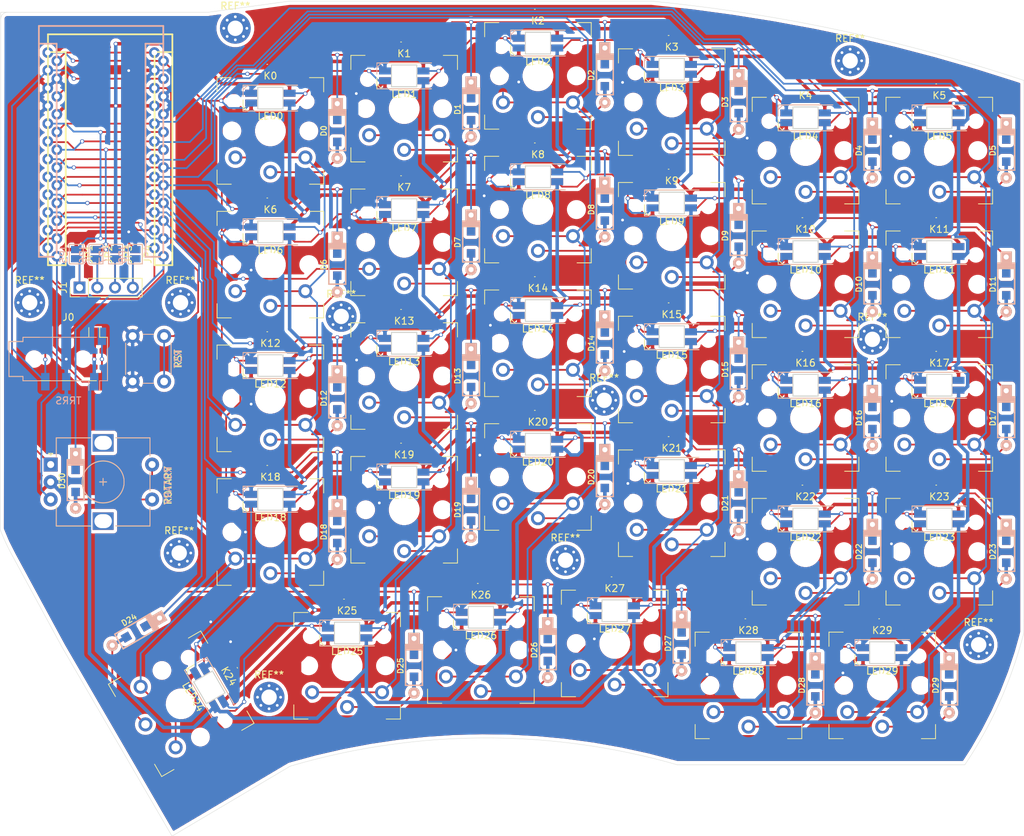
<source format=kicad_pcb>
(kicad_pcb (version 20171130) (host pcbnew "(5.1.8)-1")
  (layers (0 F.Cu signal) (31 B.Cu signal) (34 B.Paste user) (35 F.Paste user) (36 B.SilkS user) (37 F.SilkS user) (38 B.Mask user) (39 F.Mask user) (44 Edge.Cuts user))
  (net 0 "")
  (net 1 "Net-(D0-Pad2)")
  (net 2 ROW0)
  (net 3 "Net-(D1-Pad2)")
  (net 4 "Net-(D2-Pad2)")
  (net 5 "Net-(D3-Pad2)")
  (net 6 "Net-(D4-Pad2)")
  (net 7 "Net-(D5-Pad2)")
  (net 8 ROW1)
  (net 9 "Net-(D6-Pad2)")
  (net 10 "Net-(D7-Pad2)")
  (net 11 "Net-(D8-Pad2)")
  (net 12 "Net-(D9-Pad2)")
  (net 13 "Net-(D10-Pad2)")
  (net 14 "Net-(D11-Pad2)")
  (net 15 "Net-(D12-Pad2)")
  (net 16 ROW2)
  (net 17 "Net-(D13-Pad2)")
  (net 18 "Net-(D14-Pad2)")
  (net 19 "Net-(D15-Pad2)")
  (net 20 "Net-(D16-Pad2)")
  (net 21 "Net-(D17-Pad2)")
  (net 22 "Net-(D18-Pad2)")
  (net 23 ROW3)
  (net 24 "Net-(D19-Pad2)")
  (net 25 "Net-(D20-Pad2)")
  (net 26 "Net-(D21-Pad2)")
  (net 27 "Net-(D22-Pad2)")
  (net 28 "Net-(D23-Pad2)")
  (net 29 "Net-(D24-Pad2)")
  (net 30 ROW4)
  (net 31 "Net-(D25-Pad2)")
  (net 32 "Net-(D26-Pad2)")
  (net 33 "Net-(D27-Pad2)")
  (net 34 "Net-(D28-Pad2)")
  (net 35 "Net-(D29-Pad2)")
  (net 36 ROW5)
  (net 37 encROW)
  (net 38 TRRS_DATA)
  (net 39 VCC)
  (net 40 GND)
  (net 41 "Net-(J1-Pad1)")
  (net 42 "Net-(J1-Pad2)")
  (net 43 "Net-(J1-Pad3)")
  (net 44 "Net-(J1-Pad4)")
  (net 45 SCL)
  (net 46 SDA)
  (net 47 COL5)
  (net 48 COL4)
  (net 49 COL3)
  (net 50 COL2)
  (net 51 COL1)
  (net 52 COL0)
  (net 53 "Net-(LED0-Pad2)")
  (net 54 LED)
  (net 55 "Net-(LED1-Pad2)")
  (net 56 "Net-(LED2-Pad2)")
  (net 57 "Net-(LED3-Pad2)")
  (net 58 "Net-(LED4-Pad2)")
  (net 59 "Net-(LED5-Pad2)")
  (net 60 "Net-(LED6-Pad2)")
  (net 61 "Net-(LED7-Pad2)")
  (net 62 "Net-(LED8-Pad2)")
  (net 63 "Net-(LED10-Pad4)")
  (net 64 "Net-(LED10-Pad2)")
  (net 65 "Net-(LED11-Pad2)")
  (net 66 "Net-(LED12-Pad2)")
  (net 67 "Net-(LED13-Pad2)")
  (net 68 "Net-(LED14-Pad2)")
  (net 69 "Net-(LED15-Pad2)")
  (net 70 "Net-(LED16-Pad2)")
  (net 71 "Net-(LED17-Pad2)")
  (net 72 "Net-(LED18-Pad2)")
  (net 73 "Net-(LED19-Pad2)")
  (net 74 "Net-(LED20-Pad2)")
  (net 75 "Net-(LED21-Pad2)")
  (net 76 "Net-(LED22-Pad2)")
  (net 77 "Net-(LED23-Pad2)")
  (net 78 "Net-(LED24-Pad2)")
  (net 79 "Net-(LED25-Pad2)")
  (net 80 "Net-(LED26-Pad2)")
  (net 81 "Net-(LED27-Pad2)")
  (net 82 "Net-(LED28-Pad2)")
  (net 83 "Net-(LED29-Pad2)")
  (net 84 RST)
  (net 85 enc0DB)
  (net 86 enc0DA)
  (net 87 "Net-(U0-Pad24)")
  (module MountingHole:MountingHole_2.2mm_M2_Pad_Via (layer F.Cu) (at 65.0625 64.59375)
    (fp_text reference REF** (at 0 -3.2) (layer F.SilkS))
    (fp_text value MountingHole_2.2mm_M2_Pad_Via)
    (pad 1 thru_hole circle (at 0 0) (size 4.4 4.4) (drill 2.2) (layers *.Cu *.Mask))
    (pad 1 thru_hole circle (at 1.65 0) (size 0.7 0.7) (drill 0.4) (layers *.Cu *.Mask))
    (pad 1 thru_hole circle (at 1.166726 1.166726) (size 0.7 0.7) (drill 0.4) (layers *.Cu *.Mask))
    (pad 1 thru_hole circle (at 0 1.65) (size 0.7 0.7) (drill 0.4) (layers *.Cu *.Mask))
    (pad 1 thru_hole circle (at -1.166726 1.166726) (size 0.7 0.7) (drill 0.4) (layers *.Cu *.Mask))
    (pad 1 thru_hole circle (at -1.65 0) (size 0.7 0.7) (drill 0.4) (layers *.Cu *.Mask))
    (pad 1 thru_hole circle (at -1.166726 -1.166726) (size 0.7 0.7) (drill 0.4) (layers *.Cu *.Mask))
    (pad 1 thru_hole circle (at 0 -1.65) (size 0.7 0.7) (drill 0.4) (layers *.Cu *.Mask))
    (pad 1 thru_hole circle (at 1.166726 -1.166726) (size 0.7 0.7) (drill 0.4) (layers *.Cu *.Mask))
  )
  (module MountingHole:MountingHole_2.2mm_M2_Pad_Via (layer F.Cu) (at 86.625 64.59375)
    (fp_text reference REF** (at 0 -3.2) (layer F.SilkS))
    (fp_text value MountingHole_2.2mm_M2_Pad_Via)
    (pad 1 thru_hole circle (at 0 0) (size 4.4 4.4) (drill 2.2) (layers *.Cu *.Mask))
    (pad 1 thru_hole circle (at 1.65 0) (size 0.7 0.7) (drill 0.4) (layers *.Cu *.Mask))
    (pad 1 thru_hole circle (at 1.166726 1.166726) (size 0.7 0.7) (drill 0.4) (layers *.Cu *.Mask))
    (pad 1 thru_hole circle (at 0 1.65) (size 0.7 0.7) (drill 0.4) (layers *.Cu *.Mask))
    (pad 1 thru_hole circle (at -1.166726 1.166726) (size 0.7 0.7) (drill 0.4) (layers *.Cu *.Mask))
    (pad 1 thru_hole circle (at -1.65 0) (size 0.7 0.7) (drill 0.4) (layers *.Cu *.Mask))
    (pad 1 thru_hole circle (at -1.166726 -1.166726) (size 0.7 0.7) (drill 0.4) (layers *.Cu *.Mask))
    (pad 1 thru_hole circle (at 0 -1.65) (size 0.7 0.7) (drill 0.4) (layers *.Cu *.Mask))
    (pad 1 thru_hole circle (at 1.166726 -1.166726) (size 0.7 0.7) (drill 0.4) (layers *.Cu *.Mask))
  )
  (module MountingHole:MountingHole_2.2mm_M2_Pad_Via (layer F.Cu) (at 185.53125 69.84375)
    (fp_text reference REF** (at 0 -3.2) (layer F.SilkS))
    (fp_text value MountingHole_2.2mm_M2_Pad_Via)
    (pad 1 thru_hole circle (at 0 0) (size 4.4 4.4) (drill 2.2) (layers *.Cu *.Mask))
    (pad 1 thru_hole circle (at 1.65 0) (size 0.7 0.7) (drill 0.4) (layers *.Cu *.Mask))
    (pad 1 thru_hole circle (at 1.166726 1.166726) (size 0.7 0.7) (drill 0.4) (layers *.Cu *.Mask))
    (pad 1 thru_hole circle (at 0 1.65) (size 0.7 0.7) (drill 0.4) (layers *.Cu *.Mask))
    (pad 1 thru_hole circle (at -1.166726 1.166726) (size 0.7 0.7) (drill 0.4) (layers *.Cu *.Mask))
    (pad 1 thru_hole circle (at -1.65 0) (size 0.7 0.7) (drill 0.4) (layers *.Cu *.Mask))
    (pad 1 thru_hole circle (at -1.166726 -1.166726) (size 0.7 0.7) (drill 0.4) (layers *.Cu *.Mask))
    (pad 1 thru_hole circle (at 0 -1.65) (size 0.7 0.7) (drill 0.4) (layers *.Cu *.Mask))
    (pad 1 thru_hole circle (at 1.166726 -1.166726) (size 0.7 0.7) (drill 0.4) (layers *.Cu *.Mask))
  )
  (module MountingHole:MountingHole_2.2mm_M2_Pad_Via (layer F.Cu) (at 109.59375 66.5625)
    (fp_text reference REF** (at 0 -3.2) (layer F.SilkS))
    (fp_text value MountingHole_2.2mm_M2_Pad_Via)
    (pad 1 thru_hole circle (at 0 0) (size 4.4 4.4) (drill 2.2) (layers *.Cu *.Mask))
    (pad 1 thru_hole circle (at 1.65 0) (size 0.7 0.7) (drill 0.4) (layers *.Cu *.Mask))
    (pad 1 thru_hole circle (at 1.166726 1.166726) (size 0.7 0.7) (drill 0.4) (layers *.Cu *.Mask))
    (pad 1 thru_hole circle (at 0 1.65) (size 0.7 0.7) (drill 0.4) (layers *.Cu *.Mask))
    (pad 1 thru_hole circle (at -1.166726 1.166726) (size 0.7 0.7) (drill 0.4) (layers *.Cu *.Mask))
    (pad 1 thru_hole circle (at -1.65 0) (size 0.7 0.7) (drill 0.4) (layers *.Cu *.Mask))
    (pad 1 thru_hole circle (at -1.166726 -1.166726) (size 0.7 0.7) (drill 0.4) (layers *.Cu *.Mask))
    (pad 1 thru_hole circle (at 0 -1.65) (size 0.7 0.7) (drill 0.4) (layers *.Cu *.Mask))
    (pad 1 thru_hole circle (at 1.166726 -1.166726) (size 0.7 0.7) (drill 0.4) (layers *.Cu *.Mask))
  )
  (module MountingHole:MountingHole_2.2mm_M2_Pad_Via (layer F.Cu) (at 86.4375 100.40625)
    (fp_text reference REF** (at 0 -3.2) (layer F.SilkS))
    (fp_text value MountingHole_2.2mm_M2_Pad_Via)
    (pad 1 thru_hole circle (at 0 0) (size 4.4 4.4) (drill 2.2) (layers *.Cu *.Mask))
    (pad 1 thru_hole circle (at 1.65 0) (size 0.7 0.7) (drill 0.4) (layers *.Cu *.Mask))
    (pad 1 thru_hole circle (at 1.166726 1.166726) (size 0.7 0.7) (drill 0.4) (layers *.Cu *.Mask))
    (pad 1 thru_hole circle (at 0 1.65) (size 0.7 0.7) (drill 0.4) (layers *.Cu *.Mask))
    (pad 1 thru_hole circle (at -1.166726 1.166726) (size 0.7 0.7) (drill 0.4) (layers *.Cu *.Mask))
    (pad 1 thru_hole circle (at -1.65 0) (size 0.7 0.7) (drill 0.4) (layers *.Cu *.Mask))
    (pad 1 thru_hole circle (at -1.166726 -1.166726) (size 0.7 0.7) (drill 0.4) (layers *.Cu *.Mask))
    (pad 1 thru_hole circle (at 0 -1.65) (size 0.7 0.7) (drill 0.4) (layers *.Cu *.Mask))
    (pad 1 thru_hole circle (at 1.166726 -1.166726) (size 0.7 0.7) (drill 0.4) (layers *.Cu *.Mask))
  )
  (module MountingHole:MountingHole_2.2mm_M2_Pad_Via (layer F.Cu) (at 99.28125 121.03125)
    (fp_text reference REF** (at 0 -3.2) (layer F.SilkS))
    (fp_text value MountingHole_2.2mm_M2_Pad_Via)
    (pad 1 thru_hole circle (at 1.166726 -1.166726) (size 0.7 0.7) (drill 0.4) (layers *.Cu *.Mask))
    (pad 1 thru_hole circle (at 0 -1.65) (size 0.7 0.7) (drill 0.4) (layers *.Cu *.Mask))
    (pad 1 thru_hole circle (at -1.166726 -1.166726) (size 0.7 0.7) (drill 0.4) (layers *.Cu *.Mask))
    (pad 1 thru_hole circle (at -1.65 0) (size 0.7 0.7) (drill 0.4) (layers *.Cu *.Mask))
    (pad 1 thru_hole circle (at -1.166726 1.166726) (size 0.7 0.7) (drill 0.4) (layers *.Cu *.Mask))
    (pad 1 thru_hole circle (at 0 1.65) (size 0.7 0.7) (drill 0.4) (layers *.Cu *.Mask))
    (pad 1 thru_hole circle (at 1.166726 1.166726) (size 0.7 0.7) (drill 0.4) (layers *.Cu *.Mask))
    (pad 1 thru_hole circle (at 1.65 0) (size 0.7 0.7) (drill 0.4) (layers *.Cu *.Mask))
    (pad 1 thru_hole circle (at 0 0) (size 4.4 4.4) (drill 2.2) (layers *.Cu *.Mask))
  )
  (module MountingHole:MountingHole_2.2mm_M2_Pad_Via (layer F.Cu) (at 141.65625 101.4375)
    (fp_text reference REF** (at 0 -3.2) (layer F.SilkS))
    (fp_text value MountingHole_2.2mm_M2_Pad_Via)
    (pad 1 thru_hole circle (at 1.166726 -1.166726) (size 0.7 0.7) (drill 0.4) (layers *.Cu *.Mask))
    (pad 1 thru_hole circle (at 0 -1.65) (size 0.7 0.7) (drill 0.4) (layers *.Cu *.Mask))
    (pad 1 thru_hole circle (at -1.166726 -1.166726) (size 0.7 0.7) (drill 0.4) (layers *.Cu *.Mask))
    (pad 1 thru_hole circle (at -1.65 0) (size 0.7 0.7) (drill 0.4) (layers *.Cu *.Mask))
    (pad 1 thru_hole circle (at -1.166726 1.166726) (size 0.7 0.7) (drill 0.4) (layers *.Cu *.Mask))
    (pad 1 thru_hole circle (at 0 1.65) (size 0.7 0.7) (drill 0.4) (layers *.Cu *.Mask))
    (pad 1 thru_hole circle (at 1.166726 1.166726) (size 0.7 0.7) (drill 0.4) (layers *.Cu *.Mask))
    (pad 1 thru_hole circle (at 1.65 0) (size 0.7 0.7) (drill 0.4) (layers *.Cu *.Mask))
    (pad 1 thru_hole circle (at 0 0) (size 4.4 4.4) (drill 2.2) (layers *.Cu *.Mask))
  )
  (module MountingHole:MountingHole_2.2mm_M2_Pad_Via (layer F.Cu) (at 200.71875 113.53125)
    (fp_text reference REF** (at 0 -3.2) (layer F.SilkS))
    (fp_text value MountingHole_2.2mm_M2_Pad_Via)
    (pad 1 thru_hole circle (at 1.166726 -1.166726) (size 0.7 0.7) (drill 0.4) (layers *.Cu *.Mask))
    (pad 1 thru_hole circle (at 0 -1.65) (size 0.7 0.7) (drill 0.4) (layers *.Cu *.Mask))
    (pad 1 thru_hole circle (at -1.166726 -1.166726) (size 0.7 0.7) (drill 0.4) (layers *.Cu *.Mask))
    (pad 1 thru_hole circle (at -1.65 0) (size 0.7 0.7) (drill 0.4) (layers *.Cu *.Mask))
    (pad 1 thru_hole circle (at -1.166726 1.166726) (size 0.7 0.7) (drill 0.4) (layers *.Cu *.Mask))
    (pad 1 thru_hole circle (at 0 1.65) (size 0.7 0.7) (drill 0.4) (layers *.Cu *.Mask))
    (pad 1 thru_hole circle (at 1.166726 1.166726) (size 0.7 0.7) (drill 0.4) (layers *.Cu *.Mask))
    (pad 1 thru_hole circle (at 1.65 0) (size 0.7 0.7) (drill 0.4) (layers *.Cu *.Mask))
    (pad 1 thru_hole circle (at 0 0) (size 4.4 4.4) (drill 2.2) (layers *.Cu *.Mask))
  )
  (module MountingHole:MountingHole_2.2mm_M2_Pad_Via (layer F.Cu) (at 94.458274 25.354226)
    (fp_text reference REF** (at 0 -3.2) (layer F.SilkS))
    (fp_text value MountingHole_2.2mm_M2_Pad_Via)
    (pad 1 thru_hole circle (at 1.166726 -1.166726) (size 0.7 0.7) (drill 0.4) (layers *.Cu *.Mask))
    (pad 1 thru_hole circle (at 0 -1.65) (size 0.7 0.7) (drill 0.4) (layers *.Cu *.Mask))
    (pad 1 thru_hole circle (at -1.166726 -1.166726) (size 0.7 0.7) (drill 0.4) (layers *.Cu *.Mask))
    (pad 1 thru_hole circle (at -1.65 0) (size 0.7 0.7) (drill 0.4) (layers *.Cu *.Mask))
    (pad 1 thru_hole circle (at -1.166726 1.166726) (size 0.7 0.7) (drill 0.4) (layers *.Cu *.Mask))
    (pad 1 thru_hole circle (at 0 1.65) (size 0.7 0.7) (drill 0.4) (layers *.Cu *.Mask))
    (pad 1 thru_hole circle (at 1.166726 1.166726) (size 0.7 0.7) (drill 0.4) (layers *.Cu *.Mask))
    (pad 1 thru_hole circle (at 1.65 0) (size 0.7 0.7) (drill 0.4) (layers *.Cu *.Mask))
    (pad 1 thru_hole circle (at 0 0) (size 4.4 4.4) (drill 2.2) (layers *.Cu *.Mask))
  )
  (module MountingHole:MountingHole_2.2mm_M2_Pad_Via (layer F.Cu) (at 182.34375 30)
    (fp_text reference REF** (at 0 -3.2) (layer F.SilkS))
    (fp_text value MountingHole_2.2mm_M2_Pad_Via)
    (pad 1 thru_hole circle (at 1.166726 -1.166726) (size 0.7 0.7) (drill 0.4) (layers *.Cu *.Mask))
    (pad 1 thru_hole circle (at 0 -1.65) (size 0.7 0.7) (drill 0.4) (layers *.Cu *.Mask))
    (pad 1 thru_hole circle (at -1.166726 -1.166726) (size 0.7 0.7) (drill 0.4) (layers *.Cu *.Mask))
    (pad 1 thru_hole circle (at -1.65 0) (size 0.7 0.7) (drill 0.4) (layers *.Cu *.Mask))
    (pad 1 thru_hole circle (at -1.166726 1.166726) (size 0.7 0.7) (drill 0.4) (layers *.Cu *.Mask))
    (pad 1 thru_hole circle (at 0 1.65) (size 0.7 0.7) (drill 0.4) (layers *.Cu *.Mask))
    (pad 1 thru_hole circle (at 1.166726 1.166726) (size 0.7 0.7) (drill 0.4) (layers *.Cu *.Mask))
    (pad 1 thru_hole circle (at 1.65 0) (size 0.7 0.7) (drill 0.4) (layers *.Cu *.Mask))
    (pad 1 thru_hole circle (at 0 0) (size 4.4 4.4) (drill 2.2) (layers *.Cu *.Mask))
  )
  (module MountingHole:MountingHole_2.2mm_M2_Pad_Via (layer F.Cu) (at 147.1875 78.5625)
    (fp_text reference REF** (at 0 -3.2) (layer F.SilkS))
    (fp_text value MountingHole_2.2mm_M2_Pad_Via)
    (pad 1 thru_hole circle (at 1.166726 -1.166726) (size 0.7 0.7) (drill 0.4) (layers *.Cu *.Mask))
    (pad 1 thru_hole circle (at 0 -1.65) (size 0.7 0.7) (drill 0.4) (layers *.Cu *.Mask))
    (pad 1 thru_hole circle (at -1.166726 -1.166726) (size 0.7 0.7) (drill 0.4) (layers *.Cu *.Mask))
    (pad 1 thru_hole circle (at -1.65 0) (size 0.7 0.7) (drill 0.4) (layers *.Cu *.Mask))
    (pad 1 thru_hole circle (at -1.166726 1.166726) (size 0.7 0.7) (drill 0.4) (layers *.Cu *.Mask))
    (pad 1 thru_hole circle (at 0 1.65) (size 0.7 0.7) (drill 0.4) (layers *.Cu *.Mask))
    (pad 1 thru_hole circle (at 1.166726 1.166726) (size 0.7 0.7) (drill 0.4) (layers *.Cu *.Mask))
    (pad 1 thru_hole circle (at 1.65 0) (size 0.7 0.7) (drill 0.4) (layers *.Cu *.Mask))
    (pad 1 thru_hole circle (at 0 0) (size 4.4 4.4) (drill 2.2) (layers *.Cu *.Mask))
  )
  (module keebs:Kailh_Choc_100_Reversible (layer F.Cu) (at 167.8125 119.34375 180)
    (fp_text reference K28 (at 0 7.874) (layer F.SilkS))
    (fp_text value KEYSW)
    (pad "" np_thru_hole circle (at 0 0 221.9) (size 3.4 3.4) (drill 3.4) (layers *.Cu *.Mask))
    (pad "" np_thru_hole circle (at 5.5 0) (size 1.7 1.7) (drill 1.7) (layers *.Cu *.Mask))
    (pad "" np_thru_hole circle (at -5.5 0) (size 1.7 1.7) (drill 1.7) (layers *.Cu *.Mask))
    (pad 1 thru_hole circle (at 0 -5.9) (size 2 2) (drill 1.2) (layers *.Cu *.Mask) (net 34 "Net-(D28-Pad2)"))
    (pad 2 thru_hole circle (at -5 -3.8 221.9) (size 2 2) (drill 1.2) (layers *.Cu *.Mask) (net 51 COL1))
    (pad 2 thru_hole circle (at 5 -3.8 221.9) (size 2 2) (drill 1.2) (layers *.Cu *.Mask) (net 51 COL1))
    (pad "" np_thru_hole circle (at -5.22 4.2) (size 1.2 1.2) (drill 1.2) (layers *.Cu *.Mask))
    (pad "" np_thru_hole circle (at 5.22 4.2) (size 1.2 1.2) (drill 1.2) (layers *.Cu *.Mask))
  )
  (module Button_Switch_THT:SW_PUSH_6mm (layer B.Cu) (at 84.28375 75.87375 90)
    (fp_text reference RST (at 3.25 2 270) (layer B.SilkS) (effects (justify mirror)))
    (fp_text value RST_SW)
  )
  (module Rotary_Encoder:RotaryEncoder_Alps_EC12E-Switch_Vertical_H20mm (layer B.Cu) (at 68.0625 92.71875)
    (fp_text reference ROTARY (at 16.78125 -1.96875 90) (layer B.SilkS) (effects (justify mirror)))
    (fp_text value Rotary_Encoder_Switch)
  )
  (module kbd:YS-SK6812MINI-E_double (layer F.Cu) (at 186.9375 114.65625)
    (fp_text reference LED29 (at 0 2.625) (layer F.SilkS))
    (fp_text value YS-SK6812MINI-E hide)
    (fp_line (start 1.8 -1.55) (end 1.8 1.55) (layer Edge.Cuts) (width 0.12))
    (fp_line (start -1.8 1.55) (end -1.8 -1.55) (layer Edge.Cuts) (width 0.12))
    (fp_line (start 1.8 1.55) (end -1.8 1.55) (layer Edge.Cuts) (width 0.12))
    (fp_line (start -1.8 -1.55) (end 1.8 -1.55) (layer Edge.Cuts) (width 0.12))
    (fp_line (start -1.8 -1.55) (end -1.8 1.55) (layer Edge.Cuts) (width 0.12))
    (fp_line (start -1.8 1.55) (end 1.8 1.55) (layer Edge.Cuts) (width 0.12))
    (fp_line (start 1.8 1.55) (end 1.8 -1.55) (layer Edge.Cuts) (width 0.12))
    (fp_line (start 1.8 -1.55) (end -1.8 -1.55) (layer Edge.Cuts) (width 0.12))
    (pad 4 smd rect (at -2.75 -0.7) (size 1.7 1) (layers F.Cu F.Paste F.Mask) (net 82 "Net-(LED28-Pad2)"))
    (pad 3 smd rect (at -2.75 0.7) (size 1.7 1) (layers F.Cu F.Paste F.Mask) (net 40 GND))
    (pad 1 smd rect (at 2.75 -0.7) (size 1.7 1) (layers F.Cu F.Paste F.Mask) (net 39 VCC))
    (pad 2 smd rect (at 2.75 0.7) (size 1.7 1) (layers F.Cu F.Paste F.Mask) (net 83 "Net-(LED29-Pad2)"))
    (pad 4 smd rect (at -2.75 0.7 180) (size 1.7 1) (layers B.Cu B.Paste B.Mask) (net 82 "Net-(LED28-Pad2)"))
    (pad 2 smd rect (at 2.75 -0.7 180) (size 1.7 1) (layers B.Cu B.Paste B.Mask) (net 83 "Net-(LED29-Pad2)"))
    (pad 3 smd rect (at -2.75 -0.7 180) (size 1.7 1) (layers B.Cu B.Paste B.Mask) (net 40 GND))
    (pad 1 smd rect (at 2.75 0.7 180) (size 1.7 1) (layers B.Cu B.Paste B.Mask) (net 39 VCC))
  )
  (module keebs:Kailh_Choc_100_Reversible (layer F.Cu) (at 137.71875 51.28125 180)
    (fp_text reference K8 (at 0 7.874) (layer F.SilkS))
    (fp_text value KEYSW)
    (pad "" np_thru_hole circle (at 5.22 4.2) (size 1.2 1.2) (drill 1.2) (layers *.Cu *.Mask))
    (pad "" np_thru_hole circle (at -5.22 4.2) (size 1.2 1.2) (drill 1.2) (layers *.Cu *.Mask))
    (pad 2 thru_hole circle (at 5 -3.8 221.9) (size 2 2) (drill 1.2) (layers *.Cu *.Mask) (net 49 COL3))
    (pad 2 thru_hole circle (at -5 -3.8 221.9) (size 2 2) (drill 1.2) (layers *.Cu *.Mask) (net 49 COL3))
    (pad 1 thru_hole circle (at 0 -5.9) (size 2 2) (drill 1.2) (layers *.Cu *.Mask) (net 11 "Net-(D8-Pad2)"))
    (pad "" np_thru_hole circle (at -5.5 0) (size 1.7 1.7) (drill 1.7) (layers *.Cu *.Mask))
    (pad "" np_thru_hole circle (at 5.5 0) (size 1.7 1.7) (drill 1.7) (layers *.Cu *.Mask))
    (pad "" np_thru_hole circle (at 0 0 221.9) (size 3.4 3.4) (drill 3.4) (layers *.Cu *.Mask))
  )
  (module kbd:YS-SK6812MINI-E_double (layer F.Cu) (at 99.46875 35.34375)
    (fp_text reference LED0 (at 0.008749 2.577499) (layer F.SilkS))
    (fp_text value YS-SK6812MINI-E hide)
    (fp_line (start 1.8 -1.55) (end 1.8 1.55) (layer Edge.Cuts) (width 0.12))
    (fp_line (start -1.8 1.55) (end -1.8 -1.55) (layer Edge.Cuts) (width 0.12))
    (fp_line (start 1.8 1.55) (end -1.8 1.55) (layer Edge.Cuts) (width 0.12))
    (fp_line (start -1.8 -1.55) (end 1.8 -1.55) (layer Edge.Cuts) (width 0.12))
    (fp_line (start -1.8 -1.55) (end -1.8 1.55) (layer Edge.Cuts) (width 0.12))
    (fp_line (start -1.8 1.55) (end 1.8 1.55) (layer Edge.Cuts) (width 0.12))
    (fp_line (start 1.8 1.55) (end 1.8 -1.55) (layer Edge.Cuts) (width 0.12))
    (fp_line (start 1.8 -1.55) (end -1.8 -1.55) (layer Edge.Cuts) (width 0.12))
    (pad 4 smd rect (at -2.75 -0.7) (size 1.7 1) (layers F.Cu F.Paste F.Mask) (net 54 LED))
    (pad 3 smd rect (at -2.75 0.7) (size 1.7 1) (layers F.Cu F.Paste F.Mask) (net 40 GND))
    (pad 1 smd rect (at 2.75 -0.7) (size 1.7 1) (layers F.Cu F.Paste F.Mask) (net 39 VCC))
    (pad 2 smd rect (at 2.75 0.7) (size 1.7 1) (layers F.Cu F.Paste F.Mask) (net 53 "Net-(LED0-Pad2)"))
    (pad 4 smd rect (at -2.75 0.7 180) (size 1.7 1) (layers B.Cu B.Paste B.Mask) (net 54 LED))
    (pad 2 smd rect (at 2.75 -0.7 180) (size 1.7 1) (layers B.Cu B.Paste B.Mask) (net 53 "Net-(LED0-Pad2)"))
    (pad 3 smd rect (at -2.75 -0.7 180) (size 1.7 1) (layers B.Cu B.Paste B.Mask) (net 40 GND))
    (pad 1 smd rect (at 2.75 0.7 180) (size 1.7 1) (layers B.Cu B.Paste B.Mask) (net 39 VCC))
  )
  (module kbd:YS-SK6812MINI-E_double (layer F.Cu) (at 118.59375 32.15625)
    (fp_text reference LED1 (at -0.003751 2.632499) (layer F.SilkS))
    (fp_text value YS-SK6812MINI-E hide)
    (fp_line (start 1.8 -1.55) (end 1.8 1.55) (layer Edge.Cuts) (width 0.12))
    (fp_line (start -1.8 1.55) (end -1.8 -1.55) (layer Edge.Cuts) (width 0.12))
    (fp_line (start 1.8 1.55) (end -1.8 1.55) (layer Edge.Cuts) (width 0.12))
    (fp_line (start -1.8 -1.55) (end 1.8 -1.55) (layer Edge.Cuts) (width 0.12))
    (fp_line (start -1.8 -1.55) (end -1.8 1.55) (layer Edge.Cuts) (width 0.12))
    (fp_line (start -1.8 1.55) (end 1.8 1.55) (layer Edge.Cuts) (width 0.12))
    (fp_line (start 1.8 1.55) (end 1.8 -1.55) (layer Edge.Cuts) (width 0.12))
    (fp_line (start 1.8 -1.55) (end -1.8 -1.55) (layer Edge.Cuts) (width 0.12))
    (pad 4 smd rect (at -2.75 -0.7) (size 1.7 1) (layers F.Cu F.Paste F.Mask) (net 53 "Net-(LED0-Pad2)"))
    (pad 3 smd rect (at -2.75 0.7) (size 1.7 1) (layers F.Cu F.Paste F.Mask) (net 40 GND))
    (pad 1 smd rect (at 2.75 -0.7) (size 1.7 1) (layers F.Cu F.Paste F.Mask) (net 39 VCC))
    (pad 2 smd rect (at 2.75 0.7) (size 1.7 1) (layers F.Cu F.Paste F.Mask) (net 55 "Net-(LED1-Pad2)"))
    (pad 4 smd rect (at -2.75 0.7 180) (size 1.7 1) (layers B.Cu B.Paste B.Mask) (net 53 "Net-(LED0-Pad2)"))
    (pad 2 smd rect (at 2.75 -0.7 180) (size 1.7 1) (layers B.Cu B.Paste B.Mask) (net 55 "Net-(LED1-Pad2)"))
    (pad 3 smd rect (at -2.75 -0.7 180) (size 1.7 1) (layers B.Cu B.Paste B.Mask) (net 40 GND))
    (pad 1 smd rect (at 2.75 0.7 180) (size 1.7 1) (layers B.Cu B.Paste B.Mask) (net 39 VCC))
  )
  (module kbd:YS-SK6812MINI-E_double (layer F.Cu) (at 137.71875 27.46875)
    (fp_text reference LED2 (at 0.002499 2.651249) (layer F.SilkS))
    (fp_text value YS-SK6812MINI-E hide)
    (fp_line (start 1.8 -1.55) (end 1.8 1.55) (layer Edge.Cuts) (width 0.12))
    (fp_line (start -1.8 1.55) (end -1.8 -1.55) (layer Edge.Cuts) (width 0.12))
    (fp_line (start 1.8 1.55) (end -1.8 1.55) (layer Edge.Cuts) (width 0.12))
    (fp_line (start -1.8 -1.55) (end 1.8 -1.55) (layer Edge.Cuts) (width 0.12))
    (fp_line (start -1.8 -1.55) (end -1.8 1.55) (layer Edge.Cuts) (width 0.12))
    (fp_line (start -1.8 1.55) (end 1.8 1.55) (layer Edge.Cuts) (width 0.12))
    (fp_line (start 1.8 1.55) (end 1.8 -1.55) (layer Edge.Cuts) (width 0.12))
    (fp_line (start 1.8 -1.55) (end -1.8 -1.55) (layer Edge.Cuts) (width 0.12))
    (pad 4 smd rect (at -2.75 -0.7) (size 1.7 1) (layers F.Cu F.Paste F.Mask) (net 55 "Net-(LED1-Pad2)"))
    (pad 3 smd rect (at -2.75 0.7) (size 1.7 1) (layers F.Cu F.Paste F.Mask) (net 40 GND))
    (pad 1 smd rect (at 2.75 -0.7) (size 1.7 1) (layers F.Cu F.Paste F.Mask) (net 39 VCC))
    (pad 2 smd rect (at 2.75 0.7) (size 1.7 1) (layers F.Cu F.Paste F.Mask) (net 56 "Net-(LED2-Pad2)"))
    (pad 4 smd rect (at -2.75 0.7 180) (size 1.7 1) (layers B.Cu B.Paste B.Mask) (net 55 "Net-(LED1-Pad2)"))
    (pad 2 smd rect (at 2.75 -0.7 180) (size 1.7 1) (layers B.Cu B.Paste B.Mask) (net 56 "Net-(LED2-Pad2)"))
    (pad 3 smd rect (at -2.75 -0.7 180) (size 1.7 1) (layers B.Cu B.Paste B.Mask) (net 40 GND))
    (pad 1 smd rect (at 2.75 0.7 180) (size 1.7 1) (layers B.Cu B.Paste B.Mask) (net 39 VCC))
  )
  (module kbd:YS-SK6812MINI-E_double (layer F.Cu) (at 156.84375 31.21875)
    (fp_text reference LED3 (at 0 2.625) (layer F.SilkS))
    (fp_text value YS-SK6812MINI-E hide)
    (fp_line (start 1.8 -1.55) (end 1.8 1.55) (layer Edge.Cuts) (width 0.12))
    (fp_line (start -1.8 1.55) (end -1.8 -1.55) (layer Edge.Cuts) (width 0.12))
    (fp_line (start 1.8 1.55) (end -1.8 1.55) (layer Edge.Cuts) (width 0.12))
    (fp_line (start -1.8 -1.55) (end 1.8 -1.55) (layer Edge.Cuts) (width 0.12))
    (fp_line (start -1.8 -1.55) (end -1.8 1.55) (layer Edge.Cuts) (width 0.12))
    (fp_line (start -1.8 1.55) (end 1.8 1.55) (layer Edge.Cuts) (width 0.12))
    (fp_line (start 1.8 1.55) (end 1.8 -1.55) (layer Edge.Cuts) (width 0.12))
    (fp_line (start 1.8 -1.55) (end -1.8 -1.55) (layer Edge.Cuts) (width 0.12))
    (pad 4 smd rect (at -2.75 -0.7) (size 1.7 1) (layers F.Cu F.Paste F.Mask) (net 56 "Net-(LED2-Pad2)"))
    (pad 3 smd rect (at -2.75 0.7) (size 1.7 1) (layers F.Cu F.Paste F.Mask) (net 40 GND))
    (pad 1 smd rect (at 2.75 -0.7) (size 1.7 1) (layers F.Cu F.Paste F.Mask) (net 39 VCC))
    (pad 2 smd rect (at 2.75 0.7) (size 1.7 1) (layers F.Cu F.Paste F.Mask) (net 57 "Net-(LED3-Pad2)"))
    (pad 4 smd rect (at -2.75 0.7 180) (size 1.7 1) (layers B.Cu B.Paste B.Mask) (net 56 "Net-(LED2-Pad2)"))
    (pad 2 smd rect (at 2.75 -0.7 180) (size 1.7 1) (layers B.Cu B.Paste B.Mask) (net 57 "Net-(LED3-Pad2)"))
    (pad 3 smd rect (at -2.75 -0.7 180) (size 1.7 1) (layers B.Cu B.Paste B.Mask) (net 40 GND))
    (pad 1 smd rect (at 2.75 0.7 180) (size 1.7 1) (layers B.Cu B.Paste B.Mask) (net 39 VCC))
  )
  (module kbd:YS-SK6812MINI-E_double (layer F.Cu) (at 175.96875 38.15625)
    (fp_text reference LED4 (at 0 2.625) (layer F.SilkS))
    (fp_text value YS-SK6812MINI-E hide)
    (fp_line (start 1.8 -1.55) (end 1.8 1.55) (layer Edge.Cuts) (width 0.12))
    (fp_line (start -1.8 1.55) (end -1.8 -1.55) (layer Edge.Cuts) (width 0.12))
    (fp_line (start 1.8 1.55) (end -1.8 1.55) (layer Edge.Cuts) (width 0.12))
    (fp_line (start -1.8 -1.55) (end 1.8 -1.55) (layer Edge.Cuts) (width 0.12))
    (fp_line (start -1.8 -1.55) (end -1.8 1.55) (layer Edge.Cuts) (width 0.12))
    (fp_line (start -1.8 1.55) (end 1.8 1.55) (layer Edge.Cuts) (width 0.12))
    (fp_line (start 1.8 1.55) (end 1.8 -1.55) (layer Edge.Cuts) (width 0.12))
    (fp_line (start 1.8 -1.55) (end -1.8 -1.55) (layer Edge.Cuts) (width 0.12))
    (pad 4 smd rect (at -2.75 -0.7) (size 1.7 1) (layers F.Cu F.Paste F.Mask) (net 57 "Net-(LED3-Pad2)"))
    (pad 3 smd rect (at -2.75 0.7) (size 1.7 1) (layers F.Cu F.Paste F.Mask) (net 40 GND))
    (pad 1 smd rect (at 2.75 -0.7) (size 1.7 1) (layers F.Cu F.Paste F.Mask) (net 39 VCC))
    (pad 2 smd rect (at 2.75 0.7) (size 1.7 1) (layers F.Cu F.Paste F.Mask) (net 58 "Net-(LED4-Pad2)"))
    (pad 4 smd rect (at -2.75 0.7 180) (size 1.7 1) (layers B.Cu B.Paste B.Mask) (net 57 "Net-(LED3-Pad2)"))
    (pad 2 smd rect (at 2.75 -0.7 180) (size 1.7 1) (layers B.Cu B.Paste B.Mask) (net 58 "Net-(LED4-Pad2)"))
    (pad 3 smd rect (at -2.75 -0.7 180) (size 1.7 1) (layers B.Cu B.Paste B.Mask) (net 40 GND))
    (pad 1 smd rect (at 2.75 0.7 180) (size 1.7 1) (layers B.Cu B.Paste B.Mask) (net 39 VCC))
  )
  (module kbd:YS-SK6812MINI-E_double (layer F.Cu) (at 195.09375 38.15625)
    (fp_text reference LED5 (at 0 2.625) (layer F.SilkS))
    (fp_text value YS-SK6812MINI-E hide)
    (fp_line (start 1.8 -1.55) (end 1.8 1.55) (layer Edge.Cuts) (width 0.12))
    (fp_line (start -1.8 1.55) (end -1.8 -1.55) (layer Edge.Cuts) (width 0.12))
    (fp_line (start 1.8 1.55) (end -1.8 1.55) (layer Edge.Cuts) (width 0.12))
    (fp_line (start -1.8 -1.55) (end 1.8 -1.55) (layer Edge.Cuts) (width 0.12))
    (fp_line (start -1.8 -1.55) (end -1.8 1.55) (layer Edge.Cuts) (width 0.12))
    (fp_line (start -1.8 1.55) (end 1.8 1.55) (layer Edge.Cuts) (width 0.12))
    (fp_line (start 1.8 1.55) (end 1.8 -1.55) (layer Edge.Cuts) (width 0.12))
    (fp_line (start 1.8 -1.55) (end -1.8 -1.55) (layer Edge.Cuts) (width 0.12))
    (pad 4 smd rect (at -2.75 -0.7) (size 1.7 1) (layers F.Cu F.Paste F.Mask) (net 58 "Net-(LED4-Pad2)"))
    (pad 3 smd rect (at -2.75 0.7) (size 1.7 1) (layers F.Cu F.Paste F.Mask) (net 40 GND))
    (pad 1 smd rect (at 2.75 -0.7) (size 1.7 1) (layers F.Cu F.Paste F.Mask) (net 39 VCC))
    (pad 2 smd rect (at 2.75 0.7) (size 1.7 1) (layers F.Cu F.Paste F.Mask) (net 59 "Net-(LED5-Pad2)"))
    (pad 4 smd rect (at -2.75 0.7 180) (size 1.7 1) (layers B.Cu B.Paste B.Mask) (net 58 "Net-(LED4-Pad2)"))
    (pad 2 smd rect (at 2.75 -0.7 180) (size 1.7 1) (layers B.Cu B.Paste B.Mask) (net 59 "Net-(LED5-Pad2)"))
    (pad 3 smd rect (at -2.75 -0.7 180) (size 1.7 1) (layers B.Cu B.Paste B.Mask) (net 40 GND))
    (pad 1 smd rect (at 2.75 0.7 180) (size 1.7 1) (layers B.Cu B.Paste B.Mask) (net 39 VCC))
  )
  (module kbd:YS-SK6812MINI-E_double (layer F.Cu) (at 99.46875 54.46875)
    (fp_text reference LED6 (at 0 2.625) (layer F.SilkS))
    (fp_text value YS-SK6812MINI-E hide)
    (fp_line (start 1.8 -1.55) (end 1.8 1.55) (layer Edge.Cuts) (width 0.12))
    (fp_line (start -1.8 1.55) (end -1.8 -1.55) (layer Edge.Cuts) (width 0.12))
    (fp_line (start 1.8 1.55) (end -1.8 1.55) (layer Edge.Cuts) (width 0.12))
    (fp_line (start -1.8 -1.55) (end 1.8 -1.55) (layer Edge.Cuts) (width 0.12))
    (fp_line (start -1.8 -1.55) (end -1.8 1.55) (layer Edge.Cuts) (width 0.12))
    (fp_line (start -1.8 1.55) (end 1.8 1.55) (layer Edge.Cuts) (width 0.12))
    (fp_line (start 1.8 1.55) (end 1.8 -1.55) (layer Edge.Cuts) (width 0.12))
    (fp_line (start 1.8 -1.55) (end -1.8 -1.55) (layer Edge.Cuts) (width 0.12))
    (pad 4 smd rect (at -2.75 -0.7) (size 1.7 1) (layers F.Cu F.Paste F.Mask) (net 54 LED))
    (pad 3 smd rect (at -2.75 0.7) (size 1.7 1) (layers F.Cu F.Paste F.Mask) (net 40 GND))
    (pad 1 smd rect (at 2.75 -0.7) (size 1.7 1) (layers F.Cu F.Paste F.Mask) (net 39 VCC))
    (pad 2 smd rect (at 2.75 0.7) (size 1.7 1) (layers F.Cu F.Paste F.Mask) (net 60 "Net-(LED6-Pad2)"))
    (pad 4 smd rect (at -2.75 0.7 180) (size 1.7 1) (layers B.Cu B.Paste B.Mask) (net 54 LED))
    (pad 2 smd rect (at 2.75 -0.7 180) (size 1.7 1) (layers B.Cu B.Paste B.Mask) (net 60 "Net-(LED6-Pad2)"))
    (pad 3 smd rect (at -2.75 -0.7 180) (size 1.7 1) (layers B.Cu B.Paste B.Mask) (net 40 GND))
    (pad 1 smd rect (at 2.75 0.7 180) (size 1.7 1) (layers B.Cu B.Paste B.Mask) (net 39 VCC))
  )
  (module kbd:YS-SK6812MINI-E_double (layer F.Cu) (at 118.59375 51.28125)
    (fp_text reference LED7 (at 0 2.625) (layer F.SilkS))
    (fp_text value YS-SK6812MINI-E hide)
    (fp_line (start 1.8 -1.55) (end 1.8 1.55) (layer Edge.Cuts) (width 0.12))
    (fp_line (start -1.8 1.55) (end -1.8 -1.55) (layer Edge.Cuts) (width 0.12))
    (fp_line (start 1.8 1.55) (end -1.8 1.55) (layer Edge.Cuts) (width 0.12))
    (fp_line (start -1.8 -1.55) (end 1.8 -1.55) (layer Edge.Cuts) (width 0.12))
    (fp_line (start -1.8 -1.55) (end -1.8 1.55) (layer Edge.Cuts) (width 0.12))
    (fp_line (start -1.8 1.55) (end 1.8 1.55) (layer Edge.Cuts) (width 0.12))
    (fp_line (start 1.8 1.55) (end 1.8 -1.55) (layer Edge.Cuts) (width 0.12))
    (fp_line (start 1.8 -1.55) (end -1.8 -1.55) (layer Edge.Cuts) (width 0.12))
    (pad 4 smd rect (at -2.75 -0.7) (size 1.7 1) (layers F.Cu F.Paste F.Mask) (net 60 "Net-(LED6-Pad2)"))
    (pad 3 smd rect (at -2.75 0.7) (size 1.7 1) (layers F.Cu F.Paste F.Mask) (net 40 GND))
    (pad 1 smd rect (at 2.75 -0.7) (size 1.7 1) (layers F.Cu F.Paste F.Mask) (net 39 VCC))
    (pad 2 smd rect (at 2.75 0.7) (size 1.7 1) (layers F.Cu F.Paste F.Mask) (net 61 "Net-(LED7-Pad2)"))
    (pad 4 smd rect (at -2.75 0.7 180) (size 1.7 1) (layers B.Cu B.Paste B.Mask) (net 60 "Net-(LED6-Pad2)"))
    (pad 2 smd rect (at 2.75 -0.7 180) (size 1.7 1) (layers B.Cu B.Paste B.Mask) (net 61 "Net-(LED7-Pad2)"))
    (pad 3 smd rect (at -2.75 -0.7 180) (size 1.7 1) (layers B.Cu B.Paste B.Mask) (net 40 GND))
    (pad 1 smd rect (at 2.75 0.7 180) (size 1.7 1) (layers B.Cu B.Paste B.Mask) (net 39 VCC))
  )
  (module kbd:YS-SK6812MINI-E_double (layer F.Cu) (at 137.71875 46.59375)
    (fp_text reference LED8 (at 0 2.625) (layer F.SilkS))
    (fp_text value YS-SK6812MINI-E hide)
    (fp_line (start 1.8 -1.55) (end 1.8 1.55) (layer Edge.Cuts) (width 0.12))
    (fp_line (start -1.8 1.55) (end -1.8 -1.55) (layer Edge.Cuts) (width 0.12))
    (fp_line (start 1.8 1.55) (end -1.8 1.55) (layer Edge.Cuts) (width 0.12))
    (fp_line (start -1.8 -1.55) (end 1.8 -1.55) (layer Edge.Cuts) (width 0.12))
    (fp_line (start -1.8 -1.55) (end -1.8 1.55) (layer Edge.Cuts) (width 0.12))
    (fp_line (start -1.8 1.55) (end 1.8 1.55) (layer Edge.Cuts) (width 0.12))
    (fp_line (start 1.8 1.55) (end 1.8 -1.55) (layer Edge.Cuts) (width 0.12))
    (fp_line (start 1.8 -1.55) (end -1.8 -1.55) (layer Edge.Cuts) (width 0.12))
    (pad 4 smd rect (at -2.75 -0.7) (size 1.7 1) (layers F.Cu F.Paste F.Mask) (net 61 "Net-(LED7-Pad2)"))
    (pad 3 smd rect (at -2.75 0.7) (size 1.7 1) (layers F.Cu F.Paste F.Mask) (net 40 GND))
    (pad 1 smd rect (at 2.75 -0.7) (size 1.7 1) (layers F.Cu F.Paste F.Mask) (net 39 VCC))
    (pad 2 smd rect (at 2.75 0.7) (size 1.7 1) (layers F.Cu F.Paste F.Mask) (net 62 "Net-(LED8-Pad2)"))
    (pad 4 smd rect (at -2.75 0.7 180) (size 1.7 1) (layers B.Cu B.Paste B.Mask) (net 61 "Net-(LED7-Pad2)"))
    (pad 2 smd rect (at 2.75 -0.7 180) (size 1.7 1) (layers B.Cu B.Paste B.Mask) (net 62 "Net-(LED8-Pad2)"))
    (pad 3 smd rect (at -2.75 -0.7 180) (size 1.7 1) (layers B.Cu B.Paste B.Mask) (net 40 GND))
    (pad 1 smd rect (at 2.75 0.7 180) (size 1.7 1) (layers B.Cu B.Paste B.Mask) (net 39 VCC))
  )
  (module kbd:YS-SK6812MINI-E_double (layer F.Cu) (at 156.84375 50.34375)
    (fp_text reference LED9 (at 0 2.625) (layer F.SilkS))
    (fp_text value YS-SK6812MINI-E hide)
    (fp_line (start 1.8 -1.55) (end 1.8 1.55) (layer Edge.Cuts) (width 0.12))
    (fp_line (start -1.8 1.55) (end -1.8 -1.55) (layer Edge.Cuts) (width 0.12))
    (fp_line (start 1.8 1.55) (end -1.8 1.55) (layer Edge.Cuts) (width 0.12))
    (fp_line (start -1.8 -1.55) (end 1.8 -1.55) (layer Edge.Cuts) (width 0.12))
    (fp_line (start -1.8 -1.55) (end -1.8 1.55) (layer Edge.Cuts) (width 0.12))
    (fp_line (start -1.8 1.55) (end 1.8 1.55) (layer Edge.Cuts) (width 0.12))
    (fp_line (start 1.8 1.55) (end 1.8 -1.55) (layer Edge.Cuts) (width 0.12))
    (fp_line (start 1.8 -1.55) (end -1.8 -1.55) (layer Edge.Cuts) (width 0.12))
    (pad 4 smd rect (at -2.75 -0.7) (size 1.7 1) (layers F.Cu F.Paste F.Mask) (net 62 "Net-(LED8-Pad2)"))
    (pad 3 smd rect (at -2.75 0.7) (size 1.7 1) (layers F.Cu F.Paste F.Mask) (net 40 GND))
    (pad 1 smd rect (at 2.75 -0.7) (size 1.7 1) (layers F.Cu F.Paste F.Mask) (net 39 VCC))
    (pad 2 smd rect (at 2.75 0.7) (size 1.7 1) (layers F.Cu F.Paste F.Mask) (net 63 "Net-(LED10-Pad4)"))
    (pad 4 smd rect (at -2.75 0.7 180) (size 1.7 1) (layers B.Cu B.Paste B.Mask) (net 62 "Net-(LED8-Pad2)"))
    (pad 2 smd rect (at 2.75 -0.7 180) (size 1.7 1) (layers B.Cu B.Paste B.Mask) (net 63 "Net-(LED10-Pad4)"))
    (pad 3 smd rect (at -2.75 -0.7 180) (size 1.7 1) (layers B.Cu B.Paste B.Mask) (net 40 GND))
    (pad 1 smd rect (at 2.75 0.7 180) (size 1.7 1) (layers B.Cu B.Paste B.Mask) (net 39 VCC))
  )
  (module kbd:YS-SK6812MINI-E_double (layer F.Cu) (at 175.96875 57.28125)
    (fp_text reference LED10 (at 0 2.625) (layer F.SilkS))
    (fp_text value YS-SK6812MINI-E hide)
    (fp_line (start 1.8 -1.55) (end 1.8 1.55) (layer Edge.Cuts) (width 0.12))
    (fp_line (start -1.8 1.55) (end -1.8 -1.55) (layer Edge.Cuts) (width 0.12))
    (fp_line (start 1.8 1.55) (end -1.8 1.55) (layer Edge.Cuts) (width 0.12))
    (fp_line (start -1.8 -1.55) (end 1.8 -1.55) (layer Edge.Cuts) (width 0.12))
    (fp_line (start -1.8 -1.55) (end -1.8 1.55) (layer Edge.Cuts) (width 0.12))
    (fp_line (start -1.8 1.55) (end 1.8 1.55) (layer Edge.Cuts) (width 0.12))
    (fp_line (start 1.8 1.55) (end 1.8 -1.55) (layer Edge.Cuts) (width 0.12))
    (fp_line (start 1.8 -1.55) (end -1.8 -1.55) (layer Edge.Cuts) (width 0.12))
    (pad 4 smd rect (at -2.75 -0.7) (size 1.7 1) (layers F.Cu F.Paste F.Mask) (net 63 "Net-(LED10-Pad4)"))
    (pad 3 smd rect (at -2.75 0.7) (size 1.7 1) (layers F.Cu F.Paste F.Mask) (net 40 GND))
    (pad 1 smd rect (at 2.75 -0.7) (size 1.7 1) (layers F.Cu F.Paste F.Mask) (net 39 VCC))
    (pad 2 smd rect (at 2.75 0.7) (size 1.7 1) (layers F.Cu F.Paste F.Mask) (net 64 "Net-(LED10-Pad2)"))
    (pad 4 smd rect (at -2.75 0.7 180) (size 1.7 1) (layers B.Cu B.Paste B.Mask) (net 63 "Net-(LED10-Pad4)"))
    (pad 2 smd rect (at 2.75 -0.7 180) (size 1.7 1) (layers B.Cu B.Paste B.Mask) (net 64 "Net-(LED10-Pad2)"))
    (pad 3 smd rect (at -2.75 -0.7 180) (size 1.7 1) (layers B.Cu B.Paste B.Mask) (net 40 GND))
    (pad 1 smd rect (at 2.75 0.7 180) (size 1.7 1) (layers B.Cu B.Paste B.Mask) (net 39 VCC))
  )
  (module kbd:YS-SK6812MINI-E_double (layer F.Cu) (at 195.09375 57.28125)
    (fp_text reference LED11 (at 0 2.625) (layer F.SilkS))
    (fp_text value YS-SK6812MINI-E hide)
    (fp_line (start 1.8 -1.55) (end 1.8 1.55) (layer Edge.Cuts) (width 0.12))
    (fp_line (start -1.8 1.55) (end -1.8 -1.55) (layer Edge.Cuts) (width 0.12))
    (fp_line (start 1.8 1.55) (end -1.8 1.55) (layer Edge.Cuts) (width 0.12))
    (fp_line (start -1.8 -1.55) (end 1.8 -1.55) (layer Edge.Cuts) (width 0.12))
    (fp_line (start -1.8 -1.55) (end -1.8 1.55) (layer Edge.Cuts) (width 0.12))
    (fp_line (start -1.8 1.55) (end 1.8 1.55) (layer Edge.Cuts) (width 0.12))
    (fp_line (start 1.8 1.55) (end 1.8 -1.55) (layer Edge.Cuts) (width 0.12))
    (fp_line (start 1.8 -1.55) (end -1.8 -1.55) (layer Edge.Cuts) (width 0.12))
    (pad 4 smd rect (at -2.75 -0.7) (size 1.7 1) (layers F.Cu F.Paste F.Mask) (net 64 "Net-(LED10-Pad2)"))
    (pad 3 smd rect (at -2.75 0.7) (size 1.7 1) (layers F.Cu F.Paste F.Mask) (net 40 GND))
    (pad 1 smd rect (at 2.75 -0.7) (size 1.7 1) (layers F.Cu F.Paste F.Mask) (net 39 VCC))
    (pad 2 smd rect (at 2.75 0.7) (size 1.7 1) (layers F.Cu F.Paste F.Mask) (net 65 "Net-(LED11-Pad2)"))
    (pad 4 smd rect (at -2.75 0.7 180) (size 1.7 1) (layers B.Cu B.Paste B.Mask) (net 64 "Net-(LED10-Pad2)"))
    (pad 2 smd rect (at 2.75 -0.7 180) (size 1.7 1) (layers B.Cu B.Paste B.Mask) (net 65 "Net-(LED11-Pad2)"))
    (pad 3 smd rect (at -2.75 -0.7 180) (size 1.7 1) (layers B.Cu B.Paste B.Mask) (net 40 GND))
    (pad 1 smd rect (at 2.75 0.7 180) (size 1.7 1) (layers B.Cu B.Paste B.Mask) (net 39 VCC))
  )
  (module kbd:YS-SK6812MINI-E_double (layer F.Cu) (at 99.46875 73.59375)
    (fp_text reference LED12 (at 0 2.625) (layer F.SilkS))
    (fp_text value YS-SK6812MINI-E hide)
    (fp_line (start 1.8 -1.55) (end 1.8 1.55) (layer Edge.Cuts) (width 0.12))
    (fp_line (start -1.8 1.55) (end -1.8 -1.55) (layer Edge.Cuts) (width 0.12))
    (fp_line (start 1.8 1.55) (end -1.8 1.55) (layer Edge.Cuts) (width 0.12))
    (fp_line (start -1.8 -1.55) (end 1.8 -1.55) (layer Edge.Cuts) (width 0.12))
    (fp_line (start -1.8 -1.55) (end -1.8 1.55) (layer Edge.Cuts) (width 0.12))
    (fp_line (start -1.8 1.55) (end 1.8 1.55) (layer Edge.Cuts) (width 0.12))
    (fp_line (start 1.8 1.55) (end 1.8 -1.55) (layer Edge.Cuts) (width 0.12))
    (fp_line (start 1.8 -1.55) (end -1.8 -1.55) (layer Edge.Cuts) (width 0.12))
    (pad 4 smd rect (at -2.75 -0.7) (size 1.7 1) (layers F.Cu F.Paste F.Mask) (net 54 LED))
    (pad 3 smd rect (at -2.75 0.7) (size 1.7 1) (layers F.Cu F.Paste F.Mask) (net 40 GND))
    (pad 1 smd rect (at 2.75 -0.7) (size 1.7 1) (layers F.Cu F.Paste F.Mask) (net 39 VCC))
    (pad 2 smd rect (at 2.75 0.7) (size 1.7 1) (layers F.Cu F.Paste F.Mask) (net 66 "Net-(LED12-Pad2)"))
    (pad 4 smd rect (at -2.75 0.7 180) (size 1.7 1) (layers B.Cu B.Paste B.Mask) (net 54 LED))
    (pad 2 smd rect (at 2.75 -0.7 180) (size 1.7 1) (layers B.Cu B.Paste B.Mask) (net 66 "Net-(LED12-Pad2)"))
    (pad 3 smd rect (at -2.75 -0.7 180) (size 1.7 1) (layers B.Cu B.Paste B.Mask) (net 40 GND))
    (pad 1 smd rect (at 2.75 0.7 180) (size 1.7 1) (layers B.Cu B.Paste B.Mask) (net 39 VCC))
  )
  (module kbd:YS-SK6812MINI-E_double (layer F.Cu) (at 118.59375 70.40625)
    (fp_text reference LED13 (at 0 2.625) (layer F.SilkS))
    (fp_text value YS-SK6812MINI-E hide)
    (fp_line (start 1.8 -1.55) (end 1.8 1.55) (layer Edge.Cuts) (width 0.12))
    (fp_line (start -1.8 1.55) (end -1.8 -1.55) (layer Edge.Cuts) (width 0.12))
    (fp_line (start 1.8 1.55) (end -1.8 1.55) (layer Edge.Cuts) (width 0.12))
    (fp_line (start -1.8 -1.55) (end 1.8 -1.55) (layer Edge.Cuts) (width 0.12))
    (fp_line (start -1.8 -1.55) (end -1.8 1.55) (layer Edge.Cuts) (width 0.12))
    (fp_line (start -1.8 1.55) (end 1.8 1.55) (layer Edge.Cuts) (width 0.12))
    (fp_line (start 1.8 1.55) (end 1.8 -1.55) (layer Edge.Cuts) (width 0.12))
    (fp_line (start 1.8 -1.55) (end -1.8 -1.55) (layer Edge.Cuts) (width 0.12))
    (pad 4 smd rect (at -2.75 -0.7) (size 1.7 1) (layers F.Cu F.Paste F.Mask) (net 66 "Net-(LED12-Pad2)"))
    (pad 3 smd rect (at -2.75 0.7) (size 1.7 1) (layers F.Cu F.Paste F.Mask) (net 40 GND))
    (pad 1 smd rect (at 2.75 -0.7) (size 1.7 1) (layers F.Cu F.Paste F.Mask) (net 39 VCC))
    (pad 2 smd rect (at 2.75 0.7) (size 1.7 1) (layers F.Cu F.Paste F.Mask) (net 67 "Net-(LED13-Pad2)"))
    (pad 4 smd rect (at -2.75 0.7 180) (size 1.7 1) (layers B.Cu B.Paste B.Mask) (net 66 "Net-(LED12-Pad2)"))
    (pad 2 smd rect (at 2.75 -0.7 180) (size 1.7 1) (layers B.Cu B.Paste B.Mask) (net 67 "Net-(LED13-Pad2)"))
    (pad 3 smd rect (at -2.75 -0.7 180) (size 1.7 1) (layers B.Cu B.Paste B.Mask) (net 40 GND))
    (pad 1 smd rect (at 2.75 0.7 180) (size 1.7 1) (layers B.Cu B.Paste B.Mask) (net 39 VCC))
  )
  (module kbd:YS-SK6812MINI-E_double (layer F.Cu) (at 137.71875 65.71875)
    (fp_text reference LED14 (at 0 2.625) (layer F.SilkS))
    (fp_text value YS-SK6812MINI-E hide)
    (fp_line (start 1.8 -1.55) (end 1.8 1.55) (layer Edge.Cuts) (width 0.12))
    (fp_line (start -1.8 1.55) (end -1.8 -1.55) (layer Edge.Cuts) (width 0.12))
    (fp_line (start 1.8 1.55) (end -1.8 1.55) (layer Edge.Cuts) (width 0.12))
    (fp_line (start -1.8 -1.55) (end 1.8 -1.55) (layer Edge.Cuts) (width 0.12))
    (fp_line (start -1.8 -1.55) (end -1.8 1.55) (layer Edge.Cuts) (width 0.12))
    (fp_line (start -1.8 1.55) (end 1.8 1.55) (layer Edge.Cuts) (width 0.12))
    (fp_line (start 1.8 1.55) (end 1.8 -1.55) (layer Edge.Cuts) (width 0.12))
    (fp_line (start 1.8 -1.55) (end -1.8 -1.55) (layer Edge.Cuts) (width 0.12))
    (pad 4 smd rect (at -2.75 -0.7) (size 1.7 1) (layers F.Cu F.Paste F.Mask) (net 67 "Net-(LED13-Pad2)"))
    (pad 3 smd rect (at -2.75 0.7) (size 1.7 1) (layers F.Cu F.Paste F.Mask) (net 40 GND))
    (pad 1 smd rect (at 2.75 -0.7) (size 1.7 1) (layers F.Cu F.Paste F.Mask) (net 39 VCC))
    (pad 2 smd rect (at 2.75 0.7) (size 1.7 1) (layers F.Cu F.Paste F.Mask) (net 68 "Net-(LED14-Pad2)"))
    (pad 4 smd rect (at -2.75 0.7 180) (size 1.7 1) (layers B.Cu B.Paste B.Mask) (net 67 "Net-(LED13-Pad2)"))
    (pad 2 smd rect (at 2.75 -0.7 180) (size 1.7 1) (layers B.Cu B.Paste B.Mask) (net 68 "Net-(LED14-Pad2)"))
    (pad 3 smd rect (at -2.75 -0.7 180) (size 1.7 1) (layers B.Cu B.Paste B.Mask) (net 40 GND))
    (pad 1 smd rect (at 2.75 0.7 180) (size 1.7 1) (layers B.Cu B.Paste B.Mask) (net 39 VCC))
  )
  (module kbd:YS-SK6812MINI-E_double (layer F.Cu) (at 156.84375 69.46875)
    (fp_text reference LED15 (at 0 2.625) (layer F.SilkS))
    (fp_text value YS-SK6812MINI-E hide)
    (fp_line (start 1.8 -1.55) (end 1.8 1.55) (layer Edge.Cuts) (width 0.12))
    (fp_line (start -1.8 1.55) (end -1.8 -1.55) (layer Edge.Cuts) (width 0.12))
    (fp_line (start 1.8 1.55) (end -1.8 1.55) (layer Edge.Cuts) (width 0.12))
    (fp_line (start -1.8 -1.55) (end 1.8 -1.55) (layer Edge.Cuts) (width 0.12))
    (fp_line (start -1.8 -1.55) (end -1.8 1.55) (layer Edge.Cuts) (width 0.12))
    (fp_line (start -1.8 1.55) (end 1.8 1.55) (layer Edge.Cuts) (width 0.12))
    (fp_line (start 1.8 1.55) (end 1.8 -1.55) (layer Edge.Cuts) (width 0.12))
    (fp_line (start 1.8 -1.55) (end -1.8 -1.55) (layer Edge.Cuts) (width 0.12))
    (pad 4 smd rect (at -2.75 -0.7) (size 1.7 1) (layers F.Cu F.Paste F.Mask) (net 68 "Net-(LED14-Pad2)"))
    (pad 3 smd rect (at -2.75 0.7) (size 1.7 1) (layers F.Cu F.Paste F.Mask) (net 40 GND))
    (pad 1 smd rect (at 2.75 -0.7) (size 1.7 1) (layers F.Cu F.Paste F.Mask) (net 39 VCC))
    (pad 2 smd rect (at 2.75 0.7) (size 1.7 1) (layers F.Cu F.Paste F.Mask) (net 69 "Net-(LED15-Pad2)"))
    (pad 4 smd rect (at -2.75 0.7 180) (size 1.7 1) (layers B.Cu B.Paste B.Mask) (net 68 "Net-(LED14-Pad2)"))
    (pad 2 smd rect (at 2.75 -0.7 180) (size 1.7 1) (layers B.Cu B.Paste B.Mask) (net 69 "Net-(LED15-Pad2)"))
    (pad 3 smd rect (at -2.75 -0.7 180) (size 1.7 1) (layers B.Cu B.Paste B.Mask) (net 40 GND))
    (pad 1 smd rect (at 2.75 0.7 180) (size 1.7 1) (layers B.Cu B.Paste B.Mask) (net 39 VCC))
  )
  (module kbd:YS-SK6812MINI-E_double (layer F.Cu) (at 175.96875 76.40625)
    (fp_text reference LED16 (at 0 2.625) (layer F.SilkS))
    (fp_text value YS-SK6812MINI-E hide)
    (fp_line (start 1.8 -1.55) (end 1.8 1.55) (layer Edge.Cuts) (width 0.12))
    (fp_line (start -1.8 1.55) (end -1.8 -1.55) (layer Edge.Cuts) (width 0.12))
    (fp_line (start 1.8 1.55) (end -1.8 1.55) (layer Edge.Cuts) (width 0.12))
    (fp_line (start -1.8 -1.55) (end 1.8 -1.55) (layer Edge.Cuts) (width 0.12))
    (fp_line (start -1.8 -1.55) (end -1.8 1.55) (layer Edge.Cuts) (width 0.12))
    (fp_line (start -1.8 1.55) (end 1.8 1.55) (layer Edge.Cuts) (width 0.12))
    (fp_line (start 1.8 1.55) (end 1.8 -1.55) (layer Edge.Cuts) (width 0.12))
    (fp_line (start 1.8 -1.55) (end -1.8 -1.55) (layer Edge.Cuts) (width 0.12))
    (pad 4 smd rect (at -2.75 -0.7) (size 1.7 1) (layers F.Cu F.Paste F.Mask) (net 69 "Net-(LED15-Pad2)"))
    (pad 3 smd rect (at -2.75 0.7) (size 1.7 1) (layers F.Cu F.Paste F.Mask) (net 40 GND))
    (pad 1 smd rect (at 2.75 -0.7) (size 1.7 1) (layers F.Cu F.Paste F.Mask) (net 39 VCC))
    (pad 2 smd rect (at 2.75 0.7) (size 1.7 1) (layers F.Cu F.Paste F.Mask) (net 70 "Net-(LED16-Pad2)"))
    (pad 4 smd rect (at -2.75 0.7 180) (size 1.7 1) (layers B.Cu B.Paste B.Mask) (net 69 "Net-(LED15-Pad2)"))
    (pad 2 smd rect (at 2.75 -0.7 180) (size 1.7 1) (layers B.Cu B.Paste B.Mask) (net 70 "Net-(LED16-Pad2)"))
    (pad 3 smd rect (at -2.75 -0.7 180) (size 1.7 1) (layers B.Cu B.Paste B.Mask) (net 40 GND))
    (pad 1 smd rect (at 2.75 0.7 180) (size 1.7 1) (layers B.Cu B.Paste B.Mask) (net 39 VCC))
  )
  (module kbd:YS-SK6812MINI-E_double (layer F.Cu) (at 195.09375 76.40625)
    (fp_text reference LED17 (at 0 2.625) (layer F.SilkS))
    (fp_text value YS-SK6812MINI-E hide)
    (fp_line (start 1.8 -1.55) (end 1.8 1.55) (layer Edge.Cuts) (width 0.12))
    (fp_line (start -1.8 1.55) (end -1.8 -1.55) (layer Edge.Cuts) (width 0.12))
    (fp_line (start 1.8 1.55) (end -1.8 1.55) (layer Edge.Cuts) (width 0.12))
    (fp_line (start -1.8 -1.55) (end 1.8 -1.55) (layer Edge.Cuts) (width 0.12))
    (fp_line (start -1.8 -1.55) (end -1.8 1.55) (layer Edge.Cuts) (width 0.12))
    (fp_line (start -1.8 1.55) (end 1.8 1.55) (layer Edge.Cuts) (width 0.12))
    (fp_line (start 1.8 1.55) (end 1.8 -1.55) (layer Edge.Cuts) (width 0.12))
    (fp_line (start 1.8 -1.55) (end -1.8 -1.55) (layer Edge.Cuts) (width 0.12))
    (pad 4 smd rect (at -2.75 -0.7) (size 1.7 1) (layers F.Cu F.Paste F.Mask) (net 70 "Net-(LED16-Pad2)"))
    (pad 3 smd rect (at -2.75 0.7) (size 1.7 1) (layers F.Cu F.Paste F.Mask) (net 40 GND))
    (pad 1 smd rect (at 2.75 -0.7) (size 1.7 1) (layers F.Cu F.Paste F.Mask) (net 39 VCC))
    (pad 2 smd rect (at 2.75 0.7) (size 1.7 1) (layers F.Cu F.Paste F.Mask) (net 71 "Net-(LED17-Pad2)"))
    (pad 4 smd rect (at -2.75 0.7 180) (size 1.7 1) (layers B.Cu B.Paste B.Mask) (net 70 "Net-(LED16-Pad2)"))
    (pad 2 smd rect (at 2.75 -0.7 180) (size 1.7 1) (layers B.Cu B.Paste B.Mask) (net 71 "Net-(LED17-Pad2)"))
    (pad 3 smd rect (at -2.75 -0.7 180) (size 1.7 1) (layers B.Cu B.Paste B.Mask) (net 40 GND))
    (pad 1 smd rect (at 2.75 0.7 180) (size 1.7 1) (layers B.Cu B.Paste B.Mask) (net 39 VCC))
  )
  (module kbd:YS-SK6812MINI-E_double (layer F.Cu) (at 99.46875 92.71875)
    (fp_text reference LED18 (at 0 2.625) (layer F.SilkS))
    (fp_text value YS-SK6812MINI-E hide)
    (fp_line (start 1.8 -1.55) (end 1.8 1.55) (layer Edge.Cuts) (width 0.12))
    (fp_line (start -1.8 1.55) (end -1.8 -1.55) (layer Edge.Cuts) (width 0.12))
    (fp_line (start 1.8 1.55) (end -1.8 1.55) (layer Edge.Cuts) (width 0.12))
    (fp_line (start -1.8 -1.55) (end 1.8 -1.55) (layer Edge.Cuts) (width 0.12))
    (fp_line (start -1.8 -1.55) (end -1.8 1.55) (layer Edge.Cuts) (width 0.12))
    (fp_line (start -1.8 1.55) (end 1.8 1.55) (layer Edge.Cuts) (width 0.12))
    (fp_line (start 1.8 1.55) (end 1.8 -1.55) (layer Edge.Cuts) (width 0.12))
    (fp_line (start 1.8 -1.55) (end -1.8 -1.55) (layer Edge.Cuts) (width 0.12))
    (pad 4 smd rect (at -2.75 -0.7) (size 1.7 1) (layers F.Cu F.Paste F.Mask) (net 54 LED))
    (pad 3 smd rect (at -2.75 0.7) (size 1.7 1) (layers F.Cu F.Paste F.Mask) (net 40 GND))
    (pad 1 smd rect (at 2.75 -0.7) (size 1.7 1) (layers F.Cu F.Paste F.Mask) (net 39 VCC))
    (pad 2 smd rect (at 2.75 0.7) (size 1.7 1) (layers F.Cu F.Paste F.Mask) (net 72 "Net-(LED18-Pad2)"))
    (pad 4 smd rect (at -2.75 0.7 180) (size 1.7 1) (layers B.Cu B.Paste B.Mask) (net 54 LED))
    (pad 2 smd rect (at 2.75 -0.7 180) (size 1.7 1) (layers B.Cu B.Paste B.Mask) (net 72 "Net-(LED18-Pad2)"))
    (pad 3 smd rect (at -2.75 -0.7 180) (size 1.7 1) (layers B.Cu B.Paste B.Mask) (net 40 GND))
    (pad 1 smd rect (at 2.75 0.7 180) (size 1.7 1) (layers B.Cu B.Paste B.Mask) (net 39 VCC))
  )
  (module kbd:YS-SK6812MINI-E_double (layer F.Cu) (at 118.59375 89.53125)
    (fp_text reference LED19 (at 0 2.625) (layer F.SilkS))
    (fp_text value YS-SK6812MINI-E hide)
    (fp_line (start 1.8 -1.55) (end 1.8 1.55) (layer Edge.Cuts) (width 0.12))
    (fp_line (start -1.8 1.55) (end -1.8 -1.55) (layer Edge.Cuts) (width 0.12))
    (fp_line (start 1.8 1.55) (end -1.8 1.55) (layer Edge.Cuts) (width 0.12))
    (fp_line (start -1.8 -1.55) (end 1.8 -1.55) (layer Edge.Cuts) (width 0.12))
    (fp_line (start -1.8 -1.55) (end -1.8 1.55) (layer Edge.Cuts) (width 0.12))
    (fp_line (start -1.8 1.55) (end 1.8 1.55) (layer Edge.Cuts) (width 0.12))
    (fp_line (start 1.8 1.55) (end 1.8 -1.55) (layer Edge.Cuts) (width 0.12))
    (fp_line (start 1.8 -1.55) (end -1.8 -1.55) (layer Edge.Cuts) (width 0.12))
    (pad 4 smd rect (at -2.75 -0.7) (size 1.7 1) (layers F.Cu F.Paste F.Mask) (net 72 "Net-(LED18-Pad2)"))
    (pad 3 smd rect (at -2.75 0.7) (size 1.7 1) (layers F.Cu F.Paste F.Mask) (net 40 GND))
    (pad 1 smd rect (at 2.75 -0.7) (size 1.7 1) (layers F.Cu F.Paste F.Mask) (net 39 VCC))
    (pad 2 smd rect (at 2.75 0.7) (size 1.7 1) (layers F.Cu F.Paste F.Mask) (net 73 "Net-(LED19-Pad2)"))
    (pad 4 smd rect (at -2.75 0.7 180) (size 1.7 1) (layers B.Cu B.Paste B.Mask) (net 72 "Net-(LED18-Pad2)"))
    (pad 2 smd rect (at 2.75 -0.7 180) (size 1.7 1) (layers B.Cu B.Paste B.Mask) (net 73 "Net-(LED19-Pad2)"))
    (pad 3 smd rect (at -2.75 -0.7 180) (size 1.7 1) (layers B.Cu B.Paste B.Mask) (net 40 GND))
    (pad 1 smd rect (at 2.75 0.7 180) (size 1.7 1) (layers B.Cu B.Paste B.Mask) (net 39 VCC))
  )
  (module kbd:YS-SK6812MINI-E_double (layer F.Cu) (at 137.71875 84.84375)
    (fp_text reference LED20 (at 0 2.53125) (layer F.SilkS))
    (fp_text value YS-SK6812MINI-E hide)
    (fp_line (start 1.8 -1.55) (end 1.8 1.55) (layer Edge.Cuts) (width 0.12))
    (fp_line (start -1.8 1.55) (end -1.8 -1.55) (layer Edge.Cuts) (width 0.12))
    (fp_line (start 1.8 1.55) (end -1.8 1.55) (layer Edge.Cuts) (width 0.12))
    (fp_line (start -1.8 -1.55) (end 1.8 -1.55) (layer Edge.Cuts) (width 0.12))
    (fp_line (start -1.8 -1.55) (end -1.8 1.55) (layer Edge.Cuts) (width 0.12))
    (fp_line (start -1.8 1.55) (end 1.8 1.55) (layer Edge.Cuts) (width 0.12))
    (fp_line (start 1.8 1.55) (end 1.8 -1.55) (layer Edge.Cuts) (width 0.12))
    (fp_line (start 1.8 -1.55) (end -1.8 -1.55) (layer Edge.Cuts) (width 0.12))
    (pad 4 smd rect (at -2.75 -0.7) (size 1.7 1) (layers F.Cu F.Paste F.Mask) (net 73 "Net-(LED19-Pad2)"))
    (pad 3 smd rect (at -2.75 0.7) (size 1.7 1) (layers F.Cu F.Paste F.Mask) (net 40 GND))
    (pad 1 smd rect (at 2.75 -0.7) (size 1.7 1) (layers F.Cu F.Paste F.Mask) (net 39 VCC))
    (pad 2 smd rect (at 2.75 0.7) (size 1.7 1) (layers F.Cu F.Paste F.Mask) (net 74 "Net-(LED20-Pad2)"))
    (pad 4 smd rect (at -2.75 0.7 180) (size 1.7 1) (layers B.Cu B.Paste B.Mask) (net 73 "Net-(LED19-Pad2)"))
    (pad 2 smd rect (at 2.75 -0.7 180) (size 1.7 1) (layers B.Cu B.Paste B.Mask) (net 74 "Net-(LED20-Pad2)"))
    (pad 3 smd rect (at -2.75 -0.7 180) (size 1.7 1) (layers B.Cu B.Paste B.Mask) (net 40 GND))
    (pad 1 smd rect (at 2.75 0.7 180) (size 1.7 1) (layers B.Cu B.Paste B.Mask) (net 39 VCC))
  )
  (module kbd:YS-SK6812MINI-E_double (layer F.Cu) (at 156.84375 88.59375)
    (fp_text reference LED21 (at 0 2.625) (layer F.SilkS))
    (fp_text value YS-SK6812MINI-E hide)
    (fp_line (start 1.8 -1.55) (end 1.8 1.55) (layer Edge.Cuts) (width 0.12))
    (fp_line (start -1.8 1.55) (end -1.8 -1.55) (layer Edge.Cuts) (width 0.12))
    (fp_line (start 1.8 1.55) (end -1.8 1.55) (layer Edge.Cuts) (width 0.12))
    (fp_line (start -1.8 -1.55) (end 1.8 -1.55) (layer Edge.Cuts) (width 0.12))
    (fp_line (start -1.8 -1.55) (end -1.8 1.55) (layer Edge.Cuts) (width 0.12))
    (fp_line (start -1.8 1.55) (end 1.8 1.55) (layer Edge.Cuts) (width 0.12))
    (fp_line (start 1.8 1.55) (end 1.8 -1.55) (layer Edge.Cuts) (width 0.12))
    (fp_line (start 1.8 -1.55) (end -1.8 -1.55) (layer Edge.Cuts) (width 0.12))
    (pad 4 smd rect (at -2.75 -0.7) (size 1.7 1) (layers F.Cu F.Paste F.Mask) (net 74 "Net-(LED20-Pad2)"))
    (pad 3 smd rect (at -2.75 0.7) (size 1.7 1) (layers F.Cu F.Paste F.Mask) (net 40 GND))
    (pad 1 smd rect (at 2.75 -0.7) (size 1.7 1) (layers F.Cu F.Paste F.Mask) (net 39 VCC))
    (pad 2 smd rect (at 2.75 0.7) (size 1.7 1) (layers F.Cu F.Paste F.Mask) (net 75 "Net-(LED21-Pad2)"))
    (pad 4 smd rect (at -2.75 0.7 180) (size 1.7 1) (layers B.Cu B.Paste B.Mask) (net 74 "Net-(LED20-Pad2)"))
    (pad 2 smd rect (at 2.75 -0.7 180) (size 1.7 1) (layers B.Cu B.Paste B.Mask) (net 75 "Net-(LED21-Pad2)"))
    (pad 3 smd rect (at -2.75 -0.7 180) (size 1.7 1) (layers B.Cu B.Paste B.Mask) (net 40 GND))
    (pad 1 smd rect (at 2.75 0.7 180) (size 1.7 1) (layers B.Cu B.Paste B.Mask) (net 39 VCC))
  )
  (module kbd:YS-SK6812MINI-E_double (layer F.Cu) (at 175.96875 95.53125)
    (fp_text reference LED22 (at 0 2.625) (layer F.SilkS))
    (fp_text value YS-SK6812MINI-E hide)
    (fp_line (start 1.8 -1.55) (end 1.8 1.55) (layer Edge.Cuts) (width 0.12))
    (fp_line (start -1.8 1.55) (end -1.8 -1.55) (layer Edge.Cuts) (width 0.12))
    (fp_line (start 1.8 1.55) (end -1.8 1.55) (layer Edge.Cuts) (width 0.12))
    (fp_line (start -1.8 -1.55) (end 1.8 -1.55) (layer Edge.Cuts) (width 0.12))
    (fp_line (start -1.8 -1.55) (end -1.8 1.55) (layer Edge.Cuts) (width 0.12))
    (fp_line (start -1.8 1.55) (end 1.8 1.55) (layer Edge.Cuts) (width 0.12))
    (fp_line (start 1.8 1.55) (end 1.8 -1.55) (layer Edge.Cuts) (width 0.12))
    (fp_line (start 1.8 -1.55) (end -1.8 -1.55) (layer Edge.Cuts) (width 0.12))
    (pad 4 smd rect (at -2.75 -0.7) (size 1.7 1) (layers F.Cu F.Paste F.Mask) (net 75 "Net-(LED21-Pad2)"))
    (pad 3 smd rect (at -2.75 0.7) (size 1.7 1) (layers F.Cu F.Paste F.Mask) (net 40 GND))
    (pad 1 smd rect (at 2.75 -0.7) (size 1.7 1) (layers F.Cu F.Paste F.Mask) (net 39 VCC))
    (pad 2 smd rect (at 2.75 0.7) (size 1.7 1) (layers F.Cu F.Paste F.Mask) (net 76 "Net-(LED22-Pad2)"))
    (pad 4 smd rect (at -2.75 0.7 180) (size 1.7 1) (layers B.Cu B.Paste B.Mask) (net 75 "Net-(LED21-Pad2)"))
    (pad 2 smd rect (at 2.75 -0.7 180) (size 1.7 1) (layers B.Cu B.Paste B.Mask) (net 76 "Net-(LED22-Pad2)"))
    (pad 3 smd rect (at -2.75 -0.7 180) (size 1.7 1) (layers B.Cu B.Paste B.Mask) (net 40 GND))
    (pad 1 smd rect (at 2.75 0.7 180) (size 1.7 1) (layers B.Cu B.Paste B.Mask) (net 39 VCC))
  )
  (module kbd:YS-SK6812MINI-E_double (layer F.Cu) (at 195.09375 95.53125)
    (fp_text reference LED23 (at 0 2.625) (layer F.SilkS))
    (fp_text value YS-SK6812MINI-E hide)
    (fp_line (start 1.8 -1.55) (end 1.8 1.55) (layer Edge.Cuts) (width 0.12))
    (fp_line (start -1.8 1.55) (end -1.8 -1.55) (layer Edge.Cuts) (width 0.12))
    (fp_line (start 1.8 1.55) (end -1.8 1.55) (layer Edge.Cuts) (width 0.12))
    (fp_line (start -1.8 -1.55) (end 1.8 -1.55) (layer Edge.Cuts) (width 0.12))
    (fp_line (start -1.8 -1.55) (end -1.8 1.55) (layer Edge.Cuts) (width 0.12))
    (fp_line (start -1.8 1.55) (end 1.8 1.55) (layer Edge.Cuts) (width 0.12))
    (fp_line (start 1.8 1.55) (end 1.8 -1.55) (layer Edge.Cuts) (width 0.12))
    (fp_line (start 1.8 -1.55) (end -1.8 -1.55) (layer Edge.Cuts) (width 0.12))
    (pad 4 smd rect (at -2.75 -0.7) (size 1.7 1) (layers F.Cu F.Paste F.Mask) (net 76 "Net-(LED22-Pad2)"))
    (pad 3 smd rect (at -2.75 0.7) (size 1.7 1) (layers F.Cu F.Paste F.Mask) (net 40 GND))
    (pad 1 smd rect (at 2.75 -0.7) (size 1.7 1) (layers F.Cu F.Paste F.Mask) (net 39 VCC))
    (pad 2 smd rect (at 2.75 0.7) (size 1.7 1) (layers F.Cu F.Paste F.Mask) (net 77 "Net-(LED23-Pad2)"))
    (pad 4 smd rect (at -2.75 0.7 180) (size 1.7 1) (layers B.Cu B.Paste B.Mask) (net 76 "Net-(LED22-Pad2)"))
    (pad 2 smd rect (at 2.75 -0.7 180) (size 1.7 1) (layers B.Cu B.Paste B.Mask) (net 77 "Net-(LED23-Pad2)"))
    (pad 3 smd rect (at -2.75 -0.7 180) (size 1.7 1) (layers B.Cu B.Paste B.Mask) (net 40 GND))
    (pad 1 smd rect (at 2.75 0.7 180) (size 1.7 1) (layers B.Cu B.Paste B.Mask) (net 39 VCC))
  )
  (module kbd:YS-SK6812MINI-E_double (layer F.Cu) (at 90.75 119.625 300)
    (fp_text reference LED24 (at 0 2.71875 120) (layer F.SilkS))
    (fp_text value YS-SK6812MINI-E hide)
    (fp_line (start 1.8 -1.55) (end 1.8 1.55) (layer Edge.Cuts) (width 0.12))
    (fp_line (start -1.8 1.55) (end -1.8 -1.55) (layer Edge.Cuts) (width 0.12))
    (fp_line (start 1.8 1.55) (end -1.8 1.55) (layer Edge.Cuts) (width 0.12))
    (fp_line (start -1.8 -1.55) (end 1.8 -1.55) (layer Edge.Cuts) (width 0.12))
    (fp_line (start -1.8 -1.55) (end -1.8 1.55) (layer Edge.Cuts) (width 0.12))
    (fp_line (start -1.8 1.55) (end 1.8 1.55) (layer Edge.Cuts) (width 0.12))
    (fp_line (start 1.8 1.55) (end 1.8 -1.55) (layer Edge.Cuts) (width 0.12))
    (fp_line (start 1.8 -1.55) (end -1.8 -1.55) (layer Edge.Cuts) (width 0.12))
    (pad 4 smd rect (at -2.75 -0.7 300) (size 1.7 1) (layers F.Cu F.Paste F.Mask) (net 54 LED))
    (pad 3 smd rect (at -2.75 0.7 300) (size 1.7 1) (layers F.Cu F.Paste F.Mask) (net 40 GND))
    (pad 1 smd rect (at 2.75 -0.7 300) (size 1.7 1) (layers F.Cu F.Paste F.Mask) (net 39 VCC))
    (pad 2 smd rect (at 2.75 0.7 300) (size 1.7 1) (layers F.Cu F.Paste F.Mask) (net 78 "Net-(LED24-Pad2)"))
    (pad 4 smd rect (at -2.75 0.7 120) (size 1.7 1) (layers B.Cu B.Paste B.Mask) (net 54 LED))
    (pad 2 smd rect (at 2.75 -0.7 120) (size 1.7 1) (layers B.Cu B.Paste B.Mask) (net 78 "Net-(LED24-Pad2)"))
    (pad 3 smd rect (at -2.75 -0.7 120) (size 1.7 1) (layers B.Cu B.Paste B.Mask) (net 40 GND))
    (pad 1 smd rect (at 2.75 0.7 120) (size 1.7 1) (layers B.Cu B.Paste B.Mask) (net 39 VCC))
  )
  (module kbd:YS-SK6812MINI-E_double (layer F.Cu) (at 110.4375 111.84375)
    (fp_text reference LED25 (at 0 2.625) (layer F.SilkS))
    (fp_text value YS-SK6812MINI-E hide)
    (fp_line (start 1.8 -1.55) (end 1.8 1.55) (layer Edge.Cuts) (width 0.12))
    (fp_line (start -1.8 1.55) (end -1.8 -1.55) (layer Edge.Cuts) (width 0.12))
    (fp_line (start 1.8 1.55) (end -1.8 1.55) (layer Edge.Cuts) (width 0.12))
    (fp_line (start -1.8 -1.55) (end 1.8 -1.55) (layer Edge.Cuts) (width 0.12))
    (fp_line (start -1.8 -1.55) (end -1.8 1.55) (layer Edge.Cuts) (width 0.12))
    (fp_line (start -1.8 1.55) (end 1.8 1.55) (layer Edge.Cuts) (width 0.12))
    (fp_line (start 1.8 1.55) (end 1.8 -1.55) (layer Edge.Cuts) (width 0.12))
    (fp_line (start 1.8 -1.55) (end -1.8 -1.55) (layer Edge.Cuts) (width 0.12))
    (pad 4 smd rect (at -2.75 -0.7) (size 1.7 1) (layers F.Cu F.Paste F.Mask) (net 78 "Net-(LED24-Pad2)"))
    (pad 3 smd rect (at -2.75 0.7) (size 1.7 1) (layers F.Cu F.Paste F.Mask) (net 40 GND))
    (pad 1 smd rect (at 2.75 -0.7) (size 1.7 1) (layers F.Cu F.Paste F.Mask) (net 39 VCC))
    (pad 2 smd rect (at 2.75 0.7) (size 1.7 1) (layers F.Cu F.Paste F.Mask) (net 79 "Net-(LED25-Pad2)"))
    (pad 4 smd rect (at -2.75 0.7 180) (size 1.7 1) (layers B.Cu B.Paste B.Mask) (net 78 "Net-(LED24-Pad2)"))
    (pad 2 smd rect (at 2.75 -0.7 180) (size 1.7 1) (layers B.Cu B.Paste B.Mask) (net 79 "Net-(LED25-Pad2)"))
    (pad 3 smd rect (at -2.75 -0.7 180) (size 1.7 1) (layers B.Cu B.Paste B.Mask) (net 40 GND))
    (pad 1 smd rect (at 2.75 0.7 180) (size 1.7 1) (layers B.Cu B.Paste B.Mask) (net 39 VCC))
  )
  (module kbd:YS-SK6812MINI-E_double (layer F.Cu) (at 129.5625 109.59375)
    (fp_text reference LED26 (at 0 2.625) (layer F.SilkS))
    (fp_text value YS-SK6812MINI-E hide)
    (fp_line (start 1.8 -1.55) (end 1.8 1.55) (layer Edge.Cuts) (width 0.12))
    (fp_line (start -1.8 1.55) (end -1.8 -1.55) (layer Edge.Cuts) (width 0.12))
    (fp_line (start 1.8 1.55) (end -1.8 1.55) (layer Edge.Cuts) (width 0.12))
    (fp_line (start -1.8 -1.55) (end 1.8 -1.55) (layer Edge.Cuts) (width 0.12))
    (fp_line (start -1.8 -1.55) (end -1.8 1.55) (layer Edge.Cuts) (width 0.12))
    (fp_line (start -1.8 1.55) (end 1.8 1.55) (layer Edge.Cuts) (width 0.12))
    (fp_line (start 1.8 1.55) (end 1.8 -1.55) (layer Edge.Cuts) (width 0.12))
    (fp_line (start 1.8 -1.55) (end -1.8 -1.55) (layer Edge.Cuts) (width 0.12))
    (pad 4 smd rect (at -2.75 -0.7) (size 1.7 1) (layers F.Cu F.Paste F.Mask) (net 79 "Net-(LED25-Pad2)"))
    (pad 3 smd rect (at -2.75 0.7) (size 1.7 1) (layers F.Cu F.Paste F.Mask) (net 40 GND))
    (pad 1 smd rect (at 2.75 -0.7) (size 1.7 1) (layers F.Cu F.Paste F.Mask) (net 39 VCC))
    (pad 2 smd rect (at 2.75 0.7) (size 1.7 1) (layers F.Cu F.Paste F.Mask) (net 80 "Net-(LED26-Pad2)"))
    (pad 4 smd rect (at -2.75 0.7 180) (size 1.7 1) (layers B.Cu B.Paste B.Mask) (net 79 "Net-(LED25-Pad2)"))
    (pad 2 smd rect (at 2.75 -0.7 180) (size 1.7 1) (layers B.Cu B.Paste B.Mask) (net 80 "Net-(LED26-Pad2)"))
    (pad 3 smd rect (at -2.75 -0.7 180) (size 1.7 1) (layers B.Cu B.Paste B.Mask) (net 40 GND))
    (pad 1 smd rect (at 2.75 0.7 180) (size 1.7 1) (layers B.Cu B.Paste B.Mask) (net 39 VCC))
  )
  (module kbd:YS-SK6812MINI-E_double (layer F.Cu) (at 148.6875 108.65625)
    (fp_text reference LED27 (at 0.014999 2.596249) (layer F.SilkS))
    (fp_text value YS-SK6812MINI-E hide)
    (fp_line (start 1.8 -1.55) (end 1.8 1.55) (layer Edge.Cuts) (width 0.12))
    (fp_line (start -1.8 1.55) (end -1.8 -1.55) (layer Edge.Cuts) (width 0.12))
    (fp_line (start 1.8 1.55) (end -1.8 1.55) (layer Edge.Cuts) (width 0.12))
    (fp_line (start -1.8 -1.55) (end 1.8 -1.55) (layer Edge.Cuts) (width 0.12))
    (fp_line (start -1.8 -1.55) (end -1.8 1.55) (layer Edge.Cuts) (width 0.12))
    (fp_line (start -1.8 1.55) (end 1.8 1.55) (layer Edge.Cuts) (width 0.12))
    (fp_line (start 1.8 1.55) (end 1.8 -1.55) (layer Edge.Cuts) (width 0.12))
    (fp_line (start 1.8 -1.55) (end -1.8 -1.55) (layer Edge.Cuts) (width 0.12))
    (pad 4 smd rect (at -2.75 -0.7) (size 1.7 1) (layers F.Cu F.Paste F.Mask) (net 80 "Net-(LED26-Pad2)"))
    (pad 3 smd rect (at -2.75 0.7) (size 1.7 1) (layers F.Cu F.Paste F.Mask) (net 40 GND))
    (pad 1 smd rect (at 2.75 -0.7) (size 1.7 1) (layers F.Cu F.Paste F.Mask) (net 39 VCC))
    (pad 2 smd rect (at 2.75 0.7) (size 1.7 1) (layers F.Cu F.Paste F.Mask) (net 81 "Net-(LED27-Pad2)"))
    (pad 4 smd rect (at -2.75 0.7 180) (size 1.7 1) (layers B.Cu B.Paste B.Mask) (net 80 "Net-(LED26-Pad2)"))
    (pad 2 smd rect (at 2.75 -0.7 180) (size 1.7 1) (layers B.Cu B.Paste B.Mask) (net 81 "Net-(LED27-Pad2)"))
    (pad 3 smd rect (at -2.75 -0.7 180) (size 1.7 1) (layers B.Cu B.Paste B.Mask) (net 40 GND))
    (pad 1 smd rect (at 2.75 0.7 180) (size 1.7 1) (layers B.Cu B.Paste B.Mask) (net 39 VCC))
  )
  (module kbd:YS-SK6812MINI-E_double (layer F.Cu) (at 167.8125 114.65625)
    (fp_text reference LED28 (at 0 2.625) (layer F.SilkS))
    (fp_text value YS-SK6812MINI-E hide)
    (fp_line (start 1.8 -1.55) (end 1.8 1.55) (layer Edge.Cuts) (width 0.12))
    (fp_line (start -1.8 1.55) (end -1.8 -1.55) (layer Edge.Cuts) (width 0.12))
    (fp_line (start 1.8 1.55) (end -1.8 1.55) (layer Edge.Cuts) (width 0.12))
    (fp_line (start -1.8 -1.55) (end 1.8 -1.55) (layer Edge.Cuts) (width 0.12))
    (fp_line (start -1.8 -1.55) (end -1.8 1.55) (layer Edge.Cuts) (width 0.12))
    (fp_line (start -1.8 1.55) (end 1.8 1.55) (layer Edge.Cuts) (width 0.12))
    (fp_line (start 1.8 1.55) (end 1.8 -1.55) (layer Edge.Cuts) (width 0.12))
    (fp_line (start 1.8 -1.55) (end -1.8 -1.55) (layer Edge.Cuts) (width 0.12))
    (pad 4 smd rect (at -2.75 -0.7) (size 1.7 1) (layers F.Cu F.Paste F.Mask) (net 81 "Net-(LED27-Pad2)"))
    (pad 3 smd rect (at -2.75 0.7) (size 1.7 1) (layers F.Cu F.Paste F.Mask) (net 40 GND))
    (pad 1 smd rect (at 2.75 -0.7) (size 1.7 1) (layers F.Cu F.Paste F.Mask) (net 39 VCC))
    (pad 2 smd rect (at 2.75 0.7) (size 1.7 1) (layers F.Cu F.Paste F.Mask) (net 82 "Net-(LED28-Pad2)"))
    (pad 4 smd rect (at -2.75 0.7 180) (size 1.7 1) (layers B.Cu B.Paste B.Mask) (net 81 "Net-(LED27-Pad2)"))
    (pad 2 smd rect (at 2.75 -0.7 180) (size 1.7 1) (layers B.Cu B.Paste B.Mask) (net 82 "Net-(LED28-Pad2)"))
    (pad 3 smd rect (at -2.75 -0.7 180) (size 1.7 1) (layers B.Cu B.Paste B.Mask) (net 40 GND))
    (pad 1 smd rect (at 2.75 0.7 180) (size 1.7 1) (layers B.Cu B.Paste B.Mask) (net 39 VCC))
  )
  (module keebs:Kailh_Choc_150_Reversible (layer F.Cu) (at 86.71875 121.96875 120)
    (fp_text reference K24 (at 0 7.874 120) (layer F.SilkS))
    (fp_text value KEYSW)
    (pad "" np_thru_hole circle (at 5.22 4.2 300) (size 1.2 1.2) (drill 1.2) (layers *.Cu *.Mask))
    (pad "" np_thru_hole circle (at -5.22 4.2 300) (size 1.2 1.2) (drill 1.2) (layers *.Cu *.Mask))
    (pad 2 thru_hole circle (at 5 -3.8 161.9) (size 2 2) (drill 1.2) (layers *.Cu *.Mask) (net 47 COL5))
    (pad 2 thru_hole circle (at -5 -3.8 161.9) (size 2 2) (drill 1.2) (layers *.Cu *.Mask) (net 47 COL5))
    (pad 1 thru_hole circle (at 0 -5.9 300) (size 2 2) (drill 1.2) (layers *.Cu *.Mask) (net 29 "Net-(D24-Pad2)"))
    (pad "" np_thru_hole circle (at -5.5 0 300) (size 1.7 1.7) (drill 1.7) (layers *.Cu *.Mask))
    (pad "" np_thru_hole circle (at 5.5 0 300) (size 1.7 1.7) (drill 1.7) (layers *.Cu *.Mask))
    (pad "" np_thru_hole circle (at 0 0 161.9) (size 3.4 3.4) (drill 3.4) (layers *.Cu *.Mask))
  )
  (module keyboard_parts:D_SOD123_axial_double (layer F.Cu) (at 109.03125 40.03125 270)
    (fp_text reference D0 (at 0 1.925 90) (layer F.SilkS) (effects (font (size 0.8 0.8))))
    (fp_text value D hide)
    (pad 2 smd rect (at 1.575 0 270) (size 1.2 1.2) (layers F.Cu F.Paste F.Mask) (net 1 "Net-(D0-Pad2)"))
    (pad 1 smd rect (at -1.575 0 270) (size 1.2 1.2) (layers F.Cu F.Paste F.Mask) (net 2 ROW0))
    (pad 1 thru_hole rect (at -3.9 0 270) (size 1.6 1.6) (drill 0.7) (layers *.Cu *.Mask F.SilkS) (net 2 ROW0))
    (pad 2 thru_hole circle (at 3.9 0 270) (size 1.6 1.6) (drill 0.7) (layers *.Cu *.Mask F.SilkS) (net 1 "Net-(D0-Pad2)"))
    (pad 1 smd rect (at -2.7 0 270) (size 2.5 0.5) (layers F.Cu) (net 2 ROW0))
    (pad 2 smd rect (at 2.7 0 270) (size 2.5 0.5) (layers F.Cu) (net 1 "Net-(D0-Pad2)"))
    (pad 1 smd rect (at -2.7 0 270) (size 2.5 0.5) (layers B.Cu) (net 2 ROW0))
    (pad 2 thru_hole circle (at 3.9 0 270) (size 1.6 1.6) (drill 0.7) (layers *.Cu *.Mask B.SilkS) (net 1 "Net-(D0-Pad2)"))
    (pad 2 smd rect (at 1.575 0 270) (size 1.2 1.2) (layers B.Cu B.Paste B.Mask) (net 1 "Net-(D0-Pad2)"))
    (pad 1 thru_hole rect (at -3.9 0 270) (size 1.6 1.6) (drill 0.7) (layers *.Cu *.Mask B.SilkS) (net 2 ROW0))
    (pad 2 smd rect (at 2.7 0 270) (size 2.5 0.5) (layers B.Cu) (net 1 "Net-(D0-Pad2)"))
    (pad 1 smd rect (at -1.575 0 270) (size 1.2 1.2) (layers B.Cu B.Paste B.Mask) (net 2 ROW0))
  )
  (module keyboard_parts:D_SOD123_axial_double (layer F.Cu) (at 128.15625 36.9375 270)
    (fp_text reference D1 (at 0 1.925 90) (layer F.SilkS) (effects (font (size 0.8 0.8))))
    (fp_text value D hide)
    (pad 1 smd rect (at -1.575 0 270) (size 1.2 1.2) (layers B.Cu B.Paste B.Mask) (net 2 ROW0))
    (pad 2 smd rect (at 2.7 0 270) (size 2.5 0.5) (layers B.Cu) (net 3 "Net-(D1-Pad2)"))
    (pad 1 thru_hole rect (at -3.9 0 270) (size 1.6 1.6) (drill 0.7) (layers *.Cu *.Mask B.SilkS) (net 2 ROW0))
    (pad 2 smd rect (at 1.575 0 270) (size 1.2 1.2) (layers B.Cu B.Paste B.Mask) (net 3 "Net-(D1-Pad2)"))
    (pad 2 thru_hole circle (at 3.9 0 270) (size 1.6 1.6) (drill 0.7) (layers *.Cu *.Mask B.SilkS) (net 3 "Net-(D1-Pad2)"))
    (pad 1 smd rect (at -2.7 0 270) (size 2.5 0.5) (layers B.Cu) (net 2 ROW0))
    (pad 2 smd rect (at 2.7 0 270) (size 2.5 0.5) (layers F.Cu) (net 3 "Net-(D1-Pad2)"))
    (pad 1 smd rect (at -2.7 0 270) (size 2.5 0.5) (layers F.Cu) (net 2 ROW0))
    (pad 2 thru_hole circle (at 3.9 0 270) (size 1.6 1.6) (drill 0.7) (layers *.Cu *.Mask F.SilkS) (net 3 "Net-(D1-Pad2)"))
    (pad 1 thru_hole rect (at -3.9 0 270) (size 1.6 1.6) (drill 0.7) (layers *.Cu *.Mask F.SilkS) (net 2 ROW0))
    (pad 1 smd rect (at -1.575 0 270) (size 1.2 1.2) (layers F.Cu F.Paste F.Mask) (net 2 ROW0))
    (pad 2 smd rect (at 1.575 0 270) (size 1.2 1.2) (layers F.Cu F.Paste F.Mask) (net 3 "Net-(D1-Pad2)"))
  )
  (module keyboard_parts:D_SOD123_axial_double (layer F.Cu) (at 147.28125 32.0625 270)
    (fp_text reference D2 (at 0 1.925 90) (layer F.SilkS) (effects (font (size 0.8 0.8))))
    (fp_text value D hide)
    (pad 2 smd rect (at 1.575 0 270) (size 1.2 1.2) (layers F.Cu F.Paste F.Mask) (net 4 "Net-(D2-Pad2)"))
    (pad 1 smd rect (at -1.575 0 270) (size 1.2 1.2) (layers F.Cu F.Paste F.Mask) (net 2 ROW0))
    (pad 1 thru_hole rect (at -3.9 0 270) (size 1.6 1.6) (drill 0.7) (layers *.Cu *.Mask F.SilkS) (net 2 ROW0))
    (pad 2 thru_hole circle (at 3.9 0 270) (size 1.6 1.6) (drill 0.7) (layers *.Cu *.Mask F.SilkS) (net 4 "Net-(D2-Pad2)"))
    (pad 1 smd rect (at -2.7 0 270) (size 2.5 0.5) (layers F.Cu) (net 2 ROW0))
    (pad 2 smd rect (at 2.7 0 270) (size 2.5 0.5) (layers F.Cu) (net 4 "Net-(D2-Pad2)"))
    (pad 1 smd rect (at -2.7 0 270) (size 2.5 0.5) (layers B.Cu) (net 2 ROW0))
    (pad 2 thru_hole circle (at 3.9 0 270) (size 1.6 1.6) (drill 0.7) (layers *.Cu *.Mask B.SilkS) (net 4 "Net-(D2-Pad2)"))
    (pad 2 smd rect (at 1.575 0 270) (size 1.2 1.2) (layers B.Cu B.Paste B.Mask) (net 4 "Net-(D2-Pad2)"))
    (pad 1 thru_hole rect (at -3.9 0 270) (size 1.6 1.6) (drill 0.7) (layers *.Cu *.Mask B.SilkS) (net 2 ROW0))
    (pad 2 smd rect (at 2.7 0 270) (size 2.5 0.5) (layers B.Cu) (net 4 "Net-(D2-Pad2)"))
    (pad 1 smd rect (at -1.575 0 270) (size 1.2 1.2) (layers B.Cu B.Paste B.Mask) (net 2 ROW0))
  )
  (module keyboard_parts:D_SOD123_axial_double (layer F.Cu) (at 166.40625 35.90625 270)
    (fp_text reference D3 (at 0 1.925 90) (layer F.SilkS) (effects (font (size 0.8 0.8))))
    (fp_text value D hide)
    (pad 1 smd rect (at -1.575 0 270) (size 1.2 1.2) (layers B.Cu B.Paste B.Mask) (net 2 ROW0))
    (pad 2 smd rect (at 2.7 0 270) (size 2.5 0.5) (layers B.Cu) (net 5 "Net-(D3-Pad2)"))
    (pad 1 thru_hole rect (at -3.9 0 270) (size 1.6 1.6) (drill 0.7) (layers *.Cu *.Mask B.SilkS) (net 2 ROW0))
    (pad 2 smd rect (at 1.575 0 270) (size 1.2 1.2) (layers B.Cu B.Paste B.Mask) (net 5 "Net-(D3-Pad2)"))
    (pad 2 thru_hole circle (at 3.9 0 270) (size 1.6 1.6) (drill 0.7) (layers *.Cu *.Mask B.SilkS) (net 5 "Net-(D3-Pad2)"))
    (pad 1 smd rect (at -2.7 0 270) (size 2.5 0.5) (layers B.Cu) (net 2 ROW0))
    (pad 2 smd rect (at 2.7 0 270) (size 2.5 0.5) (layers F.Cu) (net 5 "Net-(D3-Pad2)"))
    (pad 1 smd rect (at -2.7 0 270) (size 2.5 0.5) (layers F.Cu) (net 2 ROW0))
    (pad 2 thru_hole circle (at 3.9 0 270) (size 1.6 1.6) (drill 0.7) (layers *.Cu *.Mask F.SilkS) (net 5 "Net-(D3-Pad2)"))
    (pad 1 thru_hole rect (at -3.9 0 270) (size 1.6 1.6) (drill 0.7) (layers *.Cu *.Mask F.SilkS) (net 2 ROW0))
    (pad 1 smd rect (at -1.575 0 270) (size 1.2 1.2) (layers F.Cu F.Paste F.Mask) (net 2 ROW0))
    (pad 2 smd rect (at 1.575 0 270) (size 1.2 1.2) (layers F.Cu F.Paste F.Mask) (net 5 "Net-(D3-Pad2)"))
  )
  (module keyboard_parts:D_SOD123_axial_double (layer F.Cu) (at 185.53125 42.84375 270)
    (fp_text reference D4 (at 0 1.925 90) (layer F.SilkS) (effects (font (size 0.8 0.8))))
    (fp_text value D hide)
    (pad 2 smd rect (at 1.575 0 270) (size 1.2 1.2) (layers F.Cu F.Paste F.Mask) (net 6 "Net-(D4-Pad2)"))
    (pad 1 smd rect (at -1.575 0 270) (size 1.2 1.2) (layers F.Cu F.Paste F.Mask) (net 2 ROW0))
    (pad 1 thru_hole rect (at -3.9 0 270) (size 1.6 1.6) (drill 0.7) (layers *.Cu *.Mask F.SilkS) (net 2 ROW0))
    (pad 2 thru_hole circle (at 3.9 0 270) (size 1.6 1.6) (drill 0.7) (layers *.Cu *.Mask F.SilkS) (net 6 "Net-(D4-Pad2)"))
    (pad 1 smd rect (at -2.7 0 270) (size 2.5 0.5) (layers F.Cu) (net 2 ROW0))
    (pad 2 smd rect (at 2.7 0 270) (size 2.5 0.5) (layers F.Cu) (net 6 "Net-(D4-Pad2)"))
    (pad 1 smd rect (at -2.7 0 270) (size 2.5 0.5) (layers B.Cu) (net 2 ROW0))
    (pad 2 thru_hole circle (at 3.9 0 270) (size 1.6 1.6) (drill 0.7) (layers *.Cu *.Mask B.SilkS) (net 6 "Net-(D4-Pad2)"))
    (pad 2 smd rect (at 1.575 0 270) (size 1.2 1.2) (layers B.Cu B.Paste B.Mask) (net 6 "Net-(D4-Pad2)"))
    (pad 1 thru_hole rect (at -3.9 0 270) (size 1.6 1.6) (drill 0.7) (layers *.Cu *.Mask B.SilkS) (net 2 ROW0))
    (pad 2 smd rect (at 2.7 0 270) (size 2.5 0.5) (layers B.Cu) (net 6 "Net-(D4-Pad2)"))
    (pad 1 smd rect (at -1.575 0 270) (size 1.2 1.2) (layers B.Cu B.Paste B.Mask) (net 2 ROW0))
  )
  (module keyboard_parts:D_SOD123_axial_double (layer F.Cu) (at 204.65625 42.84375 270)
    (fp_text reference D5 (at 0 1.925 90) (layer F.SilkS) (effects (font (size 0.8 0.8))))
    (fp_text value D hide)
    (pad 2 smd rect (at 1.575 0 270) (size 1.2 1.2) (layers F.Cu F.Paste F.Mask) (net 7 "Net-(D5-Pad2)"))
    (pad 1 smd rect (at -1.575 0 270) (size 1.2 1.2) (layers F.Cu F.Paste F.Mask) (net 2 ROW0))
    (pad 1 thru_hole rect (at -3.9 0 270) (size 1.6 1.6) (drill 0.7) (layers *.Cu *.Mask F.SilkS) (net 2 ROW0))
    (pad 2 thru_hole circle (at 3.9 0 270) (size 1.6 1.6) (drill 0.7) (layers *.Cu *.Mask F.SilkS) (net 7 "Net-(D5-Pad2)"))
    (pad 1 smd rect (at -2.7 0 270) (size 2.5 0.5) (layers F.Cu) (net 2 ROW0))
    (pad 2 smd rect (at 2.7 0 270) (size 2.5 0.5) (layers F.Cu) (net 7 "Net-(D5-Pad2)"))
    (pad 1 smd rect (at -2.7 0 270) (size 2.5 0.5) (layers B.Cu) (net 2 ROW0))
    (pad 2 thru_hole circle (at 3.9 0 270) (size 1.6 1.6) (drill 0.7) (layers *.Cu *.Mask B.SilkS) (net 7 "Net-(D5-Pad2)"))
    (pad 2 smd rect (at 1.575 0 270) (size 1.2 1.2) (layers B.Cu B.Paste B.Mask) (net 7 "Net-(D5-Pad2)"))
    (pad 1 thru_hole rect (at -3.9 0 270) (size 1.6 1.6) (drill 0.7) (layers *.Cu *.Mask B.SilkS) (net 2 ROW0))
    (pad 2 smd rect (at 2.7 0 270) (size 2.5 0.5) (layers B.Cu) (net 7 "Net-(D5-Pad2)"))
    (pad 1 smd rect (at -1.575 0 270) (size 1.2 1.2) (layers B.Cu B.Paste B.Mask) (net 2 ROW0))
  )
  (module keyboard_parts:D_SOD123_axial_double (layer F.Cu) (at 109.03125 59.15625 270)
    (fp_text reference D6 (at 0 1.925 90) (layer F.SilkS) (effects (font (size 0.8 0.8))))
    (fp_text value D hide)
    (pad 1 smd rect (at -1.575 0 270) (size 1.2 1.2) (layers B.Cu B.Paste B.Mask) (net 8 ROW1))
    (pad 2 smd rect (at 2.7 0 270) (size 2.5 0.5) (layers B.Cu) (net 9 "Net-(D6-Pad2)"))
    (pad 1 thru_hole rect (at -3.9 0 270) (size 1.6 1.6) (drill 0.7) (layers *.Cu *.Mask B.SilkS) (net 8 ROW1))
    (pad 2 smd rect (at 1.575 0 270) (size 1.2 1.2) (layers B.Cu B.Paste B.Mask) (net 9 "Net-(D6-Pad2)"))
    (pad 2 thru_hole circle (at 3.9 0 270) (size 1.6 1.6) (drill 0.7) (layers *.Cu *.Mask B.SilkS) (net 9 "Net-(D6-Pad2)"))
    (pad 1 smd rect (at -2.7 0 270) (size 2.5 0.5) (layers B.Cu) (net 8 ROW1))
    (pad 2 smd rect (at 2.7 0 270) (size 2.5 0.5) (layers F.Cu) (net 9 "Net-(D6-Pad2)"))
    (pad 1 smd rect (at -2.7 0 270) (size 2.5 0.5) (layers F.Cu) (net 8 ROW1))
    (pad 2 thru_hole circle (at 3.9 0 270) (size 1.6 1.6) (drill 0.7) (layers *.Cu *.Mask F.SilkS) (net 9 "Net-(D6-Pad2)"))
    (pad 1 thru_hole rect (at -3.9 0 270) (size 1.6 1.6) (drill 0.7) (layers *.Cu *.Mask F.SilkS) (net 8 ROW1))
    (pad 1 smd rect (at -1.575 0 270) (size 1.2 1.2) (layers F.Cu F.Paste F.Mask) (net 8 ROW1))
    (pad 2 smd rect (at 1.575 0 270) (size 1.2 1.2) (layers F.Cu F.Paste F.Mask) (net 9 "Net-(D6-Pad2)"))
  )
  (module keyboard_parts:D_SOD123_axial_double (layer F.Cu) (at 128.15625 55.96875 270)
    (fp_text reference D7 (at 0 1.925 90) (layer F.SilkS) (effects (font (size 0.8 0.8))))
    (fp_text value D hide)
    (pad 2 smd rect (at 1.575 0 270) (size 1.2 1.2) (layers F.Cu F.Paste F.Mask) (net 10 "Net-(D7-Pad2)"))
    (pad 1 smd rect (at -1.575 0 270) (size 1.2 1.2) (layers F.Cu F.Paste F.Mask) (net 8 ROW1))
    (pad 1 thru_hole rect (at -3.9 0 270) (size 1.6 1.6) (drill 0.7) (layers *.Cu *.Mask F.SilkS) (net 8 ROW1))
    (pad 2 thru_hole circle (at 3.9 0 270) (size 1.6 1.6) (drill 0.7) (layers *.Cu *.Mask F.SilkS) (net 10 "Net-(D7-Pad2)"))
    (pad 1 smd rect (at -2.7 0 270) (size 2.5 0.5) (layers F.Cu) (net 8 ROW1))
    (pad 2 smd rect (at 2.7 0 270) (size 2.5 0.5) (layers F.Cu) (net 10 "Net-(D7-Pad2)"))
    (pad 1 smd rect (at -2.7 0 270) (size 2.5 0.5) (layers B.Cu) (net 8 ROW1))
    (pad 2 thru_hole circle (at 3.9 0 270) (size 1.6 1.6) (drill 0.7) (layers *.Cu *.Mask B.SilkS) (net 10 "Net-(D7-Pad2)"))
    (pad 2 smd rect (at 1.575 0 270) (size 1.2 1.2) (layers B.Cu B.Paste B.Mask) (net 10 "Net-(D7-Pad2)"))
    (pad 1 thru_hole rect (at -3.9 0 270) (size 1.6 1.6) (drill 0.7) (layers *.Cu *.Mask B.SilkS) (net 8 ROW1))
    (pad 2 smd rect (at 2.7 0 270) (size 2.5 0.5) (layers B.Cu) (net 10 "Net-(D7-Pad2)"))
    (pad 1 smd rect (at -1.575 0 270) (size 1.2 1.2) (layers B.Cu B.Paste B.Mask) (net 8 ROW1))
  )
  (module keyboard_parts:D_SOD123_axial_double (layer F.Cu) (at 147.28125 51.28125 270)
    (fp_text reference D8 (at 0 1.925 90) (layer F.SilkS) (effects (font (size 0.8 0.8))))
    (fp_text value D hide)
    (pad 1 smd rect (at -1.575 0 270) (size 1.2 1.2) (layers B.Cu B.Paste B.Mask) (net 8 ROW1))
    (pad 2 smd rect (at 2.7 0 270) (size 2.5 0.5) (layers B.Cu) (net 11 "Net-(D8-Pad2)"))
    (pad 1 thru_hole rect (at -3.9 0 270) (size 1.6 1.6) (drill 0.7) (layers *.Cu *.Mask B.SilkS) (net 8 ROW1))
    (pad 2 smd rect (at 1.575 0 270) (size 1.2 1.2) (layers B.Cu B.Paste B.Mask) (net 11 "Net-(D8-Pad2)"))
    (pad 2 thru_hole circle (at 3.9 0 270) (size 1.6 1.6) (drill 0.7) (layers *.Cu *.Mask B.SilkS) (net 11 "Net-(D8-Pad2)"))
    (pad 1 smd rect (at -2.7 0 270) (size 2.5 0.5) (layers B.Cu) (net 8 ROW1))
    (pad 2 smd rect (at 2.7 0 270) (size 2.5 0.5) (layers F.Cu) (net 11 "Net-(D8-Pad2)"))
    (pad 1 smd rect (at -2.7 0 270) (size 2.5 0.5) (layers F.Cu) (net 8 ROW1))
    (pad 2 thru_hole circle (at 3.9 0 270) (size 1.6 1.6) (drill 0.7) (layers *.Cu *.Mask F.SilkS) (net 11 "Net-(D8-Pad2)"))
    (pad 1 thru_hole rect (at -3.9 0 270) (size 1.6 1.6) (drill 0.7) (layers *.Cu *.Mask F.SilkS) (net 8 ROW1))
    (pad 1 smd rect (at -1.575 0 270) (size 1.2 1.2) (layers F.Cu F.Paste F.Mask) (net 8 ROW1))
    (pad 2 smd rect (at 1.575 0 270) (size 1.2 1.2) (layers F.Cu F.Paste F.Mask) (net 11 "Net-(D8-Pad2)"))
  )
  (module keyboard_parts:D_SOD123_axial_double (layer F.Cu) (at 166.40625 55.03125 270)
    (fp_text reference D9 (at 0 1.925 90) (layer F.SilkS) (effects (font (size 0.8 0.8))))
    (fp_text value D hide)
    (pad 2 smd rect (at 1.575 0 270) (size 1.2 1.2) (layers F.Cu F.Paste F.Mask) (net 12 "Net-(D9-Pad2)"))
    (pad 1 smd rect (at -1.575 0 270) (size 1.2 1.2) (layers F.Cu F.Paste F.Mask) (net 8 ROW1))
    (pad 1 thru_hole rect (at -3.9 0 270) (size 1.6 1.6) (drill 0.7) (layers *.Cu *.Mask F.SilkS) (net 8 ROW1))
    (pad 2 thru_hole circle (at 3.9 0 270) (size 1.6 1.6) (drill 0.7) (layers *.Cu *.Mask F.SilkS) (net 12 "Net-(D9-Pad2)"))
    (pad 1 smd rect (at -2.7 0 270) (size 2.5 0.5) (layers F.Cu) (net 8 ROW1))
    (pad 2 smd rect (at 2.7 0 270) (size 2.5 0.5) (layers F.Cu) (net 12 "Net-(D9-Pad2)"))
    (pad 1 smd rect (at -2.7 0 270) (size 2.5 0.5) (layers B.Cu) (net 8 ROW1))
    (pad 2 thru_hole circle (at 3.9 0 270) (size 1.6 1.6) (drill 0.7) (layers *.Cu *.Mask B.SilkS) (net 12 "Net-(D9-Pad2)"))
    (pad 2 smd rect (at 1.575 0 270) (size 1.2 1.2) (layers B.Cu B.Paste B.Mask) (net 12 "Net-(D9-Pad2)"))
    (pad 1 thru_hole rect (at -3.9 0 270) (size 1.6 1.6) (drill 0.7) (layers *.Cu *.Mask B.SilkS) (net 8 ROW1))
    (pad 2 smd rect (at 2.7 0 270) (size 2.5 0.5) (layers B.Cu) (net 12 "Net-(D9-Pad2)"))
    (pad 1 smd rect (at -1.575 0 270) (size 1.2 1.2) (layers B.Cu B.Paste B.Mask) (net 8 ROW1))
  )
  (module keyboard_parts:D_SOD123_axial_double (layer F.Cu) (at 185.53125 61.96875 270)
    (fp_text reference D10 (at 0 1.925 90) (layer F.SilkS) (effects (font (size 0.8 0.8))))
    (fp_text value D hide)
    (pad 1 smd rect (at -1.575 0 270) (size 1.2 1.2) (layers B.Cu B.Paste B.Mask) (net 8 ROW1))
    (pad 2 smd rect (at 2.7 0 270) (size 2.5 0.5) (layers B.Cu) (net 13 "Net-(D10-Pad2)"))
    (pad 1 thru_hole rect (at -3.9 0 270) (size 1.6 1.6) (drill 0.7) (layers *.Cu *.Mask B.SilkS) (net 8 ROW1))
    (pad 2 smd rect (at 1.575 0 270) (size 1.2 1.2) (layers B.Cu B.Paste B.Mask) (net 13 "Net-(D10-Pad2)"))
    (pad 2 thru_hole circle (at 3.9 0 270) (size 1.6 1.6) (drill 0.7) (layers *.Cu *.Mask B.SilkS) (net 13 "Net-(D10-Pad2)"))
    (pad 1 smd rect (at -2.7 0 270) (size 2.5 0.5) (layers B.Cu) (net 8 ROW1))
    (pad 2 smd rect (at 2.7 0 270) (size 2.5 0.5) (layers F.Cu) (net 13 "Net-(D10-Pad2)"))
    (pad 1 smd rect (at -2.7 0 270) (size 2.5 0.5) (layers F.Cu) (net 8 ROW1))
    (pad 2 thru_hole circle (at 3.9 0 270) (size 1.6 1.6) (drill 0.7) (layers *.Cu *.Mask F.SilkS) (net 13 "Net-(D10-Pad2)"))
    (pad 1 thru_hole rect (at -3.9 0 270) (size 1.6 1.6) (drill 0.7) (layers *.Cu *.Mask F.SilkS) (net 8 ROW1))
    (pad 1 smd rect (at -1.575 0 270) (size 1.2 1.2) (layers F.Cu F.Paste F.Mask) (net 8 ROW1))
    (pad 2 smd rect (at 1.575 0 270) (size 1.2 1.2) (layers F.Cu F.Paste F.Mask) (net 13 "Net-(D10-Pad2)"))
  )
  (module keyboard_parts:D_SOD123_axial_double (layer F.Cu) (at 204.65625 61.96875 270)
    (fp_text reference D11 (at 0 1.925 90) (layer F.SilkS) (effects (font (size 0.8 0.8))))
    (fp_text value D hide)
    (pad 1 smd rect (at -1.575 0 270) (size 1.2 1.2) (layers B.Cu B.Paste B.Mask) (net 8 ROW1))
    (pad 2 smd rect (at 2.7 0 270) (size 2.5 0.5) (layers B.Cu) (net 14 "Net-(D11-Pad2)"))
    (pad 1 thru_hole rect (at -3.9 0 270) (size 1.6 1.6) (drill 0.7) (layers *.Cu *.Mask B.SilkS) (net 8 ROW1))
    (pad 2 smd rect (at 1.575 0 270) (size 1.2 1.2) (layers B.Cu B.Paste B.Mask) (net 14 "Net-(D11-Pad2)"))
    (pad 2 thru_hole circle (at 3.9 0 270) (size 1.6 1.6) (drill 0.7) (layers *.Cu *.Mask B.SilkS) (net 14 "Net-(D11-Pad2)"))
    (pad 1 smd rect (at -2.7 0 270) (size 2.5 0.5) (layers B.Cu) (net 8 ROW1))
    (pad 2 smd rect (at 2.7 0 270) (size 2.5 0.5) (layers F.Cu) (net 14 "Net-(D11-Pad2)"))
    (pad 1 smd rect (at -2.7 0 270) (size 2.5 0.5) (layers F.Cu) (net 8 ROW1))
    (pad 2 thru_hole circle (at 3.9 0 270) (size 1.6 1.6) (drill 0.7) (layers *.Cu *.Mask F.SilkS) (net 14 "Net-(D11-Pad2)"))
    (pad 1 thru_hole rect (at -3.9 0 270) (size 1.6 1.6) (drill 0.7) (layers *.Cu *.Mask F.SilkS) (net 8 ROW1))
    (pad 1 smd rect (at -1.575 0 270) (size 1.2 1.2) (layers F.Cu F.Paste F.Mask) (net 8 ROW1))
    (pad 2 smd rect (at 1.575 0 270) (size 1.2 1.2) (layers F.Cu F.Paste F.Mask) (net 14 "Net-(D11-Pad2)"))
  )
  (module keyboard_parts:D_SOD123_axial_double (layer F.Cu) (at 109.03125 78.28125 270)
    (fp_text reference D12 (at 0 1.925 90) (layer F.SilkS) (effects (font (size 0.8 0.8))))
    (fp_text value D hide)
    (pad 2 smd rect (at 1.575 0 270) (size 1.2 1.2) (layers F.Cu F.Paste F.Mask) (net 15 "Net-(D12-Pad2)"))
    (pad 1 smd rect (at -1.575 0 270) (size 1.2 1.2) (layers F.Cu F.Paste F.Mask) (net 16 ROW2))
    (pad 1 thru_hole rect (at -3.9 0 270) (size 1.6 1.6) (drill 0.7) (layers *.Cu *.Mask F.SilkS) (net 16 ROW2))
    (pad 2 thru_hole circle (at 3.9 0 270) (size 1.6 1.6) (drill 0.7) (layers *.Cu *.Mask F.SilkS) (net 15 "Net-(D12-Pad2)"))
    (pad 1 smd rect (at -2.7 0 270) (size 2.5 0.5) (layers F.Cu) (net 16 ROW2))
    (pad 2 smd rect (at 2.7 0 270) (size 2.5 0.5) (layers F.Cu) (net 15 "Net-(D12-Pad2)"))
    (pad 1 smd rect (at -2.7 0 270) (size 2.5 0.5) (layers B.Cu) (net 16 ROW2))
    (pad 2 thru_hole circle (at 3.9 0 270) (size 1.6 1.6) (drill 0.7) (layers *.Cu *.Mask B.SilkS) (net 15 "Net-(D12-Pad2)"))
    (pad 2 smd rect (at 1.575 0 270) (size 1.2 1.2) (layers B.Cu B.Paste B.Mask) (net 15 "Net-(D12-Pad2)"))
    (pad 1 thru_hole rect (at -3.9 0 270) (size 1.6 1.6) (drill 0.7) (layers *.Cu *.Mask B.SilkS) (net 16 ROW2))
    (pad 2 smd rect (at 2.7 0 270) (size 2.5 0.5) (layers B.Cu) (net 15 "Net-(D12-Pad2)"))
    (pad 1 smd rect (at -1.575 0 270) (size 1.2 1.2) (layers B.Cu B.Paste B.Mask) (net 16 ROW2))
  )
  (module keyboard_parts:D_SOD123_axial_double (layer F.Cu) (at 128.15625 75.09375 270)
    (fp_text reference D13 (at 0 1.925 90) (layer F.SilkS) (effects (font (size 0.8 0.8))))
    (fp_text value D hide)
    (pad 1 smd rect (at -1.575 0 270) (size 1.2 1.2) (layers B.Cu B.Paste B.Mask) (net 16 ROW2))
    (pad 2 smd rect (at 2.7 0 270) (size 2.5 0.5) (layers B.Cu) (net 17 "Net-(D13-Pad2)"))
    (pad 1 thru_hole rect (at -3.9 0 270) (size 1.6 1.6) (drill 0.7) (layers *.Cu *.Mask B.SilkS) (net 16 ROW2))
    (pad 2 smd rect (at 1.575 0 270) (size 1.2 1.2) (layers B.Cu B.Paste B.Mask) (net 17 "Net-(D13-Pad2)"))
    (pad 2 thru_hole circle (at 3.9 0 270) (size 1.6 1.6) (drill 0.7) (layers *.Cu *.Mask B.SilkS) (net 17 "Net-(D13-Pad2)"))
    (pad 1 smd rect (at -2.7 0 270) (size 2.5 0.5) (layers B.Cu) (net 16 ROW2))
    (pad 2 smd rect (at 2.7 0 270) (size 2.5 0.5) (layers F.Cu) (net 17 "Net-(D13-Pad2)"))
    (pad 1 smd rect (at -2.7 0 270) (size 2.5 0.5) (layers F.Cu) (net 16 ROW2))
    (pad 2 thru_hole circle (at 3.9 0 270) (size 1.6 1.6) (drill 0.7) (layers *.Cu *.Mask F.SilkS) (net 17 "Net-(D13-Pad2)"))
    (pad 1 thru_hole rect (at -3.9 0 270) (size 1.6 1.6) (drill 0.7) (layers *.Cu *.Mask F.SilkS) (net 16 ROW2))
    (pad 1 smd rect (at -1.575 0 270) (size 1.2 1.2) (layers F.Cu F.Paste F.Mask) (net 16 ROW2))
    (pad 2 smd rect (at 1.575 0 270) (size 1.2 1.2) (layers F.Cu F.Paste F.Mask) (net 17 "Net-(D13-Pad2)"))
  )
  (module keyboard_parts:D_SOD123_axial_double (layer F.Cu) (at 147.28125 70.425 270)
    (fp_text reference D14 (at 0 1.925 90) (layer F.SilkS) (effects (font (size 0.8 0.8))))
    (fp_text value D hide)
    (pad 2 smd rect (at 1.575 0 270) (size 1.2 1.2) (layers F.Cu F.Paste F.Mask) (net 18 "Net-(D14-Pad2)"))
    (pad 1 smd rect (at -1.575 0 270) (size 1.2 1.2) (layers F.Cu F.Paste F.Mask) (net 16 ROW2))
    (pad 1 thru_hole rect (at -3.9 0 270) (size 1.6 1.6) (drill 0.7) (layers *.Cu *.Mask F.SilkS) (net 16 ROW2))
    (pad 2 thru_hole circle (at 3.9 0 270) (size 1.6 1.6) (drill 0.7) (layers *.Cu *.Mask F.SilkS) (net 18 "Net-(D14-Pad2)"))
    (pad 1 smd rect (at -2.7 0 270) (size 2.5 0.5) (layers F.Cu) (net 16 ROW2))
    (pad 2 smd rect (at 2.7 0 270) (size 2.5 0.5) (layers F.Cu) (net 18 "Net-(D14-Pad2)"))
    (pad 1 smd rect (at -2.7 0 270) (size 2.5 0.5) (layers B.Cu) (net 16 ROW2))
    (pad 2 thru_hole circle (at 3.9 0 270) (size 1.6 1.6) (drill 0.7) (layers *.Cu *.Mask B.SilkS) (net 18 "Net-(D14-Pad2)"))
    (pad 2 smd rect (at 1.575 0 270) (size 1.2 1.2) (layers B.Cu B.Paste B.Mask) (net 18 "Net-(D14-Pad2)"))
    (pad 1 thru_hole rect (at -3.9 0 270) (size 1.6 1.6) (drill 0.7) (layers *.Cu *.Mask B.SilkS) (net 16 ROW2))
    (pad 2 smd rect (at 2.7 0 270) (size 2.5 0.5) (layers B.Cu) (net 18 "Net-(D14-Pad2)"))
    (pad 1 smd rect (at -1.575 0 270) (size 1.2 1.2) (layers B.Cu B.Paste B.Mask) (net 16 ROW2))
  )
  (module keyboard_parts:D_SOD123_axial_double (layer F.Cu) (at 166.40625 74.15625 270)
    (fp_text reference D15 (at 0 1.925 90) (layer F.SilkS) (effects (font (size 0.8 0.8))))
    (fp_text value D hide)
    (pad 1 smd rect (at -1.575 0 270) (size 1.2 1.2) (layers B.Cu B.Paste B.Mask) (net 16 ROW2))
    (pad 2 smd rect (at 2.7 0 270) (size 2.5 0.5) (layers B.Cu) (net 19 "Net-(D15-Pad2)"))
    (pad 1 thru_hole rect (at -3.9 0 270) (size 1.6 1.6) (drill 0.7) (layers *.Cu *.Mask B.SilkS) (net 16 ROW2))
    (pad 2 smd rect (at 1.575 0 270) (size 1.2 1.2) (layers B.Cu B.Paste B.Mask) (net 19 "Net-(D15-Pad2)"))
    (pad 2 thru_hole circle (at 3.9 0 270) (size 1.6 1.6) (drill 0.7) (layers *.Cu *.Mask B.SilkS) (net 19 "Net-(D15-Pad2)"))
    (pad 1 smd rect (at -2.7 0 270) (size 2.5 0.5) (layers B.Cu) (net 16 ROW2))
    (pad 2 smd rect (at 2.7 0 270) (size 2.5 0.5) (layers F.Cu) (net 19 "Net-(D15-Pad2)"))
    (pad 1 smd rect (at -2.7 0 270) (size 2.5 0.5) (layers F.Cu) (net 16 ROW2))
    (pad 2 thru_hole circle (at 3.9 0 270) (size 1.6 1.6) (drill 0.7) (layers *.Cu *.Mask F.SilkS) (net 19 "Net-(D15-Pad2)"))
    (pad 1 thru_hole rect (at -3.9 0 270) (size 1.6 1.6) (drill 0.7) (layers *.Cu *.Mask F.SilkS) (net 16 ROW2))
    (pad 1 smd rect (at -1.575 0 270) (size 1.2 1.2) (layers F.Cu F.Paste F.Mask) (net 16 ROW2))
    (pad 2 smd rect (at 1.575 0 270) (size 1.2 1.2) (layers F.Cu F.Paste F.Mask) (net 19 "Net-(D15-Pad2)"))
  )
  (module keyboard_parts:D_SOD123_axial_double (layer F.Cu) (at 185.53125 81.09375 270)
    (fp_text reference D16 (at 0 1.925 90) (layer F.SilkS) (effects (font (size 0.8 0.8))))
    (fp_text value D hide)
    (pad 2 smd rect (at 1.575 0 270) (size 1.2 1.2) (layers F.Cu F.Paste F.Mask) (net 20 "Net-(D16-Pad2)"))
    (pad 1 smd rect (at -1.575 0 270) (size 1.2 1.2) (layers F.Cu F.Paste F.Mask) (net 16 ROW2))
    (pad 1 thru_hole rect (at -3.9 0 270) (size 1.6 1.6) (drill 0.7) (layers *.Cu *.Mask F.SilkS) (net 16 ROW2))
    (pad 2 thru_hole circle (at 3.9 0 270) (size 1.6 1.6) (drill 0.7) (layers *.Cu *.Mask F.SilkS) (net 20 "Net-(D16-Pad2)"))
    (pad 1 smd rect (at -2.7 0 270) (size 2.5 0.5) (layers F.Cu) (net 16 ROW2))
    (pad 2 smd rect (at 2.7 0 270) (size 2.5 0.5) (layers F.Cu) (net 20 "Net-(D16-Pad2)"))
    (pad 1 smd rect (at -2.7 0 270) (size 2.5 0.5) (layers B.Cu) (net 16 ROW2))
    (pad 2 thru_hole circle (at 3.9 0 270) (size 1.6 1.6) (drill 0.7) (layers *.Cu *.Mask B.SilkS) (net 20 "Net-(D16-Pad2)"))
    (pad 2 smd rect (at 1.575 0 270) (size 1.2 1.2) (layers B.Cu B.Paste B.Mask) (net 20 "Net-(D16-Pad2)"))
    (pad 1 thru_hole rect (at -3.9 0 270) (size 1.6 1.6) (drill 0.7) (layers *.Cu *.Mask B.SilkS) (net 16 ROW2))
    (pad 2 smd rect (at 2.7 0 270) (size 2.5 0.5) (layers B.Cu) (net 20 "Net-(D16-Pad2)"))
    (pad 1 smd rect (at -1.575 0 270) (size 1.2 1.2) (layers B.Cu B.Paste B.Mask) (net 16 ROW2))
  )
  (module keyboard_parts:D_SOD123_axial_double (layer F.Cu) (at 204.65625 81.09375 270)
    (fp_text reference D17 (at 0 1.925 90) (layer F.SilkS) (effects (font (size 0.8 0.8))))
    (fp_text value D hide)
    (pad 1 smd rect (at -1.575 0 270) (size 1.2 1.2) (layers B.Cu B.Paste B.Mask) (net 16 ROW2))
    (pad 2 smd rect (at 2.7 0 270) (size 2.5 0.5) (layers B.Cu) (net 21 "Net-(D17-Pad2)"))
    (pad 1 thru_hole rect (at -3.9 0 270) (size 1.6 1.6) (drill 0.7) (layers *.Cu *.Mask B.SilkS) (net 16 ROW2))
    (pad 2 smd rect (at 1.575 0 270) (size 1.2 1.2) (layers B.Cu B.Paste B.Mask) (net 21 "Net-(D17-Pad2)"))
    (pad 2 thru_hole circle (at 3.9 0 270) (size 1.6 1.6) (drill 0.7) (layers *.Cu *.Mask B.SilkS) (net 21 "Net-(D17-Pad2)"))
    (pad 1 smd rect (at -2.7 0 270) (size 2.5 0.5) (layers B.Cu) (net 16 ROW2))
    (pad 2 smd rect (at 2.7 0 270) (size 2.5 0.5) (layers F.Cu) (net 21 "Net-(D17-Pad2)"))
    (pad 1 smd rect (at -2.7 0 270) (size 2.5 0.5) (layers F.Cu) (net 16 ROW2))
    (pad 2 thru_hole circle (at 3.9 0 270) (size 1.6 1.6) (drill 0.7) (layers *.Cu *.Mask F.SilkS) (net 21 "Net-(D17-Pad2)"))
    (pad 1 thru_hole rect (at -3.9 0 270) (size 1.6 1.6) (drill 0.7) (layers *.Cu *.Mask F.SilkS) (net 16 ROW2))
    (pad 1 smd rect (at -1.575 0 270) (size 1.2 1.2) (layers F.Cu F.Paste F.Mask) (net 16 ROW2))
    (pad 2 smd rect (at 1.575 0 270) (size 1.2 1.2) (layers F.Cu F.Paste F.Mask) (net 21 "Net-(D17-Pad2)"))
  )
  (module keyboard_parts:D_SOD123_axial_double (layer F.Cu) (at 109.03125 97.40625 270)
    (fp_text reference D18 (at 0 1.925 90) (layer F.SilkS) (effects (font (size 0.8 0.8))))
    (fp_text value D hide)
    (pad 2 smd rect (at 1.575 0 270) (size 1.2 1.2) (layers F.Cu F.Paste F.Mask) (net 22 "Net-(D18-Pad2)"))
    (pad 1 smd rect (at -1.575 0 270) (size 1.2 1.2) (layers F.Cu F.Paste F.Mask) (net 23 ROW3))
    (pad 1 thru_hole rect (at -3.9 0 270) (size 1.6 1.6) (drill 0.7) (layers *.Cu *.Mask F.SilkS) (net 23 ROW3))
    (pad 2 thru_hole circle (at 3.9 0 270) (size 1.6 1.6) (drill 0.7) (layers *.Cu *.Mask F.SilkS) (net 22 "Net-(D18-Pad2)"))
    (pad 1 smd rect (at -2.7 0 270) (size 2.5 0.5) (layers F.Cu) (net 23 ROW3))
    (pad 2 smd rect (at 2.7 0 270) (size 2.5 0.5) (layers F.Cu) (net 22 "Net-(D18-Pad2)"))
    (pad 1 smd rect (at -2.7 0 270) (size 2.5 0.5) (layers B.Cu) (net 23 ROW3))
    (pad 2 thru_hole circle (at 3.9 0 270) (size 1.6 1.6) (drill 0.7) (layers *.Cu *.Mask B.SilkS) (net 22 "Net-(D18-Pad2)"))
    (pad 2 smd rect (at 1.575 0 270) (size 1.2 1.2) (layers B.Cu B.Paste B.Mask) (net 22 "Net-(D18-Pad2)"))
    (pad 1 thru_hole rect (at -3.9 0 270) (size 1.6 1.6) (drill 0.7) (layers *.Cu *.Mask B.SilkS) (net 23 ROW3))
    (pad 2 smd rect (at 2.7 0 270) (size 2.5 0.5) (layers B.Cu) (net 22 "Net-(D18-Pad2)"))
    (pad 1 smd rect (at -1.575 0 270) (size 1.2 1.2) (layers B.Cu B.Paste B.Mask) (net 23 ROW3))
  )
  (module keyboard_parts:D_SOD123_axial_double (layer F.Cu) (at 128.15625 94.21875 270)
    (fp_text reference D19 (at 0 1.925 90) (layer F.SilkS) (effects (font (size 0.8 0.8))))
    (fp_text value D hide)
    (pad 2 smd rect (at 1.575 0 270) (size 1.2 1.2) (layers F.Cu F.Paste F.Mask) (net 24 "Net-(D19-Pad2)"))
    (pad 1 smd rect (at -1.575 0 270) (size 1.2 1.2) (layers F.Cu F.Paste F.Mask) (net 23 ROW3))
    (pad 1 thru_hole rect (at -3.9 0 270) (size 1.6 1.6) (drill 0.7) (layers *.Cu *.Mask F.SilkS) (net 23 ROW3))
    (pad 2 thru_hole circle (at 3.9 0 270) (size 1.6 1.6) (drill 0.7) (layers *.Cu *.Mask F.SilkS) (net 24 "Net-(D19-Pad2)"))
    (pad 1 smd rect (at -2.7 0 270) (size 2.5 0.5) (layers F.Cu) (net 23 ROW3))
    (pad 2 smd rect (at 2.7 0 270) (size 2.5 0.5) (layers F.Cu) (net 24 "Net-(D19-Pad2)"))
    (pad 1 smd rect (at -2.7 0 270) (size 2.5 0.5) (layers B.Cu) (net 23 ROW3))
    (pad 2 thru_hole circle (at 3.9 0 270) (size 1.6 1.6) (drill 0.7) (layers *.Cu *.Mask B.SilkS) (net 24 "Net-(D19-Pad2)"))
    (pad 2 smd rect (at 1.575 0 270) (size 1.2 1.2) (layers B.Cu B.Paste B.Mask) (net 24 "Net-(D19-Pad2)"))
    (pad 1 thru_hole rect (at -3.9 0 270) (size 1.6 1.6) (drill 0.7) (layers *.Cu *.Mask B.SilkS) (net 23 ROW3))
    (pad 2 smd rect (at 2.7 0 270) (size 2.5 0.5) (layers B.Cu) (net 24 "Net-(D19-Pad2)"))
    (pad 1 smd rect (at -1.575 0 270) (size 1.2 1.2) (layers B.Cu B.Paste B.Mask) (net 23 ROW3))
  )
  (module keyboard_parts:D_SOD123_axial_double (layer F.Cu) (at 147.28125 89.53125 270)
    (fp_text reference D20 (at 0 1.925 90) (layer F.SilkS) (effects (font (size 0.8 0.8))))
    (fp_text value D hide)
    (pad 2 smd rect (at 1.575 0 270) (size 1.2 1.2) (layers F.Cu F.Paste F.Mask) (net 25 "Net-(D20-Pad2)"))
    (pad 1 smd rect (at -1.575 0 270) (size 1.2 1.2) (layers F.Cu F.Paste F.Mask) (net 23 ROW3))
    (pad 1 thru_hole rect (at -3.9 0 270) (size 1.6 1.6) (drill 0.7) (layers *.Cu *.Mask F.SilkS) (net 23 ROW3))
    (pad 2 thru_hole circle (at 3.9 0 270) (size 1.6 1.6) (drill 0.7) (layers *.Cu *.Mask F.SilkS) (net 25 "Net-(D20-Pad2)"))
    (pad 1 smd rect (at -2.7 0 270) (size 2.5 0.5) (layers F.Cu) (net 23 ROW3))
    (pad 2 smd rect (at 2.7 0 270) (size 2.5 0.5) (layers F.Cu) (net 25 "Net-(D20-Pad2)"))
    (pad 1 smd rect (at -2.7 0 270) (size 2.5 0.5) (layers B.Cu) (net 23 ROW3))
    (pad 2 thru_hole circle (at 3.9 0 270) (size 1.6 1.6) (drill 0.7) (layers *.Cu *.Mask B.SilkS) (net 25 "Net-(D20-Pad2)"))
    (pad 2 smd rect (at 1.575 0 270) (size 1.2 1.2) (layers B.Cu B.Paste B.Mask) (net 25 "Net-(D20-Pad2)"))
    (pad 1 thru_hole rect (at -3.9 0 270) (size 1.6 1.6) (drill 0.7) (layers *.Cu *.Mask B.SilkS) (net 23 ROW3))
    (pad 2 smd rect (at 2.7 0 270) (size 2.5 0.5) (layers B.Cu) (net 25 "Net-(D20-Pad2)"))
    (pad 1 smd rect (at -1.575 0 270) (size 1.2 1.2) (layers B.Cu B.Paste B.Mask) (net 23 ROW3))
  )
  (module keyboard_parts:D_SOD123_axial_double (layer F.Cu) (at 166.40625 93.28125 270)
    (fp_text reference D21 (at 0 1.925 90) (layer F.SilkS) (effects (font (size 0.8 0.8))))
    (fp_text value D hide)
    (pad 1 smd rect (at -1.575 0 270) (size 1.2 1.2) (layers B.Cu B.Paste B.Mask) (net 23 ROW3))
    (pad 2 smd rect (at 2.7 0 270) (size 2.5 0.5) (layers B.Cu) (net 26 "Net-(D21-Pad2)"))
    (pad 1 thru_hole rect (at -3.9 0 270) (size 1.6 1.6) (drill 0.7) (layers *.Cu *.Mask B.SilkS) (net 23 ROW3))
    (pad 2 smd rect (at 1.575 0 270) (size 1.2 1.2) (layers B.Cu B.Paste B.Mask) (net 26 "Net-(D21-Pad2)"))
    (pad 2 thru_hole circle (at 3.9 0 270) (size 1.6 1.6) (drill 0.7) (layers *.Cu *.Mask B.SilkS) (net 26 "Net-(D21-Pad2)"))
    (pad 1 smd rect (at -2.7 0 270) (size 2.5 0.5) (layers B.Cu) (net 23 ROW3))
    (pad 2 smd rect (at 2.7 0 270) (size 2.5 0.5) (layers F.Cu) (net 26 "Net-(D21-Pad2)"))
    (pad 1 smd rect (at -2.7 0 270) (size 2.5 0.5) (layers F.Cu) (net 23 ROW3))
    (pad 2 thru_hole circle (at 3.9 0 270) (size 1.6 1.6) (drill 0.7) (layers *.Cu *.Mask F.SilkS) (net 26 "Net-(D21-Pad2)"))
    (pad 1 thru_hole rect (at -3.9 0 270) (size 1.6 1.6) (drill 0.7) (layers *.Cu *.Mask F.SilkS) (net 23 ROW3))
    (pad 1 smd rect (at -1.575 0 270) (size 1.2 1.2) (layers F.Cu F.Paste F.Mask) (net 23 ROW3))
    (pad 2 smd rect (at 1.575 0 270) (size 1.2 1.2) (layers F.Cu F.Paste F.Mask) (net 26 "Net-(D21-Pad2)"))
  )
  (module keyboard_parts:D_SOD123_axial_double (layer F.Cu) (at 185.53125 100.21875 270)
    (fp_text reference D22 (at 0 1.925 90) (layer F.SilkS) (effects (font (size 0.8 0.8))))
    (fp_text value D hide)
    (pad 2 smd rect (at 1.575 0 270) (size 1.2 1.2) (layers F.Cu F.Paste F.Mask) (net 27 "Net-(D22-Pad2)"))
    (pad 1 smd rect (at -1.575 0 270) (size 1.2 1.2) (layers F.Cu F.Paste F.Mask) (net 23 ROW3))
    (pad 1 thru_hole rect (at -3.9 0 270) (size 1.6 1.6) (drill 0.7) (layers *.Cu *.Mask F.SilkS) (net 23 ROW3))
    (pad 2 thru_hole circle (at 3.9 0 270) (size 1.6 1.6) (drill 0.7) (layers *.Cu *.Mask F.SilkS) (net 27 "Net-(D22-Pad2)"))
    (pad 1 smd rect (at -2.7 0 270) (size 2.5 0.5) (layers F.Cu) (net 23 ROW3))
    (pad 2 smd rect (at 2.7 0 270) (size 2.5 0.5) (layers F.Cu) (net 27 "Net-(D22-Pad2)"))
    (pad 1 smd rect (at -2.7 0 270) (size 2.5 0.5) (layers B.Cu) (net 23 ROW3))
    (pad 2 thru_hole circle (at 3.9 0 270) (size 1.6 1.6) (drill 0.7) (layers *.Cu *.Mask B.SilkS) (net 27 "Net-(D22-Pad2)"))
    (pad 2 smd rect (at 1.575 0 270) (size 1.2 1.2) (layers B.Cu B.Paste B.Mask) (net 27 "Net-(D22-Pad2)"))
    (pad 1 thru_hole rect (at -3.9 0 270) (size 1.6 1.6) (drill 0.7) (layers *.Cu *.Mask B.SilkS) (net 23 ROW3))
    (pad 2 smd rect (at 2.7 0 270) (size 2.5 0.5) (layers B.Cu) (net 27 "Net-(D22-Pad2)"))
    (pad 1 smd rect (at -1.575 0 270) (size 1.2 1.2) (layers B.Cu B.Paste B.Mask) (net 23 ROW3))
  )
  (module keyboard_parts:D_SOD123_axial_double (layer F.Cu) (at 204.65625 100.21875 270)
    (fp_text reference D23 (at 0 1.925 90) (layer F.SilkS) (effects (font (size 0.8 0.8))))
    (fp_text value D hide)
    (pad 1 smd rect (at -1.575 0 270) (size 1.2 1.2) (layers B.Cu B.Paste B.Mask) (net 23 ROW3))
    (pad 2 smd rect (at 2.7 0 270) (size 2.5 0.5) (layers B.Cu) (net 28 "Net-(D23-Pad2)"))
    (pad 1 thru_hole rect (at -3.9 0 270) (size 1.6 1.6) (drill 0.7) (layers *.Cu *.Mask B.SilkS) (net 23 ROW3))
    (pad 2 smd rect (at 1.575 0 270) (size 1.2 1.2) (layers B.Cu B.Paste B.Mask) (net 28 "Net-(D23-Pad2)"))
    (pad 2 thru_hole circle (at 3.9 0 270) (size 1.6 1.6) (drill 0.7) (layers *.Cu *.Mask B.SilkS) (net 28 "Net-(D23-Pad2)"))
    (pad 1 smd rect (at -2.7 0 270) (size 2.5 0.5) (layers B.Cu) (net 23 ROW3))
    (pad 2 smd rect (at 2.7 0 270) (size 2.5 0.5) (layers F.Cu) (net 28 "Net-(D23-Pad2)"))
    (pad 1 smd rect (at -2.7 0 270) (size 2.5 0.5) (layers F.Cu) (net 23 ROW3))
    (pad 2 thru_hole circle (at 3.9 0 270) (size 1.6 1.6) (drill 0.7) (layers *.Cu *.Mask F.SilkS) (net 28 "Net-(D23-Pad2)"))
    (pad 1 thru_hole rect (at -3.9 0 270) (size 1.6 1.6) (drill 0.7) (layers *.Cu *.Mask F.SilkS) (net 23 ROW3))
    (pad 1 smd rect (at -1.575 0 270) (size 1.2 1.2) (layers F.Cu F.Paste F.Mask) (net 23 ROW3))
    (pad 2 smd rect (at 1.575 0 270) (size 1.2 1.2) (layers F.Cu F.Paste F.Mask) (net 28 "Net-(D23-Pad2)"))
  )
  (module keyboard_parts:D_SOD123_axial_double (layer F.Cu) (at 80.25 111.65625 210)
    (fp_text reference D24 (at 0 1.925 30) (layer F.SilkS) (effects (font (size 0.8 0.8))))
    (fp_text value D hide)
    (pad 2 smd rect (at 1.575 0 210) (size 1.2 1.2) (layers F.Cu F.Paste F.Mask) (net 29 "Net-(D24-Pad2)"))
    (pad 1 smd rect (at -1.575 0 210) (size 1.2 1.2) (layers F.Cu F.Paste F.Mask) (net 30 ROW4))
    (pad 1 thru_hole rect (at -3.9 0 210) (size 1.6 1.6) (drill 0.7) (layers *.Cu *.Mask F.SilkS) (net 30 ROW4))
    (pad 2 thru_hole circle (at 3.9 0 210) (size 1.6 1.6) (drill 0.7) (layers *.Cu *.Mask F.SilkS) (net 29 "Net-(D24-Pad2)"))
    (pad 1 smd rect (at -2.7 0 210) (size 2.5 0.5) (layers F.Cu) (net 30 ROW4))
    (pad 2 smd rect (at 2.7 0 210) (size 2.5 0.5) (layers F.Cu) (net 29 "Net-(D24-Pad2)"))
    (pad 1 smd rect (at -2.7 0 210) (size 2.5 0.5) (layers B.Cu) (net 30 ROW4))
    (pad 2 thru_hole circle (at 3.9 0 210) (size 1.6 1.6) (drill 0.7) (layers *.Cu *.Mask B.SilkS) (net 29 "Net-(D24-Pad2)"))
    (pad 2 smd rect (at 1.575 0 210) (size 1.2 1.2) (layers B.Cu B.Paste B.Mask) (net 29 "Net-(D24-Pad2)"))
    (pad 1 thru_hole rect (at -3.9 0 210) (size 1.6 1.6) (drill 0.7) (layers *.Cu *.Mask B.SilkS) (net 30 ROW4))
    (pad 2 smd rect (at 2.7 0 210) (size 2.5 0.5) (layers B.Cu) (net 29 "Net-(D24-Pad2)"))
    (pad 1 smd rect (at -1.575 0 210) (size 1.2 1.2) (layers B.Cu B.Paste B.Mask) (net 30 ROW4))
  )
  (module keyboard_parts:D_SOD123_axial_double (layer F.Cu) (at 120 116.53125 270)
    (fp_text reference D25 (at 0 1.925 90) (layer F.SilkS) (effects (font (size 0.8 0.8))))
    (fp_text value D hide)
    (pad 1 smd rect (at -1.575 0 270) (size 1.2 1.2) (layers B.Cu B.Paste B.Mask) (net 30 ROW4))
    (pad 2 smd rect (at 2.7 0 270) (size 2.5 0.5) (layers B.Cu) (net 31 "Net-(D25-Pad2)"))
    (pad 1 thru_hole rect (at -3.9 0 270) (size 1.6 1.6) (drill 0.7) (layers *.Cu *.Mask B.SilkS) (net 30 ROW4))
    (pad 2 smd rect (at 1.575 0 270) (size 1.2 1.2) (layers B.Cu B.Paste B.Mask) (net 31 "Net-(D25-Pad2)"))
    (pad 2 thru_hole circle (at 3.9 0 270) (size 1.6 1.6) (drill 0.7) (layers *.Cu *.Mask B.SilkS) (net 31 "Net-(D25-Pad2)"))
    (pad 1 smd rect (at -2.7 0 270) (size 2.5 0.5) (layers B.Cu) (net 30 ROW4))
    (pad 2 smd rect (at 2.7 0 270) (size 2.5 0.5) (layers F.Cu) (net 31 "Net-(D25-Pad2)"))
    (pad 1 smd rect (at -2.7 0 270) (size 2.5 0.5) (layers F.Cu) (net 30 ROW4))
    (pad 2 thru_hole circle (at 3.9 0 270) (size 1.6 1.6) (drill 0.7) (layers *.Cu *.Mask F.SilkS) (net 31 "Net-(D25-Pad2)"))
    (pad 1 thru_hole rect (at -3.9 0 270) (size 1.6 1.6) (drill 0.7) (layers *.Cu *.Mask F.SilkS) (net 30 ROW4))
    (pad 1 smd rect (at -1.575 0 270) (size 1.2 1.2) (layers F.Cu F.Paste F.Mask) (net 30 ROW4))
    (pad 2 smd rect (at 1.575 0 270) (size 1.2 1.2) (layers F.Cu F.Paste F.Mask) (net 31 "Net-(D25-Pad2)"))
  )
  (module keyboard_parts:D_SOD123_axial_double (layer F.Cu) (at 139.125 114.28125 270)
    (fp_text reference D26 (at 0 1.925 90) (layer F.SilkS) (effects (font (size 0.8 0.8))))
    (fp_text value D hide)
    (pad 2 smd rect (at 1.575 0 270) (size 1.2 1.2) (layers F.Cu F.Paste F.Mask) (net 32 "Net-(D26-Pad2)"))
    (pad 1 smd rect (at -1.575 0 270) (size 1.2 1.2) (layers F.Cu F.Paste F.Mask) (net 30 ROW4))
    (pad 1 thru_hole rect (at -3.9 0 270) (size 1.6 1.6) (drill 0.7) (layers *.Cu *.Mask F.SilkS) (net 30 ROW4))
    (pad 2 thru_hole circle (at 3.9 0 270) (size 1.6 1.6) (drill 0.7) (layers *.Cu *.Mask F.SilkS) (net 32 "Net-(D26-Pad2)"))
    (pad 1 smd rect (at -2.7 0 270) (size 2.5 0.5) (layers F.Cu) (net 30 ROW4))
    (pad 2 smd rect (at 2.7 0 270) (size 2.5 0.5) (layers F.Cu) (net 32 "Net-(D26-Pad2)"))
    (pad 1 smd rect (at -2.7 0 270) (size 2.5 0.5) (layers B.Cu) (net 30 ROW4))
    (pad 2 thru_hole circle (at 3.9 0 270) (size 1.6 1.6) (drill 0.7) (layers *.Cu *.Mask B.SilkS) (net 32 "Net-(D26-Pad2)"))
    (pad 2 smd rect (at 1.575 0 270) (size 1.2 1.2) (layers B.Cu B.Paste B.Mask) (net 32 "Net-(D26-Pad2)"))
    (pad 1 thru_hole rect (at -3.9 0 270) (size 1.6 1.6) (drill 0.7) (layers *.Cu *.Mask B.SilkS) (net 30 ROW4))
    (pad 2 smd rect (at 2.7 0 270) (size 2.5 0.5) (layers B.Cu) (net 32 "Net-(D26-Pad2)"))
    (pad 1 smd rect (at -1.575 0 270) (size 1.2 1.2) (layers B.Cu B.Paste B.Mask) (net 30 ROW4))
  )
  (module keyboard_parts:D_SOD123_axial_double (layer F.Cu) (at 158.25 113.34375 270)
    (fp_text reference D27 (at 0 1.925 90) (layer F.SilkS) (effects (font (size 0.8 0.8))))
    (fp_text value D hide)
    (pad 1 smd rect (at -1.575 0 270) (size 1.2 1.2) (layers B.Cu B.Paste B.Mask) (net 30 ROW4))
    (pad 2 smd rect (at 2.7 0 270) (size 2.5 0.5) (layers B.Cu) (net 33 "Net-(D27-Pad2)"))
    (pad 1 thru_hole rect (at -3.9 0 270) (size 1.6 1.6) (drill 0.7) (layers *.Cu *.Mask B.SilkS) (net 30 ROW4))
    (pad 2 smd rect (at 1.575 0 270) (size 1.2 1.2) (layers B.Cu B.Paste B.Mask) (net 33 "Net-(D27-Pad2)"))
    (pad 2 thru_hole circle (at 3.9 0 270) (size 1.6 1.6) (drill 0.7) (layers *.Cu *.Mask B.SilkS) (net 33 "Net-(D27-Pad2)"))
    (pad 1 smd rect (at -2.7 0 270) (size 2.5 0.5) (layers B.Cu) (net 30 ROW4))
    (pad 2 smd rect (at 2.7 0 270) (size 2.5 0.5) (layers F.Cu) (net 33 "Net-(D27-Pad2)"))
    (pad 1 smd rect (at -2.7 0 270) (size 2.5 0.5) (layers F.Cu) (net 30 ROW4))
    (pad 2 thru_hole circle (at 3.9 0 270) (size 1.6 1.6) (drill 0.7) (layers *.Cu *.Mask F.SilkS) (net 33 "Net-(D27-Pad2)"))
    (pad 1 thru_hole rect (at -3.9 0 270) (size 1.6 1.6) (drill 0.7) (layers *.Cu *.Mask F.SilkS) (net 30 ROW4))
    (pad 1 smd rect (at -1.575 0 270) (size 1.2 1.2) (layers F.Cu F.Paste F.Mask) (net 30 ROW4))
    (pad 2 smd rect (at 1.575 0 270) (size 1.2 1.2) (layers F.Cu F.Paste F.Mask) (net 33 "Net-(D27-Pad2)"))
  )
  (module keyboard_parts:D_SOD123_axial_double (layer F.Cu) (at 177.375 119.34375 270)
    (fp_text reference D28 (at 0 1.925 90) (layer F.SilkS) (effects (font (size 0.8 0.8))))
    (fp_text value D hide)
    (pad 2 smd rect (at 1.575 0 270) (size 1.2 1.2) (layers F.Cu F.Paste F.Mask) (net 34 "Net-(D28-Pad2)"))
    (pad 1 smd rect (at -1.575 0 270) (size 1.2 1.2) (layers F.Cu F.Paste F.Mask) (net 30 ROW4))
    (pad 1 thru_hole rect (at -3.9 0 270) (size 1.6 1.6) (drill 0.7) (layers *.Cu *.Mask F.SilkS) (net 30 ROW4))
    (pad 2 thru_hole circle (at 3.9 0 270) (size 1.6 1.6) (drill 0.7) (layers *.Cu *.Mask F.SilkS) (net 34 "Net-(D28-Pad2)"))
    (pad 1 smd rect (at -2.7 0 270) (size 2.5 0.5) (layers F.Cu) (net 30 ROW4))
    (pad 2 smd rect (at 2.7 0 270) (size 2.5 0.5) (layers F.Cu) (net 34 "Net-(D28-Pad2)"))
    (pad 1 smd rect (at -2.7 0 270) (size 2.5 0.5) (layers B.Cu) (net 30 ROW4))
    (pad 2 thru_hole circle (at 3.9 0 270) (size 1.6 1.6) (drill 0.7) (layers *.Cu *.Mask B.SilkS) (net 34 "Net-(D28-Pad2)"))
    (pad 2 smd rect (at 1.575 0 270) (size 1.2 1.2) (layers B.Cu B.Paste B.Mask) (net 34 "Net-(D28-Pad2)"))
    (pad 1 thru_hole rect (at -3.9 0 270) (size 1.6 1.6) (drill 0.7) (layers *.Cu *.Mask B.SilkS) (net 30 ROW4))
    (pad 2 smd rect (at 2.7 0 270) (size 2.5 0.5) (layers B.Cu) (net 34 "Net-(D28-Pad2)"))
    (pad 1 smd rect (at -1.575 0 270) (size 1.2 1.2) (layers B.Cu B.Paste B.Mask) (net 30 ROW4))
  )
  (module keyboard_parts:D_SOD123_axial_double (layer F.Cu) (at 196.5 119.34375 270)
    (fp_text reference D29 (at 0 1.925 90) (layer F.SilkS) (effects (font (size 0.8 0.8))))
    (fp_text value D hide)
    (pad 1 smd rect (at -1.575 0 270) (size 1.2 1.2) (layers B.Cu B.Paste B.Mask) (net 30 ROW4))
    (pad 2 smd rect (at 2.7 0 270) (size 2.5 0.5) (layers B.Cu) (net 35 "Net-(D29-Pad2)"))
    (pad 1 thru_hole rect (at -3.9 0 270) (size 1.6 1.6) (drill 0.7) (layers *.Cu *.Mask B.SilkS) (net 30 ROW4))
    (pad 2 smd rect (at 1.575 0 270) (size 1.2 1.2) (layers B.Cu B.Paste B.Mask) (net 35 "Net-(D29-Pad2)"))
    (pad 2 thru_hole circle (at 3.9 0 270) (size 1.6 1.6) (drill 0.7) (layers *.Cu *.Mask B.SilkS) (net 35 "Net-(D29-Pad2)"))
    (pad 1 smd rect (at -2.7 0 270) (size 2.5 0.5) (layers B.Cu) (net 30 ROW4))
    (pad 2 smd rect (at 2.7 0 270) (size 2.5 0.5) (layers F.Cu) (net 35 "Net-(D29-Pad2)"))
    (pad 1 smd rect (at -2.7 0 270) (size 2.5 0.5) (layers F.Cu) (net 30 ROW4))
    (pad 2 thru_hole circle (at 3.9 0 270) (size 1.6 1.6) (drill 0.7) (layers *.Cu *.Mask F.SilkS) (net 35 "Net-(D29-Pad2)"))
    (pad 1 thru_hole rect (at -3.9 0 270) (size 1.6 1.6) (drill 0.7) (layers *.Cu *.Mask F.SilkS) (net 30 ROW4))
    (pad 1 smd rect (at -1.575 0 270) (size 1.2 1.2) (layers F.Cu F.Paste F.Mask) (net 30 ROW4))
    (pad 2 smd rect (at 1.575 0 270) (size 1.2 1.2) (layers F.Cu F.Paste F.Mask) (net 35 "Net-(D29-Pad2)"))
  )
  (module keyboard_parts:D_SOD123_axial_double (layer F.Cu) (at 71.625 90.09375 270)
    (fp_text reference D30 (at 0 1.925 90) (layer F.SilkS) (effects (font (size 0.8 0.8))))
    (fp_text value D hide)
    (pad 1 smd rect (at -1.575 0 270) (size 1.2 1.2) (layers B.Cu B.Paste B.Mask) (net 36 ROW5))
    (pad 2 smd rect (at 2.7 0 270) (size 2.5 0.5) (layers B.Cu) (net 37 encROW))
    (pad 1 thru_hole rect (at -3.9 0 270) (size 1.6 1.6) (drill 0.7) (layers *.Cu *.Mask B.SilkS) (net 36 ROW5))
    (pad 2 smd rect (at 1.575 0 270) (size 1.2 1.2) (layers B.Cu B.Paste B.Mask) (net 37 encROW))
    (pad 2 thru_hole circle (at 3.9 0 270) (size 1.6 1.6) (drill 0.7) (layers *.Cu *.Mask B.SilkS) (net 37 encROW))
    (pad 1 smd rect (at -2.7 0 270) (size 2.5 0.5) (layers B.Cu) (net 36 ROW5))
    (pad 2 smd rect (at 2.7 0 270) (size 2.5 0.5) (layers F.Cu) (net 37 encROW))
    (pad 1 smd rect (at -2.7 0 270) (size 2.5 0.5) (layers F.Cu) (net 36 ROW5))
    (pad 2 thru_hole circle (at 3.9 0 270) (size 1.6 1.6) (drill 0.7) (layers *.Cu *.Mask F.SilkS) (net 37 encROW))
    (pad 1 thru_hole rect (at -3.9 0 270) (size 1.6 1.6) (drill 0.7) (layers *.Cu *.Mask F.SilkS) (net 36 ROW5))
    (pad 1 smd rect (at -1.575 0 270) (size 1.2 1.2) (layers F.Cu F.Paste F.Mask) (net 36 ROW5))
    (pad 2 smd rect (at 1.575 0 270) (size 1.2 1.2) (layers F.Cu F.Paste F.Mask) (net 37 encROW))
  )
  (module keyboard_parts:Jack_3.5mm_PJ320D_double (layer F.Cu) (at 70.59375 72.65625 90)
    (fp_text reference J0 (at 5.969 0 180) (layer F.SilkS))
    (fp_text value TRRS)
    (fp_text user TRRS (at -5.969 0 180) (layer B.SilkS) (effects (justify mirror)))
    (pad S smd rect (at 3.25 4.798 180) (size 1.2 2.5) (layers B.Cu B.Paste B.Mask) (net 38 TRRS_DATA))
    (pad T smd rect (at -3.25 3.698) (size 1.2 2.5) (layers B.Cu B.Paste B.Mask) (net 39 VCC))
    (pad R1 smd rect (at -3.25 -0.302) (size 1.2 2.5) (layers B.Cu B.Paste B.Mask) (net 40 GND))
    (pad "" np_thru_hole circle (at 0 -4.902) (size 1.5 1.5) (drill 1.5) (layers *.Cu *.Mask))
    (pad "" np_thru_hole circle (at 0 2.098) (size 1.5 1.5) (drill 1.5) (layers *.Cu *.Mask))
    (pad R2 smd rect (at -3.25 -3.302) (size 1.2 2.5) (layers B.Cu B.Paste B.Mask) (net 38 TRRS_DATA))
    (pad "" np_thru_hole circle (at 0 2.098) (size 1.5 1.5) (drill 1.5) (layers *.Cu *.Mask))
    (pad "" np_thru_hole circle (at 0 -4.902) (size 1.5 1.5) (drill 1.5) (layers *.Cu *.Mask))
    (pad R2 smd rect (at 3.25 -3.302) (size 1.2 2.5) (layers F.Cu F.Paste F.Mask) (net 38 TRRS_DATA))
    (pad R1 smd rect (at 3.25 -0.302) (size 1.2 2.5) (layers F.Cu F.Paste F.Mask) (net 40 GND))
    (pad T smd rect (at 3.25 3.698) (size 1.2 2.5) (layers F.Cu F.Paste F.Mask) (net 39 VCC))
    (pad S smd rect (at -3.25 4.798) (size 1.2 2.5) (layers F.Cu F.Paste F.Mask) (net 38 TRRS_DATA))
  )
  (module Connector_PinHeader_2.54mm:PinHeader_1x04_P2.54mm_Vertical (layer F.Cu) (at 72.1875 62.4375 90)
    (fp_text reference J1 (at 0 -2.33 90) (layer F.SilkS))
    (fp_text value Conn_01x04 hide)
    (pad 1 thru_hole rect (at 0 0 90) (size 1.7 1.7) (drill 1) (layers *.Cu *.Mask) (net 41 "Net-(J1-Pad1)"))
    (pad 2 thru_hole oval (at 0 2.54 90) (size 1.7 1.7) (drill 1) (layers *.Cu *.Mask) (net 42 "Net-(J1-Pad2)"))
    (pad 3 thru_hole oval (at 0 5.08 90) (size 1.7 1.7) (drill 1) (layers *.Cu *.Mask) (net 43 "Net-(J1-Pad3)"))
    (pad 4 thru_hole oval (at 0 7.62 90) (size 1.7 1.7) (drill 1) (layers *.Cu *.Mask) (net 44 "Net-(J1-Pad4)"))
  )
  (module Jumper:SolderJumper-2_P1.3mm_Open_Pad1.0x1.5mm (layer F.Cu) (at 71.71875 57.65625 270)
    (fp_text reference JP1 (at 0 -1.8 90) (layer F.SilkS))
    (fp_text value Jumper_NO_Small hide)
    (pad 1 smd rect (at -0.65 0 270) (size 1 1.5) (layers F.Cu F.Mask) (net 40 GND))
    (pad 2 smd rect (at 0.65 0 270) (size 1 1.5) (layers F.Cu F.Mask) (net 41 "Net-(J1-Pad1)"))
  )
  (module Jumper:SolderJumper-2_P1.3mm_Open_Pad1.0x1.5mm (layer F.Cu) (at 74.53125 57.6625 270)
    (fp_text reference JP2 (at 0 -1.8 90) (layer F.SilkS))
    (fp_text value Jumper_NO_Small hide)
    (pad 2 smd rect (at 0.65 0 270) (size 1 1.5) (layers F.Cu F.Mask) (net 42 "Net-(J1-Pad2)"))
    (pad 1 smd rect (at -0.65 0 270) (size 1 1.5) (layers F.Cu F.Mask) (net 39 VCC))
  )
  (module Jumper:SolderJumper-2_P1.3mm_Open_Pad1.0x1.5mm (layer F.Cu) (at 77.34375 57.6625 270)
    (fp_text reference JP3 (at 0 -1.8 90) (layer F.SilkS))
    (fp_text value Jumper_NO_Small hide)
    (pad 1 smd rect (at -0.65 0 270) (size 1 1.5) (layers F.Cu F.Mask) (net 45 SCL))
    (pad 2 smd rect (at 0.65 0 270) (size 1 1.5) (layers F.Cu F.Mask) (net 43 "Net-(J1-Pad3)"))
  )
  (module Jumper:SolderJumper-2_P1.3mm_Open_Pad1.0x1.5mm (layer F.Cu) (at 80.15625 57.6625 270)
    (fp_text reference JP4 (at 0 -1.8 90) (layer F.SilkS))
    (fp_text value Jumper_NO_Small hide)
    (pad 2 smd rect (at 0.65 0 270) (size 1 1.5) (layers F.Cu F.Mask) (net 44 "Net-(J1-Pad4)"))
    (pad 1 smd rect (at -0.65 0 270) (size 1 1.5) (layers F.Cu F.Mask) (net 46 SDA))
  )
  (module Jumper:SolderJumper-2_P1.3mm_Open_Pad1.0x1.5mm (layer B.Cu) (at 71.71875 57.65625 270)
    (fp_text reference JP5 (at 0 1.8 270) (layer B.SilkS) (effects (justify mirror)))
    (fp_text value Jumper_NO_Small hide)
    (pad 1 smd rect (at -0.65 0 270) (size 1 1.5) (layers B.Cu B.Mask) (net 46 SDA))
    (pad 2 smd rect (at 0.65 0 270) (size 1 1.5) (layers B.Cu B.Mask) (net 41 "Net-(J1-Pad1)"))
  )
  (module Jumper:SolderJumper-2_P1.3mm_Open_Pad1.0x1.5mm (layer B.Cu) (at 74.53125 57.65625 270)
    (fp_text reference JP6 (at 0 1.8 270) (layer B.SilkS) (effects (justify mirror)))
    (fp_text value Jumper_NO_Small hide)
    (pad 2 smd rect (at 0.65 0 270) (size 1 1.5) (layers B.Cu B.Mask) (net 42 "Net-(J1-Pad2)"))
    (pad 1 smd rect (at -0.65 0 270) (size 1 1.5) (layers B.Cu B.Mask) (net 45 SCL))
  )
  (module Jumper:SolderJumper-2_P1.3mm_Open_Pad1.0x1.5mm (layer B.Cu) (at 77.34375 57.65625 270)
    (fp_text reference JP7 (at 0 1.8 270) (layer B.SilkS) (effects (justify mirror)))
    (fp_text value Jumper_NO_Small hide)
    (pad 1 smd rect (at -0.65 0 270) (size 1 1.5) (layers B.Cu B.Mask) (net 39 VCC))
    (pad 2 smd rect (at 0.65 0 270) (size 1 1.5) (layers B.Cu B.Mask) (net 43 "Net-(J1-Pad3)"))
  )
  (module Jumper:SolderJumper-2_P1.3mm_Open_Pad1.0x1.5mm (layer B.Cu) (at 80.15625 57.65625 270)
    (fp_text reference JP8 (at 0 1.8 270) (layer B.SilkS) (effects (justify mirror)))
    (fp_text value Jumper_NO_Small hide)
    (pad 2 smd rect (at 0.65 0 270) (size 1 1.5) (layers B.Cu B.Mask) (net 44 "Net-(J1-Pad4)"))
    (pad 1 smd rect (at -0.65 0 270) (size 1 1.5) (layers B.Cu B.Mask) (net 40 GND))
  )
  (module keebs:Kailh_Choc_100_Reversible (layer F.Cu) (at 99.46875 40.03125 180)
    (fp_text reference K0 (at 0 7.874) (layer F.SilkS))
    (fp_text value KEYSW)
    (pad "" np_thru_hole circle (at 0 0 221.9) (size 3.4 3.4) (drill 3.4) (layers *.Cu *.Mask))
    (pad "" np_thru_hole circle (at 5.5 0) (size 1.7 1.7) (drill 1.7) (layers *.Cu *.Mask))
    (pad "" np_thru_hole circle (at -5.5 0) (size 1.7 1.7) (drill 1.7) (layers *.Cu *.Mask))
    (pad 1 thru_hole circle (at 0 -5.9) (size 2 2) (drill 1.2) (layers *.Cu *.Mask) (net 1 "Net-(D0-Pad2)"))
    (pad 2 thru_hole circle (at -5 -3.8 221.9) (size 2 2) (drill 1.2) (layers *.Cu *.Mask) (net 47 COL5))
    (pad 2 thru_hole circle (at 5 -3.8 221.9) (size 2 2) (drill 1.2) (layers *.Cu *.Mask) (net 47 COL5))
    (pad "" np_thru_hole circle (at -5.22 4.2) (size 1.2 1.2) (drill 1.2) (layers *.Cu *.Mask))
    (pad "" np_thru_hole circle (at 5.22 4.2) (size 1.2 1.2) (drill 1.2) (layers *.Cu *.Mask))
  )
  (module keebs:Kailh_Choc_100_Reversible (layer F.Cu) (at 118.59375 36.84375 180)
    (fp_text reference K1 (at 0 7.874) (layer F.SilkS))
    (fp_text value KEYSW)
    (pad "" np_thru_hole circle (at 5.22 4.2) (size 1.2 1.2) (drill 1.2) (layers *.Cu *.Mask))
    (pad "" np_thru_hole circle (at -5.22 4.2) (size 1.2 1.2) (drill 1.2) (layers *.Cu *.Mask))
    (pad 2 thru_hole circle (at 5 -3.8 221.9) (size 2 2) (drill 1.2) (layers *.Cu *.Mask) (net 48 COL4))
    (pad 2 thru_hole circle (at -5 -3.8 221.9) (size 2 2) (drill 1.2) (layers *.Cu *.Mask) (net 48 COL4))
    (pad 1 thru_hole circle (at 0 -5.9) (size 2 2) (drill 1.2) (layers *.Cu *.Mask) (net 3 "Net-(D1-Pad2)"))
    (pad "" np_thru_hole circle (at -5.5 0) (size 1.7 1.7) (drill 1.7) (layers *.Cu *.Mask))
    (pad "" np_thru_hole circle (at 5.5 0) (size 1.7 1.7) (drill 1.7) (layers *.Cu *.Mask))
    (pad "" np_thru_hole circle (at 0 0 221.9) (size 3.4 3.4) (drill 3.4) (layers *.Cu *.Mask))
  )
  (module keebs:Kailh_Choc_100_Reversible (layer F.Cu) (at 137.71875 32.15625 180)
    (fp_text reference K2 (at 0 7.874) (layer F.SilkS))
    (fp_text value KEYSW)
    (pad "" np_thru_hole circle (at 0 0 221.9) (size 3.4 3.4) (drill 3.4) (layers *.Cu *.Mask))
    (pad "" np_thru_hole circle (at 5.5 0) (size 1.7 1.7) (drill 1.7) (layers *.Cu *.Mask))
    (pad "" np_thru_hole circle (at -5.5 0) (size 1.7 1.7) (drill 1.7) (layers *.Cu *.Mask))
    (pad 1 thru_hole circle (at 0 -5.9) (size 2 2) (drill 1.2) (layers *.Cu *.Mask) (net 4 "Net-(D2-Pad2)"))
    (pad 2 thru_hole circle (at -5 -3.8 221.9) (size 2 2) (drill 1.2) (layers *.Cu *.Mask) (net 49 COL3))
    (pad 2 thru_hole circle (at 5 -3.8 221.9) (size 2 2) (drill 1.2) (layers *.Cu *.Mask) (net 49 COL3))
    (pad "" np_thru_hole circle (at -5.22 4.2) (size 1.2 1.2) (drill 1.2) (layers *.Cu *.Mask))
    (pad "" np_thru_hole circle (at 5.22 4.2) (size 1.2 1.2) (drill 1.2) (layers *.Cu *.Mask))
  )
  (module keebs:Kailh_Choc_100_Reversible (layer F.Cu) (at 156.84375 35.90625 180)
    (fp_text reference K3 (at 0 7.874) (layer F.SilkS))
    (fp_text value KEYSW)
    (pad "" np_thru_hole circle (at 0 0 221.9) (size 3.4 3.4) (drill 3.4) (layers *.Cu *.Mask))
    (pad "" np_thru_hole circle (at 5.5 0) (size 1.7 1.7) (drill 1.7) (layers *.Cu *.Mask))
    (pad "" np_thru_hole circle (at -5.5 0) (size 1.7 1.7) (drill 1.7) (layers *.Cu *.Mask))
    (pad 1 thru_hole circle (at 0 -5.9) (size 2 2) (drill 1.2) (layers *.Cu *.Mask) (net 5 "Net-(D3-Pad2)"))
    (pad 2 thru_hole circle (at -5 -3.8 221.9) (size 2 2) (drill 1.2) (layers *.Cu *.Mask) (net 50 COL2))
    (pad 2 thru_hole circle (at 5 -3.8 221.9) (size 2 2) (drill 1.2) (layers *.Cu *.Mask) (net 50 COL2))
    (pad "" np_thru_hole circle (at -5.22 4.2) (size 1.2 1.2) (drill 1.2) (layers *.Cu *.Mask))
    (pad "" np_thru_hole circle (at 5.22 4.2) (size 1.2 1.2) (drill 1.2) (layers *.Cu *.Mask))
  )
  (module keebs:Kailh_Choc_100_Reversible (layer F.Cu) (at 175.96875 42.84375 180)
    (fp_text reference K4 (at 0 7.874) (layer F.SilkS))
    (fp_text value KEYSW)
    (pad "" np_thru_hole circle (at 5.22 4.2) (size 1.2 1.2) (drill 1.2) (layers *.Cu *.Mask))
    (pad "" np_thru_hole circle (at -5.22 4.2) (size 1.2 1.2) (drill 1.2) (layers *.Cu *.Mask))
    (pad 2 thru_hole circle (at 5 -3.8 221.9) (size 2 2) (drill 1.2) (layers *.Cu *.Mask) (net 51 COL1))
    (pad 2 thru_hole circle (at -5 -3.8 221.9) (size 2 2) (drill 1.2) (layers *.Cu *.Mask) (net 51 COL1))
    (pad 1 thru_hole circle (at 0 -5.9) (size 2 2) (drill 1.2) (layers *.Cu *.Mask) (net 6 "Net-(D4-Pad2)"))
    (pad "" np_thru_hole circle (at -5.5 0) (size 1.7 1.7) (drill 1.7) (layers *.Cu *.Mask))
    (pad "" np_thru_hole circle (at 5.5 0) (size 1.7 1.7) (drill 1.7) (layers *.Cu *.Mask))
    (pad "" np_thru_hole circle (at 0 0 221.9) (size 3.4 3.4) (drill 3.4) (layers *.Cu *.Mask))
  )
  (module keebs:Kailh_Choc_100_Reversible (layer F.Cu) (at 195.09375 42.84375 180)
    (fp_text reference K5 (at 0 7.874) (layer F.SilkS))
    (fp_text value KEYSW)
    (pad "" np_thru_hole circle (at 0 0 221.9) (size 3.4 3.4) (drill 3.4) (layers *.Cu *.Mask))
    (pad "" np_thru_hole circle (at 5.5 0) (size 1.7 1.7) (drill 1.7) (layers *.Cu *.Mask))
    (pad "" np_thru_hole circle (at -5.5 0) (size 1.7 1.7) (drill 1.7) (layers *.Cu *.Mask))
    (pad 1 thru_hole circle (at 0 -5.9) (size 2 2) (drill 1.2) (layers *.Cu *.Mask) (net 7 "Net-(D5-Pad2)"))
    (pad 2 thru_hole circle (at -5 -3.8 221.9) (size 2 2) (drill 1.2) (layers *.Cu *.Mask) (net 52 COL0))
    (pad 2 thru_hole circle (at 5 -3.8 221.9) (size 2 2) (drill 1.2) (layers *.Cu *.Mask) (net 52 COL0))
    (pad "" np_thru_hole circle (at -5.22 4.2) (size 1.2 1.2) (drill 1.2) (layers *.Cu *.Mask))
    (pad "" np_thru_hole circle (at 5.22 4.2) (size 1.2 1.2) (drill 1.2) (layers *.Cu *.Mask))
  )
  (module keebs:Kailh_Choc_100_Reversible (layer F.Cu) (at 99.46875 59.15625 180)
    (fp_text reference K6 (at 0 7.874) (layer F.SilkS))
    (fp_text value KEYSW)
    (pad "" np_thru_hole circle (at 0 0 221.9) (size 3.4 3.4) (drill 3.4) (layers *.Cu *.Mask))
    (pad "" np_thru_hole circle (at 5.5 0) (size 1.7 1.7) (drill 1.7) (layers *.Cu *.Mask))
    (pad "" np_thru_hole circle (at -5.5 0) (size 1.7 1.7) (drill 1.7) (layers *.Cu *.Mask))
    (pad 1 thru_hole circle (at 0 -5.9) (size 2 2) (drill 1.2) (layers *.Cu *.Mask) (net 9 "Net-(D6-Pad2)"))
    (pad 2 thru_hole circle (at -5 -3.8 221.9) (size 2 2) (drill 1.2) (layers *.Cu *.Mask) (net 47 COL5))
    (pad 2 thru_hole circle (at 5 -3.8 221.9) (size 2 2) (drill 1.2) (layers *.Cu *.Mask) (net 47 COL5))
    (pad "" np_thru_hole circle (at -5.22 4.2) (size 1.2 1.2) (drill 1.2) (layers *.Cu *.Mask))
    (pad "" np_thru_hole circle (at 5.22 4.2) (size 1.2 1.2) (drill 1.2) (layers *.Cu *.Mask))
  )
  (module keebs:Kailh_Choc_100_Reversible (layer F.Cu) (at 118.59375 55.96875 180)
    (fp_text reference K7 (at 0 7.874) (layer F.SilkS))
    (fp_text value KEYSW)
    (pad "" np_thru_hole circle (at 0 0 221.9) (size 3.4 3.4) (drill 3.4) (layers *.Cu *.Mask))
    (pad "" np_thru_hole circle (at 5.5 0) (size 1.7 1.7) (drill 1.7) (layers *.Cu *.Mask))
    (pad "" np_thru_hole circle (at -5.5 0) (size 1.7 1.7) (drill 1.7) (layers *.Cu *.Mask))
    (pad 1 thru_hole circle (at 0 -5.9) (size 2 2) (drill 1.2) (layers *.Cu *.Mask) (net 10 "Net-(D7-Pad2)"))
    (pad 2 thru_hole circle (at -5 -3.8 221.9) (size 2 2) (drill 1.2) (layers *.Cu *.Mask) (net 48 COL4))
    (pad 2 thru_hole circle (at 5 -3.8 221.9) (size 2 2) (drill 1.2) (layers *.Cu *.Mask) (net 48 COL4))
    (pad "" np_thru_hole circle (at -5.22 4.2) (size 1.2 1.2) (drill 1.2) (layers *.Cu *.Mask))
    (pad "" np_thru_hole circle (at 5.22 4.2) (size 1.2 1.2) (drill 1.2) (layers *.Cu *.Mask))
  )
  (module keebs:Kailh_Choc_100_Reversible (layer F.Cu) (at 156.84375 55.03125 180)
    (fp_text reference K9 (at 0 7.874) (layer F.SilkS))
    (fp_text value KEYSW)
    (pad "" np_thru_hole circle (at 5.22 4.2) (size 1.2 1.2) (drill 1.2) (layers *.Cu *.Mask))
    (pad "" np_thru_hole circle (at -5.22 4.2) (size 1.2 1.2) (drill 1.2) (layers *.Cu *.Mask))
    (pad 2 thru_hole circle (at 5 -3.8 221.9) (size 2 2) (drill 1.2) (layers *.Cu *.Mask) (net 50 COL2))
    (pad 2 thru_hole circle (at -5 -3.8 221.9) (size 2 2) (drill 1.2) (layers *.Cu *.Mask) (net 50 COL2))
    (pad 1 thru_hole circle (at 0 -5.9) (size 2 2) (drill 1.2) (layers *.Cu *.Mask) (net 12 "Net-(D9-Pad2)"))
    (pad "" np_thru_hole circle (at -5.5 0) (size 1.7 1.7) (drill 1.7) (layers *.Cu *.Mask))
    (pad "" np_thru_hole circle (at 5.5 0) (size 1.7 1.7) (drill 1.7) (layers *.Cu *.Mask))
    (pad "" np_thru_hole circle (at 0 0 221.9) (size 3.4 3.4) (drill 3.4) (layers *.Cu *.Mask))
  )
  (module keebs:Kailh_Choc_100_Reversible (layer F.Cu) (at 175.96875 61.96875 180)
    (fp_text reference K10 (at 0 7.874) (layer F.SilkS))
    (fp_text value KEYSW)
    (pad "" np_thru_hole circle (at 5.22 4.2) (size 1.2 1.2) (drill 1.2) (layers *.Cu *.Mask))
    (pad "" np_thru_hole circle (at -5.22 4.2) (size 1.2 1.2) (drill 1.2) (layers *.Cu *.Mask))
    (pad 2 thru_hole circle (at 5 -3.8 221.9) (size 2 2) (drill 1.2) (layers *.Cu *.Mask) (net 51 COL1))
    (pad 2 thru_hole circle (at -5 -3.8 221.9) (size 2 2) (drill 1.2) (layers *.Cu *.Mask) (net 51 COL1))
    (pad 1 thru_hole circle (at 0 -5.9) (size 2 2) (drill 1.2) (layers *.Cu *.Mask) (net 13 "Net-(D10-Pad2)"))
    (pad "" np_thru_hole circle (at -5.5 0) (size 1.7 1.7) (drill 1.7) (layers *.Cu *.Mask))
    (pad "" np_thru_hole circle (at 5.5 0) (size 1.7 1.7) (drill 1.7) (layers *.Cu *.Mask))
    (pad "" np_thru_hole circle (at 0 0 221.9) (size 3.4 3.4) (drill 3.4) (layers *.Cu *.Mask))
  )
  (module keebs:Kailh_Choc_100_Reversible (layer F.Cu) (at 195.09375 61.96875 180)
    (fp_text reference K11 (at 0 7.874) (layer F.SilkS))
    (fp_text value KEYSW)
    (pad "" np_thru_hole circle (at 5.22 4.2) (size 1.2 1.2) (drill 1.2) (layers *.Cu *.Mask))
    (pad "" np_thru_hole circle (at -5.22 4.2) (size 1.2 1.2) (drill 1.2) (layers *.Cu *.Mask))
    (pad 2 thru_hole circle (at 5 -3.8 221.9) (size 2 2) (drill 1.2) (layers *.Cu *.Mask) (net 52 COL0))
    (pad 2 thru_hole circle (at -5 -3.8 221.9) (size 2 2) (drill 1.2) (layers *.Cu *.Mask) (net 52 COL0))
    (pad 1 thru_hole circle (at 0 -5.9) (size 2 2) (drill 1.2) (layers *.Cu *.Mask) (net 14 "Net-(D11-Pad2)"))
    (pad "" np_thru_hole circle (at -5.5 0) (size 1.7 1.7) (drill 1.7) (layers *.Cu *.Mask))
    (pad "" np_thru_hole circle (at 5.5 0) (size 1.7 1.7) (drill 1.7) (layers *.Cu *.Mask))
    (pad "" np_thru_hole circle (at 0 0 221.9) (size 3.4 3.4) (drill 3.4) (layers *.Cu *.Mask))
  )
  (module keebs:Kailh_Choc_100_Reversible (layer F.Cu) (at 99.46875 78.28125 180)
    (fp_text reference K12 (at 0 7.874) (layer F.SilkS))
    (fp_text value KEYSW)
    (pad "" np_thru_hole circle (at 5.22 4.2) (size 1.2 1.2) (drill 1.2) (layers *.Cu *.Mask))
    (pad "" np_thru_hole circle (at -5.22 4.2) (size 1.2 1.2) (drill 1.2) (layers *.Cu *.Mask))
    (pad 2 thru_hole circle (at 5 -3.8 221.9) (size 2 2) (drill 1.2) (layers *.Cu *.Mask) (net 47 COL5))
    (pad 2 thru_hole circle (at -5 -3.8 221.9) (size 2 2) (drill 1.2) (layers *.Cu *.Mask) (net 47 COL5))
    (pad 1 thru_hole circle (at 0 -5.9) (size 2 2) (drill 1.2) (layers *.Cu *.Mask) (net 15 "Net-(D12-Pad2)"))
    (pad "" np_thru_hole circle (at -5.5 0) (size 1.7 1.7) (drill 1.7) (layers *.Cu *.Mask))
    (pad "" np_thru_hole circle (at 5.5 0) (size 1.7 1.7) (drill 1.7) (layers *.Cu *.Mask))
    (pad "" np_thru_hole circle (at 0 0 221.9) (size 3.4 3.4) (drill 3.4) (layers *.Cu *.Mask))
  )
  (module keebs:Kailh_Choc_100_Reversible (layer F.Cu) (at 118.59375 75.09375 180)
    (fp_text reference K13 (at 0 7.874) (layer F.SilkS))
    (fp_text value KEYSW)
    (pad "" np_thru_hole circle (at 5.22 4.2) (size 1.2 1.2) (drill 1.2) (layers *.Cu *.Mask))
    (pad "" np_thru_hole circle (at -5.22 4.2) (size 1.2 1.2) (drill 1.2) (layers *.Cu *.Mask))
    (pad 2 thru_hole circle (at 5 -3.8 221.9) (size 2 2) (drill 1.2) (layers *.Cu *.Mask) (net 48 COL4))
    (pad 2 thru_hole circle (at -5 -3.8 221.9) (size 2 2) (drill 1.2) (layers *.Cu *.Mask) (net 48 COL4))
    (pad 1 thru_hole circle (at 0 -5.9) (size 2 2) (drill 1.2) (layers *.Cu *.Mask) (net 17 "Net-(D13-Pad2)"))
    (pad "" np_thru_hole circle (at -5.5 0) (size 1.7 1.7) (drill 1.7) (layers *.Cu *.Mask))
    (pad "" np_thru_hole circle (at 5.5 0) (size 1.7 1.7) (drill 1.7) (layers *.Cu *.Mask))
    (pad "" np_thru_hole circle (at 0 0 221.9) (size 3.4 3.4) (drill 3.4) (layers *.Cu *.Mask))
  )
  (module keebs:Kailh_Choc_100_Reversible (layer F.Cu) (at 137.71875 70.40625 180)
    (fp_text reference K14 (at 0 7.874) (layer F.SilkS))
    (fp_text value KEYSW)
    (pad "" np_thru_hole circle (at 0 0 221.9) (size 3.4 3.4) (drill 3.4) (layers *.Cu *.Mask))
    (pad "" np_thru_hole circle (at 5.5 0) (size 1.7 1.7) (drill 1.7) (layers *.Cu *.Mask))
    (pad "" np_thru_hole circle (at -5.5 0) (size 1.7 1.7) (drill 1.7) (layers *.Cu *.Mask))
    (pad 1 thru_hole circle (at 0 -5.9) (size 2 2) (drill 1.2) (layers *.Cu *.Mask) (net 18 "Net-(D14-Pad2)"))
    (pad 2 thru_hole circle (at -5 -3.8 221.9) (size 2 2) (drill 1.2) (layers *.Cu *.Mask) (net 49 COL3))
    (pad 2 thru_hole circle (at 5 -3.8 221.9) (size 2 2) (drill 1.2) (layers *.Cu *.Mask) (net 49 COL3))
    (pad "" np_thru_hole circle (at -5.22 4.2) (size 1.2 1.2) (drill 1.2) (layers *.Cu *.Mask))
    (pad "" np_thru_hole circle (at 5.22 4.2) (size 1.2 1.2) (drill 1.2) (layers *.Cu *.Mask))
  )
  (module keebs:Kailh_Choc_100_Reversible (layer F.Cu) (at 156.84375 74.15625 180)
    (fp_text reference K15 (at 0 7.874) (layer F.SilkS))
    (fp_text value KEYSW)
    (pad "" np_thru_hole circle (at 0 0 221.9) (size 3.4 3.4) (drill 3.4) (layers *.Cu *.Mask))
    (pad "" np_thru_hole circle (at 5.5 0) (size 1.7 1.7) (drill 1.7) (layers *.Cu *.Mask))
    (pad "" np_thru_hole circle (at -5.5 0) (size 1.7 1.7) (drill 1.7) (layers *.Cu *.Mask))
    (pad 1 thru_hole circle (at 0 -5.9) (size 2 2) (drill 1.2) (layers *.Cu *.Mask) (net 19 "Net-(D15-Pad2)"))
    (pad 2 thru_hole circle (at -5 -3.8 221.9) (size 2 2) (drill 1.2) (layers *.Cu *.Mask) (net 50 COL2))
    (pad 2 thru_hole circle (at 5 -3.8 221.9) (size 2 2) (drill 1.2) (layers *.Cu *.Mask) (net 50 COL2))
    (pad "" np_thru_hole circle (at -5.22 4.2) (size 1.2 1.2) (drill 1.2) (layers *.Cu *.Mask))
    (pad "" np_thru_hole circle (at 5.22 4.2) (size 1.2 1.2) (drill 1.2) (layers *.Cu *.Mask))
  )
  (module keebs:Kailh_Choc_100_Reversible (layer F.Cu) (at 175.96875 81.09375 180)
    (fp_text reference K16 (at 0 7.874) (layer F.SilkS))
    (fp_text value KEYSW)
    (pad "" np_thru_hole circle (at 5.22 4.2) (size 1.2 1.2) (drill 1.2) (layers *.Cu *.Mask))
    (pad "" np_thru_hole circle (at -5.22 4.2) (size 1.2 1.2) (drill 1.2) (layers *.Cu *.Mask))
    (pad 2 thru_hole circle (at 5 -3.8 221.9) (size 2 2) (drill 1.2) (layers *.Cu *.Mask) (net 51 COL1))
    (pad 2 thru_hole circle (at -5 -3.8 221.9) (size 2 2) (drill 1.2) (layers *.Cu *.Mask) (net 51 COL1))
    (pad 1 thru_hole circle (at 0 -5.9) (size 2 2) (drill 1.2) (layers *.Cu *.Mask) (net 20 "Net-(D16-Pad2)"))
    (pad "" np_thru_hole circle (at -5.5 0) (size 1.7 1.7) (drill 1.7) (layers *.Cu *.Mask))
    (pad "" np_thru_hole circle (at 5.5 0) (size 1.7 1.7) (drill 1.7) (layers *.Cu *.Mask))
    (pad "" np_thru_hole circle (at 0 0 221.9) (size 3.4 3.4) (drill 3.4) (layers *.Cu *.Mask))
  )
  (module keebs:Kailh_Choc_100_Reversible (layer F.Cu) (at 195.09375 81.09375 180)
    (fp_text reference K17 (at 0 7.874) (layer F.SilkS))
    (fp_text value KEYSW)
    (pad "" np_thru_hole circle (at 0 0 221.9) (size 3.4 3.4) (drill 3.4) (layers *.Cu *.Mask))
    (pad "" np_thru_hole circle (at 5.5 0) (size 1.7 1.7) (drill 1.7) (layers *.Cu *.Mask))
    (pad "" np_thru_hole circle (at -5.5 0) (size 1.7 1.7) (drill 1.7) (layers *.Cu *.Mask))
    (pad 1 thru_hole circle (at 0 -5.9) (size 2 2) (drill 1.2) (layers *.Cu *.Mask) (net 21 "Net-(D17-Pad2)"))
    (pad 2 thru_hole circle (at -5 -3.8 221.9) (size 2 2) (drill 1.2) (layers *.Cu *.Mask) (net 52 COL0))
    (pad 2 thru_hole circle (at 5 -3.8 221.9) (size 2 2) (drill 1.2) (layers *.Cu *.Mask) (net 52 COL0))
    (pad "" np_thru_hole circle (at -5.22 4.2) (size 1.2 1.2) (drill 1.2) (layers *.Cu *.Mask))
    (pad "" np_thru_hole circle (at 5.22 4.2) (size 1.2 1.2) (drill 1.2) (layers *.Cu *.Mask))
  )
  (module keebs:Kailh_Choc_100_Reversible (layer F.Cu) (at 99.46875 97.40625 180)
    (fp_text reference K18 (at 0 7.874) (layer F.SilkS))
    (fp_text value KEYSW)
    (pad "" np_thru_hole circle (at 0 0 221.9) (size 3.4 3.4) (drill 3.4) (layers *.Cu *.Mask))
    (pad "" np_thru_hole circle (at 5.5 0) (size 1.7 1.7) (drill 1.7) (layers *.Cu *.Mask))
    (pad "" np_thru_hole circle (at -5.5 0) (size 1.7 1.7) (drill 1.7) (layers *.Cu *.Mask))
    (pad 1 thru_hole circle (at 0 -5.9) (size 2 2) (drill 1.2) (layers *.Cu *.Mask) (net 22 "Net-(D18-Pad2)"))
    (pad 2 thru_hole circle (at -5 -3.8 221.9) (size 2 2) (drill 1.2) (layers *.Cu *.Mask) (net 47 COL5))
    (pad 2 thru_hole circle (at 5 -3.8 221.9) (size 2 2) (drill 1.2) (layers *.Cu *.Mask) (net 47 COL5))
    (pad "" np_thru_hole circle (at -5.22 4.2) (size 1.2 1.2) (drill 1.2) (layers *.Cu *.Mask))
    (pad "" np_thru_hole circle (at 5.22 4.2) (size 1.2 1.2) (drill 1.2) (layers *.Cu *.Mask))
  )
  (module keebs:Kailh_Choc_100_Reversible (layer F.Cu) (at 118.59375 94.21875 180)
    (fp_text reference K19 (at 0 7.874) (layer F.SilkS))
    (fp_text value KEYSW)
    (pad "" np_thru_hole circle (at 0 0 221.9) (size 3.4 3.4) (drill 3.4) (layers *.Cu *.Mask))
    (pad "" np_thru_hole circle (at 5.5 0) (size 1.7 1.7) (drill 1.7) (layers *.Cu *.Mask))
    (pad "" np_thru_hole circle (at -5.5 0) (size 1.7 1.7) (drill 1.7) (layers *.Cu *.Mask))
    (pad 1 thru_hole circle (at 0 -5.9) (size 2 2) (drill 1.2) (layers *.Cu *.Mask) (net 24 "Net-(D19-Pad2)"))
    (pad 2 thru_hole circle (at -5 -3.8 221.9) (size 2 2) (drill 1.2) (layers *.Cu *.Mask) (net 48 COL4))
    (pad 2 thru_hole circle (at 5 -3.8 221.9) (size 2 2) (drill 1.2) (layers *.Cu *.Mask) (net 48 COL4))
    (pad "" np_thru_hole circle (at -5.22 4.2) (size 1.2 1.2) (drill 1.2) (layers *.Cu *.Mask))
    (pad "" np_thru_hole circle (at 5.22 4.2) (size 1.2 1.2) (drill 1.2) (layers *.Cu *.Mask))
  )
  (module keebs:Kailh_Choc_100_Reversible (layer F.Cu) (at 137.71875 89.53125 180)
    (fp_text reference K20 (at 0 7.874) (layer F.SilkS))
    (fp_text value KEYSW)
    (pad "" np_thru_hole circle (at 0 0 221.9) (size 3.4 3.4) (drill 3.4) (layers *.Cu *.Mask))
    (pad "" np_thru_hole circle (at 5.5 0) (size 1.7 1.7) (drill 1.7) (layers *.Cu *.Mask))
    (pad "" np_thru_hole circle (at -5.5 0) (size 1.7 1.7) (drill 1.7) (layers *.Cu *.Mask))
    (pad 1 thru_hole circle (at 0 -5.9) (size 2 2) (drill 1.2) (layers *.Cu *.Mask) (net 25 "Net-(D20-Pad2)"))
    (pad 2 thru_hole circle (at -5 -3.8 221.9) (size 2 2) (drill 1.2) (layers *.Cu *.Mask) (net 49 COL3))
    (pad 2 thru_hole circle (at 5 -3.8 221.9) (size 2 2) (drill 1.2) (layers *.Cu *.Mask) (net 49 COL3))
    (pad "" np_thru_hole circle (at -5.22 4.2) (size 1.2 1.2) (drill 1.2) (layers *.Cu *.Mask))
    (pad "" np_thru_hole circle (at 5.22 4.2) (size 1.2 1.2) (drill 1.2) (layers *.Cu *.Mask))
  )
  (module keebs:Kailh_Choc_100_Reversible (layer F.Cu) (at 156.84375 93.28125 180)
    (fp_text reference K21 (at 0 7.874) (layer F.SilkS))
    (fp_text value KEYSW)
    (pad "" np_thru_hole circle (at 5.22 4.2) (size 1.2 1.2) (drill 1.2) (layers *.Cu *.Mask))
    (pad "" np_thru_hole circle (at -5.22 4.2) (size 1.2 1.2) (drill 1.2) (layers *.Cu *.Mask))
    (pad 2 thru_hole circle (at 5 -3.8 221.9) (size 2 2) (drill 1.2) (layers *.Cu *.Mask) (net 50 COL2))
    (pad 2 thru_hole circle (at -5 -3.8 221.9) (size 2 2) (drill 1.2) (layers *.Cu *.Mask) (net 50 COL2))
    (pad 1 thru_hole circle (at 0 -5.9) (size 2 2) (drill 1.2) (layers *.Cu *.Mask) (net 26 "Net-(D21-Pad2)"))
    (pad "" np_thru_hole circle (at -5.5 0) (size 1.7 1.7) (drill 1.7) (layers *.Cu *.Mask))
    (pad "" np_thru_hole circle (at 5.5 0) (size 1.7 1.7) (drill 1.7) (layers *.Cu *.Mask))
    (pad "" np_thru_hole circle (at 0 0 221.9) (size 3.4 3.4) (drill 3.4) (layers *.Cu *.Mask))
  )
  (module keebs:Kailh_Choc_100_Reversible (layer F.Cu) (at 175.96875 100.21875 180)
    (fp_text reference K22 (at 0 7.874) (layer F.SilkS))
    (fp_text value KEYSW)
    (pad "" np_thru_hole circle (at 5.22 4.2) (size 1.2 1.2) (drill 1.2) (layers *.Cu *.Mask))
    (pad "" np_thru_hole circle (at -5.22 4.2) (size 1.2 1.2) (drill 1.2) (layers *.Cu *.Mask))
    (pad 2 thru_hole circle (at 5 -3.8 221.9) (size 2 2) (drill 1.2) (layers *.Cu *.Mask) (net 51 COL1))
    (pad 2 thru_hole circle (at -5 -3.8 221.9) (size 2 2) (drill 1.2) (layers *.Cu *.Mask) (net 51 COL1))
    (pad 1 thru_hole circle (at 0 -5.9) (size 2 2) (drill 1.2) (layers *.Cu *.Mask) (net 27 "Net-(D22-Pad2)"))
    (pad "" np_thru_hole circle (at -5.5 0) (size 1.7 1.7) (drill 1.7) (layers *.Cu *.Mask))
    (pad "" np_thru_hole circle (at 5.5 0) (size 1.7 1.7) (drill 1.7) (layers *.Cu *.Mask))
    (pad "" np_thru_hole circle (at 0 0 221.9) (size 3.4 3.4) (drill 3.4) (layers *.Cu *.Mask))
  )
  (module keebs:Kailh_Choc_100_Reversible (layer F.Cu) (at 195.09375 100.21875 180)
    (fp_text reference K23 (at 0 7.874) (layer F.SilkS))
    (fp_text value KEYSW)
    (pad "" np_thru_hole circle (at 5.22 4.2) (size 1.2 1.2) (drill 1.2) (layers *.Cu *.Mask))
    (pad "" np_thru_hole circle (at -5.22 4.2) (size 1.2 1.2) (drill 1.2) (layers *.Cu *.Mask))
    (pad 2 thru_hole circle (at 5 -3.8 221.9) (size 2 2) (drill 1.2) (layers *.Cu *.Mask) (net 52 COL0))
    (pad 2 thru_hole circle (at -5 -3.8 221.9) (size 2 2) (drill 1.2) (layers *.Cu *.Mask) (net 52 COL0))
    (pad 1 thru_hole circle (at 0 -5.9) (size 2 2) (drill 1.2) (layers *.Cu *.Mask) (net 28 "Net-(D23-Pad2)"))
    (pad "" np_thru_hole circle (at -5.5 0) (size 1.7 1.7) (drill 1.7) (layers *.Cu *.Mask))
    (pad "" np_thru_hole circle (at 5.5 0) (size 1.7 1.7) (drill 1.7) (layers *.Cu *.Mask))
    (pad "" np_thru_hole circle (at 0 0 221.9) (size 3.4 3.4) (drill 3.4) (layers *.Cu *.Mask))
  )
  (module keebs:Kailh_Choc_100_Reversible (layer F.Cu) (at 110.4375 116.53125 180)
    (fp_text reference K25 (at 0 7.874) (layer F.SilkS))
    (fp_text value KEYSW)
    (pad "" np_thru_hole circle (at 5.22 4.2) (size 1.2 1.2) (drill 1.2) (layers *.Cu *.Mask))
    (pad "" np_thru_hole circle (at -5.22 4.2) (size 1.2 1.2) (drill 1.2) (layers *.Cu *.Mask))
    (pad 2 thru_hole circle (at 5 -3.8 221.9) (size 2 2) (drill 1.2) (layers *.Cu *.Mask) (net 48 COL4))
    (pad 2 thru_hole circle (at -5 -3.8 221.9) (size 2 2) (drill 1.2) (layers *.Cu *.Mask) (net 48 COL4))
    (pad 1 thru_hole circle (at 0 -5.9) (size 2 2) (drill 1.2) (layers *.Cu *.Mask) (net 31 "Net-(D25-Pad2)"))
    (pad "" np_thru_hole circle (at -5.5 0) (size 1.7 1.7) (drill 1.7) (layers *.Cu *.Mask))
    (pad "" np_thru_hole circle (at 5.5 0) (size 1.7 1.7) (drill 1.7) (layers *.Cu *.Mask))
    (pad "" np_thru_hole circle (at 0 0 221.9) (size 3.4 3.4) (drill 3.4) (layers *.Cu *.Mask))
  )
  (module keebs:Kailh_Choc_100_Reversible (layer F.Cu) (at 129.5625 114.28125 180)
    (fp_text reference K26 (at 0 7.874 180) (layer F.SilkS))
    (fp_text value KEYSW)
    (pad "" np_thru_hole circle (at 5.22 4.2) (size 1.2 1.2) (drill 1.2) (layers *.Cu *.Mask))
    (pad "" np_thru_hole circle (at -5.22 4.2) (size 1.2 1.2) (drill 1.2) (layers *.Cu *.Mask))
    (pad 2 thru_hole circle (at 5 -3.8 221.9) (size 2 2) (drill 1.2) (layers *.Cu *.Mask) (net 49 COL3))
    (pad 2 thru_hole circle (at -5 -3.8 221.9) (size 2 2) (drill 1.2) (layers *.Cu *.Mask) (net 49 COL3))
    (pad 1 thru_hole circle (at 0 -5.9) (size 2 2) (drill 1.2) (layers *.Cu *.Mask) (net 32 "Net-(D26-Pad2)"))
    (pad "" np_thru_hole circle (at -5.5 0) (size 1.7 1.7) (drill 1.7) (layers *.Cu *.Mask))
    (pad "" np_thru_hole circle (at 5.5 0) (size 1.7 1.7) (drill 1.7) (layers *.Cu *.Mask))
    (pad "" np_thru_hole circle (at 0 0 221.9) (size 3.4 3.4) (drill 3.4) (layers *.Cu *.Mask))
  )
  (module keebs:Kailh_Choc_100_Reversible (layer F.Cu) (at 148.6875 113.34375 180)
    (fp_text reference K27 (at 0 7.874) (layer F.SilkS))
    (fp_text value KEYSW)
    (pad "" np_thru_hole circle (at 0 0 221.9) (size 3.4 3.4) (drill 3.4) (layers *.Cu *.Mask))
    (pad "" np_thru_hole circle (at 5.5 0) (size 1.7 1.7) (drill 1.7) (layers *.Cu *.Mask))
    (pad "" np_thru_hole circle (at -5.5 0) (size 1.7 1.7) (drill 1.7) (layers *.Cu *.Mask))
    (pad 1 thru_hole circle (at 0 -5.9) (size 2 2) (drill 1.2) (layers *.Cu *.Mask) (net 33 "Net-(D27-Pad2)"))
    (pad 2 thru_hole circle (at -5 -3.8 221.9) (size 2 2) (drill 1.2) (layers *.Cu *.Mask) (net 50 COL2))
    (pad 2 thru_hole circle (at 5 -3.8 221.9) (size 2 2) (drill 1.2) (layers *.Cu *.Mask) (net 50 COL2))
    (pad "" np_thru_hole circle (at -5.22 4.2) (size 1.2 1.2) (drill 1.2) (layers *.Cu *.Mask))
    (pad "" np_thru_hole circle (at 5.22 4.2) (size 1.2 1.2) (drill 1.2) (layers *.Cu *.Mask))
  )
  (module keebs:Kailh_Choc_100_Reversible (layer F.Cu) (at 186.9375 119.34375 180)
    (fp_text reference K29 (at 0 7.874) (layer F.SilkS))
    (fp_text value KEYSW)
    (pad "" np_thru_hole circle (at 0 0 221.9) (size 3.4 3.4) (drill 3.4) (layers *.Cu *.Mask))
    (pad "" np_thru_hole circle (at 5.5 0) (size 1.7 1.7) (drill 1.7) (layers *.Cu *.Mask))
    (pad "" np_thru_hole circle (at -5.5 0) (size 1.7 1.7) (drill 1.7) (layers *.Cu *.Mask))
    (pad 1 thru_hole circle (at 0 -5.9) (size 2 2) (drill 1.2) (layers *.Cu *.Mask) (net 35 "Net-(D29-Pad2)"))
    (pad 2 thru_hole circle (at -5 -3.8 221.9) (size 2 2) (drill 1.2) (layers *.Cu *.Mask) (net 52 COL0))
    (pad 2 thru_hole circle (at 5 -3.8 221.9) (size 2 2) (drill 1.2) (layers *.Cu *.Mask) (net 52 COL0))
    (pad "" np_thru_hole circle (at -5.22 4.2) (size 1.2 1.2) (drill 1.2) (layers *.Cu *.Mask))
    (pad "" np_thru_hole circle (at 5.22 4.2) (size 1.2 1.2) (drill 1.2) (layers *.Cu *.Mask))
  )
  (module Button_Switch_THT:SW_PUSH_6mm (layer F.Cu) (at 84.28125 69.375 270)
    (fp_text reference RST (at 3.25 -2 90) (layer F.SilkS))
    (fp_text value RST_SW)
    (pad 2 thru_hole circle (at 0 4.5) (size 2 2) (drill 1.1) (layers *.Cu *.Mask) (net 40 GND))
    (pad 1 thru_hole circle (at 0 0) (size 2 2) (drill 1.1) (layers *.Cu *.Mask) (net 84 RST))
    (pad 2 thru_hole circle (at 6.5 4.5) (size 2 2) (drill 1.1) (layers *.Cu *.Mask) (net 40 GND))
    (pad 1 thru_hole circle (at 6.5 0) (size 2 2) (drill 1.1) (layers *.Cu *.Mask) (net 84 RST))
  )
  (module Rotary_Encoder:RotaryEncoder_Alps_EC12E-Switch_Vertical_H20mm (layer F.Cu) (at 68.0625 87.75)
    (fp_text reference ROTARY (at 16.78125 3 270) (layer F.SilkS))
    (fp_text value Rotary_Encoder_Switch)
    (pad S2 thru_hole circle (at 14.5 5) (size 2 2) (drill 1) (layers *.Cu *.Mask) (net 37 encROW))
    (pad S1 thru_hole circle (at 14.5 0) (size 2 2) (drill 1) (layers *.Cu *.Mask) (net 47 COL5))
    (pad MP thru_hole rect (at 7.5 8.1) (size 3 2.5) (drill oval 2.5 2) (layers *.Cu *.Mask))
    (pad MP thru_hole rect (at 7.5 -3.1) (size 3 2.5) (drill oval 2.5 2) (layers *.Cu *.Mask))
    (pad B thru_hole circle (at 0 5) (size 2 2) (drill 1) (layers *.Cu *.Mask) (net 85 enc0DB))
    (pad C thru_hole circle (at 0 2.5) (size 2 2) (drill 1) (layers *.Cu *.Mask) (net 40 GND))
    (pad A thru_hole rect (at 0 0) (size 2 2) (drill 1) (layers *.Cu *.Mask) (net 86 enc0DA))
  )
  (module keyboard_parts:ProMicro_double (layer F.Cu) (at 76.468685 43.598005)
    (fp_text reference U0 hide)
    (fp_text value ProMicro_2 hide)
    (pad 22 thru_hole circle (at -7.521185 -8.494255 180) (size 1.524 1.524) (drill 0.8128) (layers *.Cu *.Mask) (net 84 RST))
    (pad 10 thru_hole circle (at 7.718815 9.285745 180) (size 1.524 1.524) (drill 0.8128) (layers *.Cu *.Mask) (net 23 ROW3))
    (pad 18 thru_hole circle (at -7.521185 1.665745 180) (size 1.524 1.524) (drill 0.8128) (layers *.Cu *.Mask) (net 50 COL2))
    (pad 6 thru_hole circle (at 7.718815 -0.874255 180) (size 1.524 1.524) (drill 0.8128) (layers *.Cu *.Mask) (net 45 SCL))
    (pad 4 thru_hole circle (at 7.718815 -5.954255 180) (size 1.524 1.524) (drill 0.8128) (layers *.Cu *.Mask) (net 40 GND))
    (pad 14 thru_hole circle (at -7.521185 11.825745 180) (size 1.524 1.524) (drill 0.8128) (layers *.Cu *.Mask) (net 86 enc0DA))
    (pad 3 thru_hole circle (at 7.718815 -8.494255 180) (size 1.524 1.524) (drill 0.8128) (layers *.Cu *.Mask) (net 40 GND))
    (pad 1 thru_hole circle (at 7.718815 -13.574255 180) (size 1.524 1.524) (drill 0.8128) (layers *.Cu *.Mask) (net 54 LED))
    (pad 16 thru_hole circle (at -7.521185 6.745745 180) (size 1.524 1.524) (drill 0.8128) (layers *.Cu *.Mask) (net 48 COL4))
    (pad 12 thru_hole circle (at 7.718815 14.365745 180) (size 1.524 1.524) (drill 0.8128) (layers *.Cu *.Mask) (net 36 ROW5))
    (pad 19 thru_hole circle (at -7.521185 -0.874255 180) (size 1.524 1.524) (drill 0.8128) (layers *.Cu *.Mask) (net 51 COL1))
    (pad 23 thru_hole circle (at -7.521185 -11.034255 180) (size 1.524 1.524) (drill 0.8128) (layers *.Cu *.Mask) (net 40 GND))
    (pad 21 thru_hole circle (at -7.521185 -5.954255 180) (size 1.524 1.524) (drill 0.8128) (layers *.Cu *.Mask) (net 39 VCC))
    (pad 20 thru_hole circle (at -7.521185 -3.414255 180) (size 1.524 1.524) (drill 0.8128) (layers *.Cu *.Mask) (net 52 COL0))
    (pad 15 thru_hole circle (at -7.521185 9.285745 180) (size 1.524 1.524) (drill 0.8128) (layers *.Cu *.Mask) (net 47 COL5))
    (pad 17 thru_hole circle (at -7.521185 4.205745 180) (size 1.524 1.524) (drill 0.8128) (layers *.Cu *.Mask) (net 49 COL3))
    (pad 9 thru_hole circle (at 7.718815 6.745745 180) (size 1.524 1.524) (drill 0.8128) (layers *.Cu *.Mask) (net 16 ROW2))
    (pad 8 thru_hole circle (at 7.718815 4.205745 180) (size 1.524 1.524) (drill 0.8128) (layers *.Cu *.Mask) (net 8 ROW1))
    (pad 13 thru_hole circle (at -7.521185 14.365745 180) (size 1.524 1.524) (drill 0.8128) (layers *.Cu *.Mask) (net 85 enc0DB))
    (pad 11 thru_hole circle (at 7.718815 11.825745 180) (size 1.524 1.524) (drill 0.8128) (layers *.Cu *.Mask) (net 30 ROW4))
    (pad 2 thru_hole circle (at 7.718815 -11.034255 180) (size 1.524 1.524) (drill 0.8128) (layers *.Cu *.Mask) (net 38 TRRS_DATA))
    (pad 24 thru_hole circle (at -7.521185 -13.574255 180) (size 1.524 1.524) (drill 0.8128) (layers *.Cu *.Mask) (net 87 "Net-(U0-Pad24)"))
    (pad 7 thru_hole circle (at 7.718815 1.665745 180) (size 1.524 1.524) (drill 0.8128) (layers *.Cu *.Mask) (net 2 ROW0))
    (pad 5 thru_hole circle (at 7.718815 -3.414255 180) (size 1.524 1.524) (drill 0.8128) (layers *.Cu *.Mask) (net 46 SDA))
    (pad 1 thru_hole circle (at -8.82 -14.77) (size 1.524 1.524) (drill 0.8128) (layers *.Cu *.Mask) (net 54 LED))
    (pad 2 thru_hole circle (at -8.82 -12.23) (size 1.524 1.524) (drill 0.8128) (layers *.Cu *.Mask) (net 38 TRRS_DATA))
    (pad 3 thru_hole circle (at -8.82 -9.69) (size 1.524 1.524) (drill 0.8128) (layers *.Cu *.Mask) (net 40 GND))
    (pad 4 thru_hole circle (at -8.82 -7.15) (size 1.524 1.524) (drill 0.8128) (layers *.Cu *.Mask) (net 40 GND))
    (pad 5 thru_hole circle (at -8.82 -4.61) (size 1.524 1.524) (drill 0.8128) (layers *.Cu *.Mask) (net 46 SDA))
    (pad 6 thru_hole circle (at -8.82 -2.07) (size 1.524 1.524) (drill 0.8128) (layers *.Cu *.Mask) (net 45 SCL))
    (pad 7 thru_hole circle (at -8.82 0.47) (size 1.524 1.524) (drill 0.8128) (layers *.Cu *.Mask) (net 2 ROW0))
    (pad 8 thru_hole circle (at -8.82 3.01) (size 1.524 1.524) (drill 0.8128) (layers *.Cu *.Mask) (net 8 ROW1))
    (pad 9 thru_hole circle (at -8.82 5.55) (size 1.524 1.524) (drill 0.8128) (layers *.Cu *.Mask) (net 16 ROW2))
    (pad 10 thru_hole circle (at -8.82 8.09) (size 1.524 1.524) (drill 0.8128) (layers *.Cu *.Mask) (net 23 ROW3))
    (pad 11 thru_hole circle (at -8.82 10.63) (size 1.524 1.524) (drill 0.8128) (layers *.Cu *.Mask) (net 30 ROW4))
    (pad 12 thru_hole circle (at -8.82 13.17) (size 1.524 1.524) (drill 0.8128) (layers *.Cu *.Mask) (net 36 ROW5))
    (pad 13 thru_hole circle (at 6.42 13.17) (size 1.524 1.524) (drill 0.8128) (layers *.Cu *.Mask) (net 85 enc0DB))
    (pad 14 thru_hole circle (at 6.42 10.63) (size 1.524 1.524) (drill 0.8128) (layers *.Cu *.Mask) (net 86 enc0DA))
    (pad 15 thru_hole circle (at 6.42 8.09) (size 1.524 1.524) (drill 0.8128) (layers *.Cu *.Mask) (net 47 COL5))
    (pad 16 thru_hole circle (at 6.42 5.55) (size 1.524 1.524) (drill 0.8128) (layers *.Cu *.Mask) (net 48 COL4))
    (pad 17 thru_hole circle (at 6.42 3.01) (size 1.524 1.524) (drill 0.8128) (layers *.Cu *.Mask) (net 49 COL3))
    (pad 18 thru_hole circle (at 6.42 0.47) (size 1.524 1.524) (drill 0.8128) (layers *.Cu *.Mask) (net 50 COL2))
    (pad 19 thru_hole circle (at 6.42 -2.07) (size 1.524 1.524) (drill 0.8128) (layers *.Cu *.Mask) (net 51 COL1))
    (pad 20 thru_hole circle (at 6.42 -4.61) (size 1.524 1.524) (drill 0.8128) (layers *.Cu *.Mask) (net 52 COL0))
    (pad 21 thru_hole circle (at 6.42 -7.15) (size 1.524 1.524) (drill 0.8128) (layers *.Cu *.Mask) (net 39 VCC))
    (pad 22 thru_hole circle (at 6.42 -9.69) (size 1.524 1.524) (drill 0.8128) (layers *.Cu *.Mask) (net 84 RST))
    (pad 23 thru_hole circle (at 6.42 -12.23) (size 1.524 1.524) (drill 0.8128) (layers *.Cu *.Mask) (net 40 GND))
    (pad 24 thru_hole circle (at 6.42 -14.77) (size 1.524 1.524) (drill 0.8128) (layers *.Cu *.Mask) (net 87 "Net-(U0-Pad24)"))
  )
  (gr_arc (start 61.875 24) (end 61.875 23.0625) (angle -90) (layer Edge.Cuts) (width 0.05))
  (gr_line (start 90.5625 23.0625) (end 102.1875 21.46875) (layer Edge.Cuts) (width 0.05))
  (gr_line (start 60.9375 23.0625) (end 90.5625 23.0625) (layer Edge.Cuts) (width 0.05))
  (gr_line (start 85.40625 140.90625) (end 102.289528 130.903075) (layer Edge.Cuts) (width 0.05))
  (gr_arc (start 130.3125 225.9375) (end 157.593749 130.687501) (angle -32.41193141) (layer Edge.Cuts) (width 0.05))
  (gr_line (start 69.65625 113.8125) (end 62.604095 100.826158) (layer Edge.Cuts) (width 0.05))
  (gr_arc (start 87.84375 86.8125) (end 60.843751 97.031249) (angle -8.309818274) (layer Edge.Cuts) (width 0.05))
  (gr_line (start 60.9375 23.0625) (end 60.84375 97.03125) (layer Edge.Cuts) (width 0.05))
  (gr_line (start 85.40625 140.90625) (end 69.65625 113.8125) (layer Edge.Cuts) (width 0.05))
  (gr_line (start 198.75 130.6875) (end 157.593749 130.687501) (layer Edge.Cuts) (width 0.05))
  (gr_arc (start 148.5 96.9375) (end 198.749999 130.687499) (angle -19.72157471) (layer Edge.Cuts) (width 0.05))
  (gr_line (start 207.1875 111.5625) (end 207.1875 111.75) (layer Edge.Cuts) (width 0.05))
  (gr_line (start 207.1875 110.8125) (end 207.1875 111.5625) (layer Edge.Cuts) (width 0.05))
  (gr_line (start 207.1875 110.53125) (end 207.1875 110.8125) (layer Edge.Cuts) (width 0.05))
  (gr_line (start 207.1875 110.15625) (end 207.1875 110.53125) (layer Edge.Cuts) (width 0.05))
  (gr_line (start 207.1875 109.875) (end 207.1875 110.15625) (layer Edge.Cuts) (width 0.05))
  (gr_line (start 153.946843 21.467027) (end 102.1875 21.46875) (layer Edge.Cuts) (width 0.05))
  (gr_arc (start 130.3125 262.96875) (end 207.187499 32.812501) (angle -12.88054926) (layer Edge.Cuts) (width 0.05))
  (gr_line (start 207.1875 32.8125) (end 207.1875 109.875) (layer Edge.Cuts) (width 0.05))
  (segment (start 107.03125 45.93125) (end 99.46875 45.93125) (width 0.25) (layer F.Cu) (net 1))
  (segment (start 109.03125 43.93125) (end 107.03125 45.93125) (width 0.25) (layer F.Cu) (net 1))
  (segment (start 69.360517 44.068005) (end 70.573762 45.28125) (width 0.25) (layer B.Cu) (net 2))
  (segment (start 67.648685 44.068005) (end 69.360517 44.068005) (width 0.25) (layer B.Cu) (net 2))
  (segment (start 147.28125 29.3625) (end 147.23999 29.40376) (width 0.25) (layer F.Cu) (net 2))
  (segment (start 109.03125 36.13125) (end 108.406249 36.756251) (width 0.25) (layer F.Cu) (net 2))
  (segment (start 84.1875 45.26375) (end 71.36125 45.26375) (width 0.25) (layer F.Cu) (net 2))
  (segment (start 71.36125 45.26375) (end 71.36125 45.26375) (width 0.25) (layer F.Cu) (net 2))
  (via (at 71.36125 45.26375) (size 0.6) (drill 0.4) (layers F.Cu B.Cu) (net 2))
  (segment (start 71.34375 45.28125) (end 71.36125 45.26375) (width 0.25) (layer B.Cu) (net 2))
  (segment (start 70.573762 45.28125) (end 71.34375 45.28125) (width 0.25) (layer B.Cu) (net 2))
  (segment (start 204.65625 38.94375) (end 200.025 34.3125) (width 0.25) (layer F.Cu) (net 2))
  (segment (start 200.025 34.3125) (end 185.53125 34.3125) (width 0.25) (layer F.Cu) (net 2))
  (segment (start 185.53125 38.94375) (end 185.53125 34.3125) (width 0.25) (layer B.Cu) (net 2))
  (segment (start 185.53125 34.3125) (end 185.53125 34.3125) (width 0.25) (layer B.Cu) (net 2))
  (via (at 185.53125 34.3125) (size 0.6) (drill 0.4) (layers F.Cu B.Cu) (net 2))
  (segment (start 185.53125 34.3125) (end 178.125 34.3125) (width 0.25) (layer F.Cu) (net 2))
  (segment (start 178.125 34.3125) (end 172.21875 28.40625) (width 0.25) (layer F.Cu) (net 2))
  (segment (start 172.21875 28.40625) (end 166.40625 28.40625) (width 0.25) (layer F.Cu) (net 2))
  (segment (start 166.40625 32.00625) (end 166.40625 28.40625) (width 0.25) (layer B.Cu) (net 2))
  (segment (start 166.40625 28.40625) (end 166.40625 28.40625) (width 0.25) (layer B.Cu) (net 2))
  (via (at 166.40625 28.40625) (size 0.6) (drill 0.4) (layers F.Cu B.Cu) (net 2))
  (segment (start 166.40625 28.40625) (end 159.5625 28.40625) (width 0.25) (layer F.Cu) (net 2))
  (segment (start 159.5625 28.40625) (end 155.625 24.46875) (width 0.25) (layer F.Cu) (net 2))
  (segment (start 155.625 24.46875) (end 147.28125 24.46875) (width 0.25) (layer F.Cu) (net 2))
  (segment (start 147.28125 28.1625) (end 147.28125 24.46875) (width 0.25) (layer B.Cu) (net 2))
  (segment (start 147.28125 24.46875) (end 147.28125 24.46875) (width 0.25) (layer B.Cu) (net 2))
  (via (at 147.28125 24.46875) (size 0.6) (drill 0.4) (layers F.Cu B.Cu) (net 2))
  (segment (start 147.28125 24.46875) (end 128.15625 24.46875) (width 0.25) (layer F.Cu) (net 2))
  (segment (start 128.15625 33.0375) (end 128.15625 24.46875) (width 0.25) (layer B.Cu) (net 2))
  (segment (start 128.15625 24.46875) (end 128.15625 24.46875) (width 0.25) (layer B.Cu) (net 2))
  (via (at 128.15625 24.46875) (size 0.6) (drill 0.4) (layers F.Cu B.Cu) (net 2))
  (segment (start 128.15625 24.46875) (end 125.4375 24.46875) (width 0.25) (layer F.Cu) (net 2))
  (segment (start 125.4375 24.46875) (end 120.75 29.15625) (width 0.25) (layer F.Cu) (net 2))
  (segment (start 120.75 29.15625) (end 109.03125 29.15625) (width 0.25) (layer F.Cu) (net 2))
  (segment (start 109.03125 29.15625) (end 109.03125 29.15625) (width 0.25) (layer F.Cu) (net 2))
  (via (at 109.03125 29.15625) (size 0.6) (drill 0.4) (layers F.Cu B.Cu) (net 2))
  (segment (start 109.03125 36.13125) (end 109.03125 29.15625) (width 0.25) (layer B.Cu) (net 2))
  (segment (start 109.03125 29.15625) (end 104.4375 29.15625) (width 0.25) (layer F.Cu) (net 2))
  (segment (start 104.4375 29.15625) (end 101.71875 31.875) (width 0.25) (layer F.Cu) (net 2))
  (segment (start 101.71875 31.875) (end 96.1875 31.875) (width 0.25) (layer F.Cu) (net 2))
  (segment (start 96.1875 31.875) (end 96.1875 31.875) (width 0.25) (layer F.Cu) (net 2))
  (segment (start 96.1875 31.875) (end 96.1875 31.875) (width 0.25) (layer B.Cu) (net 2))
  (via (at 96.1875 31.875) (size 0.6) (drill 0.4) (layers F.Cu B.Cu) (net 2))
  (segment (start 94.719838 31.875) (end 91.04999 35.544848) (width 0.25) (layer B.Cu) (net 2))
  (segment (start 96.1875 31.875) (end 94.719838 31.875) (width 0.25) (layer B.Cu) (net 2))
  (segment (start 91.04999 35.544848) (end 91.04999 41.79376) (width 0.25) (layer B.Cu) (net 2))
  (segment (start 91.04999 41.79376) (end 87.48625 45.3575) (width 0.25) (layer B.Cu) (net 2))
  (segment (start 84.28125 45.3575) (end 84.1875 45.26375) (width 0.25) (layer B.Cu) (net 2))
  (segment (start 87.48625 45.3575) (end 84.28125 45.3575) (width 0.25) (layer B.Cu) (net 2))
  (segment (start 126.25 42.74375) (end 118.59375 42.74375) (width 0.25) (layer F.Cu) (net 3))
  (segment (start 128.15625 40.8375) (end 126.25 42.74375) (width 0.25) (layer F.Cu) (net 3))
  (segment (start 145.1875 38.05625) (end 137.71875 38.05625) (width 0.25) (layer F.Cu) (net 4))
  (segment (start 147.28125 35.9625) (end 145.1875 38.05625) (width 0.25) (layer F.Cu) (net 4))
  (segment (start 164.40625 41.80625) (end 156.84375 41.80625) (width 0.25) (layer F.Cu) (net 5))
  (segment (start 166.40625 39.80625) (end 164.40625 41.80625) (width 0.25) (layer F.Cu) (net 5))
  (segment (start 183.53125 48.74375) (end 175.96875 48.74375) (width 0.25) (layer F.Cu) (net 6))
  (segment (start 185.53125 46.74375) (end 183.53125 48.74375) (width 0.25) (layer F.Cu) (net 6))
  (segment (start 202.65625 48.74375) (end 195.09375 48.74375) (width 0.25) (layer F.Cu) (net 7))
  (segment (start 204.65625 46.74375) (end 202.65625 48.74375) (width 0.25) (layer F.Cu) (net 7))
  (segment (start 69.360517 46.608005) (end 70.565012 47.8125) (width 0.25) (layer B.Cu) (net 8))
  (segment (start 67.648685 46.608005) (end 69.360517 46.608005) (width 0.25) (layer B.Cu) (net 8))
  (segment (start 84.1875 47.80375) (end 72.19625 47.80375) (width 0.25) (layer F.Cu) (net 8))
  (segment (start 70.565012 47.8125) (end 72.1875 47.8125) (width 0.25) (layer B.Cu) (net 8))
  (segment (start 72.1875 47.8125) (end 72.1875 47.8125) (width 0.25) (layer B.Cu) (net 8))
  (via (at 72.1875 47.8125) (size 0.6) (drill 0.4) (layers F.Cu B.Cu) (net 8))
  (segment (start 204.65625 58.06875) (end 200.4 53.8125) (width 0.25) (layer F.Cu) (net 8))
  (segment (start 200.4 53.8125) (end 185.53125 53.8125) (width 0.25) (layer F.Cu) (net 8))
  (segment (start 185.53125 58.06875) (end 185.53125 53.8125) (width 0.25) (layer B.Cu) (net 8))
  (segment (start 173.875686 52.5) (end 168.531936 47.15625) (width 0.25) (layer F.Cu) (net 8))
  (segment (start 184.21875 52.5) (end 173.875686 52.5) (width 0.25) (layer F.Cu) (net 8))
  (segment (start 185.53125 53.8125) (end 184.21875 52.5) (width 0.25) (layer F.Cu) (net 8))
  (segment (start 168.531936 47.15625) (end 166.40625 47.15625) (width 0.25) (layer F.Cu) (net 8))
  (segment (start 166.40625 52.33125) (end 166.40625 47.15625) (width 0.25) (layer B.Cu) (net 8))
  (segment (start 166.40625 47.15625) (end 166.40625 47.15625) (width 0.25) (layer B.Cu) (net 8))
  (via (at 166.40625 47.15625) (size 0.6) (drill 0.4) (layers F.Cu B.Cu) (net 8))
  (segment (start 185.53125 53.8125) (end 185.53125 53.8125) (width 0.25) (layer B.Cu) (net 8))
  (via (at 185.53125 53.8125) (size 0.6) (drill 0.4) (layers F.Cu B.Cu) (net 8))
  (segment (start 162.64374 43.39374) (end 147.73749 43.39374) (width 0.25) (layer F.Cu) (net 8))
  (segment (start 166.40625 47.15625) (end 162.64374 43.39374) (width 0.25) (layer F.Cu) (net 8))
  (segment (start 147.73749 43.39374) (end 147.28125 42.9375) (width 0.25) (layer F.Cu) (net 8))
  (segment (start 147.28125 47.38125) (end 147.28125 42.9375) (width 0.25) (layer B.Cu) (net 8))
  (segment (start 147.28125 42.9375) (end 147.28125 42.9375) (width 0.25) (layer B.Cu) (net 8))
  (via (at 147.28125 42.9375) (size 0.6) (drill 0.4) (layers F.Cu B.Cu) (net 8))
  (segment (start 142.418748 42.9375) (end 141.856248 43.5) (width 0.25) (layer F.Cu) (net 8))
  (segment (start 147.28125 42.9375) (end 142.418748 42.9375) (width 0.25) (layer F.Cu) (net 8))
  (segment (start 141.856248 43.5) (end 128.15625 43.5) (width 0.25) (layer F.Cu) (net 8))
  (segment (start 128.15625 52.06875) (end 128.15625 43.5) (width 0.25) (layer B.Cu) (net 8))
  (segment (start 128.15625 43.5) (end 128.15625 43.5) (width 0.25) (layer B.Cu) (net 8))
  (via (at 128.15625 43.5) (size 0.6) (drill 0.4) (layers F.Cu B.Cu) (net 8))
  (segment (start 128.15625 43.5) (end 126.9375 43.5) (width 0.25) (layer F.Cu) (net 8))
  (segment (start 126.9375 43.5) (end 122.0625 48.375) (width 0.25) (layer F.Cu) (net 8))
  (segment (start 122.0625 48.375) (end 109.03125 48.375) (width 0.25) (layer F.Cu) (net 8))
  (segment (start 109.03125 48.375) (end 109.03125 48.375) (width 0.25) (layer F.Cu) (net 8))
  (via (at 109.03125 48.375) (size 0.6) (drill 0.4) (layers F.Cu B.Cu) (net 8))
  (segment (start 109.03125 55.25625) (end 109.03125 48.375) (width 0.25) (layer B.Cu) (net 8))
  (segment (start 109.03125 48.375) (end 105.65625 48.375) (width 0.25) (layer F.Cu) (net 8))
  (segment (start 105.65625 48.375) (end 102.84375 51.1875) (width 0.25) (layer F.Cu) (net 8))
  (segment (start 102.84375 51.1875) (end 94.03125 51.1875) (width 0.25) (layer F.Cu) (net 8))
  (segment (start 94.03125 51.1875) (end 94.03125 51.1875) (width 0.25) (layer F.Cu) (net 8))
  (via (at 94.03125 51.1875) (size 0.6) (drill 0.4) (layers F.Cu B.Cu) (net 8))
  (segment (start 90.6475 47.80375) (end 94.03125 51.1875) (width 0.25) (layer B.Cu) (net 8))
  (segment (start 84.1875 47.80375) (end 90.6475 47.80375) (width 0.25) (layer B.Cu) (net 8))
  (segment (start 107.03125 65.05625) (end 99.46875 65.05625) (width 0.25) (layer F.Cu) (net 9))
  (segment (start 109.03125 63.05625) (end 107.03125 65.05625) (width 0.25) (layer F.Cu) (net 9))
  (segment (start 126.15625 61.86875) (end 118.59375 61.86875) (width 0.25) (layer F.Cu) (net 10))
  (segment (start 128.15625 59.86875) (end 126.15625 61.86875) (width 0.25) (layer F.Cu) (net 10))
  (segment (start 145.28125 57.18125) (end 137.71875 57.18125) (width 0.25) (layer F.Cu) (net 11))
  (segment (start 147.28125 55.18125) (end 145.28125 57.18125) (width 0.25) (layer F.Cu) (net 11))
  (segment (start 164.40625 60.93125) (end 156.84375 60.93125) (width 0.25) (layer F.Cu) (net 12))
  (segment (start 166.40625 58.93125) (end 164.40625 60.93125) (width 0.25) (layer F.Cu) (net 12))
  (segment (start 183.53125 67.86875) (end 175.96875 67.86875) (width 0.25) (layer F.Cu) (net 13))
  (segment (start 185.53125 65.86875) (end 183.53125 67.86875) (width 0.25) (layer F.Cu) (net 13))
  (segment (start 202.65625 67.86875) (end 195.09375 67.86875) (width 0.25) (layer F.Cu) (net 14))
  (segment (start 204.65625 65.86875) (end 202.65625 67.86875) (width 0.25) (layer F.Cu) (net 14))
  (segment (start 107.03125 84.18125) (end 99.46875 84.18125) (width 0.25) (layer F.Cu) (net 15))
  (segment (start 109.03125 82.18125) (end 107.03125 84.18125) (width 0.25) (layer F.Cu) (net 15))
  (segment (start 69.360517 49.148005) (end 70.556262 50.34375) (width 0.25) (layer B.Cu) (net 16))
  (segment (start 67.648685 49.148005) (end 69.360517 49.148005) (width 0.25) (layer B.Cu) (net 16))
  (segment (start 84.1875 50.34375) (end 73.3125 50.34375) (width 0.25) (layer F.Cu) (net 16))
  (segment (start 70.556262 50.34375) (end 73.3125 50.34375) (width 0.25) (layer B.Cu) (net 16))
  (segment (start 73.3125 50.34375) (end 73.3125 50.34375) (width 0.25) (layer B.Cu) (net 16))
  (via (at 73.3125 50.34375) (size 0.6) (drill 0.4) (layers F.Cu B.Cu) (net 16))
  (segment (start 166.40625 66.375) (end 162.84375 62.8125) (width 0.25) (layer F.Cu) (net 16))
  (segment (start 162.84375 62.8125) (end 147.28125 62.8125) (width 0.25) (layer F.Cu) (net 16))
  (segment (start 147.28125 62.8125) (end 128.15625 62.8125) (width 0.25) (layer F.Cu) (net 16))
  (segment (start 128.15625 62.8125) (end 128.15625 62.8125) (width 0.25) (layer F.Cu) (net 16))
  (via (at 128.15625 62.8125) (size 0.6) (drill 0.4) (layers F.Cu B.Cu) (net 16))
  (segment (start 128.15625 71.19375) (end 128.15625 62.8125) (width 0.25) (layer B.Cu) (net 16))
  (segment (start 147.28125 66.525) (end 147.28125 62.8125) (width 0.25) (layer B.Cu) (net 16))
  (segment (start 147.28125 62.8125) (end 147.28125 62.8125) (width 0.25) (layer B.Cu) (net 16))
  (via (at 147.28125 62.8125) (size 0.6) (drill 0.4) (layers F.Cu B.Cu) (net 16))
  (segment (start 166.40625 70.25625) (end 166.40625 66.375) (width 0.25) (layer B.Cu) (net 16))
  (segment (start 166.40625 66.375) (end 166.40625 66.375) (width 0.25) (layer B.Cu) (net 16))
  (via (at 166.40625 66.375) (size 0.6) (drill 0.4) (layers F.Cu B.Cu) (net 16))
  (segment (start 126.481248 62.8125) (end 122.074998 67.21875) (width 0.25) (layer F.Cu) (net 16))
  (segment (start 128.15625 62.8125) (end 126.481248 62.8125) (width 0.25) (layer F.Cu) (net 16))
  (segment (start 102.84375 70.40625) (end 96.5625 70.40625) (width 0.25) (layer F.Cu) (net 16))
  (segment (start 96.5625 70.40625) (end 96.5625 70.40625) (width 0.25) (layer F.Cu) (net 16))
  (via (at 96.5625 70.40625) (size 0.6) (drill 0.4) (layers F.Cu B.Cu) (net 16))
  (segment (start 90.84375 57) (end 84.1875 50.34375) (width 0.25) (layer B.Cu) (net 16))
  (segment (start 90.84375 61.03125) (end 90.84375 57) (width 0.25) (layer B.Cu) (net 16))
  (segment (start 91.21875 61.40625) (end 90.84375 61.03125) (width 0.25) (layer B.Cu) (net 16))
  (segment (start 91.21875 67.5) (end 91.21875 61.40625) (width 0.25) (layer B.Cu) (net 16))
  (segment (start 94.125 70.40625) (end 91.21875 67.5) (width 0.25) (layer B.Cu) (net 16))
  (segment (start 96.5625 70.40625) (end 94.125 70.40625) (width 0.25) (layer B.Cu) (net 16))
  (segment (start 115.21875 67.21875) (end 113.15625 67.21875) (width 0.25) (layer F.Cu) (net 16))
  (segment (start 122.074998 67.21875) (end 115.21875 67.21875) (width 0.25) (layer F.Cu) (net 16))
  (segment (start 113.15625 67.21875) (end 110.8125 69.5625) (width 0.25) (layer F.Cu) (net 16))
  (segment (start 103.6875 69.5625) (end 103.546875 69.703125) (width 0.25) (layer F.Cu) (net 16))
  (segment (start 110.8125 69.5625) (end 109.03125 69.5625) (width 0.25) (layer F.Cu) (net 16))
  (segment (start 103.546875 69.703125) (end 102.84375 70.40625) (width 0.25) (layer F.Cu) (net 16))
  (segment (start 109.03125 69.5625) (end 103.6875 69.5625) (width 0.25) (layer F.Cu) (net 16))
  (via (at 109.03125 69.5625) (size 0.6) (drill 0.4) (layers F.Cu B.Cu) (net 16))
  (segment (start 109.03125 74.38125) (end 109.03125 69.5625) (width 0.25) (layer B.Cu) (net 16))
  (segment (start 190.621875 73.096875) (end 190.59375 73.125) (width 0.25) (layer F.Cu) (net 16))
  (segment (start 200.559375 73.096875) (end 190.621875 73.096875) (width 0.25) (layer F.Cu) (net 16))
  (segment (start 204.65625 77.19375) (end 200.559375 73.096875) (width 0.25) (layer F.Cu) (net 16))
  (segment (start 190.59375 73.125) (end 185.53125 73.125) (width 0.25) (layer F.Cu) (net 16))
  (segment (start 185.53125 73.125) (end 185.53125 73.125) (width 0.25) (layer F.Cu) (net 16))
  (via (at 185.53125 73.125) (size 0.6) (drill 0.4) (layers F.Cu B.Cu) (net 16))
  (segment (start 185.53125 77.19375) (end 185.53125 73.125) (width 0.25) (layer B.Cu) (net 16))
  (segment (start 167.875686 66.375) (end 166.40625 66.375) (width 0.25) (layer F.Cu) (net 16))
  (segment (start 173.688186 72.1875) (end 167.875686 66.375) (width 0.25) (layer F.Cu) (net 16))
  (segment (start 176.781936 72.1875) (end 173.688186 72.1875) (width 0.25) (layer F.Cu) (net 16))
  (segment (start 177.719436 73.125) (end 176.781936 72.1875) (width 0.25) (layer F.Cu) (net 16))
  (segment (start 185.53125 73.125) (end 177.719436 73.125) (width 0.25) (layer F.Cu) (net 16))
  (segment (start 126.15625 80.99375) (end 118.59375 80.99375) (width 0.25) (layer F.Cu) (net 17))
  (segment (start 128.15625 78.99375) (end 126.15625 80.99375) (width 0.25) (layer F.Cu) (net 17))
  (segment (start 145.3 76.30625) (end 137.71875 76.30625) (width 0.25) (layer F.Cu) (net 18))
  (segment (start 147.28125 74.325) (end 145.3 76.30625) (width 0.25) (layer F.Cu) (net 18))
  (segment (start 164.40625 80.05625) (end 156.84375 80.05625) (width 0.25) (layer F.Cu) (net 19))
  (segment (start 166.40625 78.05625) (end 164.40625 80.05625) (width 0.25) (layer F.Cu) (net 19))
  (segment (start 183.53125 86.99375) (end 175.96875 86.99375) (width 0.25) (layer F.Cu) (net 20))
  (segment (start 185.53125 84.99375) (end 183.53125 86.99375) (width 0.25) (layer F.Cu) (net 20))
  (segment (start 202.65625 86.99375) (end 195.09375 86.99375) (width 0.25) (layer F.Cu) (net 21))
  (segment (start 204.65625 84.99375) (end 202.65625 86.99375) (width 0.25) (layer F.Cu) (net 21))
  (segment (start 107.03125 103.30625) (end 99.46875 103.30625) (width 0.25) (layer F.Cu) (net 22))
  (segment (start 109.03125 101.30625) (end 107.03125 103.30625) (width 0.25) (layer F.Cu) (net 22))
  (segment (start 81.652502 52.88375) (end 81.175002 52.40625) (width 0.25) (layer F.Cu) (net 23))
  (segment (start 84.1875 52.88375) (end 81.652502 52.88375) (width 0.25) (layer F.Cu) (net 23))
  (segment (start 69.360517 51.688005) (end 70.078762 52.40625) (width 0.25) (layer B.Cu) (net 23))
  (segment (start 67.648685 51.688005) (end 69.360517 51.688005) (width 0.25) (layer B.Cu) (net 23))
  (segment (start 81.175002 52.40625) (end 74.4375 52.40625) (width 0.25) (layer F.Cu) (net 23))
  (segment (start 74.4375 52.40625) (end 74.4375 52.40625) (width 0.25) (layer F.Cu) (net 23))
  (via (at 74.4375 52.40625) (size 0.6) (drill 0.4) (layers F.Cu B.Cu) (net 23))
  (segment (start 70.078762 52.40625) (end 74.4375 52.40625) (width 0.25) (layer B.Cu) (net 23))
  (segment (start 204.65625 96.31875) (end 200.2125 91.875) (width 0.25) (layer F.Cu) (net 23))
  (segment (start 200.2125 91.875) (end 185.53125 91.875) (width 0.25) (layer F.Cu) (net 23))
  (segment (start 185.53125 96.31875) (end 185.53125 91.875) (width 0.25) (layer B.Cu) (net 23))
  (segment (start 185.53125 91.875) (end 185.53125 91.875) (width 0.25) (layer B.Cu) (net 23))
  (via (at 185.53125 91.875) (size 0.6) (drill 0.4) (layers F.Cu B.Cu) (net 23))
  (segment (start 171.919437 86.218751) (end 167.031251 86.218751) (width 0.25) (layer F.Cu) (net 23))
  (segment (start 177.575686 91.875) (end 171.919437 86.218751) (width 0.25) (layer F.Cu) (net 23))
  (segment (start 185.53125 91.875) (end 177.575686 91.875) (width 0.25) (layer F.Cu) (net 23))
  (segment (start 167.031251 86.218751) (end 166.40625 85.59375) (width 0.25) (layer F.Cu) (net 23))
  (segment (start 166.40625 89.38125) (end 166.40625 85.59375) (width 0.25) (layer B.Cu) (net 23))
  (segment (start 166.40625 85.59375) (end 166.40625 85.59375) (width 0.25) (layer B.Cu) (net 23))
  (via (at 166.40625 85.59375) (size 0.6) (drill 0.4) (layers F.Cu B.Cu) (net 23))
  (segment (start 166.40625 85.59375) (end 160.40625 85.59375) (width 0.25) (layer F.Cu) (net 23))
  (segment (start 160.40625 85.59375) (end 156.65625 81.84375) (width 0.25) (layer F.Cu) (net 23))
  (segment (start 156.65625 81.84375) (end 147.28125 81.84375) (width 0.25) (layer F.Cu) (net 23))
  (segment (start 147.28125 85.63125) (end 147.28125 81.84375) (width 0.25) (layer B.Cu) (net 23))
  (segment (start 147.28125 81.84375) (end 147.28125 81.84375) (width 0.25) (layer B.Cu) (net 23))
  (via (at 147.28125 81.84375) (size 0.6) (drill 0.4) (layers F.Cu B.Cu) (net 23))
  (segment (start 147.28125 81.84375) (end 128.15625 81.84375) (width 0.25) (layer F.Cu) (net 23))
  (segment (start 128.15625 90.31875) (end 128.15625 81.84375) (width 0.25) (layer B.Cu) (net 23))
  (segment (start 128.15625 81.84375) (end 128.15625 81.84375) (width 0.25) (layer B.Cu) (net 23))
  (via (at 128.15625 81.84375) (size 0.6) (drill 0.4) (layers F.Cu B.Cu) (net 23))
  (segment (start 128.15625 81.84375) (end 126.28125 81.84375) (width 0.25) (layer F.Cu) (net 23))
  (segment (start 126.28125 81.84375) (end 122.15625 85.96875) (width 0.25) (layer F.Cu) (net 23))
  (segment (start 122.15625 85.96875) (end 109.03125 85.96875) (width 0.25) (layer F.Cu) (net 23))
  (segment (start 109.03125 93.50625) (end 109.03125 85.96875) (width 0.25) (layer B.Cu) (net 23))
  (segment (start 109.03125 85.96875) (end 109.03125 85.96875) (width 0.25) (layer B.Cu) (net 23))
  (via (at 109.03125 85.96875) (size 0.6) (drill 0.4) (layers F.Cu B.Cu) (net 23))
  (segment (start 109.03125 85.96875) (end 105.46875 85.96875) (width 0.25) (layer F.Cu) (net 23))
  (segment (start 105.46875 85.96875) (end 102.5625 88.875) (width 0.25) (layer F.Cu) (net 23))
  (segment (start 102.5625 88.875) (end 95.15625 88.875) (width 0.25) (layer F.Cu) (net 23))
  (segment (start 95.15625 88.875) (end 95.15625 88.875) (width 0.25) (layer B.Cu) (net 23))
  (via (at 95.15625 88.875) (size 0.6) (drill 0.4) (layers F.Cu B.Cu) (net 23))
  (segment (start 89.71875 58.415) (end 84.1875 52.88375) (width 0.25) (layer B.Cu) (net 23))
  (segment (start 89.71875 61.17907) (end 89.71875 58.415) (width 0.25) (layer B.Cu) (net 23))
  (segment (start 90.09375 61.55407) (end 89.71875 61.17907) (width 0.25) (layer B.Cu) (net 23))
  (segment (start 90.09375 86.90625) (end 90.09375 61.55407) (width 0.25) (layer B.Cu) (net 23))
  (segment (start 92.0625 88.875) (end 90.09375 86.90625) (width 0.25) (layer B.Cu) (net 23))
  (segment (start 95.15625 88.875) (end 92.0625 88.875) (width 0.25) (layer B.Cu) (net 23))
  (segment (start 126.15625 100.11875) (end 118.59375 100.11875) (width 0.25) (layer F.Cu) (net 24))
  (segment (start 128.15625 98.11875) (end 126.15625 100.11875) (width 0.25) (layer F.Cu) (net 24))
  (segment (start 145.28125 95.43125) (end 137.71875 95.43125) (width 0.25) (layer F.Cu) (net 25))
  (segment (start 147.28125 93.43125) (end 145.28125 95.43125) (width 0.25) (layer F.Cu) (net 25))
  (segment (start 164.40625 99.18125) (end 156.84375 99.18125) (width 0.25) (layer F.Cu) (net 26))
  (segment (start 166.40625 97.18125) (end 164.40625 99.18125) (width 0.25) (layer F.Cu) (net 26))
  (segment (start 183.53125 106.11875) (end 175.96875 106.11875) (width 0.25) (layer F.Cu) (net 27))
  (segment (start 185.53125 104.11875) (end 183.53125 106.11875) (width 0.25) (layer F.Cu) (net 27))
  (segment (start 202.65625 106.11875) (end 195.09375 106.11875) (width 0.25) (layer F.Cu) (net 28))
  (segment (start 204.65625 104.11875) (end 202.65625 106.11875) (width 0.25) (layer F.Cu) (net 28))
  (segment (start 76.872501 120.182051) (end 81.6092 124.91875) (width 0.25) (layer F.Cu) (net 29))
  (segment (start 76.872501 113.60625) (end 76.872501 120.182051) (width 0.25) (layer F.Cu) (net 29))
  (segment (start 140.04375 111.58125) (end 139.125 111.58125) (width 0.25) (layer F.Cu) (net 30))
  (segment (start 69.506835 54.228005) (end 70.57859 53.15625) (width 0.25) (layer F.Cu) (net 30))
  (segment (start 67.648685 54.228005) (end 69.506835 54.228005) (width 0.25) (layer F.Cu) (net 30))
  (segment (start 70.57859 53.15625) (end 80.625 53.15625) (width 0.25) (layer F.Cu) (net 30))
  (segment (start 80.625 53.15625) (end 80.90625 53.4375) (width 0.25) (layer F.Cu) (net 30))
  (segment (start 80.90625 53.4375) (end 80.90625 53.4375) (width 0.25) (layer F.Cu) (net 30))
  (via (at 80.90625 53.4375) (size 0.6) (drill 0.4) (layers F.Cu B.Cu) (net 30))
  (segment (start 80.90625 53.854332) (end 80.90625 53.4375) (width 0.25) (layer B.Cu) (net 30))
  (segment (start 82.475668 55.42375) (end 80.90625 53.854332) (width 0.25) (layer B.Cu) (net 30))
  (segment (start 84.1875 55.42375) (end 82.475668 55.42375) (width 0.25) (layer B.Cu) (net 30))
  (segment (start 120 112.63125) (end 120 105.9375) (width 0.25) (layer B.Cu) (net 30))
  (segment (start 120 105.9375) (end 120 105.9375) (width 0.25) (layer B.Cu) (net 30))
  (via (at 120 105.9375) (size 0.6) (drill 0.4) (layers F.Cu B.Cu) (net 30))
  (segment (start 139.125 110.38125) (end 139.125 104.90625) (width 0.25) (layer B.Cu) (net 30))
  (segment (start 139.125 104.90625) (end 139.125 104.90625) (width 0.25) (layer B.Cu) (net 30))
  (via (at 139.125 104.90625) (size 0.6) (drill 0.4) (layers F.Cu B.Cu) (net 30))
  (segment (start 158.25 109.44375) (end 158.25 105.65625) (width 0.25) (layer B.Cu) (net 30))
  (segment (start 158.25 105.65625) (end 158.25 105.65625) (width 0.25) (layer B.Cu) (net 30))
  (via (at 158.25 105.65625) (size 0.6) (drill 0.4) (layers F.Cu B.Cu) (net 30))
  (segment (start 177.375 115.44375) (end 177.375 109.40625) (width 0.25) (layer B.Cu) (net 30))
  (segment (start 177.375 109.40625) (end 177.375 109.40625) (width 0.25) (layer B.Cu) (net 30))
  (via (at 177.375 109.40625) (size 0.6) (drill 0.4) (layers F.Cu B.Cu) (net 30))
  (segment (start 84.396249 108.9375) (end 83.627499 109.70625) (width 0.25) (layer F.Cu) (net 30))
  (segment (start 87.396249 105.9375) (end 83.627499 109.70625) (width 0.25) (layer F.Cu) (net 30))
  (segment (start 132.375 105.9375) (end 87.396249 105.9375) (width 0.25) (layer F.Cu) (net 30))
  (segment (start 133.40625 104.90625) (end 132.375 105.9375) (width 0.25) (layer F.Cu) (net 30))
  (segment (start 154.125 105.65625) (end 153.375 104.90625) (width 0.25) (layer F.Cu) (net 30))
  (segment (start 164.075686 105.65625) (end 154.125 105.65625) (width 0.25) (layer F.Cu) (net 30))
  (segment (start 167.825686 109.40625) (end 164.075686 105.65625) (width 0.25) (layer F.Cu) (net 30))
  (segment (start 153.375 104.90625) (end 133.40625 104.90625) (width 0.25) (layer F.Cu) (net 30))
  (segment (start 190.875 109.40625) (end 167.825686 109.40625) (width 0.25) (layer F.Cu) (net 30))
  (segment (start 196.5 115.03125) (end 190.875 109.40625) (width 0.25) (layer F.Cu) (net 30))
  (segment (start 196.5 115.44375) (end 196.5 115.03125) (width 0.25) (layer F.Cu) (net 30))
  (segment (start 85.61125 55.42375) (end 84.1875 55.42375) (width 0.25) (layer B.Cu) (net 30))
  (segment (start 89.26874 59.08124) (end 85.61125 55.42375) (width 0.25) (layer B.Cu) (net 30))
  (segment (start 89.64374 61.74047) (end 89.26874 61.36547) (width 0.25) (layer B.Cu) (net 30))
  (segment (start 89.26874 61.36547) (end 89.26874 59.08124) (width 0.25) (layer B.Cu) (net 30))
  (segment (start 89.64374 103.690009) (end 89.64374 61.74047) (width 0.25) (layer B.Cu) (net 30))
  (segment (start 83.627499 109.70625) (end 89.64374 103.690009) (width 0.25) (layer B.Cu) (net 30))
  (segment (start 118 122.43125) (end 110.4375 122.43125) (width 0.25) (layer F.Cu) (net 31))
  (segment (start 120 120.43125) (end 118 122.43125) (width 0.25) (layer F.Cu) (net 31))
  (segment (start 137.125 120.18125) (end 129.5625 120.18125) (width 0.25) (layer F.Cu) (net 32))
  (segment (start 139.125 118.18125) (end 137.125 120.18125) (width 0.25) (layer F.Cu) (net 32))
  (segment (start 156.25 119.24375) (end 148.6875 119.24375) (width 0.25) (layer F.Cu) (net 33))
  (segment (start 158.25 117.24375) (end 156.25 119.24375) (width 0.25) (layer F.Cu) (net 33))
  (segment (start 175.375 125.24375) (end 167.8125 125.24375) (width 0.25) (layer F.Cu) (net 34))
  (segment (start 177.375 123.24375) (end 175.375 125.24375) (width 0.25) (layer F.Cu) (net 34))
  (segment (start 194.5 125.24375) (end 186.9375 125.24375) (width 0.25) (layer F.Cu) (net 35))
  (segment (start 196.5 123.24375) (end 194.5 125.24375) (width 0.25) (layer F.Cu) (net 35))
  (segment (start 84.1875 60.432912) (end 84.1875 57.96375) (width 0.25) (layer F.Cu) (net 36))
  (segment (start 80.557902 64.06251) (end 84.1875 60.432912) (width 0.25) (layer F.Cu) (net 36))
  (segment (start 70.891099 64.062511) (end 80.557902 64.06251) (width 0.25) (layer F.Cu) (net 36))
  (segment (start 67.648685 60.820097) (end 70.891099 64.062511) (width 0.25) (layer F.Cu) (net 36))
  (segment (start 67.648685 56.768005) (end 67.648685 60.820097) (width 0.25) (layer F.Cu) (net 36))
  (segment (start 71.625 86.19375) (end 71.616749 86.185499) (width 0.25) (layer F.Cu) (net 36))
  (segment (start 76.449999 63.612501) (end 80.371501 63.612501) (width 0.25) (layer B.Cu) (net 36))
  (segment (start 71.616749 68.445751) (end 76.449999 63.612501) (width 0.25) (layer B.Cu) (net 36))
  (segment (start 71.616749 86.185499) (end 71.616749 68.445751) (width 0.25) (layer B.Cu) (net 36))
  (segment (start 84.1875 59.796502) (end 84.1875 57.96375) (width 0.25) (layer B.Cu) (net 36))
  (segment (start 80.371501 63.612501) (end 84.1875 59.796502) (width 0.25) (layer B.Cu) (net 36))
  (segment (start 71.625 86.19375) (end 71.616749 86.185499) (width 0.25) (layer B.Cu) (net 36))
  (segment (start 71.66875 92.75) (end 71.625 92.79375) (width 0.25) (layer F.Cu) (net 37))
  (segment (start 82.5625 92.75) (end 71.66875 92.75) (width 0.25) (layer F.Cu) (net 37))
  (segment (start 84.1875 32.56375) (end 71.37625 32.56375) (width 0.25) (layer F.Cu) (net 38))
  (segment (start 67.648685 31.368005) (end 70.180505 31.368005) (width 0.25) (layer B.Cu) (net 38))
  (segment (start 70.180505 31.368005) (end 71.34375 32.53125) (width 0.25) (layer B.Cu) (net 38))
  (segment (start 71.37625 32.56375) (end 71.37625 32.56375) (width 0.25) (layer F.Cu) (net 38))
  (via (at 71.37625 32.56375) (size 0.6) (drill 0.4) (layers F.Cu B.Cu) (net 38))
  (segment (start 67.29175 75.90625) (end 67.29175 72.77075) (width 0.25) (layer B.Cu) (net 38))
  (segment (start 67.29175 69.40625) (end 67.29175 72.72925) (width 0.25) (layer F.Cu) (net 38))
  (segment (start 67.29175 72.72925) (end 67.29175 72.72925) (width 0.25) (layer F.Cu) (net 38))
  (via (at 67.29175 72.72925) (size 0.6) (drill 0.4) (layers F.Cu B.Cu) (net 38))
  (segment (start 75.39175 69.40625) (end 75.39175 72.6395) (width 0.25) (layer B.Cu) (net 38))
  (segment (start 75.39175 75.90625) (end 75.39175 72.673) (width 0.25) (layer F.Cu) (net 38))
  (segment (start 75.39175 72.673) (end 75.39175 72.673) (width 0.25) (layer F.Cu) (net 38))
  (via (at 75.39175 72.673) (size 0.6) (drill 0.4) (layers F.Cu B.Cu) (net 38))
  (segment (start 67.29175 75.90625) (end 67.29175 74.40625) (width 0.25) (layer B.Cu) (net 38))
  (segment (start 67.29175 70.602002) (end 67.29175 69.40625) (width 0.25) (layer F.Cu) (net 38))
  (segment (start 72.595998 75.90625) (end 67.29175 70.602002) (width 0.25) (layer F.Cu) (net 38))
  (segment (start 75.39175 75.90625) (end 72.595998 75.90625) (width 0.25) (layer F.Cu) (net 38))
  (segment (start 62.537499 36.479191) (end 64.616749 34.399941) (width 0.25) (layer B.Cu) (net 38))
  (segment (start 62.537499 71.151999) (end 62.537499 36.479191) (width 0.25) (layer B.Cu) (net 38))
  (segment (start 64.616749 34.399941) (end 67.648685 31.368005) (width 0.25) (layer B.Cu) (net 38))
  (segment (start 67.29175 75.90625) (end 62.537499 71.151999) (width 0.25) (layer B.Cu) (net 38))
  (segment (start 70.143245 36.448005) (end 68.9475 37.64375) (width 0.5) (layer F.Cu) (net 39))
  (segment (start 82.888685 36.448005) (end 77.364495 36.448005) (width 0.5) (layer F.Cu) (net 39))
  (segment (start 74.53125 57.0125) (end 75.925 57.0125) (width 0.5) (layer F.Cu) (net 39))
  (segment (start 77.34375 57.00625) (end 75.94375 57.00625) (width 0.5) (layer B.Cu) (net 39))
  (segment (start 75.94375 57.00625) (end 75.94375 57.00625) (width 0.25) (layer B.Cu) (net 39))
  (via (at 75.94375 57.00625) (size 0.6) (drill 0.4) (layers F.Cu B.Cu) (net 39))
  (segment (start 77.34375 57.00625) (end 77.34375 36.5625) (width 0.5) (layer B.Cu) (net 39))
  (segment (start 77.364495 36.448005) (end 70.143245 36.448005) (width 0.5) (layer F.Cu) (net 39))
  (via (at 77.364495 36.448005) (size 0.6) (drill 0.4) (layers F.Cu B.Cu) (net 39))
  (segment (start 102.21875 33.64375) (end 102.21875 34.64375) (width 0.5) (layer F.Cu) (net 39))
  (segment (start 101.85874 33.28374) (end 102.21875 33.64375) (width 0.5) (layer F.Cu) (net 39))
  (segment (start 83.589483 36.448005) (end 83.721737 36.315751) (width 0.5) (layer F.Cu) (net 39))
  (segment (start 82.888685 36.448005) (end 83.589483 36.448005) (width 0.5) (layer F.Cu) (net 39))
  (segment (start 120.98374 30.09624) (end 106.87251 30.09624) (width 0.5) (layer F.Cu) (net 39))
  (segment (start 105.04624 30.09624) (end 101.85874 33.28374) (width 0.5) (layer F.Cu) (net 39))
  (segment (start 121.34375 30.45625) (end 120.98374 30.09624) (width 0.5) (layer F.Cu) (net 39))
  (segment (start 121.34375 31.45625) (end 121.34375 30.45625) (width 0.5) (layer F.Cu) (net 39))
  (segment (start 125.67124 25.40874) (end 120.98374 30.09624) (width 0.5) (layer F.Cu) (net 39))
  (segment (start 140.10874 25.40874) (end 125.67124 25.40874) (width 0.5) (layer F.Cu) (net 39))
  (segment (start 140.46875 25.76875) (end 140.10874 25.40874) (width 0.5) (layer F.Cu) (net 39))
  (segment (start 140.46875 26.76875) (end 140.46875 25.76875) (width 0.5) (layer F.Cu) (net 39))
  (segment (start 155.48374 25.40874) (end 140.10874 25.40874) (width 0.5) (layer F.Cu) (net 39))
  (segment (start 159.59375 30.51875) (end 159.59375 29.51875) (width 0.5) (layer F.Cu) (net 39))
  (segment (start 171.63125 29.36875) (end 164.69375 29.36875) (width 0.5) (layer F.Cu) (net 39))
  (segment (start 178.71875 36.45625) (end 171.63125 29.36875) (width 0.5) (layer F.Cu) (net 39))
  (segment (start 178.71875 37.45625) (end 178.71875 36.45625) (width 0.5) (layer F.Cu) (net 39))
  (segment (start 159.44375 29.36875) (end 155.48374 25.40874) (width 0.5) (layer F.Cu) (net 39))
  (segment (start 159.59375 29.51875) (end 159.44375 29.36875) (width 0.5) (layer F.Cu) (net 39))
  (segment (start 179.07876 36.09624) (end 178.71875 36.45625) (width 0.5) (layer F.Cu) (net 39))
  (segment (start 197.105003 36.09624) (end 183.65376 36.09624) (width 0.5) (layer F.Cu) (net 39))
  (segment (start 197.84375 36.834987) (end 197.105003 36.09624) (width 0.5) (layer F.Cu) (net 39))
  (segment (start 197.84375 37.45625) (end 197.84375 36.834987) (width 0.5) (layer F.Cu) (net 39))
  (segment (start 106.87251 30.09624) (end 105.04624 30.09624) (width 0.5) (layer F.Cu) (net 39))
  (segment (start 164.69375 29.36875) (end 159.44375 29.36875) (width 0.5) (layer F.Cu) (net 39))
  (segment (start 183.65376 36.09624) (end 179.07876 36.09624) (width 0.5) (layer F.Cu) (net 39))
  (segment (start 82.904941 36.431749) (end 82.888685 36.448005) (width 0.5) (layer F.Cu) (net 39))
  (segment (start 121.34375 49.959987) (end 121.34375 50.58125) (width 0.5) (layer F.Cu) (net 39))
  (segment (start 120.605003 49.22124) (end 121.34375 49.959987) (width 0.5) (layer F.Cu) (net 39))
  (segment (start 106.76626 49.22124) (end 120.605003 49.22124) (width 0.5) (layer F.Cu) (net 39))
  (segment (start 102.21875 53.76875) (end 106.76626 49.22124) (width 0.5) (layer F.Cu) (net 39))
  (segment (start 121.34375 50.58125) (end 126.884375 45.040625) (width 0.5) (layer F.Cu) (net 39))
  (segment (start 140.46875 45.272487) (end 140.46875 45.89375) (width 0.5) (layer F.Cu) (net 39))
  (segment (start 139.727513 44.53125) (end 140.46875 45.272487) (width 0.5) (layer F.Cu) (net 39))
  (segment (start 127.39375 44.53125) (end 139.727513 44.53125) (width 0.5) (layer F.Cu) (net 39))
  (segment (start 197.84375 55.959987) (end 197.84375 56.58125) (width 0.5) (layer F.Cu) (net 39))
  (segment (start 197.105003 55.22124) (end 197.84375 55.959987) (width 0.5) (layer F.Cu) (net 39))
  (segment (start 180.07876 55.22124) (end 197.105003 55.22124) (width 0.5) (layer F.Cu) (net 39))
  (segment (start 178.71875 56.58125) (end 180.07876 55.22124) (width 0.5) (layer F.Cu) (net 39))
  (segment (start 126.884375 45.040625) (end 127.39375 44.53125) (width 0.5) (layer F.Cu) (net 39))
  (segment (start 159.59375 49.022487) (end 159.59375 49.64375) (width 0.5) (layer F.Cu) (net 39))
  (segment (start 154.540013 43.96875) (end 159.59375 49.022487) (width 0.5) (layer F.Cu) (net 39))
  (segment (start 142.40625 43.96875) (end 154.540013 43.96875) (width 0.5) (layer F.Cu) (net 39))
  (segment (start 140.48125 45.89375) (end 142.40625 43.96875) (width 0.5) (layer F.Cu) (net 39))
  (segment (start 140.46875 45.89375) (end 140.48125 45.89375) (width 0.5) (layer F.Cu) (net 39))
  (segment (start 178.71875 55.959987) (end 178.71875 56.58125) (width 0.5) (layer F.Cu) (net 39))
  (segment (start 159.59375 48.8125) (end 160.03125 48.375) (width 0.5) (layer F.Cu) (net 39))
  (segment (start 159.59375 49.64375) (end 159.59375 48.8125) (width 0.5) (layer F.Cu) (net 39))
  (segment (start 199.143751 55.721249) (end 198.641252 55.21875) (width 0.5) (layer B.Cu) (net 39))
  (segment (start 199.143751 57.441251) (end 199.143751 55.721249) (width 0.5) (layer B.Cu) (net 39))
  (segment (start 198.603752 57.98125) (end 199.143751 57.441251) (width 0.5) (layer B.Cu) (net 39))
  (segment (start 197.84375 57.98125) (end 198.603752 57.98125) (width 0.5) (layer B.Cu) (net 39))
  (segment (start 198.641252 55.21875) (end 197.0625 55.21875) (width 0.5) (layer B.Cu) (net 39))
  (segment (start 197.0625 55.21875) (end 196.96875 55.21875) (width 0.5) (layer B.Cu) (net 39))
  (via (at 197.0625 55.21875) (size 0.6) (drill 0.4) (layers F.Cu B.Cu) (net 39))
  (segment (start 121.34375 68.70625) (end 121.34375 69.70625) (width 0.5) (layer F.Cu) (net 39))
  (segment (start 120.98374 68.34624) (end 121.34375 68.70625) (width 0.5) (layer F.Cu) (net 39))
  (segment (start 121.34375 69.70625) (end 121.34375 68.875) (width 0.5) (layer F.Cu) (net 39))
  (segment (start 140.46875 64.397487) (end 140.46875 65.01875) (width 0.5) (layer F.Cu) (net 39))
  (segment (start 139.730003 63.65874) (end 140.46875 64.397487) (width 0.5) (layer F.Cu) (net 39))
  (segment (start 126.56001 63.65874) (end 139.730003 63.65874) (width 0.5) (layer F.Cu) (net 39))
  (segment (start 121.34375 68.875) (end 123.984375 66.234375) (width 0.5) (layer F.Cu) (net 39))
  (segment (start 140.46875 65.01875) (end 140.7625 65.01875) (width 0.5) (layer F.Cu) (net 39))
  (segment (start 140.7625 65.01875) (end 141.84375 63.9375) (width 0.5) (layer F.Cu) (net 39))
  (segment (start 155.7625 63.9375) (end 159.59375 67.76875) (width 0.5) (layer F.Cu) (net 39))
  (segment (start 159.59375 67.76875) (end 159.59375 68.76875) (width 0.5) (layer F.Cu) (net 39))
  (segment (start 141.84375 63.9375) (end 155.7625 63.9375) (width 0.5) (layer F.Cu) (net 39))
  (segment (start 159.59375 68.76875) (end 159.60625 68.76875) (width 0.5) (layer F.Cu) (net 39))
  (segment (start 159.59375 68.76875) (end 159.7 68.76875) (width 0.5) (layer F.Cu) (net 39))
  (segment (start 159.59375 68.76875) (end 159.59375 68.6875) (width 0.5) (layer F.Cu) (net 39))
  (segment (start 159.59375 68.76875) (end 159.59375 68.59375) (width 0.5) (layer F.Cu) (net 39))
  (segment (start 159.59375 68.59375) (end 160.59375 67.59375) (width 0.5) (layer F.Cu) (net 39))
  (segment (start 178.71875 74.9375) (end 178.71875 75.70625) (width 0.5) (layer F.Cu) (net 39))
  (segment (start 178.71875 75.70625) (end 178.71875 75.0625) (width 0.5) (layer F.Cu) (net 39))
  (segment (start 178.71875 75.0625) (end 179.8125 73.96875) (width 0.5) (layer F.Cu) (net 39))
  (segment (start 197.84375 74.70625) (end 197.84375 75.70625) (width 0.5) (layer F.Cu) (net 39))
  (segment (start 197.10625 73.96875) (end 197.84375 74.70625) (width 0.5) (layer F.Cu) (net 39))
  (segment (start 179.8125 73.96875) (end 182.90625 73.96875) (width 0.5) (layer F.Cu) (net 39))
  (segment (start 197.84375 54.4375) (end 197.84375 38.85625) (width 0.5) (layer B.Cu) (net 39))
  (segment (start 197.0625 55.21875) (end 197.84375 54.4375) (width 0.5) (layer B.Cu) (net 39))
  (segment (start 182.90625 73.96875) (end 197.10625 73.96875) (width 0.5) (layer F.Cu) (net 39))
  (segment (start 197.0625 73.96875) (end 197.0625 73.96875) (width 0.5) (layer B.Cu) (net 39))
  (via (at 197.0625 73.96875) (size 0.6) (drill 0.4) (layers F.Cu B.Cu) (net 39))
  (segment (start 197.84375 73.1875) (end 197.84375 57.98125) (width 0.5) (layer B.Cu) (net 39))
  (segment (start 197.0625 73.96875) (end 197.84375 73.1875) (width 0.5) (layer B.Cu) (net 39))
  (segment (start 121.34375 87.83125) (end 121.34375 88.83125) (width 0.5) (layer F.Cu) (net 39))
  (segment (start 120.98374 87.47124) (end 121.34375 87.83125) (width 0.5) (layer F.Cu) (net 39))
  (segment (start 106.76626 87.47124) (end 106.77876 87.47124) (width 0.5) (layer F.Cu) (net 39))
  (segment (start 102.21875 92.01875) (end 106.76626 87.47124) (width 0.5) (layer F.Cu) (net 39))
  (segment (start 140.46875 83.14375) (end 140.46875 84.14375) (width 0.5) (layer F.Cu) (net 39))
  (segment (start 140.10874 82.78374) (end 140.13125 82.80625) (width 0.5) (layer F.Cu) (net 39))
  (segment (start 127.39126 82.78374) (end 140.10874 82.78374) (width 0.5) (layer F.Cu) (net 39))
  (segment (start 121.34375 88.83125) (end 127.39126 82.78374) (width 0.5) (layer F.Cu) (net 39))
  (segment (start 159.59375 86.89375) (end 159.59375 87.89375) (width 0.5) (layer F.Cu) (net 39))
  (segment (start 155.856249 83.156249) (end 159.59375 86.89375) (width 0.5) (layer F.Cu) (net 39))
  (segment (start 141.456251 83.156249) (end 155.856249 83.156249) (width 0.5) (layer F.Cu) (net 39))
  (segment (start 178.71875 93.83125) (end 178.71875 94.83125) (width 0.5) (layer F.Cu) (net 39))
  (segment (start 171.994248 87.106748) (end 177.725 92.8375) (width 0.5) (layer F.Cu) (net 39))
  (segment (start 160.380752 87.106748) (end 171.994248 87.106748) (width 0.5) (layer F.Cu) (net 39))
  (segment (start 159.59375 87.89375) (end 160.380752 87.106748) (width 0.5) (layer F.Cu) (net 39))
  (segment (start 197.84375 93.83125) (end 197.84375 94.83125) (width 0.5) (layer F.Cu) (net 39))
  (segment (start 197.48374 93.47124) (end 197.48374 93.47124) (width 0.5) (layer F.Cu) (net 39))
  (segment (start 180.07876 93.47124) (end 197.48374 93.47124) (width 0.5) (layer F.Cu) (net 39))
  (segment (start 178.71875 94.83125) (end 180.07876 93.47124) (width 0.5) (layer F.Cu) (net 39))
  (segment (start 106.77876 87.47124) (end 120.98374 87.47124) (width 0.5) (layer F.Cu) (net 39))
  (segment (start 102.21875 36.04375) (end 102.21875 49.53125) (width 0.5) (layer B.Cu) (net 39))
  (segment (start 102.21875 49.53125) (end 104.34375 51.65625) (width 0.5) (layer B.Cu) (net 39))
  (segment (start 104.34375 51.65625) (end 104.34375 51.65625) (width 0.5) (layer B.Cu) (net 39))
  (via (at 104.34375 51.65625) (size 0.6) (drill 0.4) (layers F.Cu B.Cu) (net 39))
  (segment (start 121.34375 32.85625) (end 121.34375 44.65625) (width 0.5) (layer B.Cu) (net 39))
  (segment (start 121.34375 44.65625) (end 124.3125 47.625) (width 0.5) (layer B.Cu) (net 39))
  (segment (start 124.3125 47.625) (end 124.3125 47.625) (width 0.5) (layer B.Cu) (net 39))
  (via (at 124.3125 47.625) (size 0.6) (drill 0.4) (layers F.Cu B.Cu) (net 39))
  (segment (start 102.21875 55.16875) (end 102.21875 68.375) (width 0.5) (layer B.Cu) (net 39))
  (segment (start 102.21875 68.375) (end 104.53125 70.6875) (width 0.5) (layer B.Cu) (net 39))
  (segment (start 104.53125 70.6875) (end 104.53125 70.6875) (width 0.5) (layer B.Cu) (net 39))
  (via (at 104.53125 70.6875) (size 0.6) (drill 0.4) (layers F.Cu B.Cu) (net 39))
  (segment (start 102.21875 74.29375) (end 102.21875 87.6875) (width 0.5) (layer B.Cu) (net 39))
  (segment (start 102.21875 87.6875) (end 102.21875 87.78125) (width 0.5) (layer B.Cu) (net 39))
  (segment (start 102.21875 87.78125) (end 104.34375 89.90625) (width 0.5) (layer B.Cu) (net 39))
  (segment (start 104.34375 89.90625) (end 104.34375 89.90625) (width 0.5) (layer B.Cu) (net 39))
  (via (at 104.34375 89.90625) (size 0.6) (drill 0.4) (layers F.Cu B.Cu) (net 39))
  (segment (start 121.34375 51.98125) (end 121.34375 63.59375) (width 0.5) (layer B.Cu) (net 39))
  (segment (start 121.34375 63.59375) (end 123.9375 66.1875) (width 0.5) (layer B.Cu) (net 39))
  (segment (start 123.984375 66.234375) (end 126.56001 63.65874) (width 0.5) (layer F.Cu) (net 39))
  (via (at 123.984375 66.234375) (size 0.6) (drill 0.4) (layers F.Cu B.Cu) (net 39))
  (segment (start 121.34375 71.10625) (end 121.34375 82.90625) (width 0.5) (layer B.Cu) (net 39))
  (segment (start 121.34375 82.90625) (end 124.3125 85.875) (width 0.5) (layer B.Cu) (net 39))
  (segment (start 124.3125 85.875) (end 124.3125 85.875) (width 0.5) (layer B.Cu) (net 39))
  (via (at 124.3125 85.875) (size 0.6) (drill 0.4) (layers F.Cu B.Cu) (net 39))
  (segment (start 140.46875 28.16875) (end 140.46875 42.21875) (width 0.5) (layer B.Cu) (net 39))
  (segment (start 140.46875 42.21875) (end 142.265625 44.015625) (width 0.5) (layer B.Cu) (net 39))
  (segment (start 142.265625 44.015625) (end 142.3125 44.0625) (width 0.5) (layer B.Cu) (net 39))
  (via (at 142.265625 44.015625) (size 0.6) (drill 0.4) (layers F.Cu B.Cu) (net 39))
  (segment (start 140.46875 47.29375) (end 140.46875 62.5625) (width 0.5) (layer B.Cu) (net 39))
  (segment (start 140.46875 62.5625) (end 141.84375 63.9375) (width 0.5) (layer B.Cu) (net 39))
  (segment (start 141.84375 63.9375) (end 141.84375 63.9375) (width 0.5) (layer B.Cu) (net 39))
  (via (at 141.84375 63.9375) (size 0.6) (drill 0.4) (layers F.Cu B.Cu) (net 39))
  (segment (start 140.13125 82.80625) (end 140.46875 83.14375) (width 0.5) (layer F.Cu) (net 39))
  (via (at 140.13125 82.80625) (size 0.6) (drill 0.4) (layers F.Cu B.Cu) (net 39))
  (segment (start 140.46875 82.46875) (end 140.13125 82.80625) (width 0.5) (layer B.Cu) (net 39))
  (segment (start 140.46875 66.41875) (end 140.46875 82.46875) (width 0.5) (layer B.Cu) (net 39))
  (segment (start 159.59375 31.91875) (end 159.59375 46.09375) (width 0.5) (layer B.Cu) (net 39))
  (segment (start 159.59375 46.09375) (end 158.15625 47.53125) (width 0.5) (layer B.Cu) (net 39))
  (segment (start 158.15625 47.53125) (end 158.15625 47.53125) (width 0.5) (layer B.Cu) (net 39))
  (via (at 158.15625 47.53125) (size 0.6) (drill 0.4) (layers F.Cu B.Cu) (net 39))
  (segment (start 159.59375 51.04375) (end 159.59375 66.34375) (width 0.5) (layer B.Cu) (net 39))
  (segment (start 159.59375 66.34375) (end 158.90625 67.03125) (width 0.5) (layer B.Cu) (net 39))
  (segment (start 158.90625 67.03125) (end 158.90625 67.03125) (width 0.5) (layer B.Cu) (net 39))
  (via (at 158.90625 67.03125) (size 0.6) (drill 0.4) (layers F.Cu B.Cu) (net 39))
  (segment (start 159.59375 70.16875) (end 159.59375 85.46875) (width 0.5) (layer B.Cu) (net 39))
  (segment (start 159.59375 85.46875) (end 158.90625 86.15625) (width 0.5) (layer B.Cu) (net 39))
  (segment (start 158.90625 86.15625) (end 158.90625 86.15625) (width 0.5) (layer B.Cu) (net 39))
  (via (at 158.90625 86.15625) (size 0.6) (drill 0.4) (layers F.Cu B.Cu) (net 39))
  (segment (start 178.71875 38.85625) (end 178.71875 52.84375) (width 0.5) (layer B.Cu) (net 39))
  (segment (start 178.71875 52.84375) (end 177.1875 54.375) (width 0.5) (layer B.Cu) (net 39))
  (segment (start 177.1875 54.375) (end 177.1875 54.375) (width 0.5) (layer B.Cu) (net 39))
  (via (at 177.1875 54.375) (size 0.6) (drill 0.4) (layers F.Cu B.Cu) (net 39))
  (segment (start 178.71875 57.98125) (end 178.71875 72.78125) (width 0.5) (layer B.Cu) (net 39))
  (segment (start 178.71875 72.78125) (end 179.90625 73.96875) (width 0.5) (layer B.Cu) (net 39))
  (segment (start 179.90625 73.96875) (end 179.90625 73.96875) (width 0.5) (layer B.Cu) (net 39))
  (via (at 179.90625 73.96875) (size 0.6) (drill 0.4) (layers F.Cu B.Cu) (net 39))
  (segment (start 178.71875 77.10625) (end 178.71875 91.84375) (width 0.5) (layer B.Cu) (net 39))
  (segment (start 178.71875 91.84375) (end 177.75 92.8125) (width 0.5) (layer B.Cu) (net 39))
  (segment (start 177.725 92.8375) (end 178.71875 93.83125) (width 0.5) (layer F.Cu) (net 39))
  (via (at 177.725 92.8375) (size 0.6) (drill 0.4) (layers F.Cu B.Cu) (net 39))
  (segment (start 197.84375 84.789752) (end 197.84375 77.10625) (width 0.5) (layer B.Cu) (net 39))
  (segment (start 199.143751 86.089753) (end 197.84375 84.789752) (width 0.5) (layer B.Cu) (net 39))
  (segment (start 198.603752 96.23125) (end 199.143751 95.691251) (width 0.5) (layer B.Cu) (net 39))
  (segment (start 197.84375 96.23125) (end 198.603752 96.23125) (width 0.5) (layer B.Cu) (net 39))
  (segment (start 132.3125 107.89375) (end 132.3125 108.89375) (width 0.5) (layer F.Cu) (net 39))
  (segment (start 131.95249 107.53374) (end 132.3125 107.89375) (width 0.5) (layer F.Cu) (net 39))
  (segment (start 116.79751 107.53374) (end 131.95249 107.53374) (width 0.5) (layer F.Cu) (net 39))
  (segment (start 113.1875 111.14375) (end 116.79751 107.53374) (width 0.5) (layer F.Cu) (net 39))
  (segment (start 151.07749 106.59624) (end 151.4375 106.95625) (width 0.5) (layer F.Cu) (net 39))
  (segment (start 134.61001 106.59624) (end 151.07749 106.59624) (width 0.5) (layer F.Cu) (net 39))
  (segment (start 151.4375 106.95625) (end 151.4375 107.95625) (width 0.5) (layer F.Cu) (net 39))
  (segment (start 132.3125 108.89375) (end 134.61001 106.59624) (width 0.5) (layer F.Cu) (net 39))
  (segment (start 170.5625 112.95625) (end 170.5625 113.95625) (width 0.5) (layer F.Cu) (net 39))
  (segment (start 164.668749 107.062499) (end 170.5625 112.95625) (width 0.5) (layer F.Cu) (net 39))
  (segment (start 152.331251 107.062499) (end 154.312501 107.062499) (width 0.5) (layer F.Cu) (net 39))
  (segment (start 151.4375 107.95625) (end 152.331251 107.062499) (width 0.5) (layer F.Cu) (net 39))
  (segment (start 188.948753 112.59624) (end 189.6875 113.334987) (width 0.5) (layer F.Cu) (net 39))
  (segment (start 172.981258 112.59624) (end 188.948753 112.59624) (width 0.5) (layer F.Cu) (net 39))
  (segment (start 189.6875 113.334987) (end 189.6875 113.95625) (width 0.5) (layer F.Cu) (net 39))
  (segment (start 171.621248 113.95625) (end 172.981258 112.59624) (width 0.5) (layer F.Cu) (net 39))
  (segment (start 170.5625 113.95625) (end 171.621248 113.95625) (width 0.5) (layer F.Cu) (net 39))
  (segment (start 190.447502 115.35625) (end 189.6875 115.35625) (width 0.5) (layer B.Cu) (net 39))
  (segment (start 197.84375 96.23125) (end 197.84375 107.960002) (width 0.5) (layer B.Cu) (net 39))
  (segment (start 199.143751 38.316251) (end 199.143751 36.596249) (width 0.5) (layer B.Cu) (net 39))
  (segment (start 198.603752 38.85625) (end 199.143751 38.316251) (width 0.5) (layer B.Cu) (net 39))
  (segment (start 199.143751 36.596249) (end 198.641252 36.09375) (width 0.5) (layer B.Cu) (net 39))
  (segment (start 197.84375 38.85625) (end 198.603752 38.85625) (width 0.5) (layer B.Cu) (net 39))
  (segment (start 198.641252 36.09375) (end 197.15625 36.09375) (width 0.5) (layer B.Cu) (net 39))
  (segment (start 197.15625 36.09375) (end 197.15625 36.09375) (width 0.5) (layer B.Cu) (net 39))
  (via (at 197.15625 36.09375) (size 0.6) (drill 0.4) (layers F.Cu B.Cu) (net 39))
  (segment (start 113.1875 116.963252) (end 113.1875 112.54375) (width 0.5) (layer B.Cu) (net 39))
  (segment (start 113.1875 120.227252) (end 113.1875 116.963252) (width 0.5) (layer B.Cu) (net 39))
  (segment (start 114.741499 121.781251) (end 113.1875 120.227252) (width 0.5) (layer B.Cu) (net 39))
  (segment (start 125.244501 121.781251) (end 114.741499 121.781251) (width 0.5) (layer B.Cu) (net 39))
  (segment (start 132.3125 110.29375) (end 132.3125 114.713252) (width 0.5) (layer B.Cu) (net 39))
  (segment (start 132.3125 114.713252) (end 125.244501 121.781251) (width 0.5) (layer B.Cu) (net 39))
  (segment (start 144.003997 121.781251) (end 125.244501 121.781251) (width 0.5) (layer B.Cu) (net 39))
  (segment (start 151.4375 114.347748) (end 144.003997 121.781251) (width 0.5) (layer B.Cu) (net 39))
  (segment (start 151.4375 109.35625) (end 151.4375 114.347748) (width 0.5) (layer B.Cu) (net 39))
  (segment (start 151.4375 117.039752) (end 151.4375 114.347748) (width 0.5) (layer B.Cu) (net 39))
  (segment (start 155.891499 121.493751) (end 151.4375 117.039752) (width 0.5) (layer B.Cu) (net 39))
  (segment (start 168.844501 121.493751) (end 155.891499 121.493751) (width 0.5) (layer B.Cu) (net 39))
  (segment (start 170.5625 119.775752) (end 168.844501 121.493751) (width 0.5) (layer B.Cu) (net 39))
  (segment (start 170.5625 115.35625) (end 170.5625 119.775752) (width 0.5) (layer B.Cu) (net 39))
  (segment (start 170.5625 123.039752) (end 170.5625 119.775752) (width 0.5) (layer B.Cu) (net 39))
  (segment (start 172.116499 124.593751) (end 170.5625 123.039752) (width 0.5) (layer B.Cu) (net 39))
  (segment (start 184.869501 124.593751) (end 172.116499 124.593751) (width 0.5) (layer B.Cu) (net 39))
  (segment (start 189.6875 119.775752) (end 184.869501 124.593751) (width 0.5) (layer B.Cu) (net 39))
  (segment (start 189.6875 115.35625) (end 189.6875 119.775752) (width 0.5) (layer B.Cu) (net 39))
  (segment (start 197.84375 107.960002) (end 190.447502 115.35625) (width 0.5) (layer B.Cu) (net 39))
  (segment (start 178.71875 105.455564) (end 174.082501 110.091813) (width 0.5) (layer B.Cu) (net 39))
  (segment (start 178.71875 96.23125) (end 178.71875 105.455564) (width 0.5) (layer B.Cu) (net 39))
  (segment (start 174.082501 110.091813) (end 174.082501 111.479999) (width 0.5) (layer B.Cu) (net 39))
  (segment (start 174.082501 111.479999) (end 173.0625 112.5) (width 0.5) (layer B.Cu) (net 39))
  (segment (start 172.981258 112.59624) (end 172.981258 112.59624) (width 0.5) (layer F.Cu) (net 39))
  (via (at 172.981258 112.59624) (size 0.6) (drill 0.4) (layers F.Cu B.Cu) (net 39))
  (segment (start 154.312501 107.062499) (end 164.668749 107.062499) (width 0.5) (layer F.Cu) (net 39))
  (via (at 154.312501 107.062499) (size 0.6) (drill 0.4) (layers F.Cu B.Cu) (net 39))
  (segment (start 154.3125 99.566498) (end 159.59375 94.285248) (width 0.5) (layer B.Cu) (net 39))
  (segment (start 159.59375 94.285248) (end 159.59375 89.29375) (width 0.5) (layer B.Cu) (net 39))
  (segment (start 154.3125 107.0625) (end 154.3125 99.566498) (width 0.5) (layer B.Cu) (net 39))
  (segment (start 168.28125 67.59375) (end 174.375 73.6875) (width 0.5) (layer F.Cu) (net 39))
  (segment (start 160.59375 67.59375) (end 168.28125 67.59375) (width 0.5) (layer F.Cu) (net 39))
  (segment (start 177.46875 73.6875) (end 178.71875 74.9375) (width 0.5) (layer F.Cu) (net 39))
  (segment (start 174.375 73.6875) (end 177.46875 73.6875) (width 0.5) (layer F.Cu) (net 39))
  (segment (start 168.84375 48.375) (end 168.9375 48.375) (width 0.5) (layer F.Cu) (net 39))
  (segment (start 160.03125 48.375) (end 168.84375 48.375) (width 0.5) (layer F.Cu) (net 39))
  (segment (start 174.9375 54.375) (end 177.1875 54.375) (width 0.5) (layer F.Cu) (net 39))
  (segment (start 168.9375 48.375) (end 174.9375 54.375) (width 0.5) (layer F.Cu) (net 39))
  (segment (start 178.71875 55.90625) (end 178.71875 55.959987) (width 0.5) (layer F.Cu) (net 39))
  (segment (start 177.1875 54.375) (end 178.71875 55.90625) (width 0.5) (layer F.Cu) (net 39))
  (segment (start 77.364495 36.448005) (end 77.364495 27.583245) (width 0.5) (layer B.Cu) (net 39))
  (segment (start 77.364495 27.583245) (end 77.364495 27.583245) (width 0.5) (layer B.Cu) (net 39))
  (via (at 77.364495 27.583245) (size 0.6) (drill 0.4) (layers F.Cu B.Cu) (net 39))
  (segment (start 140.46875 90.535248) (end 134.71875 96.285248) (width 0.5) (layer B.Cu) (net 39))
  (segment (start 134.71875 106.59375) (end 134.71875 106.59375) (width 0.5) (layer B.Cu) (net 39))
  (via (at 134.71875 106.59375) (size 0.6) (drill 0.4) (layers F.Cu B.Cu) (net 39))
  (segment (start 121.34375 99.455564) (end 115.875 104.924314) (width 0.5) (layer B.Cu) (net 39))
  (segment (start 121.34375 90.23125) (end 121.34375 99.455564) (width 0.5) (layer B.Cu) (net 39))
  (segment (start 115.875 104.924314) (end 115.875 108.46875) (width 0.5) (layer B.Cu) (net 39))
  (segment (start 115.875 108.46875) (end 115.875 108.46875) (width 0.5) (layer B.Cu) (net 39))
  (via (at 115.875 108.46875) (size 0.6) (drill 0.4) (layers F.Cu B.Cu) (net 39))
  (segment (start 140.46875 85.54375) (end 140.46875 90.535248) (width 0.5) (layer B.Cu) (net 39))
  (segment (start 140.46875 83.14375) (end 140.46875 83.28125) (width 0.5) (layer F.Cu) (net 39))
  (segment (start 140.46875 84.14375) (end 141.456251 83.156249) (width 0.5) (layer F.Cu) (net 39))
  (segment (start 92.731218 121.65657) (end 105.825288 108.5625) (width 0.5) (layer F.Cu) (net 39))
  (segment (start 113.1875 110.14375) (end 113.1875 111.14375) (width 0.5) (layer F.Cu) (net 39))
  (segment (start 111.60625 108.5625) (end 113.1875 110.14375) (width 0.5) (layer F.Cu) (net 39))
  (segment (start 105.825288 108.5625) (end 111.60625 108.5625) (width 0.5) (layer F.Cu) (net 39))
  (segment (start 102.21875 93.41875) (end 102.21875 104.9375) (width 0.5) (layer B.Cu) (net 39))
  (segment (start 102.21875 104.9375) (end 105.84375 108.5625) (width 0.5) (layer B.Cu) (net 39))
  (segment (start 105.84375 108.5625) (end 105.84375 108.5625) (width 0.5) (layer B.Cu) (net 39))
  (via (at 105.84375 108.5625) (size 0.6) (drill 0.4) (layers F.Cu B.Cu) (net 39))
  (segment (start 198.266252 73.96875) (end 197.0625 73.96875) (width 0.5) (layer B.Cu) (net 39))
  (segment (start 199.143751 74.846249) (end 198.266252 73.96875) (width 0.5) (layer B.Cu) (net 39))
  (segment (start 199.143751 76.566251) (end 199.143751 74.846249) (width 0.5) (layer B.Cu) (net 39))
  (segment (start 198.603752 77.10625) (end 199.143751 76.566251) (width 0.5) (layer B.Cu) (net 39))
  (segment (start 197.84375 77.10625) (end 198.603752 77.10625) (width 0.5) (layer B.Cu) (net 39))
  (segment (start 199.143751 90.581251) (end 199.143751 91.762499) (width 0.5) (layer B.Cu) (net 39))
  (segment (start 199.143751 95.691251) (end 199.143751 90.581251) (width 0.5) (layer B.Cu) (net 39))
  (segment (start 199.143751 90.581251) (end 199.143751 86.089753) (width 0.5) (layer B.Cu) (net 39))
  (segment (start 199.143751 91.762499) (end 197.4375 93.46875) (width 0.5) (layer B.Cu) (net 39))
  (segment (start 197.48374 93.47124) (end 197.84375 93.83125) (width 0.5) (layer F.Cu) (net 39))
  (via (at 197.48374 93.47124) (size 0.6) (drill 0.4) (layers F.Cu B.Cu) (net 39))
  (segment (start 92.53374 33.28374) (end 101.85874 33.28374) (width 0.5) (layer F.Cu) (net 39))
  (segment (start 86.8125 27.5625) (end 92.53374 33.28374) (width 0.5) (layer F.Cu) (net 39))
  (segment (start 77.34375 27.5625) (end 86.8125 27.5625) (width 0.5) (layer F.Cu) (net 39))
  (segment (start 74.29175 69.40625) (end 74.29175 72.70825) (width 0.5) (layer F.Cu) (net 39))
  (segment (start 74.29175 75.90625) (end 74.29175 72.698) (width 0.5) (layer B.Cu) (net 39))
  (segment (start 74.29175 72.698) (end 74.29175 72.698) (width 0.25) (layer B.Cu) (net 39))
  (via (at 74.29175 72.698) (size 0.6) (drill 0.4) (layers F.Cu B.Cu) (net 39))
  (segment (start 134.743751 106.568749) (end 134.71875 106.59375) (width 0.5) (layer B.Cu) (net 39))
  (segment (start 134.743751 98.743751) (end 134.743751 106.568749) (width 0.5) (layer B.Cu) (net 39))
  (segment (start 134.71875 98.71875) (end 134.743751 98.743751) (width 0.5) (layer B.Cu) (net 39))
  (segment (start 134.71875 96.285248) (end 134.71875 98.71875) (width 0.5) (layer B.Cu) (net 39))
  (segment (start 102.325 72.89375) (end 104.53125 70.6875) (width 0.5) (layer F.Cu) (net 39))
  (segment (start 102.21875 72.89375) (end 102.325 72.89375) (width 0.5) (layer F.Cu) (net 39))
  (segment (start 104.53125 70.6875) (end 110.90625 70.6875) (width 0.5) (layer F.Cu) (net 39))
  (segment (start 113.24751 68.34624) (end 120.98374 68.34624) (width 0.5) (layer F.Cu) (net 39))
  (segment (start 110.90625 70.6875) (end 113.24751 68.34624) (width 0.5) (layer F.Cu) (net 39))
  (segment (start 143.072502 82.80625) (end 140.13125 82.80625) (width 0.5) (layer B.Cu) (net 39))
  (segment (start 143.988751 83.722499) (end 143.072502 82.80625) (width 0.5) (layer B.Cu) (net 39))
  (segment (start 143.988751 85.835251) (end 143.988751 83.722499) (width 0.5) (layer B.Cu) (net 39))
  (segment (start 143.442751 86.381251) (end 143.988751 85.835251) (width 0.5) (layer B.Cu) (net 39))
  (segment (start 142.434749 86.381251) (end 143.442751 86.381251) (width 0.5) (layer B.Cu) (net 39))
  (segment (start 141.597248 85.54375) (end 142.434749 86.381251) (width 0.5) (layer B.Cu) (net 39))
  (segment (start 140.46875 85.54375) (end 141.597248 85.54375) (width 0.5) (layer B.Cu) (net 39))
  (segment (start 73.612499 114.776047) (end 73.612499 76.585501) (width 0.5) (layer B.Cu) (net 39))
  (segment (start 73.612499 76.585501) (end 74.29175 75.90625) (width 0.5) (layer B.Cu) (net 39))
  (segment (start 84.193326 125.356874) (end 73.612499 114.776047) (width 0.5) (layer B.Cu) (net 39))
  (segment (start 88.518478 125.356874) (end 84.193326 125.356874) (width 0.5) (layer B.Cu) (net 39))
  (segment (start 91.518782 122.35657) (end 88.518478 125.356874) (width 0.5) (layer B.Cu) (net 39))
  (segment (start 94.289963 124.028501) (end 106.122251 124.028501) (width 0.5) (layer B.Cu) (net 39))
  (segment (start 93.354164 123.092702) (end 94.289963 124.028501) (width 0.5) (layer B.Cu) (net 39))
  (segment (start 92.254914 123.092702) (end 93.354164 123.092702) (width 0.5) (layer B.Cu) (net 39))
  (segment (start 91.518782 122.35657) (end 92.254914 123.092702) (width 0.5) (layer B.Cu) (net 39))
  (segment (start 106.122251 124.028501) (end 113.1875 116.963252) (width 0.5) (layer B.Cu) (net 39))
  (segment (start 73.5 54.46875) (end 79.2125 54.46875) (width 0.5) (layer F.Cu) (net 40))
  (via (at 79.21875 54.46875) (size 0.6) (drill 0.4) (layers F.Cu B.Cu) (net 40))
  (segment (start 70.143245 31.368005) (end 68.9475 32.56375) (width 0.5) (layer F.Cu) (net 40))
  (segment (start 82.888685 31.368005) (end 70.143245 31.368005) (width 0.5) (layer F.Cu) (net 40))
  (segment (start 79.21875 31.40625) (end 79.21875 31.40625) (width 0.5) (layer B.Cu) (net 40))
  (via (at 79.21875 31.40625) (size 0.6) (drill 0.4) (layers F.Cu B.Cu) (net 40))
  (segment (start 71.71875 56.25) (end 73.5 54.46875) (width 0.5) (layer F.Cu) (net 40))
  (segment (start 71.71875 57.00625) (end 71.71875 56.25) (width 0.5) (layer F.Cu) (net 40))
  (segment (start 80.15625 55.40625) (end 79.21875 54.46875) (width 0.5) (layer B.Cu) (net 40))
  (segment (start 80.15625 57.00625) (end 80.15625 55.40625) (width 0.5) (layer B.Cu) (net 40))
  (segment (start 79.21875 54.46875) (end 79.21875 31.40625) (width 0.5) (layer B.Cu) (net 40))
  (segment (start 126.8125 113.455252) (end 126.8125 110.29375) (width 0.5) (layer F.Cu) (net 40))
  (segment (start 123.112499 118.777251) (end 123.112499 117.155253) (width 0.5) (layer F.Cu) (net 40))
  (segment (start 123.112499 117.155253) (end 126.8125 113.455252) (width 0.5) (layer F.Cu) (net 40))
  (segment (start 125.966499 121.631251) (end 123.112499 118.777251) (width 0.5) (layer F.Cu) (net 40))
  (segment (start 164.375998 115.35625) (end 158.100997 121.631251) (width 0.5) (layer F.Cu) (net 40))
  (segment (start 165.0625 115.35625) (end 164.375998 115.35625) (width 0.5) (layer F.Cu) (net 40))
  (segment (start 142.237499 116.217753) (end 142.237499 120.750001) (width 0.5) (layer F.Cu) (net 40))
  (segment (start 145.9375 112.517752) (end 142.237499 116.217753) (width 0.5) (layer F.Cu) (net 40))
  (segment (start 145.9375 109.35625) (end 145.9375 112.517752) (width 0.5) (layer F.Cu) (net 40))
  (segment (start 142.237499 120.750001) (end 143.118749 121.631251) (width 0.5) (layer F.Cu) (net 40))
  (segment (start 143.118749 121.631251) (end 125.966499 121.631251) (width 0.5) (layer F.Cu) (net 40))
  (segment (start 158.100997 121.631251) (end 143.118749 121.631251) (width 0.5) (layer F.Cu) (net 40))
  (segment (start 163.163497 126.693751) (end 158.100997 121.631251) (width 0.5) (layer F.Cu) (net 40))
  (segment (start 175.775001 126.693751) (end 163.163497 126.693751) (width 0.5) (layer F.Cu) (net 40))
  (segment (start 178.625001 123.843751) (end 175.775001 126.693751) (width 0.5) (layer F.Cu) (net 40))
  (segment (start 178.625001 120.232247) (end 178.625001 123.843751) (width 0.5) (layer F.Cu) (net 40))
  (segment (start 183.500998 115.35625) (end 178.625001 120.232247) (width 0.5) (layer F.Cu) (net 40))
  (segment (start 184.1875 115.35625) (end 183.500998 115.35625) (width 0.5) (layer F.Cu) (net 40))
  (segment (start 96.812149 110.062499) (end 93.781074 113.093574) (width 0.5) (layer B.Cu) (net 40))
  (segment (start 106.606249 110.062499) (end 96.812149 110.062499) (width 0.5) (layer B.Cu) (net 40))
  (segment (start 107.6875 111.14375) (end 106.606249 110.062499) (width 0.5) (layer B.Cu) (net 40))
  (segment (start 126.8125 108.89375) (end 125.84875 107.93) (width 0.5) (layer B.Cu) (net 40))
  (segment (start 125.84875 107.93) (end 124.303748 107.93) (width 0.5) (layer B.Cu) (net 40))
  (segment (start 124.303748 107.93) (end 123.292499 108.941249) (width 0.5) (layer B.Cu) (net 40))
  (segment (start 123.292499 108.941249) (end 123.292499 111.573749) (width 0.5) (layer B.Cu) (net 40))
  (segment (start 126 114.28125) (end 126 114.28125) (width 0.5) (layer B.Cu) (net 40))
  (segment (start 123.292499 111.573749) (end 126 114.28125) (width 0.5) (layer B.Cu) (net 40))
  (via (at 126 114.28125) (size 0.6) (drill 0.4) (layers F.Cu B.Cu) (net 40))
  (segment (start 191.593749 94.081249) (end 192.34375 94.83125) (width 0.5) (layer B.Cu) (net 40))
  (segment (start 190.096249 94.081249) (end 191.593749 94.081249) (width 0.5) (layer B.Cu) (net 40))
  (segment (start 188.293749 95.883749) (end 190.096249 94.081249) (width 0.5) (layer B.Cu) (net 40))
  (segment (start 188.293749 109.228738) (end 188.293749 95.883749) (width 0.5) (layer B.Cu) (net 40))
  (segment (start 184.1875 113.334987) (end 188.293749 109.228738) (width 0.5) (layer B.Cu) (net 40))
  (segment (start 184.1875 113.95625) (end 184.1875 113.334987) (width 0.5) (layer B.Cu) (net 40))
  (segment (start 167.656251 97.014997) (end 167.656251 98.406249) (width 0.5) (layer B.Cu) (net 40))
  (segment (start 165.0625 112.4375) (end 165.0625 113.95625) (width 0.5) (layer B.Cu) (net 40))
  (segment (start 167.656251 109.843749) (end 165.0625 112.4375) (width 0.5) (layer B.Cu) (net 40))
  (segment (start 170.733749 93.937499) (end 167.656251 97.014997) (width 0.5) (layer B.Cu) (net 40))
  (segment (start 172.324999 93.937499) (end 170.733749 93.937499) (width 0.5) (layer B.Cu) (net 40))
  (segment (start 173.21875 94.83125) (end 172.324999 93.937499) (width 0.5) (layer B.Cu) (net 40))
  (segment (start 188.293749 76.002499) (end 188.293749 78.706251) (width 0.5) (layer B.Cu) (net 40))
  (segment (start 189.858749 74.437499) (end 188.293749 76.002499) (width 0.5) (layer B.Cu) (net 40))
  (segment (start 191.074999 74.437499) (end 189.858749 74.437499) (width 0.5) (layer B.Cu) (net 40))
  (segment (start 192.34375 75.70625) (end 191.074999 74.437499) (width 0.5) (layer B.Cu) (net 40))
  (segment (start 188.112499 75.821249) (end 188.293749 76.002499) (width 0.5) (layer B.Cu) (net 40))
  (segment (start 188.112499 56.221249) (end 188.112499 59.950001) (width 0.5) (layer B.Cu) (net 40))
  (segment (start 188.502499 55.831249) (end 188.112499 56.221249) (width 0.5) (layer B.Cu) (net 40))
  (segment (start 191.593749 55.831249) (end 188.502499 55.831249) (width 0.5) (layer B.Cu) (net 40))
  (segment (start 192.34375 56.58125) (end 191.593749 55.831249) (width 0.5) (layer B.Cu) (net 40))
  (segment (start 167.656251 77.421247) (end 167.656251 79.093749) (width 0.5) (layer B.Cu) (net 40))
  (segment (start 170.921249 74.156249) (end 167.656251 77.421247) (width 0.5) (layer B.Cu) (net 40))
  (segment (start 171.668749 74.156249) (end 170.921249 74.156249) (width 0.5) (layer B.Cu) (net 40))
  (segment (start 173.21875 75.70625) (end 171.668749 74.156249) (width 0.5) (layer B.Cu) (net 40))
  (segment (start 167.656251 57.546247) (end 167.656251 60.343749) (width 0.5) (layer B.Cu) (net 40))
  (segment (start 169.421249 55.781249) (end 167.656251 57.546247) (width 0.5) (layer B.Cu) (net 40))
  (segment (start 172.418749 55.781249) (end 169.421249 55.781249) (width 0.5) (layer B.Cu) (net 40))
  (segment (start 173.21875 56.58125) (end 172.418749 55.781249) (width 0.5) (layer B.Cu) (net 40))
  (segment (start 167.656251 38.327497) (end 167.656251 57.546247) (width 0.5) (layer B.Cu) (net 40))
  (segment (start 171.483749 34.499999) (end 167.656251 38.327497) (width 0.5) (layer B.Cu) (net 40))
  (segment (start 172.203751 34.499999) (end 171.483749 34.499999) (width 0.5) (layer B.Cu) (net 40))
  (segment (start 173.21875 35.514998) (end 172.203751 34.499999) (width 0.5) (layer B.Cu) (net 40))
  (segment (start 173.21875 37.45625) (end 173.21875 35.514998) (width 0.5) (layer B.Cu) (net 40))
  (segment (start 153.012499 86.812499) (end 154.09375 87.89375) (width 0.5) (layer B.Cu) (net 40))
  (segment (start 151.514999 86.812499) (end 153.012499 86.812499) (width 0.5) (layer B.Cu) (net 40))
  (segment (start 150.573749 87.753749) (end 151.514999 86.812499) (width 0.5) (layer B.Cu) (net 40))
  (segment (start 150.573749 91.988753) (end 150.573749 90.457501) (width 0.5) (layer B.Cu) (net 40))
  (segment (start 145.9375 96.625002) (end 150.573749 91.988753) (width 0.5) (layer B.Cu) (net 40))
  (segment (start 145.9375 107.95625) (end 145.9375 96.625002) (width 0.5) (layer B.Cu) (net 40))
  (segment (start 150.043749 87.223749) (end 150.573749 87.753749) (width 0.5) (layer B.Cu) (net 40))
  (segment (start 151.796249 67.406249) (end 150.043749 69.158749) (width 0.5) (layer B.Cu) (net 40))
  (segment (start 152.731249 67.406249) (end 151.796249 67.406249) (width 0.5) (layer B.Cu) (net 40))
  (segment (start 154.09375 68.76875) (end 152.731249 67.406249) (width 0.5) (layer B.Cu) (net 40))
  (segment (start 150.043749 69.158749) (end 150.043749 71.581251) (width 0.5) (layer B.Cu) (net 40))
  (segment (start 149.812499 49.327499) (end 149.812499 52.781251) (width 0.5) (layer B.Cu) (net 40))
  (segment (start 149.812499 65.422499) (end 151.796249 67.406249) (width 0.5) (layer B.Cu) (net 40))
  (segment (start 150.202499 48.937499) (end 149.812499 49.327499) (width 0.5) (layer B.Cu) (net 40))
  (segment (start 153.387499 48.937499) (end 150.202499 48.937499) (width 0.5) (layer B.Cu) (net 40))
  (segment (start 154.09375 49.64375) (end 153.387499 48.937499) (width 0.5) (layer B.Cu) (net 40))
  (segment (start 149.812499 30.202499) (end 149.812499 49.327499) (width 0.5) (layer B.Cu) (net 40))
  (segment (start 151.989999 28.024999) (end 149.812499 30.202499) (width 0.5) (layer B.Cu) (net 40))
  (segment (start 152.710001 28.024999) (end 151.989999 28.024999) (width 0.5) (layer B.Cu) (net 40))
  (segment (start 154.09375 29.408748) (end 152.710001 28.024999) (width 0.5) (layer B.Cu) (net 40))
  (segment (start 154.09375 30.51875) (end 154.09375 29.408748) (width 0.5) (layer B.Cu) (net 40))
  (segment (start 134.96875 32.982248) (end 134.96875 33.03125) (width 0.5) (layer B.Cu) (net 40))
  (segment (start 131.448749 29.462247) (end 134.96875 32.982248) (width 0.5) (layer B.Cu) (net 40))
  (segment (start 132.671249 26.016251) (end 131.448749 27.238751) (width 0.5) (layer B.Cu) (net 40))
  (segment (start 133.391251 26.016251) (end 132.671249 26.016251) (width 0.5) (layer B.Cu) (net 40))
  (segment (start 131.448749 27.238751) (end 131.448749 29.462247) (width 0.5) (layer B.Cu) (net 40))
  (segment (start 134.14375 26.76875) (end 133.391251 26.016251) (width 0.5) (layer B.Cu) (net 40))
  (segment (start 134.96875 26.76875) (end 134.14375 26.76875) (width 0.5) (layer B.Cu) (net 40))
  (segment (start 133.981249 83.156249) (end 132.202499 83.156249) (width 0.5) (layer B.Cu) (net 40))
  (segment (start 134.96875 84.14375) (end 133.981249 83.156249) (width 0.5) (layer B.Cu) (net 40))
  (segment (start 130.918749 65.971249) (end 130.918749 67.831251) (width 0.5) (layer B.Cu) (net 40))
  (segment (start 132.764999 64.124999) (end 130.918749 65.971249) (width 0.5) (layer B.Cu) (net 40))
  (segment (start 133.485001 64.124999) (end 132.764999 64.124999) (width 0.5) (layer B.Cu) (net 40))
  (segment (start 130.918749 80.093749) (end 134.96875 84.14375) (width 0.5) (layer B.Cu) (net 40))
  (segment (start 134.96875 65.01875) (end 134.378752 65.01875) (width 0.5) (layer B.Cu) (net 40))
  (segment (start 130.031249 60.671247) (end 134.195626 64.835624) (width 0.5) (layer B.Cu) (net 40))
  (segment (start 130.031249 46.608749) (end 130.031249 60.671247) (width 0.5) (layer B.Cu) (net 40))
  (segment (start 130.746248 45.89375) (end 130.031249 46.608749) (width 0.5) (layer B.Cu) (net 40))
  (segment (start 134.96875 45.89375) (end 130.746248 45.89375) (width 0.5) (layer B.Cu) (net 40))
  (segment (start 134.195626 64.835624) (end 133.485001 64.124999) (width 0.5) (layer B.Cu) (net 40))
  (segment (start 134.378752 65.01875) (end 134.195626 64.835624) (width 0.5) (layer B.Cu) (net 40))
  (segment (start 111.793749 46.531249) (end 115.84375 50.58125) (width 0.5) (layer B.Cu) (net 40))
  (segment (start 111.793749 32.127499) (end 111.793749 46.531249) (width 0.5) (layer B.Cu) (net 40))
  (segment (start 113.214999 30.706249) (end 111.793749 32.127499) (width 0.5) (layer B.Cu) (net 40))
  (segment (start 115.093749 30.706249) (end 113.214999 30.706249) (width 0.5) (layer B.Cu) (net 40))
  (segment (start 115.84375 31.45625) (end 115.093749 30.706249) (width 0.5) (layer B.Cu) (net 40))
  (segment (start 111.714998 50.58125) (end 110.718749 51.577499) (width 0.5) (layer B.Cu) (net 40))
  (segment (start 115.84375 50.58125) (end 111.714998 50.58125) (width 0.5) (layer B.Cu) (net 40))
  (segment (start 111.793749 84.781249) (end 115.84375 88.83125) (width 0.5) (layer B.Cu) (net 40))
  (segment (start 111.793749 70.471249) (end 111.793749 72.800001) (width 0.5) (layer B.Cu) (net 40))
  (segment (start 113.452499 68.812499) (end 111.793749 70.471249) (width 0.5) (layer B.Cu) (net 40))
  (segment (start 114.172501 68.812499) (end 113.452499 68.812499) (width 0.5) (layer B.Cu) (net 40))
  (segment (start 115.066252 69.70625) (end 114.172501 68.812499) (width 0.5) (layer B.Cu) (net 40))
  (segment (start 115.84375 69.70625) (end 115.066252 69.70625) (width 0.5) (layer B.Cu) (net 40))
  (segment (start 107.6875 110.14375) (end 107.6875 111.14375) (width 0.5) (layer B.Cu) (net 40))
  (segment (start 115.043751 102.787499) (end 107.6875 110.14375) (width 0.5) (layer B.Cu) (net 40))
  (segment (start 115.043751 93.242753) (end 115.043751 93.242753) (width 0.5) (layer B.Cu) (net 40))
  (segment (start 112.323749 90.522751) (end 115.043751 93.242753) (width 0.5) (layer B.Cu) (net 40))
  (segment (start 113.381873 87.914375) (end 112.323749 88.972499) (width 0.5) (layer B.Cu) (net 40))
  (segment (start 112.323749 88.972499) (end 112.323749 90.522751) (width 0.5) (layer B.Cu) (net 40))
  (segment (start 114.926875 87.914375) (end 113.381873 87.914375) (width 0.5) (layer B.Cu) (net 40))
  (segment (start 115.84375 88.83125) (end 114.926875 87.914375) (width 0.5) (layer B.Cu) (net 40))
  (segment (start 191.506249 97.068751) (end 190.274999 97.068751) (width 0.5) (layer F.Cu) (net 40))
  (segment (start 192.34375 96.23125) (end 191.506249 97.068751) (width 0.5) (layer F.Cu) (net 40))
  (segment (start 190.274999 97.068751) (end 188.25 99.09375) (width 0.5) (layer F.Cu) (net 40))
  (segment (start 188.25 99.09375) (end 188.25 99.09375) (width 0.5) (layer F.Cu) (net 40))
  (via (at 188.25 99.09375) (size 0.6) (drill 0.4) (layers F.Cu B.Cu) (net 40))
  (segment (start 173.21875 96.23125) (end 171.0125 98.4375) (width 0.5) (layer F.Cu) (net 40))
  (segment (start 171.0125 98.4375) (end 167.625 98.4375) (width 0.5) (layer F.Cu) (net 40))
  (segment (start 167.656251 98.406249) (end 167.656251 109.843749) (width 0.5) (layer B.Cu) (net 40))
  (via (at 167.656251 98.406249) (size 0.6) (drill 0.4) (layers F.Cu B.Cu) (net 40))
  (segment (start 154.09375 89.29375) (end 152.91875 90.46875) (width 0.5) (layer F.Cu) (net 40))
  (segment (start 152.91875 90.46875) (end 150.5625 90.46875) (width 0.5) (layer F.Cu) (net 40))
  (segment (start 150.573749 90.457501) (end 150.573749 87.753749) (width 0.5) (layer B.Cu) (net 40))
  (via (at 150.573749 90.457501) (size 0.6) (drill 0.4) (layers F.Cu B.Cu) (net 40))
  (segment (start 134.96875 85.54375) (end 134.131249 86.381251) (width 0.5) (layer F.Cu) (net 40))
  (segment (start 115.84375 90.23125) (end 115.84375 92.375) (width 0.5) (layer F.Cu) (net 40))
  (segment (start 115.84375 92.375) (end 115.03125 93.1875) (width 0.5) (layer F.Cu) (net 40))
  (segment (start 115.043751 93.242753) (end 115.043751 102.787499) (width 0.5) (layer B.Cu) (net 40))
  (via (at 115.043751 93.242753) (size 0.6) (drill 0.4) (layers F.Cu B.Cu) (net 40))
  (segment (start 123.716499 123.881251) (end 125.966499 121.631251) (width 0.5) (layer F.Cu) (net 40))
  (segment (start 106.841499 123.881251) (end 123.716499 123.881251) (width 0.5) (layer F.Cu) (net 40))
  (segment (start 103.637499 120.677251) (end 106.841499 123.881251) (width 0.5) (layer F.Cu) (net 40))
  (segment (start 103.637499 115.907249) (end 103.637499 120.677251) (width 0.5) (layer F.Cu) (net 40))
  (segment (start 107.000998 112.54375) (end 103.637499 115.907249) (width 0.5) (layer F.Cu) (net 40))
  (segment (start 107.6875 112.54375) (end 107.000998 112.54375) (width 0.5) (layer F.Cu) (net 40))
  (segment (start 126.8125 108.272487) (end 126.8125 108.89375) (width 0.5) (layer B.Cu) (net 40))
  (segment (start 129.406251 105.678736) (end 126.8125 108.272487) (width 0.5) (layer B.Cu) (net 40))
  (segment (start 129.406251 85.952497) (end 129.406251 86.406249) (width 0.5) (layer B.Cu) (net 40))
  (segment (start 132.202499 83.156249) (end 129.406251 85.952497) (width 0.5) (layer B.Cu) (net 40))
  (segment (start 134.131249 86.381251) (end 129.431249 86.381251) (width 0.5) (layer F.Cu) (net 40))
  (segment (start 129.406251 86.406249) (end 129.406251 105.678736) (width 0.5) (layer B.Cu) (net 40))
  (via (at 129.406251 86.406249) (size 0.6) (drill 0.4) (layers F.Cu B.Cu) (net 40))
  (segment (start 95.918751 105.283747) (end 86.0625 115.139998) (width 0.5) (layer B.Cu) (net 40))
  (segment (start 93.198749 94.712247) (end 95.918751 97.432249) (width 0.5) (layer B.Cu) (net 40))
  (segment (start 95.918751 97.432249) (end 95.918751 105.283747) (width 0.5) (layer B.Cu) (net 40))
  (segment (start 93.198749 92.066249) (end 93.198749 94.712247) (width 0.5) (layer B.Cu) (net 40))
  (segment (start 94.139999 91.124999) (end 93.198749 92.066249) (width 0.5) (layer B.Cu) (net 40))
  (segment (start 94.860001 91.124999) (end 94.139999 91.124999) (width 0.5) (layer B.Cu) (net 40))
  (segment (start 95.753752 92.01875) (end 94.860001 91.124999) (width 0.5) (layer B.Cu) (net 40))
  (segment (start 96.71875 92.01875) (end 95.753752 92.01875) (width 0.5) (layer B.Cu) (net 40))
  (segment (start 104.582124 126.140626) (end 106.841499 123.881251) (width 0.5) (layer F.Cu) (net 40))
  (segment (start 93.163278 126.140626) (end 104.582124 126.140626) (width 0.5) (layer F.Cu) (net 40))
  (segment (start 88.868751 121.846099) (end 93.163278 126.140626) (width 0.5) (layer F.Cu) (net 40))
  (segment (start 88.868751 120.936749) (end 88.868751 121.846099) (width 0.5) (layer F.Cu) (net 40))
  (segment (start 87.960354 120.028352) (end 88.868751 120.936749) (width 0.5) (layer F.Cu) (net 40))
  (segment (start 87.960354 118.401858) (end 87.960354 119.414646) (width 0.5) (layer F.Cu) (net 40))
  (segment (start 88.768782 117.59343) (end 87.960354 118.401858) (width 0.5) (layer F.Cu) (net 40))
  (segment (start 86.71875 118.125) (end 87.9375 119.34375) (width 0.5) (layer B.Cu) (net 40))
  (segment (start 87.960354 119.414646) (end 87.960354 120.028352) (width 0.5) (layer F.Cu) (net 40))
  (via (at 87.960354 119.414646) (size 0.6) (drill 0.4) (layers F.Cu B.Cu) (net 40))
  (segment (start 86.0625 117.46875) (end 86.71875 118.125) (width 0.5) (layer B.Cu) (net 40))
  (segment (start 86.0625 115.139998) (end 86.0625 117.46875) (width 0.5) (layer B.Cu) (net 40))
  (segment (start 93.781074 113.093574) (end 89.981218 116.89343) (width 0.5) (layer B.Cu) (net 40))
  (via (at 93.781074 113.093574) (size 0.6) (drill 0.4) (layers F.Cu B.Cu) (net 40))
  (segment (start 93.781074 113.093574) (end 90.9375 110.25) (width 0.5) (layer F.Cu) (net 40))
  (segment (start 90.9375 110.25) (end 90.9375 110.25) (width 0.5) (layer F.Cu) (net 40))
  (via (at 90.9375 110.25) (size 0.6) (drill 0.4) (layers F.Cu B.Cu) (net 40))
  (segment (start 96.71875 93.41875) (end 96.71875 96.59375) (width 0.5) (layer F.Cu) (net 40))
  (segment (start 96.71875 96.59375) (end 95.90625 97.40625) (width 0.5) (layer F.Cu) (net 40))
  (segment (start 95.90625 97.40625) (end 95.90625 97.40625) (width 0.5) (layer F.Cu) (net 40))
  (via (at 95.90625 97.40625) (size 0.6) (drill 0.4) (layers F.Cu B.Cu) (net 40))
  (segment (start 192.34375 77.10625) (end 190.7 78.75) (width 0.5) (layer F.Cu) (net 40))
  (segment (start 190.7 78.75) (end 188.34375 78.75) (width 0.5) (layer F.Cu) (net 40))
  (segment (start 188.293749 78.706251) (end 188.293749 95.883749) (width 0.5) (layer B.Cu) (net 40))
  (via (at 188.293749 78.706251) (size 0.6) (drill 0.4) (layers F.Cu B.Cu) (net 40))
  (segment (start 96.71875 79.107248) (end 96.71875 79.107248) (width 0.5) (layer B.Cu) (net 40))
  (segment (start 93.198749 75.587247) (end 96.71875 79.107248) (width 0.5) (layer B.Cu) (net 40))
  (segment (start 94.256873 71.976875) (end 93.198749 73.034999) (width 0.5) (layer B.Cu) (net 40))
  (segment (start 93.198749 73.034999) (end 93.198749 75.587247) (width 0.5) (layer B.Cu) (net 40))
  (segment (start 95.801875 71.976875) (end 94.256873 71.976875) (width 0.5) (layer B.Cu) (net 40))
  (segment (start 96.71875 72.89375) (end 95.801875 71.976875) (width 0.5) (layer B.Cu) (net 40))
  (segment (start 96.71875 72.272487) (end 96.71875 72.89375) (width 0.5) (layer B.Cu) (net 40))
  (segment (start 97.312501 71.678736) (end 96.71875 72.272487) (width 0.5) (layer B.Cu) (net 40))
  (segment (start 97.312501 60.575999) (end 97.312501 71.678736) (width 0.5) (layer B.Cu) (net 40))
  (segment (start 91.781249 55.044747) (end 97.312501 60.575999) (width 0.5) (layer B.Cu) (net 40))
  (segment (start 91.781249 54.296249) (end 91.781249 55.044747) (width 0.5) (layer B.Cu) (net 40))
  (segment (start 92.308748 53.76875) (end 91.781249 54.296249) (width 0.5) (layer B.Cu) (net 40))
  (segment (start 96.71875 53.76875) (end 92.308748 53.76875) (width 0.5) (layer B.Cu) (net 40))
  (segment (start 96.71875 55.16875) (end 96.71875 59.9375) (width 0.5) (layer F.Cu) (net 40))
  (segment (start 96.71875 59.9375) (end 96.71875 59.96875) (width 0.5) (layer F.Cu) (net 40))
  (via (at 96.71875 59.9375) (size 0.6) (drill 0.4) (layers F.Cu B.Cu) (net 40))
  (segment (start 115.84375 51.98125) (end 115.84375 53.09375) (width 0.5) (layer F.Cu) (net 40))
  (segment (start 115.84375 53.09375) (end 115.03125 53.90625) (width 0.5) (layer F.Cu) (net 40))
  (segment (start 115.03125 53.90625) (end 110.71875 53.90625) (width 0.5) (layer F.Cu) (net 40))
  (segment (start 110.71875 53.90625) (end 110.71875 53.90625) (width 0.5) (layer F.Cu) (net 40))
  (via (at 110.71875 53.90625) (size 0.6) (drill 0.4) (layers F.Cu B.Cu) (net 40))
  (segment (start 134.96875 47.29375) (end 134.96875 48.5) (width 0.5) (layer F.Cu) (net 40))
  (segment (start 134.96875 48.5) (end 134.15625 49.3125) (width 0.5) (layer F.Cu) (net 40))
  (segment (start 134.15625 49.3125) (end 130.03125 49.3125) (width 0.5) (layer F.Cu) (net 40))
  (segment (start 130.03125 49.3125) (end 130.03125 49.3125) (width 0.5) (layer F.Cu) (net 40))
  (via (at 130.03125 49.3125) (size 0.6) (drill 0.4) (layers F.Cu B.Cu) (net 40))
  (segment (start 154.09375 51.04375) (end 154.09375 52.0625) (width 0.5) (layer F.Cu) (net 40))
  (segment (start 154.09375 52.0625) (end 153.375 52.78125) (width 0.5) (layer F.Cu) (net 40))
  (segment (start 153.375 52.78125) (end 149.8125 52.78125) (width 0.5) (layer F.Cu) (net 40))
  (segment (start 149.812499 52.781251) (end 149.812499 65.422499) (width 0.5) (layer B.Cu) (net 40))
  (via (at 149.812499 52.781251) (size 0.6) (drill 0.4) (layers F.Cu B.Cu) (net 40))
  (segment (start 173.21875 57.98125) (end 170.825 60.375) (width 0.5) (layer F.Cu) (net 40))
  (segment (start 170.825 60.375) (end 167.71875 60.375) (width 0.5) (layer F.Cu) (net 40))
  (segment (start 167.656251 60.343749) (end 167.656251 77.421247) (width 0.5) (layer B.Cu) (net 40))
  (via (at 167.656251 60.343749) (size 0.6) (drill 0.4) (layers F.Cu B.Cu) (net 40))
  (segment (start 192.34375 57.98125) (end 190.325 60) (width 0.5) (layer F.Cu) (net 40))
  (segment (start 190.325 60) (end 188.15625 60) (width 0.5) (layer F.Cu) (net 40))
  (segment (start 188.112499 59.950001) (end 188.112499 75.821249) (width 0.5) (layer B.Cu) (net 40))
  (via (at 188.112499 59.950001) (size 0.6) (drill 0.4) (layers F.Cu B.Cu) (net 40))
  (segment (start 188.112499 38.308749) (end 188.112499 56.221249) (width 0.5) (layer B.Cu) (net 40))
  (segment (start 189.714999 36.706249) (end 188.112499 38.308749) (width 0.5) (layer B.Cu) (net 40))
  (segment (start 191.593749 36.706249) (end 189.714999 36.706249) (width 0.5) (layer B.Cu) (net 40))
  (segment (start 192.34375 37.45625) (end 191.593749 36.706249) (width 0.5) (layer B.Cu) (net 40))
  (segment (start 110.914999 28.406249) (end 113.214999 30.706249) (width 0.5) (layer B.Cu) (net 40))
  (segment (start 102.334988 28.406249) (end 110.914999 28.406249) (width 0.5) (layer B.Cu) (net 40))
  (segment (start 96.71875 34.022487) (end 102.334988 28.406249) (width 0.5) (layer B.Cu) (net 40))
  (segment (start 96.71875 34.64375) (end 96.71875 34.022487) (width 0.5) (layer B.Cu) (net 40))
  (segment (start 192.34375 38.85625) (end 190.41875 40.78125) (width 0.5) (layer F.Cu) (net 40))
  (segment (start 190.41875 40.78125) (end 188.15625 40.78125) (width 0.5) (layer F.Cu) (net 40))
  (segment (start 188.15625 40.78125) (end 188.15625 40.78125) (width 0.5) (layer F.Cu) (net 40))
  (via (at 188.15625 40.78125) (size 0.6) (drill 0.4) (layers F.Cu B.Cu) (net 40))
  (segment (start 173.21875 38.85625) (end 171.0125 41.0625) (width 0.5) (layer F.Cu) (net 40))
  (segment (start 171.0125 41.0625) (end 167.625 41.0625) (width 0.5) (layer F.Cu) (net 40))
  (segment (start 167.625 41.0625) (end 167.625 41.0625) (width 0.5) (layer F.Cu) (net 40))
  (via (at 167.625 41.0625) (size 0.6) (drill 0.4) (layers F.Cu B.Cu) (net 40))
  (segment (start 154.09375 31.91875) (end 152.91875 33.09375) (width 0.5) (layer F.Cu) (net 40))
  (segment (start 152.91875 33.09375) (end 149.8125 33.09375) (width 0.5) (layer F.Cu) (net 40))
  (segment (start 149.8125 33.09375) (end 149.8125 33.09375) (width 0.5) (layer F.Cu) (net 40))
  (via (at 149.8125 33.09375) (size 0.6) (drill 0.4) (layers F.Cu B.Cu) (net 40))
  (segment (start 134.96875 28.16875) (end 134.96875 32.96875) (width 0.5) (layer F.Cu) (net 40))
  (segment (start 134.96875 33.03125) (end 134.96875 45.89375) (width 0.5) (layer B.Cu) (net 40))
  (via (at 134.96875 33.03125) (size 0.6) (drill 0.4) (layers F.Cu B.Cu) (net 40))
  (segment (start 115.84375 32.85625) (end 114.0125 34.6875) (width 0.5) (layer F.Cu) (net 40))
  (segment (start 114.0125 34.6875) (end 111.75 34.6875) (width 0.5) (layer F.Cu) (net 40))
  (segment (start 111.75 34.6875) (end 111.75 34.6875) (width 0.5) (layer F.Cu) (net 40))
  (via (at 111.75 34.6875) (size 0.6) (drill 0.4) (layers F.Cu B.Cu) (net 40))
  (segment (start 108.064998 34.6875) (end 111.75 34.6875) (width 0.5) (layer F.Cu) (net 40))
  (segment (start 105.348738 37.40376) (end 108.064998 34.6875) (width 0.5) (layer F.Cu) (net 40))
  (segment (start 97.07876 37.40376) (end 105.348738 37.40376) (width 0.5) (layer F.Cu) (net 40))
  (segment (start 96.71875 37.04375) (end 97.07876 37.40376) (width 0.5) (layer F.Cu) (net 40))
  (segment (start 96.71875 36.04375) (end 96.71875 37.04375) (width 0.5) (layer F.Cu) (net 40))
  (segment (start 85.274501 34.016749) (end 84.1875 35.10375) (width 0.25) (layer B.Cu) (net 40))
  (segment (start 85.274501 32.041989) (end 85.274501 34.016749) (width 0.25) (layer B.Cu) (net 40))
  (segment (start 84.600517 31.368005) (end 85.274501 32.041989) (width 0.25) (layer B.Cu) (net 40))
  (segment (start 82.888685 31.368005) (end 84.600517 31.368005) (width 0.25) (layer B.Cu) (net 40))
  (segment (start 84.1875 35.10375) (end 84.1875 37.64375) (width 0.25) (layer B.Cu) (net 40))
  (segment (start 134.96875 66.41875) (end 133.5125 67.875) (width 0.5) (layer F.Cu) (net 40))
  (segment (start 133.5125 67.875) (end 130.96875 67.875) (width 0.5) (layer F.Cu) (net 40))
  (segment (start 130.918749 67.831251) (end 130.918749 80.093749) (width 0.5) (layer B.Cu) (net 40))
  (via (at 130.918749 67.831251) (size 0.6) (drill 0.4) (layers F.Cu B.Cu) (net 40))
  (segment (start 173.21875 77.10625) (end 171.2 79.125) (width 0.5) (layer F.Cu) (net 40))
  (segment (start 171.2 79.125) (end 167.71875 79.125) (width 0.5) (layer F.Cu) (net 40))
  (segment (start 167.656251 79.093749) (end 167.656251 97.014997) (width 0.5) (layer B.Cu) (net 40))
  (via (at 167.656251 79.093749) (size 0.6) (drill 0.4) (layers F.Cu B.Cu) (net 40))
  (segment (start 154.09375 70.16875) (end 152.6375 71.625) (width 0.5) (layer F.Cu) (net 40))
  (segment (start 152.6375 71.625) (end 150.09375 71.625) (width 0.5) (layer F.Cu) (net 40))
  (segment (start 150.043749 71.581251) (end 150.043749 87.223749) (width 0.5) (layer B.Cu) (net 40))
  (via (at 150.043749 71.581251) (size 0.6) (drill 0.4) (layers F.Cu B.Cu) (net 40))
  (segment (start 115.84375 71.10625) (end 114.10625 72.84375) (width 0.5) (layer F.Cu) (net 40))
  (segment (start 114.10625 72.84375) (end 111.84375 72.84375) (width 0.5) (layer F.Cu) (net 40))
  (segment (start 111.793749 72.800001) (end 111.793749 84.781249) (width 0.5) (layer B.Cu) (net 40))
  (via (at 111.793749 72.800001) (size 0.6) (drill 0.4) (layers F.Cu B.Cu) (net 40))
  (segment (start 96.71875 74.29375) (end 96.71875 79.09375) (width 0.5) (layer F.Cu) (net 40))
  (segment (start 96.71875 79.107248) (end 96.71875 92.01875) (width 0.5) (layer B.Cu) (net 40))
  (via (at 96.71875 79.107248) (size 0.6) (drill 0.4) (layers F.Cu B.Cu) (net 40))
  (segment (start 142.417499 109.647751) (end 145.457248 112.6875) (width 0.5) (layer B.Cu) (net 40))
  (segment (start 142.417499 108.191249) (end 142.417499 109.647751) (width 0.5) (layer B.Cu) (net 40))
  (segment (start 143.522498 107.08625) (end 142.417499 108.191249) (width 0.5) (layer B.Cu) (net 40))
  (segment (start 145.0675 107.08625) (end 143.522498 107.08625) (width 0.5) (layer B.Cu) (net 40))
  (segment (start 145.9375 107.95625) (end 145.0675 107.08625) (width 0.5) (layer B.Cu) (net 40))
  (segment (start 145.457248 112.6875) (end 145.78125 112.6875) (width 0.5) (layer B.Cu) (net 40))
  (segment (start 145.78125 112.6875) (end 145.78125 112.6875) (width 0.5) (layer B.Cu) (net 40))
  (via (at 145.78125 112.6875) (size 0.6) (drill 0.4) (layers F.Cu B.Cu) (net 40))
  (segment (start 161.542499 114.284999) (end 161.542499 117.386249) (width 0.5) (layer B.Cu) (net 40))
  (segment (start 162.694373 113.133125) (end 161.542499 114.284999) (width 0.5) (layer B.Cu) (net 40))
  (segment (start 164.239375 113.133125) (end 162.694373 113.133125) (width 0.5) (layer B.Cu) (net 40))
  (segment (start 165.0625 113.95625) (end 164.239375 113.133125) (width 0.5) (layer B.Cu) (net 40))
  (segment (start 161.542499 117.386249) (end 161.90625 117.75) (width 0.5) (layer B.Cu) (net 40))
  (segment (start 161.90625 117.75) (end 161.90625 117.75) (width 0.5) (layer B.Cu) (net 40))
  (via (at 161.90625 117.75) (size 0.6) (drill 0.4) (layers F.Cu B.Cu) (net 40))
  (segment (start 180.667499 114.097499) (end 180.667499 116.917499) (width 0.5) (layer B.Cu) (net 40))
  (segment (start 181.749374 113.015624) (end 180.667499 114.097499) (width 0.5) (layer B.Cu) (net 40))
  (segment (start 182.469376 113.015624) (end 181.749374 113.015624) (width 0.5) (layer B.Cu) (net 40))
  (segment (start 183.410002 113.95625) (end 182.469376 113.015624) (width 0.5) (layer B.Cu) (net 40))
  (segment (start 184.1875 113.95625) (end 183.410002 113.95625) (width 0.5) (layer B.Cu) (net 40))
  (segment (start 180.667499 116.917499) (end 181.3125 117.5625) (width 0.5) (layer B.Cu) (net 40))
  (segment (start 181.3125 117.5625) (end 181.3125 117.5625) (width 0.5) (layer B.Cu) (net 40))
  (via (at 181.3125 117.5625) (size 0.6) (drill 0.4) (layers F.Cu B.Cu) (net 40))
  (segment (start 79.78125 69.375) (end 79.78125 75.875) (width 0.5) (layer B.Cu) (net 40))
  (segment (start 70.29175 69.40625) (end 70.29175 72.677) (width 0.5) (layer F.Cu) (net 40))
  (segment (start 70.29175 75.90625) (end 70.29175 72.77075) (width 0.5) (layer B.Cu) (net 40))
  (segment (start 70.29175 72.677) (end 70.29175 72.677) (width 0.25) (layer F.Cu) (net 40))
  (via (at 70.29175 72.677) (size 0.6) (drill 0.4) (layers F.Cu B.Cu) (net 40))
  (segment (start 115.84375 64.164752) (end 115.84375 69.70625) (width 0.5) (layer B.Cu) (net 40))
  (segment (start 110.71875 59.039752) (end 115.84375 64.164752) (width 0.5) (layer B.Cu) (net 40))
  (segment (start 110.71875 53.90625) (end 110.71875 59.039752) (width 0.5) (layer B.Cu) (net 40))
  (segment (start 110.71875 53.481986) (end 110.71875 53.90625) (width 0.5) (layer B.Cu) (net 40))
  (segment (start 110.718749 51.577499) (end 110.71875 53.481986) (width 0.5) (layer B.Cu) (net 40))
  (segment (start 78.112499 67.706249) (end 79.78125 69.375) (width 0.5) (layer F.Cu) (net 40))
  (segment (start 71.991751 67.706249) (end 78.112499 67.706249) (width 0.5) (layer F.Cu) (net 40))
  (segment (start 70.29175 69.40625) (end 71.991751 67.706249) (width 0.5) (layer F.Cu) (net 40))
  (segment (start 70.29175 89.434963) (end 70.29175 75.90625) (width 0.5) (layer B.Cu) (net 40))
  (segment (start 69.476713 90.25) (end 70.29175 89.434963) (width 0.5) (layer B.Cu) (net 40))
  (segment (start 68.0625 90.25) (end 69.476713 90.25) (width 0.5) (layer B.Cu) (net 40))
  (segment (start 72.1875 58.775) (end 71.71875 58.30625) (width 0.25) (layer F.Cu) (net 41))
  (segment (start 72.1875 62.4375) (end 72.1875 58.775) (width 0.25) (layer F.Cu) (net 41))
  (segment (start 72.1875 58.775) (end 71.71875 58.30625) (width 0.25) (layer B.Cu) (net 41))
  (segment (start 72.1875 62.4375) (end 72.1875 58.775) (width 0.25) (layer B.Cu) (net 41))
  (segment (start 74.7275 58.50875) (end 74.53125 58.3125) (width 0.25) (layer F.Cu) (net 42))
  (segment (start 74.7275 62.4375) (end 74.7275 58.50875) (width 0.25) (layer F.Cu) (net 42))
  (segment (start 74.7275 58.5025) (end 74.53125 58.30625) (width 0.25) (layer B.Cu) (net 42))
  (segment (start 74.7275 62.4375) (end 74.7275 58.5025) (width 0.25) (layer B.Cu) (net 42))
  (segment (start 77.2675 58.38875) (end 77.34375 58.3125) (width 0.25) (layer F.Cu) (net 43))
  (segment (start 77.2675 62.4375) (end 77.2675 58.38875) (width 0.25) (layer F.Cu) (net 43))
  (segment (start 77.2675 58.3825) (end 77.34375 58.30625) (width 0.25) (layer B.Cu) (net 43))
  (segment (start 77.2675 62.4375) (end 77.2675 58.3825) (width 0.25) (layer B.Cu) (net 43))
  (segment (start 79.8075 58.66125) (end 80.15625 58.3125) (width 0.25) (layer F.Cu) (net 44))
  (segment (start 79.8075 62.4375) (end 79.8075 58.66125) (width 0.25) (layer F.Cu) (net 44))
  (segment (start 79.8075 58.655) (end 80.15625 58.30625) (width 0.25) (layer B.Cu) (net 44))
  (segment (start 79.8075 62.4375) (end 79.8075 58.655) (width 0.25) (layer B.Cu) (net 44))
  (segment (start 74.53125 57.00625) (end 74.80625 57.00625) (width 0.25) (layer B.Cu) (net 45))
  (segment (start 74.80625 57.00625) (end 75.5625 56.25) (width 0.25) (layer B.Cu) (net 45))
  (segment (start 75.5625 56.25) (end 75.9375 56.25) (width 0.25) (layer B.Cu) (net 45))
  (segment (start 77.34375 57.0125) (end 77.075 57.0125) (width 0.25) (layer F.Cu) (net 45))
  (segment (start 77.075 57.0125) (end 76.3125 56.25) (width 0.25) (layer F.Cu) (net 45))
  (segment (start 76.3125 56.25) (end 75.9375 56.25) (width 0.25) (layer F.Cu) (net 45))
  (segment (start 75.9375 56.25) (end 75.9375 56.25) (width 0.25) (layer F.Cu) (net 45))
  (via (at 75.9375 56.25) (size 0.6) (drill 0.4) (layers F.Cu B.Cu) (net 45))
  (segment (start 84.1875 42.72375) (end 75.96375 42.72375) (width 0.25) (layer F.Cu) (net 45))
  (segment (start 75.9375 56.25) (end 75.9375 42.75) (width 0.25) (layer B.Cu) (net 45))
  (via (at 75.96375 42.72375) (size 0.6) (drill 0.4) (layers F.Cu B.Cu) (net 45))
  (segment (start 75.96375 42.72375) (end 71.5575 42.72375) (width 0.25) (layer F.Cu) (net 45))
  (segment (start 67.757429 41.636749) (end 67.648685 41.528005) (width 0.25) (layer F.Cu) (net 45))
  (segment (start 70.470499 41.636749) (end 67.757429 41.636749) (width 0.25) (layer F.Cu) (net 45))
  (segment (start 71.5575 42.72375) (end 70.470499 41.636749) (width 0.25) (layer F.Cu) (net 45))
  (segment (start 67.648685 38.988005) (end 70.206755 38.988005) (width 0.25) (layer B.Cu) (net 46))
  (segment (start 70.206755 38.988005) (end 71.34375 40.125) (width 0.25) (layer B.Cu) (net 46))
  (segment (start 71.34375 40.125) (end 71.34375 40.125) (width 0.25) (layer B.Cu) (net 46))
  (segment (start 80.15625 57.0125) (end 80.15625 57) (width 0.25) (layer F.Cu) (net 46))
  (segment (start 80.15625 57) (end 78.5625 55.40625) (width 0.25) (layer F.Cu) (net 46))
  (segment (start 78.5625 55.40625) (end 75.1875 55.40625) (width 0.25) (layer F.Cu) (net 46))
  (segment (start 71.71875 57.00625) (end 73.31875 55.40625) (width 0.25) (layer B.Cu) (net 46))
  (segment (start 73.31875 55.40625) (end 75.1875 55.40625) (width 0.25) (layer B.Cu) (net 46))
  (segment (start 75.1875 55.40625) (end 75.1875 55.40625) (width 0.25) (layer B.Cu) (net 46))
  (via (at 75.1875 55.40625) (size 0.6) (drill 0.4) (layers F.Cu B.Cu) (net 46))
  (segment (start 75.1875 55.40625) (end 75.1875 40.21875) (width 0.25) (layer B.Cu) (net 46))
  (segment (start 84.1875 40.18375) (end 75.24625 40.18375) (width 0.25) (layer F.Cu) (net 46))
  (segment (start 75.1875 40.21875) (end 75.1875 40.125) (width 0.25) (layer B.Cu) (net 46))
  (via (at 75.1875 40.21875) (size 0.6) (drill 0.4) (layers F.Cu B.Cu) (net 46))
  (segment (start 75.09375 40.125) (end 75.1875 40.21875) (width 0.25) (layer B.Cu) (net 46))
  (segment (start 71.34375 40.125) (end 75.09375 40.125) (width 0.25) (layer B.Cu) (net 46))
  (segment (start 70.143245 51.688005) (end 68.9475 52.88375) (width 0.25) (layer F.Cu) (net 47))
  (segment (start 104.46875 62.95625) (end 94.46875 62.95625) (width 0.25) (layer F.Cu) (net 47))
  (segment (start 104.46875 43.83125) (end 94.46875 43.83125) (width 0.25) (layer F.Cu) (net 47))
  (segment (start 94.46875 82.08125) (end 104.46875 82.08125) (width 0.25) (layer F.Cu) (net 47))
  (segment (start 94.46875 101.20625) (end 104.46875 101.20625) (width 0.25) (layer F.Cu) (net 47))
  (segment (start 85.927853 124.538623) (end 85.927853 128.198877) (width 0.25) (layer F.Cu) (net 47))
  (segment (start 80.927853 119.538623) (end 85.927853 124.538623) (width 0.25) (layer F.Cu) (net 47))
  (segment (start 80.927853 114.747147) (end 94.46875 101.20625) (width 0.25) (layer B.Cu) (net 47))
  (segment (start 80.927853 119.538623) (end 80.927853 114.747147) (width 0.25) (layer B.Cu) (net 47))
  (segment (start 107.218751 60.206249) (end 104.46875 62.95625) (width 0.25) (layer B.Cu) (net 47))
  (segment (start 107.218751 46.581251) (end 107.218751 60.206249) (width 0.25) (layer B.Cu) (net 47))
  (segment (start 104.46875 43.83125) (end 107.218751 46.581251) (width 0.25) (layer B.Cu) (net 47))
  (segment (start 106.143751 64.631251) (end 106.143751 80.406249) (width 0.25) (layer B.Cu) (net 47))
  (segment (start 106.143751 80.406249) (end 104.46875 82.08125) (width 0.25) (layer B.Cu) (net 47))
  (segment (start 104.46875 62.95625) (end 106.143751 64.631251) (width 0.25) (layer B.Cu) (net 47))
  (segment (start 70.143245 51.688005) (end 82.888685 51.688005) (width 0.25) (layer F.Cu) (net 47))
  (segment (start 82.5625 89.3) (end 94.46875 101.20625) (width 0.25) (layer F.Cu) (net 47))
  (segment (start 82.5625 87.75) (end 82.5625 89.3) (width 0.25) (layer F.Cu) (net 47))
  (segment (start 106.143751 83.756251) (end 104.46875 82.08125) (width 0.25) (layer B.Cu) (net 47))
  (segment (start 106.313761 83.926261) (end 106.143751 83.756251) (width 0.25) (layer B.Cu) (net 47))
  (segment (start 106.313761 99.361239) (end 106.313761 83.926261) (width 0.25) (layer B.Cu) (net 47))
  (segment (start 104.46875 101.20625) (end 106.313761 99.361239) (width 0.25) (layer B.Cu) (net 47))
  (segment (start 84.600517 51.688005) (end 82.888685 51.688005) (width 0.25) (layer B.Cu) (net 47))
  (segment (start 90.1875 57.274988) (end 84.600517 51.688005) (width 0.25) (layer B.Cu) (net 47))
  (segment (start 90.1875 61.01141) (end 90.1875 57.274988) (width 0.25) (layer B.Cu) (net 47))
  (segment (start 90.543759 61.367669) (end 90.1875 61.01141) (width 0.25) (layer B.Cu) (net 47))
  (segment (start 90.543759 78.156259) (end 90.543759 61.367669) (width 0.25) (layer B.Cu) (net 47))
  (segment (start 94.46875 82.08125) (end 90.543759 78.156259) (width 0.25) (layer B.Cu) (net 47))
  (segment (start 70.143245 49.148005) (end 68.9475 50.34375) (width 0.25) (layer F.Cu) (net 48))
  (segment (start 105.4375 120.33125) (end 115.4375 120.33125) (width 0.25) (layer F.Cu) (net 48))
  (segment (start 123.59375 59.76875) (end 113.59375 59.76875) (width 0.25) (layer F.Cu) (net 48))
  (segment (start 113.59375 40.64375) (end 123.59375 40.64375) (width 0.25) (layer F.Cu) (net 48))
  (segment (start 113.59375 78.89375) (end 123.59375 78.89375) (width 0.25) (layer F.Cu) (net 48))
  (segment (start 113.59375 98.01875) (end 123.59375 98.01875) (width 0.25) (layer F.Cu) (net 48))
  (segment (start 117.375 118.39375) (end 115.4375 120.33125) (width 0.25) (layer B.Cu) (net 48))
  (segment (start 82.888685 49.148005) (end 72.585505 49.148005) (width 0.25) (layer F.Cu) (net 48))
  (segment (start 70.143245 49.148005) (end 72.585505 49.148005) (width 0.25) (layer F.Cu) (net 48))
  (segment (start 104.682751 61.181251) (end 95.587501 61.181251) (width 0.25) (layer F.Cu) (net 48))
  (segment (start 106.095252 59.76875) (end 104.682751 61.181251) (width 0.25) (layer F.Cu) (net 48))
  (segment (start 113.59375 59.76875) (end 106.095252 59.76875) (width 0.25) (layer F.Cu) (net 48))
  (segment (start 95.587501 61.181251) (end 95.587501 61.181251) (width 0.25) (layer F.Cu) (net 48))
  (via (at 95.587501 61.181251) (size 0.6) (drill 0.4) (layers F.Cu B.Cu) (net 48))
  (segment (start 84.600517 49.148005) (end 82.888685 49.148005) (width 0.25) (layer B.Cu) (net 48))
  (segment (start 125.268751 58.093749) (end 123.59375 59.76875) (width 0.25) (layer B.Cu) (net 48))
  (segment (start 125.268751 42.318751) (end 125.268751 58.093749) (width 0.25) (layer B.Cu) (net 48))
  (segment (start 123.59375 40.64375) (end 125.268751 42.318751) (width 0.25) (layer B.Cu) (net 48))
  (segment (start 125.268751 77.218749) (end 123.59375 78.89375) (width 0.25) (layer B.Cu) (net 48))
  (segment (start 125.268751 61.443751) (end 125.268751 77.218749) (width 0.25) (layer B.Cu) (net 48))
  (segment (start 123.59375 59.76875) (end 125.268751 61.443751) (width 0.25) (layer B.Cu) (net 48))
  (segment (start 125.268751 96.343749) (end 123.59375 98.01875) (width 0.25) (layer B.Cu) (net 48))
  (segment (start 125.268751 80.568751) (end 125.268751 96.343749) (width 0.25) (layer B.Cu) (net 48))
  (segment (start 123.59375 78.89375) (end 125.268751 80.568751) (width 0.25) (layer B.Cu) (net 48))
  (segment (start 117.375 104.2375) (end 117.375 114) (width 0.25) (layer B.Cu) (net 48))
  (segment (start 123.59375 98.01875) (end 117.375 104.2375) (width 0.25) (layer B.Cu) (net 48))
  (segment (start 117.375 114) (end 117.375 118.39375) (width 0.25) (layer B.Cu) (net 48))
  (segment (start 94.254749 61.181251) (end 91.40625 58.332752) (width 0.25) (layer B.Cu) (net 48))
  (segment (start 95.587501 61.181251) (end 94.254749 61.181251) (width 0.25) (layer B.Cu) (net 48))
  (segment (start 91.40625 55.953738) (end 84.600517 49.148005) (width 0.25) (layer B.Cu) (net 48))
  (segment (start 91.40625 58.332752) (end 91.40625 55.953738) (width 0.25) (layer B.Cu) (net 48))
  (segment (start 70.143245 46.608005) (end 68.9475 47.80375) (width 0.25) (layer F.Cu) (net 49))
  (segment (start 124.5625 118.08125) (end 134.5625 118.08125) (width 0.25) (layer F.Cu) (net 49))
  (segment (start 142.71875 55.08125) (end 132.71875 55.08125) (width 0.25) (layer F.Cu) (net 49))
  (segment (start 132.71875 35.95625) (end 142.71875 35.95625) (width 0.25) (layer F.Cu) (net 49))
  (segment (start 132.71875 74.20625) (end 142.71875 74.20625) (width 0.25) (layer F.Cu) (net 49))
  (segment (start 132.71875 93.33125) (end 142.71875 93.33125) (width 0.25) (layer F.Cu) (net 49))
  (segment (start 131.76875 55.08125) (end 132.71875 55.08125) (width 0.25) (layer B.Cu) (net 49))
  (segment (start 82.888685 46.608005) (end 70.143245 46.608005) (width 0.25) (layer F.Cu) (net 49))
  (segment (start 132.71875 35.95625) (end 132.71875 34.542037) (width 0.25) (layer B.Cu) (net 49))
  (segment (start 145.187501 52.612499) (end 142.71875 55.08125) (width 0.25) (layer B.Cu) (net 49))
  (segment (start 145.187501 38.425001) (end 145.187501 52.612499) (width 0.25) (layer B.Cu) (net 49))
  (segment (start 142.71875 35.95625) (end 145.187501 38.425001) (width 0.25) (layer B.Cu) (net 49))
  (segment (start 144.393751 72.531249) (end 142.71875 74.20625) (width 0.25) (layer B.Cu) (net 49))
  (segment (start 144.393751 56.756251) (end 144.393751 72.531249) (width 0.25) (layer B.Cu) (net 49))
  (segment (start 142.71875 55.08125) (end 144.393751 56.756251) (width 0.25) (layer B.Cu) (net 49))
  (segment (start 144.393751 91.656249) (end 142.71875 93.33125) (width 0.25) (layer B.Cu) (net 49))
  (segment (start 142.71875 74.20625) (end 144.393751 75.881251) (width 0.25) (layer B.Cu) (net 49))
  (segment (start 136.237501 116.406249) (end 134.5625 118.08125) (width 0.25) (layer B.Cu) (net 49))
  (segment (start 136.237501 99.812499) (end 136.237501 116.406249) (width 0.25) (layer B.Cu) (net 49))
  (segment (start 142.71875 93.33125) (end 136.237501 99.812499) (width 0.25) (layer B.Cu) (net 49))
  (segment (start 82.997429 46.716749) (end 82.888685 46.608005) (width 0.25) (layer B.Cu) (net 49))
  (segment (start 144.84375 33.83125) (end 142.71875 35.95625) (width 0.25) (layer B.Cu) (net 49))
  (segment (start 141.768751 23.843749) (end 144.84375 26.918748) (width 0.25) (layer B.Cu) (net 49))
  (segment (start 105.143753 23.843749) (end 141.768751 23.843749) (width 0.25) (layer B.Cu) (net 49))
  (segment (start 144.84375 26.918748) (end 144.84375 33.83125) (width 0.25) (layer B.Cu) (net 49))
  (segment (start 96.487501 32.500001) (end 105.143753 23.843749) (width 0.25) (layer B.Cu) (net 49))
  (segment (start 94.731247 32.500001) (end 96.487501 32.500001) (width 0.25) (layer B.Cu) (net 49))
  (segment (start 91.5 35.731248) (end 94.731247 32.500001) (width 0.25) (layer B.Cu) (net 49))
  (segment (start 91.5 44.25) (end 91.5 35.731248) (width 0.25) (layer B.Cu) (net 49))
  (segment (start 89.141995 46.608005) (end 91.5 44.25) (width 0.25) (layer B.Cu) (net 49))
  (segment (start 82.888685 46.608005) (end 89.141995 46.608005) (width 0.25) (layer B.Cu) (net 49))
  (segment (start 144.393751 91.656249) (end 144.393751 91.574999) (width 0.25) (layer B.Cu) (net 49))
  (segment (start 144.393751 91.574999) (end 145.875 90.09375) (width 0.25) (layer B.Cu) (net 49))
  (segment (start 144.393751 79.505753) (end 144.393751 75.881251) (width 0.25) (layer B.Cu) (net 49))
  (segment (start 145.875 80.987002) (end 144.393751 79.505753) (width 0.25) (layer B.Cu) (net 49))
  (segment (start 145.875 90.09375) (end 145.875 80.987002) (width 0.25) (layer B.Cu) (net 49))
  (segment (start 70.143245 44.068005) (end 68.9475 45.26375) (width 0.25) (layer F.Cu) (net 50))
  (segment (start 143.6875 117.14375) (end 153.6875 117.14375) (width 0.25) (layer F.Cu) (net 50))
  (segment (start 151.84375 58.83125) (end 161.84375 58.83125) (width 0.25) (layer F.Cu) (net 50))
  (segment (start 151.84375 39.70625) (end 161.84375 39.70625) (width 0.25) (layer F.Cu) (net 50))
  (segment (start 151.84375 77.95625) (end 161.84375 77.95625) (width 0.25) (layer F.Cu) (net 50))
  (segment (start 151.84375 97.08125) (end 161.84375 97.08125) (width 0.25) (layer F.Cu) (net 50))
  (segment (start 150.862498 58.83125) (end 151.84375 58.83125) (width 0.25) (layer B.Cu) (net 50))
  (segment (start 70.143245 44.068005) (end 82.888685 44.068005) (width 0.25) (layer F.Cu) (net 50))
  (segment (start 163.613752 41.476252) (end 163.613752 57.061248) (width 0.25) (layer B.Cu) (net 50))
  (segment (start 163.613752 57.061248) (end 161.84375 58.83125) (width 0.25) (layer B.Cu) (net 50))
  (segment (start 161.84375 39.70625) (end 163.613752 41.476252) (width 0.25) (layer B.Cu) (net 50))
  (segment (start 163.656251 76.143749) (end 161.84375 77.95625) (width 0.25) (layer B.Cu) (net 50))
  (segment (start 163.656251 60.643751) (end 163.656251 76.143749) (width 0.25) (layer B.Cu) (net 50))
  (segment (start 161.84375 58.83125) (end 163.656251 60.643751) (width 0.25) (layer B.Cu) (net 50))
  (segment (start 163.518751 95.406249) (end 161.84375 97.08125) (width 0.25) (layer B.Cu) (net 50))
  (segment (start 163.518751 79.631251) (end 163.518751 95.406249) (width 0.25) (layer B.Cu) (net 50))
  (segment (start 161.84375 77.95625) (end 163.518751 79.631251) (width 0.25) (layer B.Cu) (net 50))
  (segment (start 155.362501 115.468749) (end 153.6875 117.14375) (width 0.25) (layer B.Cu) (net 50))
  (segment (start 155.362501 103.562499) (end 155.362501 115.468749) (width 0.25) (layer B.Cu) (net 50))
  (segment (start 161.84375 97.08125) (end 155.362501 103.562499) (width 0.25) (layer B.Cu) (net 50))
  (segment (start 158.946876 25.646874) (end 158.833742 25.53374) (width 0.25) (layer B.Cu) (net 50))
  (segment (start 163.750001 30.449999) (end 158.946876 25.646874) (width 0.25) (layer B.Cu) (net 50))
  (segment (start 163.750001 37.799999) (end 163.750001 30.449999) (width 0.25) (layer B.Cu) (net 50))
  (segment (start 161.84375 39.70625) (end 163.750001 37.799999) (width 0.25) (layer B.Cu) (net 50))
  (segment (start 90.28125 35.677178) (end 90.28125 41.0625) (width 0.25) (layer B.Cu) (net 50))
  (segment (start 94.833428 31.125) (end 90.28125 35.677178) (width 0.25) (layer B.Cu) (net 50))
  (segment (start 97.226092 31.125) (end 94.833428 31.125) (width 0.25) (layer B.Cu) (net 50))
  (segment (start 90.28125 41.0625) (end 87.181995 44.161755) (width 0.25) (layer B.Cu) (net 50))
  (segment (start 104.957352 23.39374) (end 97.226092 31.125) (width 0.25) (layer B.Cu) (net 50))
  (segment (start 156.693741 23.393739) (end 104.957352 23.39374) (width 0.25) (layer B.Cu) (net 50))
  (segment (start 158.946876 25.646874) (end 156.693741 23.393739) (width 0.25) (layer B.Cu) (net 50))
  (segment (start 82.982435 44.161755) (end 82.888685 44.068005) (width 0.25) (layer B.Cu) (net 50))
  (segment (start 87.181995 44.161755) (end 82.982435 44.161755) (width 0.25) (layer B.Cu) (net 50))
  (segment (start 162.8125 123.14375) (end 172.8125 123.14375) (width 0.25) (layer F.Cu) (net 51))
  (segment (start 170.96875 65.76875) (end 180.96875 65.76875) (width 0.25) (layer F.Cu) (net 51))
  (segment (start 170.96875 46.64375) (end 180.96875 46.64375) (width 0.25) (layer F.Cu) (net 51))
  (segment (start 170.96875 84.89375) (end 180.96875 84.89375) (width 0.25) (layer F.Cu) (net 51))
  (segment (start 170.96875 104.01875) (end 180.96875 104.01875) (width 0.25) (layer F.Cu) (net 51))
  (segment (start 175.03125 120.925) (end 172.8125 123.14375) (width 0.25) (layer B.Cu) (net 51))
  (segment (start 68.9475 42.72375) (end 71.37 42.72375) (width 0.25) (layer B.Cu) (net 51))
  (segment (start 71.37 42.72375) (end 72.5625 41.53125) (width 0.25) (layer B.Cu) (net 51))
  (segment (start 82.888685 41.528005) (end 76.221995 41.528005) (width 0.25) (layer F.Cu) (net 51))
  (segment (start 72.565745 41.528005) (end 72.565745 41.528005) (width 0.25) (layer F.Cu) (net 51))
  (via (at 72.565745 41.528005) (size 0.6) (drill 0.4) (layers F.Cu B.Cu) (net 51))
  (segment (start 76.221995 41.528005) (end 72.565745 41.528005) (width 0.25) (layer F.Cu) (net 51))
  (segment (start 182.925001 63.812499) (end 180.96875 65.76875) (width 0.25) (layer B.Cu) (net 51))
  (segment (start 182.925001 48.600001) (end 182.925001 63.812499) (width 0.25) (layer B.Cu) (net 51))
  (segment (start 180.96875 46.64375) (end 182.925001 48.600001) (width 0.25) (layer B.Cu) (net 51))
  (segment (start 182.643751 83.218749) (end 180.96875 84.89375) (width 0.25) (layer B.Cu) (net 51))
  (segment (start 182.643751 67.443751) (end 182.643751 83.218749) (width 0.25) (layer B.Cu) (net 51))
  (segment (start 180.96875 65.76875) (end 182.643751 67.443751) (width 0.25) (layer B.Cu) (net 51))
  (segment (start 182.643751 102.343749) (end 180.96875 104.01875) (width 0.25) (layer B.Cu) (net 51))
  (segment (start 182.643751 86.568751) (end 182.643751 102.343749) (width 0.25) (layer B.Cu) (net 51))
  (segment (start 180.96875 84.89375) (end 182.643751 86.568751) (width 0.25) (layer B.Cu) (net 51))
  (segment (start 175.03125 109.95625) (end 175.03125 120.925) (width 0.25) (layer B.Cu) (net 51))
  (segment (start 180.96875 104.01875) (end 175.03125 109.95625) (width 0.25) (layer B.Cu) (net 51))
  (segment (start 180.96875 46.64375) (end 182.643751 44.968749) (width 0.25) (layer B.Cu) (net 51))
  (segment (start 182.643751 44.968749) (end 182.643751 37.249999) (width 0.25) (layer B.Cu) (net 51))
  (segment (start 182.643751 37.249999) (end 179.612502 34.21875) (width 0.25) (layer B.Cu) (net 51))
  (segment (start 156.880143 22.943731) (end 104.770951 22.943731) (width 0.25) (layer B.Cu) (net 51))
  (segment (start 179.612502 34.21875) (end 173.143752 34.21875) (width 0.25) (layer B.Cu) (net 51))
  (segment (start 173.143752 34.21875) (end 166.4 27.475) (width 0.25) (layer B.Cu) (net 51))
  (segment (start 89.8125 35.509518) (end 89.8125 39.75) (width 0.25) (layer B.Cu) (net 51))
  (segment (start 166.4 27.475) (end 161.411412 27.475) (width 0.25) (layer B.Cu) (net 51))
  (segment (start 161.411412 27.475) (end 156.880143 22.943731) (width 0.25) (layer B.Cu) (net 51))
  (segment (start 97.039692 30.67499) (end 94.647027 30.674991) (width 0.25) (layer B.Cu) (net 51))
  (segment (start 104.770951 22.943731) (end 97.039692 30.67499) (width 0.25) (layer B.Cu) (net 51))
  (segment (start 94.647027 30.674991) (end 89.8125 35.509518) (width 0.25) (layer B.Cu) (net 51))
  (segment (start 82.982435 41.621755) (end 82.888685 41.528005) (width 0.25) (layer B.Cu) (net 51))
  (segment (start 87.940745 41.621755) (end 82.982435 41.621755) (width 0.25) (layer B.Cu) (net 51))
  (segment (start 89.8125 39.75) (end 87.940745 41.621755) (width 0.25) (layer B.Cu) (net 51))
  (segment (start 70.143245 38.988005) (end 68.9475 40.18375) (width 0.25) (layer F.Cu) (net 52))
  (segment (start 181.9375 123.14375) (end 191.9375 123.14375) (width 0.25) (layer F.Cu) (net 52))
  (segment (start 190.09375 65.76875) (end 200.09375 65.76875) (width 0.25) (layer F.Cu) (net 52))
  (segment (start 190.09375 46.64375) (end 200.09375 46.64375) (width 0.25) (layer F.Cu) (net 52))
  (segment (start 190.09375 84.89375) (end 200.09375 84.89375) (width 0.25) (layer F.Cu) (net 52))
  (segment (start 190.09375 104.01875) (end 200.09375 104.01875) (width 0.25) (layer F.Cu) (net 52))
  (segment (start 201.768751 64.093749) (end 200.09375 65.76875) (width 0.25) (layer B.Cu) (net 52))
  (segment (start 201.768751 48.318751) (end 201.768751 64.093749) (width 0.25) (layer B.Cu) (net 52))
  (segment (start 200.09375 46.64375) (end 201.768751 48.318751) (width 0.25) (layer B.Cu) (net 52))
  (segment (start 201.768751 83.218749) (end 200.09375 84.89375) (width 0.25) (layer B.Cu) (net 52))
  (segment (start 201.768751 67.443751) (end 201.768751 83.218749) (width 0.25) (layer B.Cu) (net 52))
  (segment (start 200.09375 65.76875) (end 201.768751 67.443751) (width 0.25) (layer B.Cu) (net 52))
  (segment (start 201.768751 102.343749) (end 200.09375 104.01875) (width 0.25) (layer B.Cu) (net 52))
  (segment (start 201.768751 86.568751) (end 201.768751 102.343749) (width 0.25) (layer B.Cu) (net 52))
  (segment (start 200.09375 84.89375) (end 201.768751 86.568751) (width 0.25) (layer B.Cu) (net 52))
  (segment (start 193.612501 121.468749) (end 191.9375 123.14375) (width 0.25) (layer B.Cu) (net 52))
  (segment (start 193.612501 115.057751) (end 193.612501 121.468749) (width 0.25) (layer B.Cu) (net 52))
  (segment (start 200.09375 108.576502) (end 193.612501 115.057751) (width 0.25) (layer B.Cu) (net 52))
  (segment (start 200.09375 104.01875) (end 200.09375 108.576502) (width 0.25) (layer B.Cu) (net 52))
  (segment (start 70.143245 38.988005) (end 73.605745 38.988005) (width 0.25) (layer F.Cu) (net 52))
  (segment (start 73.605745 38.988005) (end 82.888685 38.988005) (width 0.25) (layer F.Cu) (net 52))
  (segment (start 102.191887 22.493721) (end 85.954857 38.730751) (width 0.25) (layer B.Cu) (net 52))
  (segment (start 157.131279 22.493721) (end 102.191887 22.493721) (width 0.25) (layer B.Cu) (net 52))
  (segment (start 166.48383 26.92242) (end 161.495242 26.92242) (width 0.25) (layer B.Cu) (net 52))
  (segment (start 161.495242 26.92242) (end 157.131279 22.558457) (width 0.25) (layer B.Cu) (net 52))
  (segment (start 172.842661 33.28125) (end 166.48383 26.92242) (width 0.25) (layer B.Cu) (net 52))
  (segment (start 85.954857 38.730751) (end 83.145939 38.730751) (width 0.25) (layer B.Cu) (net 52))
  (segment (start 196.641938 33.28125) (end 172.842661 33.28125) (width 0.25) (layer B.Cu) (net 52))
  (segment (start 83.145939 38.730751) (end 82.888685 38.988005) (width 0.25) (layer B.Cu) (net 52))
  (segment (start 202.21875 38.858062) (end 196.641938 33.28125) (width 0.25) (layer B.Cu) (net 52))
  (segment (start 202.21875 44.51875) (end 202.21875 38.858062) (width 0.25) (layer B.Cu) (net 52))
  (segment (start 157.131279 22.558457) (end 157.131279 22.493721) (width 0.25) (layer B.Cu) (net 52))
  (segment (start 200.09375 46.64375) (end 202.21875 44.51875) (width 0.25) (layer B.Cu) (net 52))
  (segment (start 107.694748 31.45625) (end 113.575 31.45625) (width 0.25) (layer F.Cu) (net 53))
  (segment (start 103.107248 36.04375) (end 104.450499 34.700499) (width 0.25) (layer F.Cu) (net 53))
  (segment (start 102.21875 36.04375) (end 103.107248 36.04375) (width 0.25) (layer F.Cu) (net 53))
  (segment (start 104.450499 34.700499) (end 107.694748 31.45625) (width 0.25) (layer F.Cu) (net 53))
  (segment (start 102.21875 34.64375) (end 104.39375 34.64375) (width 0.25) (layer B.Cu) (net 53))
  (via (at 104.450499 34.700499) (size 0.6) (drill 0.4) (layers F.Cu B.Cu) (net 53))
  (segment (start 114.955252 32.85625) (end 113.53125 31.432248) (width 0.25) (layer B.Cu) (net 53))
  (segment (start 115.84375 32.85625) (end 114.955252 32.85625) (width 0.25) (layer B.Cu) (net 53))
  (segment (start 113.575 31.45625) (end 115.84375 31.45625) (width 0.25) (layer F.Cu) (net 53))
  (via (at 113.575 31.45625) (size 0.6) (drill 0.4) (layers F.Cu B.Cu) (net 53))
  (segment (start 83.10987 30.02375) (end 83.08612 30) (width 0.25) (layer F.Cu) (net 54))
  (segment (start 84.1875 30.02375) (end 83.10987 30.02375) (width 0.25) (layer F.Cu) (net 54))
  (segment (start 83.08612 30) (end 71.25 30) (width 0.25) (layer F.Cu) (net 54))
  (segment (start 67.648685 28.828005) (end 70.078005 28.828005) (width 0.25) (layer B.Cu) (net 54))
  (segment (start 70.078005 28.828005) (end 71.25 30) (width 0.25) (layer B.Cu) (net 54))
  (segment (start 71.25 30) (end 71.25 30) (width 0.25) (layer B.Cu) (net 54))
  (via (at 71.25 30) (size 0.6) (drill 0.4) (layers F.Cu B.Cu) (net 54))
  (segment (start 96.71875 34.64375) (end 93.5125 34.64375) (width 0.25) (layer F.Cu) (net 54))
  (segment (start 93.5125 34.64375) (end 92.4375 35.71875) (width 0.25) (layer F.Cu) (net 54))
  (segment (start 96.006249 36.756251) (end 93.475001 36.756251) (width 0.25) (layer B.Cu) (net 54))
  (segment (start 96.71875 36.04375) (end 96.006249 36.756251) (width 0.25) (layer B.Cu) (net 54))
  (segment (start 93.475001 36.756251) (end 92.4375 35.71875) (width 0.25) (layer B.Cu) (net 54))
  (segment (start 92.4375 35.71875) (end 92.4375 35.71875) (width 0.25) (layer B.Cu) (net 54))
  (via (at 92.4375 35.71875) (size 0.6) (drill 0.4) (layers F.Cu B.Cu) (net 54))
  (segment (start 96.006249 55.881251) (end 93.756251 55.881251) (width 0.25) (layer B.Cu) (net 54))
  (segment (start 96.71875 55.16875) (end 96.006249 55.881251) (width 0.25) (layer B.Cu) (net 54))
  (segment (start 93.756251 55.881251) (end 92.53125 54.65625) (width 0.25) (layer B.Cu) (net 54))
  (segment (start 96.71875 53.76875) (end 93.41875 53.76875) (width 0.25) (layer F.Cu) (net 54))
  (segment (start 93.41875 53.76875) (end 92.53125 54.65625) (width 0.25) (layer F.Cu) (net 54))
  (segment (start 92.53125 54.65625) (end 92.53125 54.65625) (width 0.25) (layer F.Cu) (net 54))
  (via (at 92.53125 54.65625) (size 0.6) (drill 0.4) (layers F.Cu B.Cu) (net 54))
  (segment (start 89.981218 116.89343) (end 89.981218 114.543718) (width 0.25) (layer F.Cu) (net 54))
  (segment (start 89.981218 114.543718) (end 88.875 113.4375) (width 0.25) (layer F.Cu) (net 54))
  (segment (start 88.875 113.4375) (end 88.875 113.4375) (width 0.25) (layer B.Cu) (net 54))
  (via (at 88.875 113.4375) (size 0.6) (drill 0.4) (layers F.Cu B.Cu) (net 54))
  (segment (start 92.53125 35.8125) (end 92.4375 35.71875) (width 0.25) (layer F.Cu) (net 54))
  (segment (start 96.183748 74.29375) (end 94.616874 72.726876) (width 0.25) (layer B.Cu) (net 54))
  (segment (start 96.71875 74.29375) (end 96.183748 74.29375) (width 0.25) (layer B.Cu) (net 54))
  (segment (start 96.71875 72.89375) (end 94.83125 72.89375) (width 0.25) (layer F.Cu) (net 54))
  (segment (start 94.83125 72.89375) (end 94.59375 72.65625) (width 0.25) (layer F.Cu) (net 54))
  (segment (start 94.616874 72.726876) (end 94.59375 72.703752) (width 0.25) (layer B.Cu) (net 54))
  (via (at 94.616874 72.726876) (size 0.6) (drill 0.4) (layers F.Cu B.Cu) (net 54))
  (segment (start 92.53125 70.641252) (end 92.53125 54.65625) (width 0.25) (layer F.Cu) (net 54))
  (segment (start 94.616874 72.726876) (end 92.53125 70.641252) (width 0.25) (layer F.Cu) (net 54))
  (segment (start 96.71875 93.41875) (end 96.04375 93.41875) (width 0.25) (layer B.Cu) (net 54))
  (segment (start 96.04375 93.41875) (end 94.5 91.875) (width 0.25) (layer B.Cu) (net 54))
  (segment (start 96.71875 92.01875) (end 94.64375 92.01875) (width 0.25) (layer F.Cu) (net 54))
  (segment (start 94.64375 92.01875) (end 94.5 91.875) (width 0.25) (layer F.Cu) (net 54))
  (segment (start 94.5 91.875) (end 94.5 91.875) (width 0.25) (layer F.Cu) (net 54))
  (via (at 94.5 91.875) (size 0.6) (drill 0.4) (layers F.Cu B.Cu) (net 54))
  (segment (start 88.768782 113.543718) (end 88.875 113.4375) (width 0.25) (layer B.Cu) (net 54))
  (segment (start 88.768782 117.59343) (end 88.768782 113.543718) (width 0.25) (layer B.Cu) (net 54))
  (segment (start 95.173751 73.283753) (end 94.616874 72.726876) (width 0.25) (layer F.Cu) (net 54))
  (segment (start 95.173751 78.815251) (end 95.173751 73.283753) (width 0.25) (layer F.Cu) (net 54))
  (segment (start 93.143749 80.845253) (end 95.173751 78.815251) (width 0.25) (layer F.Cu) (net 54))
  (segment (start 93.143749 90.518749) (end 93.143749 80.845253) (width 0.25) (layer F.Cu) (net 54))
  (segment (start 94.5 91.875) (end 93.143749 90.518749) (width 0.25) (layer F.Cu) (net 54))
  (segment (start 96.71875 105.59375) (end 96.71875 93.41875) (width 0.25) (layer B.Cu) (net 54))
  (segment (start 88.875 113.4375) (end 96.71875 105.59375) (width 0.25) (layer B.Cu) (net 54))
  (segment (start 90.5625 35.71875) (end 92.53125 37.6875) (width 0.25) (layer F.Cu) (net 54))
  (segment (start 92.53125 54.65625) (end 92.53125 37.6875) (width 0.25) (layer F.Cu) (net 54))
  (segment (start 89.90625 35.71875) (end 92.4375 35.71875) (width 0.25) (layer F.Cu) (net 54))
  (segment (start 89.8825 35.71875) (end 84.1875 30.02375) (width 0.25) (layer F.Cu) (net 54))
  (segment (start 90.09375 35.71875) (end 89.8825 35.71875) (width 0.25) (layer F.Cu) (net 54))
  (segment (start 89.90625 35.71875) (end 90.09375 35.71875) (width 0.25) (layer F.Cu) (net 54))
  (segment (start 90.09375 35.71875) (end 90.5625 35.71875) (width 0.25) (layer F.Cu) (net 54))
  (segment (start 128.319748 26.76875) (end 134.96875 26.76875) (width 0.25) (layer F.Cu) (net 55))
  (segment (start 122.232248 32.85625) (end 128.319748 26.76875) (width 0.25) (layer F.Cu) (net 55))
  (segment (start 121.34375 32.85625) (end 122.232248 32.85625) (width 0.25) (layer F.Cu) (net 55))
  (segment (start 121.34375 31.45625) (end 123.5125 31.45625) (width 0.25) (layer B.Cu) (net 55))
  (segment (start 123.5125 31.45625) (end 123.51875 31.45625) (width 0.25) (layer B.Cu) (net 55))
  (via (at 123.5125 31.45625) (size 0.6) (drill 0.4) (layers F.Cu B.Cu) (net 55))
  (segment (start 134.433748 28.16875) (end 133.03125 26.766252) (width 0.25) (layer B.Cu) (net 55))
  (segment (start 134.96875 28.16875) (end 134.433748 28.16875) (width 0.25) (layer B.Cu) (net 55))
  (segment (start 133.03125 26.766252) (end 133.03125 26.766252) (width 0.25) (layer B.Cu) (net 55))
  (via (at 133.03125 26.766252) (size 0.6) (drill 0.4) (layers F.Cu B.Cu) (net 55))
  (segment (start 150.606249 27.031249) (end 152.35 28.775) (width 0.25) (layer F.Cu) (net 56))
  (segment (start 142.494749 27.031249) (end 150.606249 27.031249) (width 0.25) (layer F.Cu) (net 56))
  (segment (start 141.357248 28.16875) (end 142.494749 27.031249) (width 0.25) (layer F.Cu) (net 56))
  (segment (start 140.46875 28.16875) (end 141.357248 28.16875) (width 0.25) (layer F.Cu) (net 56))
  (segment (start 140.46875 26.76875) (end 143.76875 26.76875) (width 0.25) (layer B.Cu) (net 56))
  (segment (start 143.76875 26.76875) (end 144 27) (width 0.25) (layer B.Cu) (net 56))
  (segment (start 144 27) (end 144 27) (width 0.25) (layer B.Cu) (net 56))
  (via (at 144 27) (size 0.6) (drill 0.4) (layers F.Cu B.Cu) (net 56))
  (segment (start 153.558748 31.91875) (end 152.34375 30.703752) (width 0.25) (layer B.Cu) (net 56))
  (segment (start 154.09375 31.91875) (end 153.558748 31.91875) (width 0.25) (layer B.Cu) (net 56))
  (segment (start 152.34375 30.703752) (end 152.34375 28.78125) (width 0.25) (layer B.Cu) (net 56))
  (segment (start 152.35 28.775) (end 154.09375 30.51875) (width 0.25) (layer F.Cu) (net 56))
  (via (at 152.35 28.775) (size 0.6) (drill 0.4) (layers F.Cu B.Cu) (net 56))
  (segment (start 173.21875 36.633748) (end 173.21875 37.45625) (width 0.25) (layer F.Cu) (net 57))
  (segment (start 167.366251 30.781249) (end 173.21875 36.633748) (width 0.25) (layer F.Cu) (net 57))
  (segment (start 161.619749 30.781249) (end 167.366251 30.781249) (width 0.25) (layer F.Cu) (net 57))
  (segment (start 160.482248 31.91875) (end 161.619749 30.781249) (width 0.25) (layer F.Cu) (net 57))
  (segment (start 159.59375 31.91875) (end 160.482248 31.91875) (width 0.25) (layer F.Cu) (net 57))
  (segment (start 159.59375 30.51875) (end 162.89375 30.51875) (width 0.25) (layer B.Cu) (net 57))
  (segment (start 162.89375 30.51875) (end 163.125 30.75) (width 0.25) (layer B.Cu) (net 57))
  (segment (start 163.125 30.75) (end 163.125 30.75) (width 0.25) (layer B.Cu) (net 57))
  (via (at 163.125 30.75) (size 0.6) (drill 0.4) (layers F.Cu B.Cu) (net 57))
  (segment (start 172.11875 38.85625) (end 171.84375 38.58125) (width 0.25) (layer B.Cu) (net 57))
  (segment (start 173.21875 38.85625) (end 172.11875 38.85625) (width 0.25) (layer B.Cu) (net 57))
  (segment (start 171.84375 38.58125) (end 171.84375 35.25) (width 0.25) (layer B.Cu) (net 57))
  (segment (start 171.84375 35.25) (end 171.84375 35.25) (width 0.25) (layer B.Cu) (net 57))
  (via (at 171.84375 35.25) (size 0.6) (drill 0.4) (layers F.Cu B.Cu) (net 57))
  (segment (start 181.007248 37.45625) (end 190.075 37.45625) (width 0.25) (layer F.Cu) (net 58))
  (segment (start 179.607248 38.85625) (end 181.007248 37.45625) (width 0.25) (layer F.Cu) (net 58))
  (segment (start 178.71875 38.85625) (end 179.607248 38.85625) (width 0.25) (layer F.Cu) (net 58))
  (segment (start 178.71875 37.45625) (end 181.925 37.45625) (width 0.25) (layer B.Cu) (net 58))
  (segment (start 181.925 37.45625) (end 181.925 37.45625) (width 0.25) (layer B.Cu) (net 58))
  (via (at 181.925 37.45625) (size 0.6) (drill 0.4) (layers F.Cu B.Cu) (net 58))
  (segment (start 191.455252 38.85625) (end 190.03125 37.432248) (width 0.25) (layer B.Cu) (net 58))
  (segment (start 192.34375 38.85625) (end 191.455252 38.85625) (width 0.25) (layer B.Cu) (net 58))
  (segment (start 190.075 37.45625) (end 192.34375 37.45625) (width 0.25) (layer F.Cu) (net 58))
  (via (at 190.075 37.45625) (size 0.6) (drill 0.4) (layers F.Cu B.Cu) (net 58))
  (segment (start 102.21875 53.76875) (end 105.8 53.76875) (width 0.25) (layer B.Cu) (net 60))
  (segment (start 105.8 53.76875) (end 106.59375 54.5625) (width 0.25) (layer B.Cu) (net 60))
  (segment (start 102.931251 55.881251) (end 105.274999 55.881251) (width 0.25) (layer F.Cu) (net 60))
  (segment (start 102.21875 55.16875) (end 102.931251 55.881251) (width 0.25) (layer F.Cu) (net 60))
  (segment (start 105.274999 55.881251) (end 106.59375 54.5625) (width 0.25) (layer F.Cu) (net 60))
  (segment (start 106.59375 54.5625) (end 106.59375 54.5625) (width 0.25) (layer F.Cu) (net 60))
  (via (at 106.59375 54.5625) (size 0.6) (drill 0.4) (layers F.Cu B.Cu) (net 60))
  (segment (start 115.131249 52.693751) (end 112.225001 52.693751) (width 0.25) (layer B.Cu) (net 60))
  (segment (start 115.84375 51.98125) (end 115.131249 52.693751) (width 0.25) (layer B.Cu) (net 60))
  (segment (start 112.225001 52.693751) (end 111.46875 51.9375) (width 0.25) (layer B.Cu) (net 60))
  (segment (start 115.84375 50.58125) (end 112.825 50.58125) (width 0.25) (layer F.Cu) (net 60))
  (segment (start 112.825 50.58125) (end 111.46875 51.9375) (width 0.25) (layer F.Cu) (net 60))
  (segment (start 111.46875 51.9375) (end 111.46875 51.9375) (width 0.25) (layer F.Cu) (net 60))
  (via (at 111.46875 51.9375) (size 0.6) (drill 0.4) (layers F.Cu B.Cu) (net 60))
  (segment (start 109.21875 51.9375) (end 111.46875 51.9375) (width 0.25) (layer F.Cu) (net 60))
  (segment (start 106.59375 54.5625) (end 109.21875 51.9375) (width 0.25) (layer F.Cu) (net 60))
  (segment (start 134.96875 45.89375) (end 131.85625 45.89375) (width 0.25) (layer F.Cu) (net 61))
  (segment (start 131.85625 45.89375) (end 130.78125 46.96875) (width 0.25) (layer F.Cu) (net 61))
  (segment (start 134.256249 48.006251) (end 131.818751 48.006251) (width 0.25) (layer B.Cu) (net 61))
  (segment (start 134.96875 47.29375) (end 134.256249 48.006251) (width 0.25) (layer B.Cu) (net 61))
  (segment (start 131.818751 48.006251) (end 130.78125 46.96875) (width 0.25) (layer B.Cu) (net 61))
  (segment (start 130.78125 46.96875) (end 130.78125 46.96875) (width 0.25) (layer B.Cu) (net 61))
  (via (at 130.78125 46.96875) (size 0.6) (drill 0.4) (layers F.Cu B.Cu) (net 61))
  (segment (start 122.232248 51.98125) (end 123.903624 50.309874) (width 0.25) (layer F.Cu) (net 61))
  (segment (start 121.34375 51.98125) (end 122.232248 51.98125) (width 0.25) (layer F.Cu) (net 61))
  (segment (start 121.34375 50.58125) (end 123.60625 50.58125) (width 0.25) (layer B.Cu) (net 61))
  (segment (start 123.60625 50.58125) (end 123.9375 50.25) (width 0.25) (layer B.Cu) (net 61))
  (segment (start 123.903624 50.309874) (end 123.9375 50.275998) (width 0.25) (layer F.Cu) (net 61))
  (via (at 123.903624 50.309874) (size 0.6) (drill 0.4) (layers F.Cu B.Cu) (net 61))
  (segment (start 123.903624 50.309874) (end 126.46875 47.744748) (width 0.25) (layer F.Cu) (net 61))
  (segment (start 130.005252 47.744748) (end 130.78125 46.96875) (width 0.25) (layer F.Cu) (net 61))
  (segment (start 126.46875 47.744748) (end 130.005252 47.744748) (width 0.25) (layer F.Cu) (net 61))
  (segment (start 140.46875 45.89375) (end 143.675 45.89375) (width 0.25) (layer B.Cu) (net 62))
  (segment (start 143.675 45.89375) (end 144.5625 46.78125) (width 0.25) (layer B.Cu) (net 62))
  (segment (start 141.181251 48.006251) (end 143.337499 48.006251) (width 0.25) (layer F.Cu) (net 62))
  (segment (start 140.46875 47.29375) (end 141.181251 48.006251) (width 0.25) (layer F.Cu) (net 62))
  (segment (start 143.337499 48.006251) (end 144.5625 46.78125) (width 0.25) (layer F.Cu) (net 62))
  (segment (start 144.5625 46.78125) (end 144.5625 46.78125) (width 0.25) (layer F.Cu) (net 62))
  (via (at 144.5625 46.78125) (size 0.6) (drill 0.4) (layers F.Cu B.Cu) (net 62))
  (segment (start 154.09375 49.64375) (end 150.60625 49.64375) (width 0.25) (layer F.Cu) (net 62))
  (segment (start 151.179749 51.756251) (end 150.5625 51.139002) (width 0.25) (layer B.Cu) (net 62))
  (segment (start 153.381249 51.756251) (end 151.179749 51.756251) (width 0.25) (layer B.Cu) (net 62))
  (segment (start 154.09375 51.04375) (end 153.381249 51.756251) (width 0.25) (layer B.Cu) (net 62))
  (segment (start 150.5625 51.139002) (end 150.5625 49.6875) (width 0.25) (layer B.Cu) (net 62))
  (segment (start 150.5625 49.6875) (end 150.5625 49.6875) (width 0.25) (layer B.Cu) (net 62))
  (via (at 150.5625 49.6875) (size 0.6) (drill 0.4) (layers F.Cu B.Cu) (net 62))
  (segment (start 150.5625 48.477498) (end 150.5625 49.6875) (width 0.25) (layer F.Cu) (net 62))
  (segment (start 148.341251 46.256249) (end 150.5625 48.477498) (width 0.25) (layer F.Cu) (net 62))
  (segment (start 145.087501 46.256249) (end 148.341251 46.256249) (width 0.25) (layer F.Cu) (net 62))
  (segment (start 144.5625 46.78125) (end 145.087501 46.256249) (width 0.25) (layer F.Cu) (net 62))
  (segment (start 172.506249 58.693751) (end 170.304749 58.693751) (width 0.25) (layer B.Cu) (net 63))
  (segment (start 170.304749 58.693751) (end 169.78125 58.170252) (width 0.25) (layer B.Cu) (net 63))
  (segment (start 173.21875 57.98125) (end 172.506249 58.693751) (width 0.25) (layer B.Cu) (net 63))
  (segment (start 169.78125 58.170252) (end 169.78125 56.53125) (width 0.25) (layer B.Cu) (net 63))
  (segment (start 173.21875 56.58125) (end 169.83125 56.58125) (width 0.25) (layer F.Cu) (net 63))
  (segment (start 169.78125 56.53125) (end 169.78125 56.53125) (width 0.25) (layer B.Cu) (net 63))
  (via (at 169.78125 56.53125) (size 0.6) (drill 0.4) (layers F.Cu B.Cu) (net 63))
  (segment (start 159.59375 49.64375) (end 162.8875 49.64375) (width 0.25) (layer B.Cu) (net 63))
  (segment (start 162.988751 49.823749) (end 162.988751 49.645001) (width 0.25) (layer F.Cu) (net 63))
  (segment (start 162.988751 49.645001) (end 162.988751 49.645001) (width 0.25) (layer F.Cu) (net 63))
  (via (at 162.988751 49.645001) (size 0.6) (drill 0.4) (layers F.Cu B.Cu) (net 63))
  (segment (start 161.880997 49.645001) (end 162.988751 49.645001) (width 0.25) (layer F.Cu) (net 63))
  (segment (start 160.482248 51.04375) (end 161.880997 49.645001) (width 0.25) (layer F.Cu) (net 63))
  (segment (start 159.59375 51.04375) (end 160.482248 51.04375) (width 0.25) (layer F.Cu) (net 63))
  (segment (start 169.78125 52.321248) (end 169.78125 56.53125) (width 0.25) (layer F.Cu) (net 63))
  (segment (start 167.105003 49.645001) (end 169.78125 52.321248) (width 0.25) (layer F.Cu) (net 63))
  (segment (start 162.988751 49.645001) (end 167.105003 49.645001) (width 0.25) (layer F.Cu) (net 63))
  (segment (start 189.429749 58.693751) (end 188.8125 58.076502) (width 0.25) (layer B.Cu) (net 64))
  (segment (start 191.631249 58.693751) (end 189.429749 58.693751) (width 0.25) (layer B.Cu) (net 64))
  (segment (start 192.34375 57.98125) (end 191.631249 58.693751) (width 0.25) (layer B.Cu) (net 64))
  (segment (start 188.8125 58.076502) (end 188.8125 56.625) (width 0.25) (layer B.Cu) (net 64))
  (segment (start 192.34375 56.58125) (end 188.8625 56.58125) (width 0.25) (layer F.Cu) (net 64))
  (segment (start 188.8625 56.58125) (end 188.8625 56.58125) (width 0.25) (layer F.Cu) (net 64))
  (via (at 188.8625 56.58125) (size 0.6) (drill 0.4) (layers F.Cu B.Cu) (net 64))
  (segment (start 178.71875 56.58125) (end 182.3 56.58125) (width 0.25) (layer B.Cu) (net 64))
  (segment (start 182.3 56.58125) (end 182.3 56.58125) (width 0.25) (layer B.Cu) (net 64))
  (via (at 182.3 56.58125) (size 0.6) (drill 0.4) (layers F.Cu B.Cu) (net 64))
  (segment (start 182.3 56.58125) (end 188.8625 56.58125) (width 0.25) (layer F.Cu) (net 64))
  (segment (start 181.007248 56.58125) (end 182.3 56.58125) (width 0.25) (layer F.Cu) (net 64))
  (segment (start 179.607248 57.98125) (end 181.007248 56.58125) (width 0.25) (layer F.Cu) (net 64))
  (segment (start 178.71875 57.98125) (end 179.607248 57.98125) (width 0.25) (layer F.Cu) (net 64))
  (segment (start 102.21875 72.89375) (end 104.66875 72.89375) (width 0.25) (layer B.Cu) (net 66))
  (segment (start 104.66875 72.89375) (end 105 72.5625) (width 0.25) (layer B.Cu) (net 66))
  (segment (start 103.107248 74.29375) (end 104.838498 72.5625) (width 0.25) (layer F.Cu) (net 66))
  (segment (start 102.21875 74.29375) (end 103.107248 74.29375) (width 0.25) (layer F.Cu) (net 66))
  (segment (start 104.838498 72.5625) (end 105 72.5625) (width 0.25) (layer F.Cu) (net 66))
  (segment (start 105 72.5625) (end 105 72.5625) (width 0.25) (layer F.Cu) (net 66))
  (via (at 105 72.5625) (size 0.6) (drill 0.4) (layers F.Cu B.Cu) (net 66))
  (segment (start 115.308748 71.10625) (end 113.764998 69.5625) (width 0.25) (layer B.Cu) (net 66))
  (segment (start 115.84375 71.10625) (end 115.308748 71.10625) (width 0.25) (layer B.Cu) (net 66))
  (segment (start 115.84375 69.70625) (end 113.95625 69.70625) (width 0.25) (layer F.Cu) (net 66))
  (segment (start 113.95625 69.70625) (end 113.8125 69.5625) (width 0.25) (layer F.Cu) (net 66))
  (segment (start 113.8125 69.5625) (end 113.8125 69.5625) (width 0.25) (layer F.Cu) (net 66))
  (via (at 113.8125 69.5625) (size 0.6) (drill 0.4) (layers F.Cu B.Cu) (net 66))
  (segment (start 105 72.5625) (end 105.46875 72.09375) (width 0.25) (layer F.Cu) (net 66))
  (segment (start 113.335998 69.5625) (end 113.8125 69.5625) (width 0.25) (layer F.Cu) (net 66))
  (segment (start 110.804748 72.09375) (end 113.335998 69.5625) (width 0.25) (layer F.Cu) (net 66))
  (segment (start 105.46875 72.09375) (end 110.804748 72.09375) (width 0.25) (layer F.Cu) (net 66))
  (segment (start 121.34375 71.10625) (end 121.925 71.10625) (width 0.25) (layer F.Cu) (net 67))
  (segment (start 121.925 71.10625) (end 123.84375 69.1875) (width 0.25) (layer F.Cu) (net 67))
  (segment (start 121.34375 69.70625) (end 122.66875 69.70625) (width 0.25) (layer B.Cu) (net 67))
  (segment (start 122.66875 69.70625) (end 123.1875 69.1875) (width 0.25) (layer B.Cu) (net 67))
  (segment (start 123.1875 69.1875) (end 123.84375 69.1875) (width 0.25) (layer B.Cu) (net 67))
  (segment (start 123.84375 69.1875) (end 123.84375 69.1875) (width 0.25) (layer B.Cu) (net 67))
  (via (at 123.84375 69.1875) (size 0.6) (drill 0.4) (layers F.Cu B.Cu) (net 67))
  (segment (start 134.433748 66.41875) (end 133.125 65.110002) (width 0.25) (layer B.Cu) (net 67))
  (segment (start 134.96875 66.41875) (end 134.433748 66.41875) (width 0.25) (layer B.Cu) (net 67))
  (segment (start 133.125 65.110002) (end 133.125 64.875) (width 0.25) (layer B.Cu) (net 67))
  (segment (start 134.96875 65.01875) (end 133.26875 65.01875) (width 0.25) (layer F.Cu) (net 67))
  (segment (start 133.26875 65.01875) (end 133.125 64.875) (width 0.25) (layer F.Cu) (net 67))
  (segment (start 133.125 64.875) (end 133.125 64.875) (width 0.25) (layer F.Cu) (net 67))
  (via (at 133.125 64.875) (size 0.6) (drill 0.4) (layers F.Cu B.Cu) (net 67))
  (segment (start 128.15625 64.875) (end 133.125 64.875) (width 0.25) (layer F.Cu) (net 67))
  (segment (start 123.84375 69.1875) (end 128.15625 64.875) (width 0.25) (layer F.Cu) (net 67))
  (segment (start 142.900998 64.875) (end 143.71875 64.875) (width 0.25) (layer F.Cu) (net 68))
  (segment (start 140.46875 65.01875) (end 143.575 65.01875) (width 0.25) (layer B.Cu) (net 68))
  (segment (start 143.575 65.01875) (end 143.71875 64.875) (width 0.25) (layer B.Cu) (net 68))
  (segment (start 143.71875 64.875) (end 143.71875 64.875) (width 0.25) (layer B.Cu) (net 68))
  (via (at 143.71875 64.875) (size 0.6) (drill 0.4) (layers F.Cu B.Cu) (net 68))
  (segment (start 153.558748 70.16875) (end 152.15625 68.766252) (width 0.25) (layer B.Cu) (net 68))
  (segment (start 154.09375 70.16875) (end 153.558748 70.16875) (width 0.25) (layer B.Cu) (net 68))
  (segment (start 152.15625 68.766252) (end 152.15625 68.15625) (width 0.25) (layer B.Cu) (net 68))
  (segment (start 154.09375 68.76875) (end 152.76875 68.76875) (width 0.25) (layer F.Cu) (net 68))
  (segment (start 152.76875 68.76875) (end 152.15625 68.15625) (width 0.25) (layer F.Cu) (net 68))
  (segment (start 152.15625 68.15625) (end 152.15625 68.15625) (width 0.25) (layer F.Cu) (net 68))
  (via (at 152.15625 68.15625) (size 0.6) (drill 0.4) (layers F.Cu B.Cu) (net 68))
  (segment (start 148.875 64.875) (end 152.15625 68.15625) (width 0.25) (layer F.Cu) (net 68))
  (segment (start 143.71875 64.875) (end 148.875 64.875) (width 0.25) (layer F.Cu) (net 68))
  (segment (start 141.357248 66.41875) (end 142.900998 64.875) (width 0.25) (layer F.Cu) (net 68))
  (segment (start 140.46875 66.41875) (end 141.357248 66.41875) (width 0.25) (layer F.Cu) (net 68))
  (segment (start 160.482248 70.16875) (end 162.025998 68.625) (width 0.25) (layer F.Cu) (net 69))
  (segment (start 159.59375 70.16875) (end 160.482248 70.16875) (width 0.25) (layer F.Cu) (net 69))
  (segment (start 162.025998 68.625) (end 163.03125 68.625) (width 0.25) (layer F.Cu) (net 69))
  (segment (start 159.59375 68.76875) (end 162.8875 68.76875) (width 0.25) (layer B.Cu) (net 69))
  (segment (start 162.8875 68.76875) (end 163.03125 68.625) (width 0.25) (layer B.Cu) (net 69))
  (segment (start 163.03125 68.625) (end 163.03125 68.625) (width 0.25) (layer B.Cu) (net 69))
  (via (at 163.03125 68.625) (size 0.6) (drill 0.4) (layers F.Cu B.Cu) (net 69))
  (segment (start 172.683748 77.10625) (end 171.28125 75.703752) (width 0.25) (layer B.Cu) (net 69))
  (segment (start 173.21875 77.10625) (end 172.683748 77.10625) (width 0.25) (layer B.Cu) (net 69))
  (segment (start 171.28125 75.703752) (end 171.28125 74.90625) (width 0.25) (layer B.Cu) (net 69))
  (segment (start 173.21875 75.70625) (end 172.08125 75.70625) (width 0.25) (layer F.Cu) (net 69))
  (segment (start 172.08125 75.70625) (end 171.28125 74.90625) (width 0.25) (layer F.Cu) (net 69))
  (segment (start 171.28125 74.90625) (end 171.28125 74.90625) (width 0.25) (layer F.Cu) (net 69))
  (via (at 171.28125 74.90625) (size 0.6) (drill 0.4) (layers F.Cu B.Cu) (net 69))
  (segment (start 171.28125 72.946248) (end 171.28125 74.90625) (width 0.25) (layer F.Cu) (net 69))
  (segment (start 166.960002 68.625) (end 171.28125 72.946248) (width 0.25) (layer F.Cu) (net 69))
  (segment (start 163.03125 68.625) (end 166.960002 68.625) (width 0.25) (layer F.Cu) (net 69))
  (segment (start 179.607248 77.10625) (end 181.244748 75.46875) (width 0.25) (layer F.Cu) (net 70))
  (segment (start 178.71875 77.10625) (end 179.607248 77.10625) (width 0.25) (layer F.Cu) (net 70))
  (segment (start 181.244748 75.46875) (end 181.78125 75.46875) (width 0.25) (layer F.Cu) (net 70))
  (segment (start 178.71875 75.70625) (end 181.54375 75.70625) (width 0.25) (layer B.Cu) (net 70))
  (segment (start 181.54375 75.70625) (end 181.78125 75.46875) (width 0.25) (layer B.Cu) (net 70))
  (segment (start 181.78125 75.46875) (end 181.78125 75.46875) (width 0.25) (layer B.Cu) (net 70))
  (via (at 181.78125 75.46875) (size 0.6) (drill 0.4) (layers F.Cu B.Cu) (net 70))
  (segment (start 191.808748 77.10625) (end 190.21875 75.516252) (width 0.25) (layer B.Cu) (net 70))
  (segment (start 192.34375 77.10625) (end 191.808748 77.10625) (width 0.25) (layer B.Cu) (net 70))
  (segment (start 190.21875 75.516252) (end 190.21875 75.1875) (width 0.25) (layer B.Cu) (net 70))
  (segment (start 192.34375 75.70625) (end 190.7375 75.70625) (width 0.25) (layer F.Cu) (net 70))
  (segment (start 190.7375 75.70625) (end 190.21875 75.1875) (width 0.25) (layer F.Cu) (net 70))
  (segment (start 190.21875 75.1875) (end 190.21875 75.1875) (width 0.25) (layer F.Cu) (net 70))
  (via (at 190.21875 75.1875) (size 0.6) (drill 0.4) (layers F.Cu B.Cu) (net 70))
  (segment (start 189.9375 75.46875) (end 190.21875 75.1875) (width 0.25) (layer F.Cu) (net 70))
  (segment (start 181.78125 75.46875) (end 189.9375 75.46875) (width 0.25) (layer F.Cu) (net 70))
  (segment (start 115.308748 90.23125) (end 113.741874 88.664376) (width 0.25) (layer B.Cu) (net 72))
  (segment (start 115.84375 90.23125) (end 115.308748 90.23125) (width 0.25) (layer B.Cu) (net 72))
  (segment (start 115.84375 88.83125) (end 113.95625 88.83125) (width 0.25) (layer F.Cu) (net 72))
  (segment (start 113.95625 88.83125) (end 113.8125 88.6875) (width 0.25) (layer F.Cu) (net 72))
  (segment (start 113.741874 88.664376) (end 113.71875 88.641252) (width 0.25) (layer B.Cu) (net 72))
  (via (at 113.741874 88.664376) (size 0.6) (drill 0.4) (layers F.Cu B.Cu) (net 72))
  (segment (start 102.753752 93.41875) (end 104.485002 91.6875) (width 0.25) (layer F.Cu) (net 72))
  (segment (start 102.21875 93.41875) (end 102.753752 93.41875) (width 0.25) (layer F.Cu) (net 72))
  (segment (start 104.485002 91.6875) (end 104.90625 91.6875) (width 0.25) (layer F.Cu) (net 72))
  (segment (start 102.21875 92.01875) (end 104.575 92.01875) (width 0.25) (layer B.Cu) (net 72))
  (segment (start 104.575 92.01875) (end 104.90625 91.6875) (width 0.25) (layer B.Cu) (net 72))
  (segment (start 104.90625 91.6875) (end 104.90625 91.6875) (width 0.25) (layer B.Cu) (net 72))
  (via (at 104.90625 91.6875) (size 0.6) (drill 0.4) (layers F.Cu B.Cu) (net 72))
  (segment (start 107.929374 88.664376) (end 113.741874 88.664376) (width 0.25) (layer F.Cu) (net 72))
  (segment (start 104.90625 91.6875) (end 107.929374 88.664376) (width 0.25) (layer F.Cu) (net 72))
  (segment (start 121.878752 90.23125) (end 123.610002 88.5) (width 0.25) (layer F.Cu) (net 73))
  (segment (start 121.34375 90.23125) (end 121.878752 90.23125) (width 0.25) (layer F.Cu) (net 73))
  (segment (start 123.610002 88.5) (end 124.125 88.5) (width 0.25) (layer F.Cu) (net 73))
  (segment (start 121.34375 88.83125) (end 123.79375 88.83125) (width 0.25) (layer B.Cu) (net 73))
  (segment (start 123.79375 88.83125) (end 124.125 88.5) (width 0.25) (layer B.Cu) (net 73))
  (segment (start 124.125 88.5) (end 124.125 88.5) (width 0.25) (layer B.Cu) (net 73))
  (via (at 124.125 88.5) (size 0.6) (drill 0.4) (layers F.Cu B.Cu) (net 73))
  (segment (start 134.433748 85.54375) (end 132.796248 83.90625) (width 0.25) (layer B.Cu) (net 73))
  (segment (start 134.96875 85.54375) (end 134.433748 85.54375) (width 0.25) (layer B.Cu) (net 73))
  (segment (start 132.796248 83.90625) (end 132.5625 83.90625) (width 0.25) (layer B.Cu) (net 73))
  (segment (start 134.96875 84.14375) (end 132.8 84.14375) (width 0.25) (layer F.Cu) (net 73))
  (segment (start 132.8 84.14375) (end 132.5625 83.90625) (width 0.25) (layer F.Cu) (net 73))
  (segment (start 132.5625 83.90625) (end 132.5625 83.90625) (width 0.25) (layer F.Cu) (net 73))
  (via (at 132.5625 83.90625) (size 0.6) (drill 0.4) (layers F.Cu B.Cu) (net 73))
  (segment (start 124.125 88.5) (end 124.125 88.03125) (width 0.25) (layer F.Cu) (net 73))
  (segment (start 128.25 83.90625) (end 132.5625 83.90625) (width 0.25) (layer F.Cu) (net 73))
  (segment (start 124.125 88.03125) (end 128.25 83.90625) (width 0.25) (layer F.Cu) (net 73))
  (segment (start 143.15625 83.90625) (end 143.15625 83.90625) (width 0.25) (layer B.Cu) (net 74))
  (segment (start 154.09375 89.29375) (end 153.60625 89.29375) (width 0.25) (layer B.Cu) (net 74))
  (segment (start 153.60625 89.29375) (end 151.875 87.5625) (width 0.25) (layer B.Cu) (net 74))
  (segment (start 154.09375 87.89375) (end 152.20625 87.89375) (width 0.25) (layer F.Cu) (net 74))
  (segment (start 152.20625 87.89375) (end 151.875 87.5625) (width 0.25) (layer F.Cu) (net 74))
  (segment (start 151.875 87.5625) (end 151.875 87.5625) (width 0.25) (layer F.Cu) (net 74))
  (via (at 151.875 87.5625) (size 0.6) (drill 0.4) (layers F.Cu B.Cu) (net 74))
  (segment (start 140.46875 84.14375) (end 142.73125 84.14375) (width 0.25) (layer B.Cu) (net 74))
  (segment (start 142.96875 83.90625) (end 143.0625 83.90625) (width 0.25) (layer B.Cu) (net 74))
  (segment (start 142.73125 84.14375) (end 142.96875 83.90625) (width 0.25) (layer B.Cu) (net 74))
  (segment (start 143.0625 83.90625) (end 143.15625 83.90625) (width 0.25) (layer B.Cu) (net 74))
  (via (at 143.0625 83.90625) (size 0.6) (drill 0.4) (layers F.Cu B.Cu) (net 74))
  (segment (start 148.21875 83.90625) (end 151.875 87.5625) (width 0.25) (layer F.Cu) (net 74))
  (segment (start 142.994748 83.90625) (end 148.21875 83.90625) (width 0.25) (layer F.Cu) (net 74))
  (segment (start 141.357248 85.54375) (end 142.994748 83.90625) (width 0.25) (layer F.Cu) (net 74))
  (segment (start 140.46875 85.54375) (end 141.357248 85.54375) (width 0.25) (layer F.Cu) (net 74))
  (segment (start 160.482248 89.29375) (end 161.919249 87.856749) (width 0.25) (layer F.Cu) (net 75))
  (segment (start 159.59375 89.29375) (end 160.482248 89.29375) (width 0.25) (layer F.Cu) (net 75))
  (segment (start 159.59375 87.89375) (end 161.85625 87.89375) (width 0.25) (layer B.Cu) (net 75))
  (segment (start 161.85625 87.89375) (end 162 87.75) (width 0.25) (layer B.Cu) (net 75))
  (segment (start 161.919249 87.856749) (end 162 87.775998) (width 0.25) (layer F.Cu) (net 75))
  (via (at 161.919249 87.856749) (size 0.6) (drill 0.4) (layers F.Cu B.Cu) (net 75))
  (segment (start 173.21875 96.23125) (end 172.6375 96.23125) (width 0.25) (layer B.Cu) (net 75))
  (segment (start 172.6375 96.23125) (end 171.09375 94.6875) (width 0.25) (layer B.Cu) (net 75))
  (segment (start 173.21875 94.83125) (end 171.2375 94.83125) (width 0.25) (layer F.Cu) (net 75))
  (segment (start 171.2375 94.83125) (end 171.09375 94.6875) (width 0.25) (layer F.Cu) (net 75))
  (segment (start 171.09375 94.6875) (end 171.09375 94.6875) (width 0.25) (layer F.Cu) (net 75))
  (via (at 171.09375 94.6875) (size 0.6) (drill 0.4) (layers F.Cu B.Cu) (net 75))
  (segment (start 171.09375 91.883748) (end 171.09375 94.6875) (width 0.25) (layer F.Cu) (net 75))
  (segment (start 167.066751 87.856749) (end 171.09375 91.883748) (width 0.25) (layer F.Cu) (net 75))
  (segment (start 161.919249 87.856749) (end 167.066751 87.856749) (width 0.25) (layer F.Cu) (net 75))
  (segment (start 179.607248 96.23125) (end 181.091124 94.747374) (width 0.25) (layer F.Cu) (net 76))
  (segment (start 178.71875 96.23125) (end 179.607248 96.23125) (width 0.25) (layer F.Cu) (net 76))
  (segment (start 178.71875 94.83125) (end 180.98125 94.83125) (width 0.25) (layer B.Cu) (net 76))
  (segment (start 180.98125 94.83125) (end 181.125 94.6875) (width 0.25) (layer B.Cu) (net 76))
  (segment (start 181.091124 94.747374) (end 181.125 94.713498) (width 0.25) (layer F.Cu) (net 76))
  (via (at 181.091124 94.747374) (size 0.6) (drill 0.4) (layers F.Cu B.Cu) (net 76))
  (segment (start 191.808748 96.23125) (end 190.358748 94.78125) (width 0.25) (layer B.Cu) (net 76))
  (segment (start 192.34375 96.23125) (end 191.808748 96.23125) (width 0.25) (layer B.Cu) (net 76))
  (segment (start 192.34375 94.83125) (end 190.45625 94.83125) (width 0.25) (layer F.Cu) (net 76))
  (segment (start 190.45625 94.83125) (end 190.40625 94.78125) (width 0.25) (layer F.Cu) (net 76))
  (segment (start 190.45625 94.83125) (end 190.45625 94.83125) (width 0.25) (layer F.Cu) (net 76))
  (via (at 190.45625 94.83125) (size 0.6) (drill 0.4) (layers F.Cu B.Cu) (net 76))
  (segment (start 190.372374 94.747374) (end 190.45625 94.83125) (width 0.25) (layer F.Cu) (net 76))
  (segment (start 181.091124 94.747374) (end 190.372374 94.747374) (width 0.25) (layer F.Cu) (net 76))
  (segment (start 92.141025 122.978813) (end 94.427437 122.978813) (width 0.25) (layer F.Cu) (net 78))
  (segment (start 91.518782 122.35657) (end 92.141025 122.978813) (width 0.25) (layer F.Cu) (net 78))
  (segment (start 94.427437 122.978813) (end 95.71875 121.6875) (width 0.25) (layer F.Cu) (net 78))
  (segment (start 95.71875 121.6875) (end 95.71875 121.6875) (width 0.25) (layer F.Cu) (net 78))
  (segment (start 107.152498 111.14375) (end 106.821248 110.8125) (width 0.25) (layer F.Cu) (net 78))
  (segment (start 107.6875 111.14375) (end 107.152498 111.14375) (width 0.25) (layer F.Cu) (net 78))
  (segment (start 106.821248 110.8125) (end 105.375 110.8125) (width 0.25) (layer F.Cu) (net 78))
  (segment (start 107.6875 112.54375) (end 107.10625 112.54375) (width 0.25) (layer B.Cu) (net 78))
  (segment (start 107.10625 112.54375) (end 105.375 110.8125) (width 0.25) (layer B.Cu) (net 78))
  (segment (start 105.375 110.8125) (end 105.375 110.8125) (width 0.25) (layer B.Cu) (net 78))
  (via (at 105.375 110.8125) (size 0.6) (drill 0.4) (layers F.Cu B.Cu) (net 78))
  (segment (start 100.508748 110.8125) (end 105.375 110.8125) (width 0.25) (layer B.Cu) (net 78))
  (segment (start 95.71875 115.602498) (end 100.508748 110.8125) (width 0.25) (layer B.Cu) (net 78))
  (segment (start 95.71875 115.602498) (end 95.71875 121.6875) (width 0.25) (layer B.Cu) (net 78))
  (segment (start 92.731218 121.65657) (end 93.605898 122.53125) (width 0.25) (layer B.Cu) (net 78))
  (segment (start 94.875 122.53125) (end 95.71875 121.6875) (width 0.25) (layer B.Cu) (net 78))
  (segment (start 93.605898 122.53125) (end 94.875 122.53125) (width 0.25) (layer B.Cu) (net 78))
  (segment (start 95.71875 121.6875) (end 95.71875 121.6875) (width 0.25) (layer B.Cu) (net 78))
  (via (at 95.71875 121.6875) (size 0.6) (drill 0.4) (layers F.Cu B.Cu) (net 78))
  (segment (start 114.075998 112.54375) (end 115.619748 111) (width 0.25) (layer F.Cu) (net 79))
  (segment (start 113.1875 112.54375) (end 114.075998 112.54375) (width 0.25) (layer F.Cu) (net 79))
  (segment (start 113.1875 111.14375) (end 115.45 111.14375) (width 0.25) (layer B.Cu) (net 79))
  (segment (start 115.45 111.14375) (end 115.59375 111) (width 0.25) (layer B.Cu) (net 79))
  (segment (start 115.59375 111) (end 115.59375 111) (width 0.25) (layer B.Cu) (net 79))
  (via (at 115.59375 111) (size 0.6) (drill 0.4) (layers F.Cu B.Cu) (net 79))
  (segment (start 126.277498 110.29375) (end 124.663749 108.680001) (width 0.25) (layer B.Cu) (net 79))
  (segment (start 126.8125 110.29375) (end 126.277498 110.29375) (width 0.25) (layer B.Cu) (net 79))
  (segment (start 126.8125 108.89375) (end 124.83125 108.89375) (width 0.25) (layer F.Cu) (net 79))
  (segment (start 124.83125 108.89375) (end 124.59375 108.65625) (width 0.25) (layer F.Cu) (net 79))
  (segment (start 124.663749 108.680001) (end 124.639998 108.65625) (width 0.25) (layer B.Cu) (net 79))
  (via (at 124.663749 108.680001) (size 0.6) (drill 0.4) (layers F.Cu B.Cu) (net 79))
  (segment (start 117.913749 108.680001) (end 124.663749 108.680001) (width 0.25) (layer F.Cu) (net 79))
  (segment (start 115.59375 111) (end 117.913749 108.680001) (width 0.25) (layer F.Cu) (net 79))
  (segment (start 133.200998 110.29375) (end 134.8125 108.682248) (width 0.25) (layer F.Cu) (net 80))
  (segment (start 132.3125 110.29375) (end 133.200998 110.29375) (width 0.25) (layer F.Cu) (net 80))
  (segment (start 132.3125 108.89375) (end 134.575 108.89375) (width 0.25) (layer B.Cu) (net 80))
  (segment (start 134.575 108.89375) (end 134.8125 108.65625) (width 0.25) (layer B.Cu) (net 80))
  (segment (start 134.8125 108.65625) (end 134.8125 108.65625) (width 0.25) (layer B.Cu) (net 80))
  (via (at 134.8125 108.65625) (size 0.6) (drill 0.4) (layers F.Cu B.Cu) (net 80))
  (segment (start 145.402498 109.35625) (end 143.882499 107.836251) (width 0.25) (layer B.Cu) (net 80))
  (segment (start 145.9375 109.35625) (end 145.402498 109.35625) (width 0.25) (layer B.Cu) (net 80))
  (segment (start 145.9375 107.95625) (end 143.95625 107.95625) (width 0.25) (layer F.Cu) (net 80))
  (segment (start 143.95625 107.95625) (end 143.8125 107.8125) (width 0.25) (layer F.Cu) (net 80))
  (segment (start 143.882499 107.836251) (end 143.858748 107.8125) (width 0.25) (layer B.Cu) (net 80))
  (via (at 143.882499 107.836251) (size 0.6) (drill 0.4) (layers F.Cu B.Cu) (net 80))
  (segment (start 135.632499 107.836251) (end 143.882499 107.836251) (width 0.25) (layer F.Cu) (net 80))
  (segment (start 134.8125 108.65625) (end 135.632499 107.836251) (width 0.25) (layer F.Cu) (net 80))
  (segment (start 152.325998 109.35625) (end 153.84375 107.838498) (width 0.25) (layer F.Cu) (net 81))
  (segment (start 151.4375 109.35625) (end 152.325998 109.35625) (width 0.25) (layer F.Cu) (net 81))
  (segment (start 151.4375 107.95625) (end 153.7 107.95625) (width 0.25) (layer B.Cu) (net 81))
  (segment (start 153.7 107.95625) (end 153.84375 107.8125) (width 0.25) (layer B.Cu) (net 81))
  (segment (start 153.84375 107.8125) (end 153.84375 107.8125) (width 0.25) (layer B.Cu) (net 81))
  (via (at 153.84375 107.8125) (size 0.6) (drill 0.4) (layers F.Cu B.Cu) (net 81))
  (segment (start 164.527498 115.35625) (end 163.054374 113.883126) (width 0.25) (layer B.Cu) (net 81))
  (segment (start 165.0625 115.35625) (end 164.527498 115.35625) (width 0.25) (layer B.Cu) (net 81))
  (segment (start 165.0625 113.95625) (end 163.08125 113.95625) (width 0.25) (layer F.Cu) (net 81))
  (segment (start 163.08125 113.95625) (end 163.03125 113.90625) (width 0.25) (layer F.Cu) (net 81))
  (segment (start 163.054374 113.883126) (end 163.03125 113.860002) (width 0.25) (layer B.Cu) (net 81))
  (via (at 163.054374 113.883126) (size 0.6) (drill 0.4) (layers F.Cu B.Cu) (net 81))
  (segment (start 163.054374 112.063122) (end 163.054374 113.883126) (width 0.25) (layer F.Cu) (net 81))
  (segment (start 153.84375 107.8125) (end 158.803752 107.8125) (width 0.25) (layer F.Cu) (net 81))
  (segment (start 158.803752 107.8125) (end 163.054374 112.063122) (width 0.25) (layer F.Cu) (net 81))
  (segment (start 170.5625 115.35625) (end 171.33125 115.35625) (width 0.25) (layer F.Cu) (net 82))
  (segment (start 171.33125 115.35625) (end 172.875 113.8125) (width 0.25) (layer F.Cu) (net 82))
  (segment (start 170.5625 113.95625) (end 172.73125 113.95625) (width 0.25) (layer B.Cu) (net 82))
  (segment (start 172.73125 113.95625) (end 172.875 113.8125) (width 0.25) (layer B.Cu) (net 82))
  (segment (start 172.875 113.8125) (end 172.875 113.8125) (width 0.25) (layer B.Cu) (net 82))
  (via (at 172.875 113.8125) (size 0.6) (drill 0.4) (layers F.Cu B.Cu) (net 82))
  (segment (start 183.652498 115.35625) (end 182.0625 113.766252) (width 0.25) (layer B.Cu) (net 82))
  (segment (start 184.1875 115.35625) (end 183.652498 115.35625) (width 0.25) (layer B.Cu) (net 82))
  (segment (start 184.1875 113.95625) (end 182.3 113.95625) (width 0.25) (layer F.Cu) (net 82))
  (segment (start 182.3 113.95625) (end 182.109375 113.765625) (width 0.25) (layer F.Cu) (net 82))
  (segment (start 182.109375 113.765625) (end 182.0625 113.71875) (width 0.25) (layer F.Cu) (net 82))
  (via (at 182.109375 113.765625) (size 0.6) (drill 0.4) (layers F.Cu B.Cu) (net 82))
  (segment (start 182.0625 113.8125) (end 182.109375 113.765625) (width 0.25) (layer F.Cu) (net 82))
  (segment (start 172.875 113.8125) (end 182.0625 113.8125) (width 0.25) (layer F.Cu) (net 82))
  (segment (start 70.143245 33.908005) (end 68.9475 35.10375) (width 0.25) (layer F.Cu) (net 84))
  (segment (start 82.888685 33.908005) (end 70.143245 33.908005) (width 0.25) (layer F.Cu) (net 84))
  (segment (start 84.600517 33.908005) (end 82.888685 33.908005) (width 0.25) (layer F.Cu) (net 84))
  (segment (start 84.600517 33.908005) (end 85.274501 34.581989) (width 0.25) (layer F.Cu) (net 84))
  (segment (start 84.28125 69.375) (end 84.28125 75.875) (width 0.25) (layer B.Cu) (net 84))
  (segment (start 89.150001 60.069749) (end 85.274501 56.194249) (width 0.25) (layer F.Cu) (net 84))
  (segment (start 89.150001 65.920462) (end 89.150001 60.069749) (width 0.25) (layer F.Cu) (net 84))
  (segment (start 85.695463 69.375) (end 89.150001 65.920462) (width 0.25) (layer F.Cu) (net 84))
  (segment (start 84.28125 69.375) (end 85.695463 69.375) (width 0.25) (layer F.Cu) (net 84))
  (segment (start 85.274501 34.581989) (end 85.274501 56.194249) (width 0.25) (layer F.Cu) (net 84))
  (segment (start 80.371501 63.612501) (end 82.888685 61.095317) (width 0.25) (layer F.Cu) (net 85))
  (segment (start 82.888685 61.095317) (end 82.888685 56.768005) (width 0.25) (layer F.Cu) (net 85))
  (segment (start 71.077499 63.612501) (end 80.371501 63.612501) (width 0.25) (layer F.Cu) (net 85))
  (segment (start 68.9475 61.482502) (end 71.077499 63.612501) (width 0.25) (layer F.Cu) (net 85))
  (segment (start 68.9475 57.96375) (end 68.9475 61.482502) (width 0.25) (layer F.Cu) (net 85))
  (segment (start 68.9475 76.685502) (end 68.9475 57.96375) (width 0.25) (layer B.Cu) (net 85))
  (segment (start 66.737499 78.895503) (end 68.9475 76.685502) (width 0.25) (layer B.Cu) (net 85))
  (segment (start 66.737499 91.424999) (end 66.737499 78.895503) (width 0.25) (layer B.Cu) (net 85))
  (segment (start 68.0625 92.75) (end 66.737499 91.424999) (width 0.25) (layer B.Cu) (net 85))
  (segment (start 82.888685 54.228005) (end 82.585667 53.924987) (width 0.25) (layer F.Cu) (net 86))
  (segment (start 82.888685 54.228005) (end 80.490745 54.228005) (width 0.25) (layer F.Cu) (net 86))
  (segment (start 70.527501 53.843749) (end 68.9475 55.42375) (width 0.25) (layer F.Cu) (net 86))
  (segment (start 80.106489 53.843749) (end 70.527501 53.843749) (width 0.25) (layer F.Cu) (net 86))
  (segment (start 80.490745 54.228005) (end 80.106489 53.843749) (width 0.25) (layer F.Cu) (net 86))
  (segment (start 67.384178 55.42375) (end 68.9475 55.42375) (width 0.25) (layer F.Cu) (net 86))
  (segment (start 62.537499 60.270429) (end 67.384178 55.42375) (width 0.25) (layer F.Cu) (net 86))
  (segment (start 62.537499 82.224999) (end 62.537499 60.270429) (width 0.25) (layer F.Cu) (net 86))
  (segment (start 68.0625 87.75) (end 62.537499 82.224999) (width 0.25) (layer F.Cu) (net 86))
  (segment (start 70.143245 28.828005) (end 68.9475 30.02375) (width 0.25) (layer F.Cu) (net 87))
  (segment (start 82.888685 28.828005) (end 70.143245 28.828005) (width 0.25) (layer F.Cu) (net 87))
  (zone (net 40) (net_name GND) (layer F.Cu) (connect_pads (clearance 0.508)) (min_thickness 0.254) (fill yes (arc_segments 32) (thermal_gap 0.508) (thermal_bridge_width 0.508))
    (polygon (pts (xy 155.0625 21.5625) (xy 158.34375 21.9375) (xy 161.53125 22.3125) (xy 164.90625 22.78125) (xy 167.25 23.15625) (xy 169.78125 23.53125) (xy 172.03125 23.90625) (xy 174.46875 24.375) (xy 176.53125 24.75) (xy 178.875 25.21875) (xy 181.125 25.6875) (xy 184.5 26.4375) (xy 186.09375 26.8125) (xy 187.3125 27.09375) (xy 190.6875 27.9375) (xy 192.46875 28.40625) (xy 195.28125 29.15625) (xy 197.25 29.71875) (xy 198.9375 30.1875) (xy 201.375 30.9375) (xy 204.09375 31.78125) (xy 207.1875 32.8125) (xy 207.1875 111.75) (xy 206.8125 113.25) (xy 206.25 115.125) (xy 205.21875 118.125) (xy 204.46875 120) (xy 203.4375 122.34375) (xy 202.6875 123.9375) (xy 202.03125 125.25) (xy 201.28125 126.5625) (xy 200.8125 127.40625) (xy 199.78125 129.09375) (xy 198.75 130.6875) (xy 157.59375 130.6875) (xy 156.5625 130.40625) (xy 154.125 129.75) (xy 150.84375 129) (xy 146.34375 128.15625) (xy 142.3125 127.59375) (xy 137.625 127.125) (xy 134.15625 126.9375) (xy 131.0625 126.84375) (xy 126.5625 126.9375) (xy 124.3125 127.03125) (xy 120.84375 127.3125) (xy 116.15625 127.875) (xy 111.65625 128.625) (xy 106.5 129.75) (xy 103.3125 130.59375) (xy 102.1875 130.96875) (xy 85.40625 140.90625) (xy 77.34375 127.03125) (xy 76.40625 125.4375) (xy 75.375 123.65625) (xy 74.71875 122.53125) (xy 73.59375 120.5625) (xy 72.46875 118.6875) (xy 71.4375 116.90625) (xy 70.6875 115.59375) (xy 69.09375 112.78125) (xy 68.15625 111.09375) (xy 67.21875 109.3125) (xy 65.15625 105.5625) (xy 63.28125 102.09375) (xy 62.15625 100.03125) (xy 61.125 97.78125) (xy 60.84375 97.03125) (xy 60.9375 23.0625) (xy 90.5625 23.0625) (xy 102.1875 21.46875) (xy 153.9375 21.46875)))
  )
  (zone (net 40) (net_name GND) (layer B.Cu) (connect_pads (clearance 0.508)) (min_thickness 0.254) (fill yes (arc_segments 32) (thermal_gap 0.508) (thermal_bridge_width 0.508))
    (polygon (pts (xy 155.0625 21.5625) (xy 158.34375 21.9375) (xy 161.53125 22.3125) (xy 164.90625 22.78125) (xy 167.25 23.15625) (xy 169.78125 23.53125) (xy 172.03125 23.90625) (xy 174.46875 24.375) (xy 176.53125 24.75) (xy 178.875 25.21875) (xy 181.125 25.6875) (xy 184.5 26.4375) (xy 186.09375 26.8125) (xy 187.3125 27.09375) (xy 190.6875 27.9375) (xy 192.46875 28.40625) (xy 195.28125 29.15625) (xy 197.25 29.71875) (xy 198.9375 30.1875) (xy 201.375 30.9375) (xy 204.09375 31.78125) (xy 207.1875 32.8125) (xy 207.1875 111.75) (xy 206.8125 113.25) (xy 206.25 115.125) (xy 205.21875 118.125) (xy 204.46875 120) (xy 203.4375 122.34375) (xy 202.6875 123.9375) (xy 202.03125 125.25) (xy 201.28125 126.5625) (xy 200.8125 127.40625) (xy 199.78125 129.09375) (xy 198.75 130.6875) (xy 157.59375 130.6875) (xy 156.5625 130.40625) (xy 154.125 129.75) (xy 150.84375 129) (xy 146.34375 128.15625) (xy 142.3125 127.59375) (xy 137.625 127.125) (xy 134.15625 126.9375) (xy 131.0625 126.84375) (xy 126.5625 126.9375) (xy 124.3125 127.03125) (xy 120.84375 127.3125) (xy 116.15625 127.875) (xy 111.65625 128.625) (xy 106.5 129.75) (xy 103.3125 130.59375) (xy 102.1875 130.96875) (xy 85.40625 140.90625) (xy 77.34375 127.03125) (xy 76.40625 125.4375) (xy 75.375 123.65625) (xy 74.71875 122.53125) (xy 73.59375 120.5625) (xy 72.46875 118.6875) (xy 71.4375 116.90625) (xy 70.6875 115.59375) (xy 69.09375 112.78125) (xy 68.15625 111.09375) (xy 67.21875 109.3125) (xy 65.15625 105.5625) (xy 63.28125 102.09375) (xy 62.15625 100.03125) (xy 61.125 97.78125) (xy 60.84375 97.03125) (xy 60.9375 23.0625) (xy 90.5625 23.0625) (xy 102.1875 21.46875) (xy 153.9375 21.46875)))
  )
)
</source>
